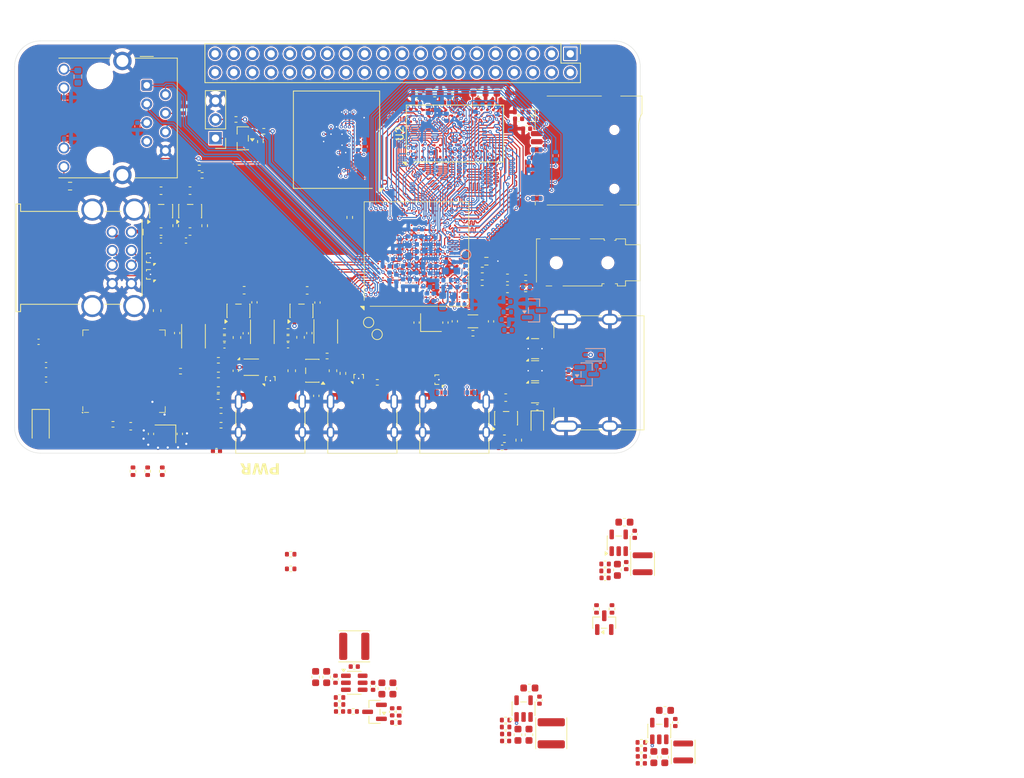
<source format=kicad_pcb>
(kicad_pcb (version 20241229) (generator "pcbnew") (generator_version "9.0")
  (layers (0 "F.Cu" signal) (4 "In1.Cu" signal) (6 "In2.Cu" signal) (2 "B.Cu" signal) (13 "F.Paste" user) (15 "B.Paste" user) (5 "F.SilkS" user "F.Silkscreen") (7 "B.SilkS" user "B.Silkscreen") (1 "F.Mask" user) (3 "B.Mask" user) (25 "Edge.Cuts" user))
  (net 0 "")
  (net 1 "/DDR3/A8")
  (net 2 "+1V5")
  (net 3 "/DDR3/~{WE}")
  (net 4 "/DDR3/CLK+")
  (net 5 "/DDR3/BA1")
  (net 6 "GND")
  (net 7 "/DDR3/ODT")
  (net 8 "/DDR3/A12")
  (net 9 "/DDR3/A10")
  (net 10 "/DDR3/A4")
  (net 12 "/DDR3/CLK-")
  (net 13 "/DDR3/A14")
  (net 14 "/DDR3/A5")
  (net 15 "/DDR3/A3")
  (net 16 "/DDR3/CKE")
  (net 17 "Net-(U2-ZQ)")
  (net 18 "/DDR3/DQM0")
  (net 20 "/DDR3/BA0")
  (net 21 "/DDR3/A9")
  (net 22 "/DDR3/~{RESET}")
  (net 23 "/DDR3/A6")
  (net 25 "/DDR3/A13")
  (net 26 "/DDR3/A7")
  (net 27 "/DDR3/~{RAS}")
  (net 28 "/DDR3/A15")
  (net 29 "/DDR3/A2")
  (net 30 "/DDR3/DQM1")
  (net 31 "/DDR3/A11")
  (net 32 "/DDR3/A1")
  (net 33 "/DDR3/BA2")
  (net 35 "/DDR3/~{CAS}")
  (net 36 "/DDR3/~{CS}")
  (net 37 "/DDR3/A0")
  (net 38 "/DDR3/DQM2")
  (net 39 "/DDR3/DQM3")
  (net 40 "VREF")
  (net 41 "Net-(U1A-SZQ)")
  (net 42 "+1V2_SYSTEM")
  (net 43 "Net-(U3-FB)")
  (net 44 "/DDR3/DQ17")
  (net 45 "/DDR3/DQ14")
  (net 46 "/DDR3/DQ21")
  (net 47 "/DDR3/DQ6")
  (net 48 "/DDR3/DQ1")
  (net 49 "/DDR3/DQ20")
  (net 50 "/DDR3/DQ11")
  (net 51 "/DDR3/DQ28")
  (net 52 "/DDR3/DQ13")
  (net 53 "/DDR3/DQ10")
  (net 54 "/DDR3/DQ3")
  (net 55 "/DDR3/DQ8")
  (net 56 "/DDR3/DQ30")
  (net 57 "/DDR3/DQ25")
  (net 58 "/DDR3/DQ16")
  (net 59 "/DDR3/DQ0")
  (net 60 "/DDR3/DQ24")
  (net 61 "/DDR3/DQ19")
  (net 62 "/DDR3/DQ29")
  (net 63 "/DDR3/DQ9")
  (net 64 "/DDR3/DQ12")
  (net 65 "/DDR3/DQ23")
  (net 66 "/DDR3/DQ5")
  (net 67 "/DDR3/DQ4")
  (net 68 "/DDR3/DQ22")
  (net 69 "/DDR3/DQ31")
  (net 70 "/DDR3/DQ18")
  (net 71 "/DDR3/DQ27")
  (net 72 "/DDR3/DQ2")
  (net 73 "/DDR3/DQ26")
  (net 74 "/DDR3/DQ15")
  (net 75 "/DDR3/DQ7")
  (net 76 "/DDR3/DQS3-")
  (net 77 "/DDR3/DQS1+")
  (net 78 "/DDR3/DQS2-")
  (net 79 "/DDR3/DQS0-")
  (net 80 "/DDR3/DQS1-")
  (net 81 "/DDR3/DQS3+")
  (net 82 "/DDR3/DQS2+")
  (net 83 "/DDR3/DQS0+")
  (net 85 "Net-(U4-FB)")
  (net 86 "Net-(U5-FB)")
  (net 87 "/H3/PWR_CPUFB")
  (net 89 "Net-(U1B-VDD-EFUSE)")
  (net 91 "Net-(U6-FB)")
  (net 92 "Net-(U7-BS)")
  (net 93 "Net-(U7-LX)")
  (net 94 "Net-(U7-FB)")
  (net 95 "+3V3")
  (net 96 "Net-(U8-FB)")
  (net 97 "Net-(Q1-G)")
  (net 98 "Net-(U21-VDDI)")
  (net 99 "Net-(U22-WL_BT_ANT)")
  (net 100 "Net-(U22-VIN_LDO)")
  (net 101 "Net-(U22-XTAL_OUT)")
  (net 102 "Net-(U22-XTAL_IN)")
  (net 103 "Net-(J7-TCT)")
  (net 104 "Net-(J7-RCT)")
  (net 105 "Net-(C125-Pad1)")
  (net 106 "Net-(C126-Pad1)")
  (net 107 "Net-(J2-CC1)")
  (net 108 "Net-(J2-CC2)")
  (net 109 "Net-(J3-CC1)")
  (net 110 "Net-(J3-CC2)")
  (net 112 "Net-(J6-CLK)")
  (net 113 "Net-(AE1-A)")
  (net 114 "Net-(J7-Pad9)")
  (net 116 "Net-(J7-Pad12)")
  (net 117 "/H3/BT_WAKE")
  (net 118 "/H3/SDIO_D3")
  (net 119 "/H3/SDIO_D2")
  (net 120 "/H3/SDIO_D1")
  (net 121 "/H3/SDIO_D0")
  (net 122 "/H3/SDIO_CMD")
  (net 123 "/H3/WL_HOST_WAKE")
  (net 124 "/H3/SDIO_CLK")
  (net 125 "/H3/WL_REG_ON")
  (net 126 "/H3/BT_RXD")
  (net 127 "/H3/~{BT_CTS}")
  (net 128 "Net-(D1-K)")
  (net 129 "/H3/BT_TXD")
  (net 131 "/H3/~{BT_RTS}")
  (net 132 "/H3/~{BT_RST}")
  (net 133 "/H3/BT_HOST_WAKE")
  (net 134 "/H3/WIFI_32K")
  (net 135 "+5V")
  (net 136 "Net-(D2-K)")
  (net 137 "/H3/USB_D1+")
  (net 138 "/H3/USB_D3+")
  (net 139 "/H3/USB_D3-")
  (net 140 "/H3/USB_D2+")
  (net 141 "/H3/USB_D0-")
  (net 142 "/H3/USB_D2-")
  (net 143 "/H3/USB_D1-")
  (net 144 "/H3/USB_D0+")
  (net 145 "/GPDI/GPDI_CEC")
  (net 146 "/GPDI/GPDI_D1+")
  (net 147 "/GPDI/GPDI_D0-")
  (net 148 "/USB/USB_VBUS3")
  (net 149 "/GPDI/GPDI_D2+")
  (net 150 "/GPDI/GPDI_D0+")
  (net 151 "/GPDI/GPDI_D1-")
  (net 152 "/GPDI/GPDI_D2-")
  (net 153 "/GPDI/GPDI_CLK+")
  (net 154 "/GPDI/GPDI_HPD")
  (net 155 "/GPDI/GPDI_CECI")
  (net 156 "/GPDI/GPDI_CLK-")
  (net 157 "/USB/USB_VBUS2")
  (net 158 "/USB/USB_VBUS1")
  (net 159 "/USB/USB_VBUS0")
  (net 160 "Net-(J8-Pin_2)")
  (net 161 "/USB/PWR_CC2")
  (net 162 "/USB/PWR_D+")
  (net 163 "/USB/PWR_D-")
  (net 164 "/USB/PWR_CC1")
  (net 165 "/GPDI/GPDI_SDA")
  (net 166 "Net-(U1D-EPHY_RTX)")
  (net 167 "/H3/EPHY_TX+")
  (net 168 "/H3/EPHY_SPD_LED")
  (net 169 "/H3/EPHY_LINK_LED")
  (net 170 "/H3/EPHY_TX-")
  (net 171 "/H3/EPHY_RX+")
  (net 172 "/H3/EPHY_RX-")
  (net 173 "/H3/AGND")
  (net 174 "/H3/VRA1")
  (net 175 "/GPDI/GPDI_SCL")
  (net 176 "/H3/SD_D3")
  (net 177 "/H3/SD_D1")
  (net 179 "/H3/SD_CMD")
  (net 180 "/H3/SD_D2")
  (net 181 "/H3/SD_DET")
  (net 184 "Net-(J8-Pin_1)")
  (net 186 "/H3/SD_D0")
  (net 187 "/H3/eMMC_CMD")
  (net 188 "/H3/SD_CLK")
  (net 190 "/H3/eMMC_D5")
  (net 197 "/H3/PWR_VSET")
  (net 213 "/H3/~{eMMC_RST}")
  (net 220 "/H3/eMMC_D2")
  (net 221 "/H3/eMMC_D6")
  (net 222 "+1V1_CPUX")
  (net 226 "unconnected-(U1F-PL10-PadV2)")
  (net 228 "+3V3_WIFI")
  (net 237 "+3V3_AVCC")
  (net 239 "/H3/eMMC_CLK")
  (net 245 "/H3/eMMC_D0")
  (net 247 "/H3/eMMC_D3")
  (net 251 "/H3/eMMC_D1")
  (net 256 "VDD_CPUS")
  (net 257 "/H3/eMMC_D7")
  (net 265 "/H3/eMMC_D4")
  (net 266 "/Audio/AUDIO_L")
  (net 267 "/Audio/AUDIO_R")
  (net 268 "/Audio/TV_OUT")
  (net 270 "/GPIO/CPU_RX")
  (net 271 "/GPIO/CPU_TX")
  (net 306 "Net-(U22-VIN_LDO_OUT)")
  (net 307 "Net-(Q1-D)")
  (net 308 "Net-(Q2-D)")
  (net 309 "Net-(Q4-S)")
  (net 310 "Net-(U9-ISET)")
  (net 311 "Net-(U10-ISET)")
  (net 312 "Net-(U11-ISET)")
  (net 313 "Net-(U12-ISET)")
  (net 314 "Net-(U22-SDIO_DATA_CLK)")
  (net 315 "Net-(U3-LX)")
  (net 316 "Net-(U4-LX)")
  (net 317 "Net-(U5-LX)")
  (net 318 "Net-(U6-LX)")
  (net 319 "Net-(U8-LX)")
  (net 449 "/H3/KEYADC")
  (net 451 "/H3/VRA2")
  (net 453 "/H3/VRP")
  (net 456 "/H3/X32KI")
  (net 459 "/H3/X24MI")
  (net 460 "Net-(U1G-JTAG-SEL0)")
  (net 462 "/H3/X32KO")
  (net 465 "Net-(U1G-GND-CPUFB)")
  (net 468 "Net-(U1G-JTAG-SEL1)")
  (net 469 "/H3/X24MO")
  (net 470 "Net-(U1G-NMI)")
  (net 471 "Net-(J10-Pad4)")
  (net 472 "Net-(J10-Pad3)")
  (net 475 "+3V3_IO")
  (net 478 "/H3/PWR_IO")
  (net 479 "/H3/PWR_DRAM")
  (net 480 "/H3/PWR_SYSTEM")
  (net 489 "Net-(C129-Pad2)")
  (net 490 "/H3/RESET")
  (net 491 "Net-(Q5-B)")
  (net 492 "/H3/PWR_KEY")
  (net 493 "/H3/UBOOT")
  (net 494 "/H3/RECOVERY")
  (footprint "Capacitor_SMD:C_0402_1005Metric" (layer "F.Cu") (at 114.6 178.3 90)
    (property "Reference" "C94" (hide yes))
    (property "Value" "NC")
  )
  (footprint "Package_TO_SOT_SMD:Texas_DRT-3" (layer "F.Cu") (at 81.76 116.62 90)
    (property "Reference" "U16" (hide yes))
    (property "Value" "TPD2EUSB30")
  )
  (footprint "Capacitor_SMD:C_0402_1005Metric" (layer "F.Cu") (at 85.39 126.84 90)
    (property "Reference" "C113" (hide yes))
    (property "Value" "100nF")
  )
  (footprint "Capacitor_SMD:C_0603_1608Metric" (layer "F.Cu") (at 150.15 184.45 90)
    (property "Reference" "C5" (hide yes))
    (property "Value" "22uF")
  )
  (footprint "Capacitor_SMD:C_0603_1608Metric" (layer "F.Cu") (at 133.1875 181.4125 90)
    (property "Reference" "C79" (hide yes))
    (property "Value" "10uF")
  )
  (footprint "Resistor_SMD:R_0402_1005Metric" (layer "F.Cu") (at 144.4625 164.32 90)
    (property "Reference" "R28" (hide yes))
    (property "Value" "33k")
  )
  (footprint "Capacitor_SMD:C_0402_1005Metric" (layer "F.Cu") (at 83.19 114.27 180)
    (property "Reference" "C98" (hide yes))
    (property "Value" "100nF")
  )
  (footprint "Package_TO_SOT_SMD:Texas_DRT-3" (layer "F.Cu") (at 81.765 118.87 90)
    (property "Reference" "U14" (hide yes))
    (property "Value" "TPD2EUSB30")
  )
  (footprint "TestPoint:TestPoint_Pad_D1.0mm" (layer "F.Cu") (at 112.56 127.03)
    (property "Reference" "TP3" (hide yes))
    (property "Value" "TestPoint")
  )
  (footprint "Resistor_SMD:R_0402_1005Metric" (layer "F.Cu") (at 126.832408 120.005092 180)
    (property "Reference" "R62" (hide yes))
    (property "Value" "100k")
  )
  (footprint "Package_DFN_QFN:Diodes_UDFN-10_1.0x2.5mm_P0.5mm" (layer "F.Cu") (at 134.0175 128.96)
    (property "Reference" "U19" (hide yes))
    (property "Value" "UCL0524P")
  )
  (footprint "Capacitor_SMD:C_0402_1005Metric" (layer "F.Cu") (at 94.715 126.87 -90)
    (property "Reference" "C62" (hide yes))
    (property "Value" "100nF")
  )
  (footprint "Resistor_SMD:R_0402_1005Metric" (layer "F.Cu") (at 88.78 105.41 180)
    (property "Reference" "R40" (hide yes))
    (property "Value" "2k")
  )
  (footprint "Capacitor_SMD:C_0402_1005Metric" (layer "F.Cu") (at 103.3525 126.845 -90)
    (property "Reference" "C67" (hide yes))
    (property "Value" "100nF")
  )
  (footprint "Resistor_SMD:R_0402_1005Metric" (layer "F.Cu") (at 125.572408 126.865092 180)
    (property "Reference" "R6" (hide yes))
    (property "Value" "10M")
  )
  (footprint "Package_TO_SOT_SMD:TSOT-23-6" (layer "F.Cu") (at 109.45 174.35)
    (property "Reference" "U7" (hide yes))
    (property "Value" "SY8113")
  )
  (footprint "cm0:USB_A_SHOUHAN_AF_SS-JB17.6_Horizontal_Stacked" (layer "F.Cu") (at 76.72 116.62 -90)
    (property "Reference" "J1" (hide yes))
    (property "Value" "USB_A_Stacked")
  )
  (footprint "Package_TO_SOT_SMD:SOT-23-5" (layer "F.Cu") (at 103.76 131.96 180)
    (property "Reference" "U12" (hide yes))
    (property "Value" "SY6280AAC")
  )
  (footprint "Inductor_SMD:L_Sunlord_SWPA3015S" (layer "F.Cu") (at 105.5775 126.62 -90)
    (property "Reference" "L2" (hide yes))
    (property "Value" "2.2uH")
  )
  (footprint "cm0:microSD_TF-01A" (layer "F.Cu") (at 139.54 101.991 90)
    (property "Reference" "J6" (hide yes))
    (property "Value" "Micro_SD_Card_Det1")
  )
  (footprint "Capacitor_SMD:C_0603_1608Metric" (layer "F.Cu") (at 151.6625 178.1 180)
    (property "Reference" "C69" (hide yes))
    (property "Value" "10uF")
  )
  (footprint "Capacitor_SMD:C_0603_1608Metric" (layer "F.Cu") (at 83.2 113.05)
    (property "Reference" "C99" (hide yes))
    (property "Value" "10uF")
  )
  (footprint "Capacitor_SMD:C_0402_1005Metric" (layer "F.Cu") (at 86.59 114.27 180)
    (property "Reference" "C101" (hide yes))
    (property "Value" "100nF")
  )
  (footprint "Inductor_SMD:L_Sunlord_SWPA3015S" (layer "F.Cu") (at 148.625 158.1825 -90)
    (property "Reference" "L6" (hide yes))
    (property "Value" "2.2uH")
  )
  (footprint "Capacitor_SMD:C_0402_1005Metric" (layer "F.Cu") (at 117.92 94.5025)
    (property "Reference" "C45" (hide yes))
    (property "Value" "1uF")
  )
  (footprint "Capacitor_SMD:C_0402_1005Metric" (layer "F.Cu") (at 104.29 135.37 90)
    (property "Reference" "C104" (hide yes))
    (property "Value" "100nF")
  )
  (footprint "Package_TO_SOT_SMD:SOT-23" (layer "F.Cu") (at 143.4125 166.1825 90)
    (property "Reference" "Q2" (hide yes))
    (property "Value" "AO3415A")
  )
  (footprint "Resistor_SMD:R_0402_1005Metric" (layer "F.Cu") (at 142.3625 164.32 -90)
    (property "Reference" "R27" (hide yes))
    (property "Value" "100k")
  )
  (footprint "Resistor_SMD:R_0402_1005Metric" (layer "F.Cu") (at 105.76 129.96)
    (property "Reference" "R36" (hide yes))
    (property "Value" "10k")
  )
  (footprint "Capacitor_SMD:C_0402_1005Metric" (layer "F.Cu") (at 67.58 131.19)
    (property "Reference" "C116" (hide yes))
    (property "Value" "NC")
  )
  (footprint "Resistor_SMD:R_0402_1005Metric" (layer "F.Cu") (at 108.84 111.13 90)
    (property "Reference" "R41" (hide yes))
    (property "Value" "10k")
  )
  (footprint "Capacitor_SMD:C_0402_1005Metric" (layer "F.Cu") (at 107.45 178.25)
    (property "Reference" "C88" (hide yes))
    (property "Value" "22pF")
  )
  (footprint "Resistor_SMD:R_0402_1005Metric" (layer "F.Cu") (at 91.35 139.36 180)
    (property "Reference" "R52" (hide yes))
    (property "Value" "100k")
  )
  (footprint "Resistor_SMD:R_0402_1005Metric" (layer "F.Cu") (at 100.4525 126.63 180)
    (property "Reference" "R16" (hide yes))
    (property "Value" "10k")
  )
  (footprint "Capacitor_SMD:C_0402_1005Metric" (layer "F.Cu") (at 146.4 158.4325 -90)
    (property "Reference" "C92" (hide yes))
    (property "Value" "100nF")
  )
  (footprint "Capacitor_SMD:C_0603_1608Metric" (layer "F.Cu") (at 93.515 127.445 90)
    (property "Reference" "C63" (hide yes))
    (property "Value" "10uF")
  )
  (footprint "Package_TO_SOT_SMD:Texas_DRT-3" (layer "F.Cu") (at 98.05 133.31)
    (property "Reference" "U18" (hide yes))
    (property "Value" "TPD2EUSB30")
  )
  (footprint "Resistor_SMD:R_0402_1005Metric" (layer "F.Cu") (at 91.815 127.57)
    (property "Reference" "R12" (hide yes))
    (property "Value" "10k")
  )
  (footprint "Package_TO_SOT_SMD:SOT-23-5" (layer "F.Cu") (at 83.219312 110.273333 90)
    (property "Reference" "U10" (hide yes))
    (property "Value" "SY6280AAC")
  )
  (footprint "Capacitor_SMD:C_0603_1608Metric" (layer "F.Cu") (at 145.2 159.0075 90)
    (property "Reference" "C93" (hide yes))
    (property "Value" "22uF")
  )
  (footprint "Resistor_SMD:R_0402_1005Metric" (layer "F.Cu") (at 90.99 130.54 180)
    (property "Reference" "R48" (hide yes))
    (property "Value" "33k")
  )
  (footprint "TestPoint:TestPoint_Pad_D1.0mm" (layer "F.Cu") (at 111.4 125.4)
    (property "Reference" "TP2" (hide yes))
    (property "Value" "TestPoint")
  )
  (footprint "Connector_PinHeader_2.54mm:PinHeader_2x20_P2.54mm_Vertical" (layer "F.Cu") (at 138.8 88.9 -90)
    (property "Reference" "J9" (hide yes))
    (property "Value" "Conn_02x20_Odd_Even")
  )
  (footprint "Capacitor_SMD:C_0402_1005Metric" (layer "F.Cu") (at 130.0125 181.3125 180)
    (property "Reference" "C77" (hide yes))
    (property "Value" "22pF")
  )
  (footprint "Resistor_SMD:R_0402_1005Metric" (layer "F.Cu") (at 100.8125 156.88675)
    (property "Reference" "R10" (hide yes))
    (property "Value" "10k")
  )
  (footprint "Resistor_SMD:R_0603_1608Metric" (layer "F.Cu") (at 70.845 106.88 180)
    (property "Reference" "R54" (hide yes))
    (property "Value" "240")
  )
  (footprint "Package_BGA:LFBGA-153_11.5x13mm_Layout14x14_P0.5mm" (layer "F.Cu") (at 107.04 100.57 180)
    (property "Reference" "U21" (hide yes))
    (property "Value" "EMMC5.1_BGA153")
  )
  (footprint "Capacitor_SMD:C_0402_1005Metric" (layer "F.Cu") (at 131.772408 97.733818 180)
    (property "Reference" "C43" (hide yes))
    (property "Value" "100nF")
  )
  (footprint "Resistor_SMD:R_0402_1005Metric" (layer "F.Cu") (at 76.67 139.24)
    (property "Reference" "R45" (hide yes))
    (property "Value" "10k")
  )
  (footprint "Capacitor_SMD:C_0603_1608Metric" (layer "F.Cu") (at 113.2 175.125 -90)
    (property "Reference" "C83" (hide yes))
    (property "Value" "10uF")
  )
  (footprint "Resistor_SMD:R_0402_1005Metric" (layer "F.Cu") (at 85.842459 132.015841 180)
    (property "Reference" "R53" (hide yes))
    (property "Value" "33")
  )
  (footprint "Capacitor_SMD:C_0402_1005Metric" (layer "F.Cu") (at 86.27 96.51 -90)
    (property "Reference" "C121" (hide yes))
    (property "Value" "100nF")
  )
  (footprint "Resistor_SMD:R_0402_1005Metric" (layer "F.Cu") (at 148.45 183.4)
    (property "Reference" "R15" (hide yes))
    (property "Value" "10k")
  )
  (footprint "Resistor_SMD:R_0402_1005Metric" (layer "F.Cu") (at 96.7 100.83 90)
    (property "Reference" "R56" (hide yes))
    (property "Value" "10k")
  )
  (footprint "Resistor_SMD:R_0402_1005Metric" (layer "F.Cu") (at 130.0125 179.4125 180)
    (property "Reference" "R19" (hide yes))
    (property "Value" "100k")
  )
  (footprint "Capacitor_SMD:C_0402_1005Metric" (layer "F.Cu") (at 100.4525 128.495 180)
    (property "Reference" "C66" (hide yes))
    (property "Value" "22pF")
  )
  (footprint "Capacitor_SMD:C_0402_1005Metric" (layer "F.Cu") (at 133.633882 97.733817 180)
    (property "Reference" "C42" (hide yes))
    (property "Value" "100nF")
  )
  (footprint "Resistor_SMD:R_0402_1005Metric" (layer "F.Cu") (at 81.38 145.61 90)
    (property "Reference" "R69" (hide yes))
    (property "Value" "100k")
  )
  (footprint "Capacitor_SMD:C_0603_1608Metric" (layer "F.Cu") (at 106.56 131.96 90)
    (property "Reference" "C105" (hide yes))
    (property "Value" "10uF")
  )
  (footprint "Capacitor_SMD:C_0603_1608Metric" (layer "F.Cu") (at 151.6375 184.45 90)
    (property "Reference" "C73" (hide yes))
    (property "Value" "10uF")
  )
  (footprint "Package_TO_SOT_SMD:SOT-23-5" (layer "F.Cu") (at 93.715 123.82 90)
    (property "Reference" "U3" (hide yes))
    (property "Value" "SY8088")
  )
  (footprint "Resistor_SMD:R_0402_1005Metric" (layer "F.Cu") (at 115.1 179.75)
    (property "Reference" "R24" (hide yes))
    (property "Value" "0")
  )
  (footprint "Capacitor_SMD:C_0603_1608Metric" (layer "F.Cu") (at 79.08 139.5 180)
    (property "Reference" "C112" (hide yes))
    (property "Value" "10uF")
  )
  (footprint "Package_DFN_QFN:Diodes_UDFN-10_1.0x2.5mm_P0.5mm" (layer "F.Cu") (at 134.0175 131.96)
    (property "Reference" "U20" (hide yes))
    (property "Value" "UCL0524P")
  )
  (footprint "Resistor_SMD:R_0402_1005Metric" (layer "F.Cu") (at 83.37 145.61 90)
    (property "Reference" "R70" (hide yes))
    (property "Value" "100k")
  )
  (footprint "Capacitor_SMD:C_0603_1608Metric" (layer "F.Cu") (at 131.6875 181.4125 90)
    (property "Reference" "C80" (hide yes))
    (property "Value" "22uF")
  )
  (footprint "cm0:USB_C_Receptacle_HRO_TYPE-C-31-M-12" (layer "F.Cu") (at 123.05 139.28)
    (property "Reference" "J2" (hide yes))
    (property "Value" "USB_C_Receptacle_USB2.0_14P")
  )
  (footprint "Resistor_SMD:R_0402_1005Metric" (layer "F.Cu") (at 100.8125 158.87675)
    (property "Reference" "R11" (hide yes))
    (property "Value" "10k")
  )
  (footprint "Resistor_SMD:R_0402_1005Metric" (layer "F.Cu") (at 109.3 178.25)
    (property "Reference" "R22" (hide yes))
    (property "Value" "33k")
  )
  (footprint "Crystal:Crystal_SMD_3215-2Pin_3.2x1.5mm" (layer "F.Cu") (at 125.572408 125.245092 180)
    (property "Reference" "Y1" (hide yes))
    (property "Value" "32kHz")
  )
  (footprint "Capacitor_SMD:C_0402_1005Metric" (layer "F.Cu") (at 81.835504 140.541833 90)
    (property "Reference" "C120" (hide yes))
    (property "Value" "10pF")
  )
  (footprint "Capacitor_SMD:C_0603_1608Metric" (layer "F.Cu") (at 103.0525 121.045 180)
    (property "Reference" "C64" (hide yes))
    (property "Value" "10uF")
  )
  (footprint "Capacitor_SMD:C_0402_1005Metric" (layer "F.Cu") (at 67.58 133.16)
    (property "Reference" "C117" (hide yes))
    (property "Value" "NC")
  )
  (footprint "Package_TO_SOT_SMD:SOT-23-5" (layer "F.Cu") (at 102.2775 123.82 90)
    (property "Reference" "U4" (hide yes))
    (property "Value" "SY8088")
  )
  (footprint "Resistor_SMD:R_0402_1005Metric" (layer "F.Cu") (at 85.19 112.25 -90)
    (property "Reference" "R32" (hide yes))
    (property "Value" "10k")
  )
  (footprint "Connector_RJ:RJ45_Hanrun_HR911105A_Horizontal" (layer "F.Cu") (at 81.26 93.18 -90)
    (property "Reference" "J7" (hide yes))
    (property "Value" "RJ45_Hanrun_HR913550A_Horizontal")
  )
  (footprint "Capacitor_SMD:C_0402_1005Metric" (layer "F.Cu") (at 66.56449 128.030699)
    (property "Reference" "C115" (hide yes))
    (property "Value" "10pF")
  )
  (footprint "Capacitor_SMD:C_0603_1608Metric" (layer "F.Cu") (at 104.2 173.575 -90)
    (property "Reference" "C87" (hide yes))
    (property "Value" "22uF")
  )
  (footprint "Capacitor_SMD:C_0402_1005Metric" (layer "F.Cu") (at 129.54 142.42 180)
    (property "Reference" "C95" (hide yes))
    (property "Value" "100nF")
  )
  (footprint "Inductor_SMD:L_Sunlord_SWPA3015S" (layer "F.Cu") (at 154.1375 183.75 -90)
    (property "Reference" "L3" (hide yes))
    (property "Value" "2.2uH")
  )
  (footprint "Package_TO_SOT_SMD:SOT-23-5" (layer "F.Cu") (at 145.375 155.3325 90)
    (property "Reference" "U8" (hide yes))
    (property "Value" "SY8088")
  )
  (footprint "Resistor_SMD:R_0402_1005Metric" (layer "F.Cu") (at 107.45 176.35 180)
    (property "Reference" "R21" (hide yes))
    (property "Value" "11.8K")
  )
  (footprint "Capacitor_SMD:C_0402_1005Metric" (layer "F.Cu") (at 109.45 172.15 180)
    (property "Reference" "C81" (hide yes))
    (property "Value" "100nF")
  )
  (footprint "Capacitor_SMD:C_0402_1005Metric" (layer "F.Cu") (at 132.872408 99.075092 180)
    (property "Reference" "C9" (hide yes))
    (property "Value" "100nF")
  )
  (footprint "Resistor_SMD:R_0402_1005Metric" (layer "F.Cu") (at 132.74 119.345 180)
    (property "Reference" "R59" (hide yes))
    (property "Value" "33")
  )
  (footprint "Inductor_SMD:L_Sunlord_SWPA3015S" (layer "F.Cu") (at 96.965 126.67 -90)
    (property "Reference" "L1" (hide yes))
    (property "Value" "2.2uH")
  )
  (footprint "Package_TO_SOT_SMD:SOT-23-5" (layer "F.Cu") (at 87.159312 110.273333 90)
    (property "Reference" "U11" (hide yes))
    (property "Value" "SY6280AAC")
  )
  (footprint "Resistor_SMD:R_0402_1005Metric" (layer "F.Cu") (at 148.45 182.45 180)
    (property "Reference" "R17" (hide yes))
    (property "Value" "2.2k")
  )
  (footprint "Capacitor_SMD:C_0402_1005Metric" (layer "F.Cu") (at 153.0625 179.75 90)
    (property "Reference" "C70" (hide yes))
    (property "Value" "100nF")
  )
  (footprint "Resistor_SMD:R_0603_1608Metric" (layer "F.Cu") (at 126.465 94.2525)
    (property "Reference" "R9" (hide yes))
    (property "Value" "240")
  )
  (footprint "Resistor_SMD:R_0402_1005Metric" (layer "F.Cu") (at 107.91 132.32 -90)
    (property "Reference" "R34" (hide yes))
    (property "Value" "56k")
  )
  (footprint "Capacitor_SMD:C_0603_1608Metric" (layer "F.Cu") (at 87.136455 113.044284)
    (property "Reference" "C102" (hide yes))
    (property "Value" "10uF")
  )
  (footprint "Resistor_SMD:R_0402_1005Metric" (layer "F.Cu") (at 90.965 135.49 180)
    (property "Reference" "R46" (hide yes))
    (property "Value" "33k")
  )
  (footprint "Resistor_SMD:R_0402_1005Metric" (layer "F.Cu") (at 79.39 145.61 90)
    (property "Reference" "R51" (hide yes))
    (property "Value" "10k")
  )
  (footprint "Resistor_SMD:R_0402_1005Metric" (layer "F.Cu") (at 130.0125 180.3625)
    (property "Reference" "R18" (hide yes))
    (property "Value" "100k")
  )
  (footprint "Resistor_SMD:R_0402_1005Metric" (layer "F.Cu") (at 126.842408 118.275092 180)
    (property "Reference" "R61" (hide yes))
    (property "Value" "47k")
  )
  (footprint "Resistor_SMD:R_0402_1005Metric" (layer "F.Cu") (at 131.8 141.39 -90)
    (property "Reference" "R31" (hide yes))
    (property "Value" "10k")
  )
  (footprint "Resistor_SMD:R_0402_1005Metric" (layer "F.Cu") (at 91.35 137.37 180)
    (property "Reference" "R49" (hide yes))
    (property "Value" "33k")
  )
  (footprint "Capacitor_SMD:C_0603_1608Metric" (layer "F.Cu") (at 83.2 107.5)
    (property "Reference" "C103" (hide yes))
    (property "Value" "10uF")
  )
  (footprint "Capacitor_SMD:C_0603_1608Metric" (layer "F.Cu") (at 100.96 131.96 90)
    (property "Reference" "C106" (hide yes))
    (property "Value" "10uF")
  )
  (footprint "Inductor_SMD:L_Sunlord_SWPA3015S" (layer "F.Cu") (at 87.61 127.27 90)
    (property "Reference" "L7" (hide yes))
    (property "Value" "2.2uH")
  )
  (footprint "cm0:AP6212" (layer "F.Cu") (at 78.17 132.0175 90)
    (property "Reference" "U22" (hide yes))
    (property "Value" "AP6212")
  )
  (footprint "Capacitor_SMD:C_0402_1005Metric" (layer "F.Cu") (at 130.0125 182.2625)
    (property "Reference" "C78" (hide yes))
    (property "Value" "100nF")
  )
  (footprint "Capacitor_SMD:C_0402_1005Metric" (layer "F.Cu") (at 128.032408 125.255092 -90)
    (property "Reference" "C34" (hide yes))
    (property "Value" "15pF")
  )
  (footprint "Package_TO_SOT_SMD:Texas_DRT-3" (layer "F.Cu") (at 110.05 133.01)
    (property "Reference" "U15" (hide yes))
    (property "Value" "TPD2EUSB30")
  )
  (footprint "Capacitor_SMD:C_0402_1005Metric" (layer "F.Cu") (at 104.4525 122.695 90)
    (property "Reference" "C65" (hide yes))
    (property "Value" "100nF")
  )
  (footprint "cm0:FBGA-347_14x14mm_Layout21x21_P0.65mm" (layer "F.Cu") (at 117.9 116.1 90)
    (property "Reference" "U1" (hide yes))
    (property "Value" "H3")
  )
  (footprint "Resistor_SMD:R_0402_1005Metric" (layer "F.Cu") (at 90.99 132.53 180)
    (property "Reference" "R47" (hide yes))
    (property "Value" "33k")
  )
  (footprint "Capacitor_SMD:C_0603_1608Metric" (layer "F.Cu") (at 94.49 121.02 180)
    (property "Reference" "C59" (hide yes))
    (property "Value" "22uF")
  )
  (footprint "Capacitor_SMD:C_0603_1608Metric" (layer "F.Cu") (at 130.03 135.61)
    (property "Reference" "C97" (hide yes))
    (property "Value" "10uF")
  )
  (footprint "Connector_PinHeader_2.54mm:PinHeader_1x03_P2.54mm_Vertical" (layer "F.Cu") (at 90.6 100.37 180)
    (property "Reference" "J8" (hide yes))
    (property "Value" "Conn_01x03")
  )
  (footprint "Package_DFN_QFN:DFN-6-1EP_2x2mm_P0.65mm_EP1x1.6mm" (layer "F.Cu") (at 95.46 131.48)
    (property "Reference" "U17" (hide yes))
    (property "Value" "HUSB237")
  )
  (footprint "cm0:USB_C_Receptacle_HRO_TYPE-C-31-M-12" (layer "F.Cu") (at 110.55 139.28)
    (property "Reference" "J3" (hide yes))
    (property "Value" "USB_C_Receptacle_USB2.0_14P")
  )
  (footprint "Resistor_SMD:R_0402_1005Metric" (layer "F.Cu") (at 88.4 104.41 180)
    (property "Reference" "R39" (hide yes))
    (property "Value" "2k")
  )
  (footprint "Crystal:Crystal_SMD_2016-4Pin_2.0x1.6mm" (layer "F.Cu") (at 119.877408 125.415092)
    (property "Reference" "Y3" (hide yes))
    (property "Value" "24MHz")
  )
  (footprint "Capacitor_SMD:C_0603_1608Metric" (layer "F.Cu") (at 146.15 152.5325 180)
    (property "Reference" "C89" (hide yes))
    (property "Value" "10uF")
  )
  (footprint "Capacitor_SMD:C_0603_1608Metric" (layer "F.Cu") (at 82.67 123.795 90)
    (property "Reference" "C118" (hide yes))
    (property "Value" "10uF")
  )
  (footprint "Diode_SMD:D_SOD-323" (layer "F.Cu") (at 134.32 139.02 -90)
    (property "Reference" "D2" (hide yes))
    (property "Value" "1N5819WS")
  )
  (footprint "Capacitor_SMD:C_0603_1608Metric" (layer "F.Cu") (at 120.37 94.2425)
    (property "Reference" "C44" (hide yes))
    (property "Value" "10uF")
  )
  (footprint "Package_DFN_QFN:Diodes_UDFN-10_1.0x2.5mm_P0.5mm" (layer "F.Cu") (at 134.0175 134.96)
    (property "Reference" "U23" (hide yes))
    (property "Value" "UCL0524P")
  )
  (footprint "Capacitor_SMD:C_0402_1005Metric" (layer "F.Cu") (at 134.32 136.92)
    (property "Reference" "C108" (hide yes))
    (property "Value" "100nF")
  )
  (footprint "Capacitor_SMD:C_0402_1005Metric" (layer "F.Cu") (at 123.112408 125.245092 -90)
    (property "Reference" "C39" (hide yes))
    (property "Value" "15pF")
  )
  (footprint "Capacitor_SMD:C_0603_1608Metric" (layer "F.Cu") (at 102.1525 127.42 90)
    (property "Reference" "C68" (hide yes))
    (property "Value" "10uF")
  )
  (footprint "Capacitor_SMD:C_0402_1005Metric" (layer "F.Cu") (at 122.82 94.5225 180)
    (property "Reference" "C51" (hide yes))
    (property "Value" "1uF")
  )
  (footprint "Capacitor_SMD:C_0603_1608Metric" (layer "F.Cu") (at 129.85 141.2)
    (property "Reference" "C96" (hide yes))
    (property "Value" "10uF")
  )
  (footprint "Resistor_SMD:R_0402_1005Metric" (layer "F.Cu") (at 143.525 159.1575)
    (property "Reference" "R25" (hide yes))
    (property "Value" "10k")
  )
  (footprint "Package_TO_SOT_SMD:SOT-23" (layer "F.Cu") (at 112.2 178.3 180)
    (property "Reference" "Q1" (hide yes))
    (property "Value" "BSN20")
  )
  (footprint "cm0:GPDI_A_XUNPU_001S" (layer "F.Cu") (at 140.82 132.24 90)
    (property "Reference" "J5" (hide yes))
    (property "Value" "GPDI_A")
  )
  (footprint "Resistor_SMD:R_0603_1608Metric" (layer "F.Cu") (at 127.4 117.08 180)
    (property "Reference" "R2" (hide yes))
    (property "Value" "240")
  )
  (footprint "Resistor_SMD:R_0402_1005Metric" (layer "F.Cu") (at 90.99 134.52 180)
    (property "Reference" "R50" (hide yes))
    (property "Value" "33k")
  )
  (footprint "Capacitor_SMD:C_0402_1005Metric" (layer "F.Cu") (at 95.89 122.67 90)
    (property "Reference" "C60" (hide yes))
    (property "Value" "100nF")
  )
  (footprint "Capacitor_SMD:C_0402_1005Metric" (layer "F.Cu") (at 147.55 154.1825 90)
    (property "Reference" "C90" (hide yes))
    (property "Value" "100nF")
  )
  (footprint "Resistor_SMD:R_0402_1005Metric" (layer "F.Cu") (at 93.38 97.82 180)
    (property "Reference" "R58" (hide yes))
    (property "Value" "33")
  )
  (footprint "Package_TO_SOT_SMD:SOT-23-5" (layer "F.Cu") (at 130.08 138.41 90)
    (property "Reference" "U9" (hide yes))
    (property "Value" "SY6280AAC")
  )
  (footprint "Capacitor_SMD:C_0603_1608Metric" (layer "F.Cu") (at 130.265 120.845 180)
    (property "Reference" "C126" (hide yes))
    (property "Value" "10uF")
  )
  (footprint "Resistor_SMD:R_0402_1005Metric" (layer "F.Cu") (at 112.58 133.54 180)
    (property "Reference" "R35" (hide yes))
    (property "Value" "56k")
  )
  (footprint "Capacitor_SMD:C_0402_1005Metric" (layer "F.Cu") (at 121.837408 125.415092 90)
    (property "Reference" "C127" (hide yes))
    (property "Value" "15pF")
  )
  (footprint "Capacitor_SMD:C_0603_1608Metric" (layer "F.Cu") (at 133.2375 175.0625 180)
    (property "Reference" "C75" (hide yes))
    (property "Value" "22uF")
  )
  (footprint "Resistor_SMD:R_0402_1005Metric" (layer "F.Cu") (at 100.4525 127.57)
    (property "Reference" "R14" (hide yes))
    (property "Value" "15k")
  )
  (footprint "Resistor_SMD:R_0402_1005Metric" (layer "F.Cu") (at 91.815 126.62 180)
    (property "Reference" "R13" (hide yes))
    (property "Value" "2.2k")
  )
  (footprint "Resistor_SMD:R_0402_1005Metric" (layer "F.Cu") (at 97.16 99.43 180)
    (property "Reference" "R57" (hide yes))
    (property "Value" "33")
  )
  (footprint "Capacitor_SMD:C_0603_1608Metric" (layer "F.Cu") (at 114.7 175.125 -90)
    (property "Reference" "C82" (hide yes))
    (property "Value" "22uF")
  )
  (footprint "Resistor_SMD:R_0402_1005Metric" (layer "F.Cu") (at 107.45 177.3)
    (property "Reference" "R20" (hide yes))
    (property "Value" "10k")
  )
  (footprint "Capacitor_SMD:C_0402_1005Metric" (layer "F.Cu") (at 85.752179 140.540377 -90)
    (property "Reference" "C119" (hide yes))
    (property "Value" "10pF")
  )
  (footprint "Capacitor_SMD:C_0402_1005Metric" (layer "F.Cu") (at 143.525 160.1075 180)
    (property "Reference" "C91" (hide yes))
    (property "Value" "22pF")
  )
  (footprint "Package_TO_SOT_SMD:SOT-23" (layer "F.Cu") (at 94.3 100.38 180)
    (property "Reference" "Q4" (hide yes))
    (property "Value" "BSN20")
  )
  (footprint "Capacitor_SMD:C_0402_1005Metric" (layer "F.Cu") (at 112 174.83 90)
    (property "Reference" "C84" (hide yes))
    (property "Value" "100nF")
  )
  (footprint "Capacitor_SMD:C_0402_1005Metric" (layer "F.Cu") (at 148.45 184.35 180)
    (property "Reference" "C71" (hide yes))
    (property "Value" "22pF")
  )
  (footprint "Resistor_SMD:R_0402_1005Metric" (layer "F.Cu") (at 143.525 158.2075 180)
    (property "Reference" "R26" (hide yes))
    (property "Value" "2.2k")
  )
  (footprint "Capacitor_SMD:C_0402_1005Metric" (layer "F.Cu") (at 117.917408 125.415092 -90)
    (property "Reference" "C128" (hide yes))
    (property "Value" "15pF")
  )
  (footprint "Resistor_SMD:R_0402_1005Metric" (layer "F.Cu") (at 131.772408 96.805092)
    (property "Reference" "R8" (hide yes))
    (property "Value" "2k")
  )
  (footprint "Capacitor_SMD:C_0402_1005Metric" (layer "F.Cu") (at 90.73 142.87 180)
    (property "Reference" "C114" (hide yes))
    (property "Value" "100nF")
  )
  (footprint "Package_BGA:FBGA-96_7.5x13mm_Layout9x16_P0.8mm" (layer "F.Cu") (at 123.13 99.73 90)
    (property "Reference" "U2")
    (property "Value" "H5TQ4G63EFR")
  )
  (footprint "Capacitor_SMD:C_0402_1005Metric" (layer "F.Cu") (at 91.815 128.52 180)
    (property "Reference" "C61" (hide yes))
    (property "Value" "22pF")
  )
  (footprint "cm0:Jack_3.5mm_SHOUHAN_PJ-342" (layer "F.Cu") (at 136.9 117.29 180)
    (property "Reference" "J10" (hide yes))
    (property "Value" "AudioJack_PJ-342")
  )
  (footprint "Capacitor_SMD:C_0402_1005Metric" (layer "F.Cu") (at 134.6125 176.7125 90)
    (property "Reference" "C76" (hide yes))
    (property "Value" "100nF")
  )
  (footprint "Capacitor_SMD:C_0402_1005Metric" (layer "F.Cu") (at 148.45 185.3)
    (property "Reference" "C72" (hide yes))
    (property "Value" "100nF")
  )
  (footprint "Package_TO_SOT_SMD:SOT-23-5" (layer "F.Cu") (at 150.8875 180.9 90)
    (property "Reference" "U5" (hide yes))
    (property "Value" "SY8088")
  )
  (footprint "Package_TO_SOT_SMD:Texas_DRT-3" (layer "F.Cu") (at 120.9525 133.17 90)
    (property "Reference" "U13" (hide yes))
    (property "Value" "TPD2EUSB30")
  )
  (footprint "Capacitor_SMD:C_0402_1005Metric" (layer "F.Cu") (at 106.9 173.87 90)
    (property "Reference" "C85" (hide yes))
    (property "Value" "100nF")
  )
  (footprint "Inductor_SMD:L_Sunlord_SWPA4030S" (layer "F.Cu") (at 109.45 169.4 180)
    (property "Reference" "L5" (hide yes))
    (property "Value" "2.2uH")
  )
  (footprint "Capacitor_SMD:C_0603_1608Metric" (layer "F.Cu") (at 129.605 94.2525)
    (property "Reference" "C50" (hide yes))
    (property "Value" "10uF")
  )
  (footprint "Inductor_SMD:L_Sunlord_SWPA4030S" (layer "F.Cu") (at 136.2125 181.2125 -90)
    (property "Reference" "L4" (hide yes))
    (property "Value" "2.2uH")
  )
  (footprint "Package_TO_SOT_SMD:SOT-23-5" (layer "F.Cu") (at 132.45 177.8625 90)
    (property "Reference" "U6" (hide yes))
    (property "Value" "SY8089A")
  )
  (footprint "cm0:USB_C_Receptacle_HRO_TYPE-C-31-M-12" (layer "F.Cu") (at 98.05 139.28)
    (property "Reference" "J4" (hide yes))
    (property "Value" "USB_C_Receptacle_USB2.0_14P")
  )
  (footprint "Capacitor_SMD:C_0402_1005Metric" (layer "F.Cu") (at 93.355 131.965 90)
    (property "Reference" "C107" (hide yes))
    (property "Value" "1uF")
  )
  (footprint "RF_Antenna:Johanson_2450AT18x100" (layer "F.Cu") (at 66.85 139.52 -90)
    (property "Reference" "AE1" (hide yes))
    (property "Value" "2450AT18A100E")
  )
  (footprint "Resistor_SMD:R_0402_1005Metric" (layer "F.Cu") (at 133.633882 96.805091)
    (property "Reference" "R7" (hide yes))
    (property "Value" "2k")
  )
  (footprint "Capacitor_SMD:C_0603_1608Metric" (layer "F.Cu") (at 87.136455 107.494284)
    (property "Reference" "C100" (hide yes))
    (property "Value" "10uF")
  )
  (footprint "Capacitor_SMD:C_0603_1608Metric" (layer "F.Cu") (at 130.265 119.345 180)
    (property "Reference" "C125" (hide yes))
    (property "Value" "10uF")
  )
  (footprint "Crystal:Crystal_SMD_2016-4Pin_2.0x1.6mm" (layer "F.Cu") (at 83.792179 140.540377 180)
    (property "Reference" "Y2" (hide yes))
    (property "Value" "26MHz")
  )
  (footprint "Resistor_SMD:R_0402_1005Metric" (layer "F.Cu") (at 89.126455 112.254284 -90)
    (property "Reference" "R33" (hide yes))
    (property "Value" "10k")
  )
  (footprint "Capacitor_SMD:C_0603_1608Metric" (layer "F.Cu") (at 105.7 173.575 -90)
    (property "Reference" "C86" (hide yes))
    (property "Value" "10uF")
  )
  (footprint "Resistor_SMD:R_0402_1005Metric" (layer "F.Cu") (at 115.55 178.3 -90)
    (property "Reference" "R23" (hide yes))
    (property "Value" "10k")
  )
  (footprint "Resistor_SMD:R_0402_1005Metric" (layer "F.Cu") (at 132.74 120.845 180)
    (property "Reference" "R60" (hide yes))
    (property "Value" "33")
  )
  (footprint "Capacitor_SMD:C_0402_1005Metric" (layer "B.Cu") (at 70.495 100.43)
    (property "Reference" "C123" (hide yes))
    (property "Value" "100nF")
  )
  (footprint "Capacitor_SMD:C_0402_1005Metric" (layer "B.Cu") (at 118.392408 118.655092 180)
    (property "Reference" "C25" (hide yes))
    (property "Value" "1uF")
  )
  (footprint "Capacitor_SMD:C_0402_1005Metric" (layer "B.Cu") (at 117.002408 120.025092 90)
    (property "Reference" "C2" (hide yes))
    (property "Value" "100nF")
  )
  (footprint "Resistor_SMD:R_0402_1005Metric" (layer "B.Cu") (at 114.232408 119.125092 -90)
    (property "Reference" "R1" (hide yes))
    (property "Value" "6.04k")
  )
  (footprint "Resistor_SMD:R_0402_1005Metric" (layer "B.Cu") (at 125.31 134.93 180)
    (property "Reference" "R30" (hide yes))
    (property "Value" "56k")
  )
  (footprint "Capacitor_SMD:C_0402_1005Metric" (layer "B.Cu") (at 110.865 101.495 90)
    (property "Reference" "C110" (hide yes))
    (property "Value" "100nF")
  )
  (footprint "Capacitor_SMD:C_0402_1005Metric" (layer "B.Cu") (at 115.612408 116.315092 -90)
    (property "Reference" "C8" (hide yes))
    (property "Value" "100nF")
  )
  (footprint "Capacitor_SMD:C_0402_1005Metric" (layer "B.Cu") (at 120.302408 115.715092)
    (property "Reference" "C36" (hide yes))
    (property "Value" "1uF")
  )
  (footprint "Capacitor_SMD:C_0402_1005Metric" (layer "B.Cu") (at 115.602408 117.735092 180)
    (property "Reference" "C7" (hide yes))
    (property "Value" "100nF")
  )
  (footprint "Capacitor_SMD:C_0402_1005Metric" (layer "B.Cu") (at 79.995 98.76 90)
    (property "Reference" "C122" (hide yes))
    (property "Value" "100nF")
  )
  (footprint "Capacitor_SMD:C_0402_1005Metric" (layer "B.Cu") (at 119.762408 119.205092 90)
    (property "Reference" "C16" (hide yes))
    (property "Value" "1uF")
  )
  (footprint "Capacitor_SMD:C_0402_1005Metric" (layer "B.Cu") (at 117.93 95.6775 180)
    (property "Reference" "C49" (hide yes))
    (property "Value" "100nF")
  )
  (footprint "Resistor_SMD:R_0402_1005Metric" (layer "B.Cu") (at 134.265 108.545)
    (property "Reference" "R43" (hide yes))
    (property "Value" "56k")
  )
  (footprint "Capacitor_SMD:C_0402_1005Metric" (layer "B.Cu") (at 119.242408 117.685092)
    (property "Reference" "C19" (hide yes))
    (property "Value" "100nF")
  )
  (footprint "Capacitor_SMD:C_0603_1608Metric" (layer "B.Cu") (at 116.802408 115.630092 90)
    (property "Reference" "C20" (hide yes))
    (property "Value" "10uF")
  )
  (footprint "Capacitor_SMD:C_0402_1005Metric" (layer "B.Cu") (at 118.442408 116.675092 180)
    (property "Reference" "C23" (hide yes))
    (property "Value" "100nF")
  )
  (footprint "Resistor_SMD:R_0402_1005Metric" (layer "B.Cu") (at 124.932408 122.975092)
    (property "Reference" "R5" (hide yes))
    (property "Value" "0")
  )
  (footprint "Resistor_SMD:R_0402_1005Metric" (layer "B.Cu") (at 130.24 123.97)
    (property "Reference" "R65" (hide yes))
    (property "Value" "10k")
  )
  (footprint "Capacitor_SMD:C_0402_1005Metric" (layer "B.Cu") (at 118.642408 113.225092 90)
    (property "Reference" "C38" (hide yes))
    (property "Value" "100nF")
  )
  (footprint "Resistor_SMD:R_0402_1005Metric" (layer "B.Cu") (at 142.87 131.3 180)
    (property "Reference" "R38" (hide yes))
    (property "Value" "33k")
  )
  (footprint "Capacitor_SMD:C_0603_1608Metric" (layer "B.Cu") (at 121.452408 122.525092 -90)
    (property "Reference" "C30" (hide yes))
    (property "Value" "10uF")
  )
  (footprint "Resistor_SMD:R_0402_1005Metric" (layer "B.Cu") (at 122.072408 119.645092)
    (property "Reference" "R67" (hide yes))
    (property "Value" "47k")
  )
  (footprint "Capacitor_SMD:C_0402_1005Metric" (layer "B.Cu") (at 120.332408 114.785092)
    (property "Reference" "C37" (hide yes))
    (property "Value" "100nF")
  )
  (footprint "Package_TO_SOT_SMD:SOT-23" (layer "B.Cu") (at 133.8775 123.77)
    (property "Reference" "Q5" (hide yes))
    (property "Value" "MMBT3904")
  )
  (footprint "Capacitor_SMD:C_0402_1005Metric" (layer "B.Cu") (at 133.15 104.13 90)
    (property "Reference" "C109" (hide yes))
    (property "Value" "1uF")
  )
  (footprint "Capacitor_SMD:C_0402_1005Metric" (layer "B.Cu") (at 118.442408 115.755092 180)
    (property "Reference" "C22" (hide yes))
    (property "Value" "1uF")
  )
  (footprint "Package_TO_SOT_SMD:SOT-23" (layer "B.Cu") (at 141.02 132.45)
    (property "Reference" "Q3" (hide yes))
    (property "Value" "BSN20")
  )
  (footprint "Capacitor_SMD:C_0402_1005Metric" (layer "B.Cu") (at 117.922408 120.025092 90)
    (property "Reference" "C27" (hide yes))
    (property "Value" "100nF")
  )
  (footprint "Capacitor_SMD:C_0402_1005Metric" (layer "B.Cu") (at 109.94 101.495 -90)
    (property "Reference" "C111" (hide yes))
    (property "Value" "1uF")
  )
  (footprint "Resistor_SMD:R_0402_1005Metric" (layer "B.Cu") (at 138.62 132.45 90)
    (property "Reference" "R37" (hide yes))
    (property "Value" "33k")
  )
  (footprint "Capacitor_SMD:C_0402_1005Metric" (layer "B.Cu") (at 123.922408 120.595092 180)
    (property "Reference" "C33" (hide yes))
    (property "Value" "1uF")
  )
  (footprint "Capacitor_SMD:C_0402_1005Metric" (layer "B.Cu") (at 120.212408 120.585092 180)
    (property "Reference" "C12" (hide yes))
    (property "Value" "100nF")
  )
  (footprint "Capacitor_SMD:C_0402_1005Metric" (layer "B.Cu") (at 121.46 103.4075)
    (property "Reference" "C52" (hide yes))
    (property "Value" "100nF")
  )
  (footprint "Resistor_SMD:R_0402_1005Metric" (layer "B.Cu") (at 119.312408 121.975092 -90)
    (property "Reference" "R68" (hide yes))
    (property "Value" "47k")
  )
  (footprint "Capacitor_SMD:C_0402_1005Metric" (layer "B.Cu") (at 120.612408 117.245092 -90)
    (property "Reference" "C18" (hide yes))
    (property "Value" "100nF")
  )
  (footprint "Capacitor_SMD:C_0402_1005Metric" (layer "B.Cu") (at 113.782408 117.735092)
    (property "Reference" "C4" (hide yes))
    (property "Value" "100nF")
  )
  (footprint "Capacitor_SMD:C_0603_1608Metric" (layer "B.Cu") (at 123.662408 121.780092)
    (property "Reference" "C28" (hide yes))
    (property "Value" "10uF")
  )
  (footprint "Capacitor_SMD:C_0402_1005Metric" (layer "B.Cu") (at 125.89 96.2875 90)
    (property "Reference" "C40" (hide yes))
    (property "Value" "100nF")
  )
  (footprint "Resistor_SMD:R_0402_1005Metric" (layer "B.Cu") (at 124.572408 118.205092 -90)
    (property "Reference" "R4" (hide yes))
    (property "Value" "220k")
  )
  (footprint "Capacitor_SMD:C_0402_1005Metric" (layer "B.Cu") (at 123.092408 122.965092 180)
    (property "Reference" "C29" (hide yes))
    (property "Value" "100nF")
  )
  (footprint "Capacitor_SMD:C_0402_1005Metric" (layer "B.Cu") (at 116.082408 120.025092 90)
    (property "Reference" "C3" (hide yes))
    (property "Value" "100nF")
  )
  (footprint "Resistor_SMD:R_0402_1005Metric" (layer "B.Cu") (at 121.29 134.93)
    (property "Reference" "R29" (hide yes))
    (property "Value" "56k")
  )
  (footprint "Capacitor_SMD:C_0402_1005Metric" (layer "B.Cu") (at 127.34 95.8075)
    (property "Reference" "C58" (hide yes))
    (property "Value" "100nF")
  )
  (footprint "Resistor_SMD:R_0402_1005Metric" (layer "B.Cu") (at 120.252408 121.975092 -90)
    (property "Reference" "R66" (hide yes))
    (property "Value" "47k")
  )
  (footprint "Capacitor_SMD:C_0402_1005Metric" (layer "B.Cu") (at 121.85 95.5575 180)
    (property "Reference" "C54" (hide yes))
    (property "Value" "100nF")
  )
  (footprint "Capacitor_SMD:C_0402_1005Metric" (layer "B.Cu") (at 118.842408 120.025092 90)
    (property "Reference" "C11" (hide yes))
    (property "Value" "4.7uF")
  )
  (footprint "Capacitor_SMD:C_0402_1005Metric" (layer "B.Cu") (at 121.99 97.525092 90)
    (property "Reference" "C57" (hide yes))
    (property "Value" "100nF")
  )
  (footprint "Capacitor_SMD:C_0402_1005Metric" (layer "B.Cu") (at 114.692408 116.315092 90)
    (property "Reference" "C10" (hide yes))
    (property "Value" "4.7uF")
  )
  (footprint "Resistor_SMD:R_0603_1608Metric" (layer "B.Cu") (at 71.9 92 90)
    (property "Reference" "R55" (hide yes))
    (property "Value" "240")
  )
  (footprint "Capacitor_SMD:C_0402_1005Metric" (layer "B.Cu") (at 128.87 96.6375 -90)
    (property "Reference" "C46" (hide yes))
    (property "Value" "100nF")
  )
  (footprint "Capacitor_SMD:C_0402_1005Metric" (layer "B.Cu") (at 117.422408 117.685092 180)
    (property "Reference" "C21" (hide yes))
    (property "Value" "1uF")
  )
  (footprint "Capacitor_SMD:C_0402_1005Metric" (layer "B.Cu") (at 70.495 94.83)
    (property "Reference" "C124" (hide yes))
    (property "Value" "100nF")
  )
  (footprint "Capacitor_SMD:C_0402_1005Metric" (layer "B.Cu") (at 119.48 96.4775 -90)
    (property "Reference" "C55" (hide yes))
    (property "Value" "100nF")
  )
  (footprint "Capacitor_SMD:C_0402_1005Metric" (layer "B.Cu") (at 117.47 102.1375 90)
    (property "Reference" "C53" (hide yes))
    (property "Value" "100nF")
  )
  (footprint "Resistor_SMD:R_0402_1005Metric" (layer "B.Cu") (at 130.3375 126.445)
    (property "Reference" "R64" (hide yes))
    (property "Value" "10k")
  )
  (footprint "Resistor_SMD:R_0402_1005Metric" (layer "B.Cu") (at 122.412408 117.195092)
    (property "Reference" "R3" (hide yes))
    (property "Value" "0")
  )
  (footprint "Capacitor_SMD:C_0402_1005Metric" (layer "B.Cu") (at 115.162408 119.385092 90)
    (property "Reference" "C1" (hide yes))
    (property "Value" "100nF")
  )
  (footprint "TestPoint:TestPoint_Pad_D1.0mm" (layer "B.Cu") (at 124.592408 116.185092)
    (property "Reference" "TP1" (hide yes))
    (property "Value" "TestPoint")
  )
  (footprint "Capacitor_SMD:C_0402_1005Metric" (layer "B.Cu") (at 122.032408 120.585092 180)
    (property "Reference" "C31" (hide yes))
    (property "Value" "100nF")
  )
  (footprint "Capacitor_SMD:C_0402_1005Metric" (layer "B.Cu") (at 115.612408 114.495092 90)
    (property "Reference" "C13" (hide yes))
    (property "Value" "1uF")
  )
  (footprint "Capacitor_SMD:C_0402_1005Metric" (layer "B.Cu") (at 116.792408 113.235092 -90)
    (property "Reference" "C14" (hide yes))
    (property "Value" "100nF")
  )
  (footprint "Resistor_SMD:R_0402_1005Metric" (layer "B.Cu") (at 129.9675 125)
    (property "Reference" "R63" (hide yes))
    (property "Value" "10k")
  )
  (footprint "Capacitor_SMD:C_0603_1608Metric" (layer "B.Cu") (at 122.622408 118.405092)
    (property "Reference" "C15" (hide yes))
    (property "Value" "10uF")
  )
  (footprint "Diode_SMD:D_SOD-323" (layer "B.Cu") (at 141.92 129.8 180)
    (property "Reference" "D1" (hide yes))
    (property "Value" "1N5819WS")
  )
  (footprint "Capacitor_SMD:C_0402_1005Metric" (layer "B.Cu") (at 117.712408 113.235092 90)
    (property "Reference" "C35" (hide yes))
    (property "Value" "1uF")
  )
  (footprint "Capacitor_SMD:C_0402_1005Metric" (layer "B.Cu") (at 120.682408 119.205092 90)
    (property "Reference" "C17" (hide yes))
    (property "Value" "1uF")
  )
  (footprint "Resistor_SMD:R_0402_1005Metric" (layer "B.Cu") (at 134.24 101.945)
    (property "Reference" "R42" (hide yes))
    (property "Value" "56k")
  )
  (footprint "Capacitor_SMD:C_0402_1005Metric" (layer "B.Cu") (at 118.442408 114.795092 180)
    (property "Reference" "C24" (hide yes))
    (property "Value" "100nF")
  )
  (footprint "Resistor_SMD:R_0402_1005Metric" (layer "B.Cu") (at 136.815 102.745 -90)
    (property "Reference" "R44" (hide yes))
    (property "Value" "33")
  )
  (footprint "Capacitor_SMD:C_0402_1005Metric" (layer "B.Cu") (at 123.922408 119.675092)
    (property "Reference" "C32" (hide yes))
    (property "Value" "4.7uF")
  )
  (footprint "Capacitor_SMD:C_0402_1005Metric" (layer "B.Cu") (at 116.41 98.5875 -135)
    (property "Reference" "C56" (hide yes))
    (property "Value" "100nF")
  )
  (footprint "Capacitor_SMD:C_0402_1005Metric" (layer "B.Cu") (at 132.8575 120.56)
    (property "Reference" "C129" (hide yes))
    (property "Value" "4.7uF")
  )
  (footprint "Capacitor_SMD:C_0402_1005Metric" (layer "B.Cu") (at 119.97 102.8175 -90)
    (property "Reference" "C48" (hide yes))
    (property "Value" "100nF")
  )
  (footprint "Capacitor_SMD:C_0402_1005Metric" (layer "B.Cu") (at 130.19 122.57)
    (property "Reference" "C130" (hide yes))
    (property "Value" "100nF")
  )
  (footprint "Capacitor_SMD:C_0402_1005Metric" (layer "B.Cu") (at 123.41 97.3575 -135)
    (property "Reference" "C47" (hide yes))
    (property "Value" "100nF")
  )
  (footprint "Capacitor_SMD:C_0402_1005Metric" (layer "B.Cu") (at 116.572408 118.655092)
    (property "Reference" "C26" (hide yes))
    (property "Value" "100nF")
  )
  (footprint "Capacitor_SMD:C_0402_1005Metric" (layer "B.Cu") (at 120.012408 113.865092 180)
    (property "Reference" "C41" (hide yes))
    (property "Value" "100nF")
  )
  (gr_line (start 66.8 87.15) (end 144.8 87.15) (stroke (width 0.05)) (layer "Edge.Cuts"))
  (gr_arc (start 66.8 143.15) (mid 64.325126 142.124874) (end 63.3 139.65) (stroke (width 0.05)) (layer "Edge.Cuts"))
  (gr_arc (start 148.3 139.65) (mid 147.274874 142.124874) (end 144.8 143.15) (stroke (width 0.05)) (layer "Edge.Cuts"))
  (gr_arc (start 144.8 87.15) (mid 147.274874 88.175126) (end 148.3 90.65) (stroke (width 0.05)) (layer "Edge.Cuts"))
  (gr_arc (start 63.3 90.65) (mid 64.325126 88.175126) (end 66.8 87.15) (stroke (width 0.05)) (layer "Edge.Cuts"))
  (gr_line (start 144.8 143.15) (end 66.8 143.15) (stroke (width 0.05)) (layer "Edge.Cuts"))
  (gr_line (start 148.3 90.65) (end 148.3 139.65) (stroke (width 0.05)) (layer "Edge.Cuts"))
  (gr_line (start 63.3 139.65) (end 63.3 90.65) (stroke (width 0.05)) (layer "Edge.Cuts"))
  (gr_text "PWR" (at 99.39 144.28 180) (layer "F.SilkS") (effects (font (size 1.5 1.5) (thickness 0.1)) (justify left bottom)))
  (segment (start 123.418388 111.875888) (end 123.418388 111.868388) (width 0.1565) (layer "F.Cu") (net 1))
  (segment (start 123.418388 111.868388) (end 123.1 111.55) (width 0.1565) (layer "F.Cu") (net 1))
  (segment (start 130.37 98.06) (end 129.64 97.33) (width 0.1565) (layer "F.Cu") (net 1))
  (segment (start 129.64 97.33) (end 129.13 97.33) (width 0.1565) (layer "F.Cu") (net 1))
  (via (at 130.37 98.06) (size 0.45) (drill 0.2) (layers "F.Cu" "B.Cu") (net 1))
  (via (at 123.418388 111.875888) (size 0.45) (drill 0.2) (layers "F.Cu" "B.Cu") (net 1))
  (segment (start 130.554 99.0835) (end 130.8118 99.0835) (width 0.1565) (layer "B.Cu") (net 1))
  (segment (start 130.37 98.157244) (end 130.37 98.06) (width 0.1565) (layer "B.Cu") (net 1))
  (segment (start 130.554 100.9235) (end 130.8118 100.9235) (width 0.1565) (layer "B.Cu") (net 1))
  (segment (start 129.25 105.8475) (end 130.05 105.0475) (width 0.1565) (layer "B.Cu") (net 1))
  (segment (start 126.54 112.3075) (end 129.25 109.5975) (width 0.1565) (layer "B.Cu") (net 1))
  (segment (start 129.25 109.5975) (end 129.25 105.8475) (width 0.1565) (layer "B.Cu") (net 1))
  (segment (start 130.05 105.0475) (end 130.05 101.4275) (width 0.1565) (layer "B.Cu") (net 1))
  (segment (start 130.37 99.3595) (end 130.37 99.2675) (width 0.1565) (layer "B.Cu") (net 1))
  (segment (start 130.37 98.4395) (end 130.37 98.3475) (width 0.1565) (layer "B.Cu") (net 1))
  (segment (start 130.8118 99.5435) (end 130.554 99.5435) (width 0.1565) (layer "B.Cu") (net 1))
  (segment (start 130.8118 98.6235) (end 130.554 98.6235) (width 0.1565) (layer "B.Cu") (net 1))
  (segment (start 123.418388 111.875888) (end 123.85 112.3075) (width 0.1565) (layer "B.Cu") (net 1))
  (segment (start 130.37 100.2795) (end 130.37 100.1875) (width 0.1565) (layer "B.Cu") (net 1))
  (segment (start 130.37 98.3475) (end 130.37 98.157244) (width 0.1565) (layer "B.Cu") (net 1))
  (segment (start 123.85 112.3075) (end 126.54 112.3075) (width 0.1565) (layer "B.Cu") (net 1))
  (segment (start 130.9958 100.7395) (end 130.9958 100.6475) (width 0.1565) (layer "B.Cu") (net 1))
  (segment (start 130.8118 100.4635) (end 130.554 100.4635) (width 0.1565) (layer "B.Cu") (net 1))
  (segment (start 130.9958 99.8195) (end 130.9958 99.7275) (width 0.1565) (layer "B.Cu") (net 1))
  (segment (start 130.554 100.0035) (end 130.8118 100.0035) (width 0.1565) (layer "B.Cu") (net 1))
  (segment (start 130.05 101.4275) (end 130.37 101.1075) (width 0.1565) (layer "B.Cu") (net 1))
  (segment (start 130.9958 98.8995) (end 130.9958 98.8075) (width 0.1565) (layer "B.Cu") (net 1))
  (arc (start 130.37 99.2675) (mid 130.423892 99.137392) (end 130.554 99.0835) (width 0.1565) (layer "B.Cu") (net 1))
  (arc (start 130.9958 99.7275) (mid 130.941908 99.597392) (end 130.8118 99.5435) (width 0.1565) (layer "B.Cu") (net 1))
  (arc (start 130.9958 100.6475) (mid 130.941908 100.517392) (end 130.8118 100.4635) (width 0.1565) (layer "B.Cu") (net 1))
  (arc (start 130.9958 98.8075) (mid 130.941908 98.677392) (end 130.8118 98.6235) (width 0.1565) (layer "B.Cu") (net 1))
  (arc (start 130.8118 100.0035) (mid 130.941908 99.949608) (end 130.9958 99.8195) (width 0.1565) (layer "B.Cu") (net 1))
  (arc (start 130.8118 100.9235) (mid 130.941908 100.869608) (end 130.9958 100.7395) (width 0.1565) (layer "B.Cu") (net 1))
  (arc (start 130.37 101.1075) (mid 130.423892 100.977392) (end 130.554 100.9235) (width 0.1565) (layer "B.Cu") (net 1))
  (arc (start 130.554 100.4635) (mid 130.423892 100.409608) (end 130.37 100.2795) (width 0.1565) (layer "B.Cu") (net 1))
  (arc (start 130.8118 99.0835) (mid 130.941908 99.029608) (end 130.9958 98.8995) (width 0.1565) (layer "B.Cu") (net 1))
  (arc (start 130.37 100.1875) (mid 130.423892 100.057392) (end 130.554 100.0035) (width 0.1565) (layer "B.Cu") (net 1))
  (arc (start 130.554 98.6235) (mid 130.423892 98.569608) (end 130.37 98.4395) (width 0.1565) (layer "B.Cu") (net 1))
  (arc (start 130.554 99.5435) (mid 130.423892 99.489608) (end 130.37 99.3595) (width 0.1565) (layer "B.Cu") (net 1))
  (segment (start 119.53 102.13) (end 119.88 102.48) (width 0.25) (layer "F.Cu") (net 2))
  (segment (start 121.93 98.13) (end 121.54 97.74) (width 0.25) (layer "F.Cu") (net 2))
  (segment (start 121.47375 115.77375) (end 121.8 116.1) (width 0.2) (layer "F.Cu") (net 2))
  (segment (start 119.53 96.53) (end 119.94 96.94) (width 0.25) (layer "F.Cu") (net 2))
  (segment (start 118.37 94.5475) (end 118.37 96.11) (width 0.25) (layer "F.Cu") (net 2))
  (segment (start 119.95 94.2725) (end 119.95 96.13) (width 0.25) (layer "F.Cu") (net 2))
  (segment (start 118.73 96.53) (end 119.53 96.53) (width 0.25) (layer "F.Cu") (net 2))
  (segment (start 118.55 112.7775) (end 118.26 112.4875) (width 0.2) (layer "F.Cu") (net 2))
  (segment (start 119.94 96.14) (end 119.94 96.94) (width 0.25) (layer "F.Cu") (net 2))
  (segment (start 116.822545 97.637455) (end 117.13 97.33) (width 0.25) (layer "F.Cu") (net 2))
  (segment (start 123.92 96.92) (end 123.925 96.92) (width 0.25) (layer "F.Cu") (net 2))
  (segment (start 119.97 112.97) (end 119.85 112.85) (width 0.2) (layer "F.Cu") (net 2))
  (segment (start 119.94 96.92) (end 120.33 96.53) (width 0.25) (layer "F.Cu") (net 2))
  (segment (start 126.73 96.525) (end 126.73 96.53) (width 0.25) (layer "F.Cu") (net 2))
  (segment (start 120.38 112.97) (end 119.97 112.97) (width 0.2) (layer "F.Cu") (net 2))
  (segment (start 121.15 115.45) (end 121.15 115.4475) (width 0.2) (layer "F.Cu") (net 2))
  (segment (start 126.353669 103.306331) (end 126.26675 103.306331) (width 0.25) (layer "F.Cu") (net 2))
  (segment (start 117.93 102.13) (end 117.13 102.93) (width 0.25) (layer "F.Cu") (net 2))
  (segment (start 124.36598 101.833716) (end 124.40991 101.877646) (width 0.25) (layer "F.Cu") (net 2))
  (segment (start 124.40991 102.05009) (end 124.33 102.13) (width 0.25) (layer "F.Cu") (net 2))
  (segment (start 128.75 96.105) (end 128.69 96.165) (width 0.25) (layer "F.Cu") (net 2))
  (segment (start 122.73 102.13) (end 123.11 102.51) (width 0.25) (layer "F.Cu") (net 2))
  (segment (start 128.33 96.525) (end 128.69 96.165) (width 0.25) (layer "F.Cu") (net 2))
  (segment (start 119.95 96.13) (end 119.94 96.14) (width 0.25) (layer "F.Cu") (net 2))
  (segment (start 127.929999 102.529999) (end 127.838263 102.529999) (width 0.25) (layer "F.Cu") (net 2))
  (segment (start 121.15 114.8) (end 121.15 114.8075) (width 0.2) (layer "F.Cu") (net 2))
  (segment (start 119.754 112.754) (end 119.754 112.296) (width 0.2) (layer "F.Cu") (net 2))
  (segment (start 120.813398 114.484075) (end 121.15 114.147473) (width 0.2) (layer "F.Cu") (net 2))
  (segment (start 118.687 103.27) (end 118.73 103.227) (width 0.1565) (layer "F.Cu") (net 2))
  (segment (start 123.925 96.92) (end 124.33 97.325) (width 0.25) (layer "F.Cu") (net 2))
  (segment (start 119.85 112.85) (end 119.2 112.85) (width 0.2) (layer "F.Cu") (net 2))
  (segment (start 121.15 115.45) (end 121.47375 115.77375) (width 0.2) (layer "F.Cu") (net 2))
  (segment (start 120.210092 113.069178) (end 120.210174 113.06926) (width 0.2) (layer "F.Cu") (net 2))
  (segment (start 121.15 114.147473) (end 121.15 113.5) (width 0.2) (layer "F.Cu") (net 2))
  (segment (start 118.5975 112.85) (end 118.9 112.5475) (width 0.2) (layer "F.Cu") (net 2))
  (segment (start 123.92 96.92) (end 123.12 96.92) (width 0.2) (layer "F.Cu") (net 2))
  (segment (start 120.5 112.85) (end 120.38 112.97) (width 0.2) (layer "F.Cu") (net 2))
  (segment (start 116.822545 97.725336) (end 116.822545 97.637455) (width 0.25) (layer "F.Cu") (net 2))
  (segment (start 118.55 112.85) (end 118.5975 112.85) (width 0.2) (layer "F.Cu") (net 2))
  (segment (start 128.33 96.53) (end 128.33 96.525) (width 0.25) (layer "F.Cu") (net 2))
  (segment (start 118.37 96.11) (end 118.34 96.14) (width 0.25) (layer "F.Cu") (net 2))
  (segment (start 118.73 103.227) (end 118.73 102.93) (width 0.1565) (layer "F.Cu") (net 2))
  (segment (start 120.28074 113.06926) (end 120.5 112.85) (width 0.2) (layer "F.Cu") (net 2))
  (segment (start 121.11675 102.94325) (end 121.13 102.93) (width 0.25) (layer "F.Cu") (net 2))
  (segment (start 126.99375 96.26125) (end 126.73 96.525) (width 0.25) (layer "F.Cu") (net 2))
  (segment (start 121.11675 103.3175) (end 121.11675 102.94325) (width 0.25) (layer "F.Cu") (net 2))
  (segment (start 128.75 94.5475) (end 128.75 96.105) (width 0.25) (layer "F.Cu") (net 2))
  (segment (start 117.52 102.54) (end 117.13 102.93) (width 0.25) (layer "F.Cu") (net 2))
  (segment (start 126.73 102.93) (end 126.353669 103.306331) (width 0.25) (layer "F.Cu") (net 2))
  (segment (start 118.55 112.85) (end 118.55 112.7775) (width 0.2) (layer "F.Cu") (net 2))
  (segment (start 123.12 96.92) (end 122.73 96.53) (width 0.2) (layer "F.Cu") (net 2))
  (segment (start 120.33 96.53) (end 119.94 96.14) (width 0.25) (layer "F.Cu") (net 2))
  (segment (start 122.73 96.53) (end 122.7125 96.53) (width 0.25) (layer "F.Cu") (net 2))
  (segment (start 122.23 94.5575) (end 122.23 96.0075) (width 0.25) (layer "F.Cu") (net 2))
  (segment (start 116.80363 97.744251) (end 116.822545 97.725336) (width 0.25) (layer "F.Cu") (net 2))
  (segment (start 122.7125 96.53) (end 122.21 96.0275) (width 0.25) (layer "F.Cu") (net 2))
  (segment (start 121.15 114.8075) (end 120.83 115.1275) (width 0.2) (layer "F.Cu") (net 2))
  (segment (start 119.92 96.14) (end 119.53 96.53) (width 0.25) (layer "F.Cu") (net 2))
  (segment (start 119.2 112.85) (end 119.2 112.8475) (width 0.2) (layer "F.Cu") (net 2))
  (segment (start 120.813398 114.484075) (end 121.15 114.820677) (width 0.2) (layer "F.Cu") (net 2))
  (segment (start 128.33 102.93) (end 127.929999 102.529999) (width 0.25) (layer "F.Cu") (net 2))
  (segment (start 119.2 112.8475) (end 118.9 112.5475) (width 0.2) (layer "F.Cu") (net 2))
  (segment (start 124.33 97.325) (end 124.33 97.33) (width 0.25) (layer "F.Cu") (net 2))
  (segment (start 119.2 112.85) (end 117.9 112.85) (width 0.2) (layer "F.Cu") (net 2))
  (segment (start 121.15 115.4475) (end 120.83 115.1275) (width 0.2) (layer "F.Cu") (net 2))
  (segment (start 117.9 112.85) (end 117.9 112.8475) (width 0.2) (layer "F.Cu") (net 2))
  (segment (start 120.210174 113.06926) (end 120.28074 113.06926) (width 0.2) (layer "F.Cu") (net 2))
  (segment (start 119.94 96.94) (end 119.94 96.92) (width 0.25) (layer "F.Cu") (net 2))
  (segment (start 124.40991 101.877646) (end 124.40991 102.05009) (width 0.25) (layer "F.Cu") (net 2))
  (segment (start 119.94 96.14) (end 119.92 96.14) (width 0.25) (layer "F.Cu") (net 2))
  (segment (start 119.754 112.296) (end 119.85 112.2) (width 0.2) (layer "F.Cu") (net 2))
  (segment (start 118.73 96.53) (end 118.34 96.14) (width 0.25) (layer "F.Cu") (net 2))
  (segment (start 119.85 112.85) (end 119.754 112.754) (width 0.2) (layer "F.Cu") (net 2))
  (segment (start 122.23 96.0075) (end 122.21 96.0275) (width 0.25) (layer "F.Cu") (net 2))
  (segment (start 128.34 102.84) (end 128.33 102.83) (width 0.1565) (layer "F.Cu") (net 2))
  (segment (start 117.9 112.8475) (end 118.26 112.4875) (width 0.2) (layer "F.Cu") (net 2))
  (via (at 123.11 102.51) (size 0.45) (drill 0.2) (layers "F.Cu" "B.Cu") (net 2))
  (via (at 120.813398 114.484075) (size 0.45) (drill 0.2) (layers "F.Cu" "B.Cu") (net 2))
  (via (at 127.838263 102.529999) (size 0.45) (drill 0.2) (layers "F.Cu" "B.Cu") (net 2))
  (via (at 121.47375 115.77375) (size 0.45) (drill 0.2) (layers "F.Cu" "B.Cu") (net 2))
  (via (at 119.94 96.94) (size 0.45) (drill 0.2) (layers "F.Cu" "B.Cu") (net 2))
  (via (at 118.687 103.27) (size 0.45) (drill 0.2) (layers "F.Cu" "B.Cu") (net 2))
  (via (at 117.52 102.54) (size 0.45) (drill 0.2) (layers "F.Cu" "B.Cu") (net 2))
  (via (at 121.54 97.74) (size 0.45) (drill 0.2) (layers "F.Cu" "B.Cu") (net 2))
  (via (at 118.9 112.5475) (size 0.45) (drill 0.2) (layers "F.Cu" "B.Cu") (net 2))
  (via (at 121.11675 103.3175) (size 0.45) (drill 0.2) (layers "F.Cu" "B.Cu") (net 2))
  (via (at 119.88 102.48) (size 0.45) (drill 0.2) (layers "F.Cu" "B.Cu") (net 2))
  (via (at 118.34 96.14) (size 0.45) (drill 0.2) (layers "F.Cu" "B.Cu") (net 2))
  (via (at 119.94 96.14) (size 0.45) (drill 0.2) (layers "F.Cu" "B.Cu") (net 2))
  (via (at 116.80363 97.744251) (size 0.45) (drill 0.2) (layers "F.Cu" "B.Cu") (net 2))
  (via (at 118.26 112.4875) (size 0.45) (drill 0.2) (layers "F.Cu" "B.Cu") (net 2))
  (via (at 122.21 96.0275) (size 0.45) (drill 0.2) (layers "F.Cu" "B.Cu") (net 2))
  (via (at 124.36598 101.833716) (size 0.45) (drill 0.2) (layers "F.Cu" "B.Cu") (net 2))
  (via (at 123.92 96.92) (size 0.45) (drill 0.2) (layers "F.Cu" "B.Cu") (net 2))
  (via (at 120.83 115.1275) (size 0.45) (drill 0.2) (layers "F.Cu" "B.Cu") (net 2))
  (via (at 128.69 96.165) (size 0.45) (drill 0.2) (layers "F.Cu" "B.Cu") (net 2))
  (via (at 126.26675 103.306331) (size 0.45) (drill 0.2) (layers "F.Cu" "B.Cu") (net 2))
  (via (at 126.99375 96.26125) (size 0.45) (drill 0.2) (layers "F.Cu" "B.Cu") (net 2))
  (via (at 120.210092 113.069178) (size 0.45) (drill 0.2) (layers "F.Cu" "B.Cu") (net 2))
  (segment (start 121.47375 115.77375) (end 120.841066 115.77375) (width 0.2) (layer "B.Cu") (net 2))
  (segment (start 120.83 115.6675) (end 120.782408 115.715092) (width 0.2) (layer "B.Cu") (net 2))
  (segment (start 117.992408 112.755092) (end 118.26 112.4875) (width 0.2) (layer "B.Cu") (net 2))
  (segment (start 118.642408 112.745092) (end 118.517592 112.745092) (width 0.2) (layer "B.Cu") (net 2))
  (segment (start 116.749411 98.248089) (end 116.80363 98.19387) (width 0.25) (layer "B.Cu") (net 2))
  (segment (start 120.83 115.1275) (end 120.83 115.6675) (width 0.2) (layer "B.Cu") (net 2))
  (segment (start 116.80363 98.19387) (end 116.80363 97.744251) (width 0.25) (layer "B.Cu") (net 2))
  (segment (start 118.517592 112.745092) (end 118.26 112.4875) (width 0.2) (layer "B.Cu") (net 2))
  (segment (start 117.712408 112.755092) (end 117.992408 112.755092) (width 0.2) (layer "B.Cu") (net 2))
  (segment (start 120.841066 115.77375) (end 120.782408 115.715092) (width 0.2) (layer "B.Cu") (net 2))
  (segment (start 126.5325 99.9275) (end 130.85 99.9275) (width 0.1565) (layer "F.Cu") (net 3))
  (segment (start 132.39 107.8075) (end 125.72 114.4775) (width 0.1565) (layer "F.Cu") (net 3))
  (segment (start 123.4225 114.4775) (end 123.1 114.8) (width 0.1565) (layer "F.Cu") (net 3))
  (segment (start 125.72 114.4775) (end 123.4225 114.4775) (width 0.1565) (layer "F.Cu") (net 3))
  (segment (start 125.13 101.33) (end 126.5325 99.9275) (width 0.1565) (layer "F.Cu") (net 3))
  (segment (start 130.85 99.9275) (end 132.39 101.4675) (width 0.1565) (layer "F.Cu") (net 3))
  (segment (start 132.39 101.4675) (end 132.39 107.8075) (width 0.1565) (layer "F.Cu") (net 3))
  (segment (start 125.3986 110.4414) (end 125.1014 110.7386) (width 0.124) (layer "F.Cu") (net 4))
  (segment (start 123.53 98.13) (end 123.53 98.0975) (width 0.124) (layer "F.Cu") (net 4))
  (segment (start 123.943064 97.684436) (end 123.970274 97.684436) (width 0.124) (layer "F.Cu") (net 4))
  (segment (start 124.5614 110.7386) (end 124.4 110.9) (width 0.124) (layer "F.Cu") (net 4))
  (segment (start 125.3986 108.8589) (end 125.3986 110.4414) (width 0.124) (layer "F.Cu") (net 4))
  (segment (start 125.1014 110.7386) (end 124.5614 110.7386) (width 0.124) (layer "F.Cu") (net 4))
  (segment (start 125.56 108.6975) (end 125.3986 108.8589) (width 0.124) (layer "F.Cu") (net 4))
  (segment (start 123.53 98.0975) (end 123.943064 97.684436) (width 0.124) (layer "F.Cu") (net 4))
  (via (at 123.970274 97.684436) (size 0.45) (drill 0.2) (layers "F.Cu" "B.Cu") (net 4))
  (via (at 125.56 108.6975) (size 0.45) (drill 0.2) (layers "F.Cu" "B.Cu") (net 4))
  (segment (start 122.925208 94.972292) (end 122.925208 95.364074) (width 0.124) (layer "B.Cu") (net 4))
  (segment (start 125.56 108.6975) (end 125.3986 108.5361) (width 0.124) (layer "B.Cu") (net 4))
  (segment (start 122.925208 95.364074) (end 123.126308 95.565174) (width 0.124) (layer "B.Cu") (net 4))
  (segment (start 123.171571 96.849834) (end 123.747429 96.273975) (width 0.124) (layer "B.Cu") (net 4))
  (segment (start 123.126308 95.565174) (end 123.126308 95.565173) (width 0.124) (layer "B.Cu") (net 4))
  (segment (start 125.3986 96.3861) (end 123.640392 94.627892) (width 0.124) (layer "B.Cu") (net 4))
  (segment (start 124.3264 97.32831) (end 123.970274 97.684436) (width 0.124) (layer "B.Cu") (net 4))
  (segment (start 123.976308 96.415174) (end 124.3264 96.765266) (width 0.124) (layer "B.Cu") (net 4))
  (segment (start 123.640392 94.627892) (end 123.269608 94.627892) (width 0.124) (layer "B.Cu") (net 4))
  (segment (start 123.905822 96.344688) (end 123.976308 96.415174) (width 0.124) (layer "B.Cu") (net 4))
  (segment (start 125.3986 108.5361) (end 125.3986 96.3861) (width 0.124) (layer "B.Cu") (net 4))
  (segment (start 123.83511 96.273975) (end 123.905822 96.344688) (width 0.124) (layer "B.Cu") (net 4))
  (segment (start 124.3264 96.765266) (end 124.3264 97.32831) (width 0.124) (layer "B.Cu") (net 4))
  (segment (start 122.550449 96.779124) (end 122.621159 96.849834) (width 0.124) (layer "B.Cu") (net 4))
  (segment (start 123.269608 94.627892) (end 122.925208 94.972292) (width 0.124) (layer "B.Cu") (net 4))
  (segment (start 123.126308 95.652854) (end 122.550449 96.228712) (width 0.124) (layer "B.Cu") (net 4))
  (arc (start 122.621159 96.849834) (mid 122.896365 96.963828) (end 123.171571 96.849834) (width 0.124) (layer "B.Cu") (net 4))
  (arc (start 123.126308 95.565173) (mid 123.144467 95.609014) (end 123.126308 95.652854) (width 0.124) (layer "B.Cu") (net 4))
  (arc (start 123.747429 96.273975) (mid 123.791269 96.255816) (end 123.83511 96.273975) (width 0.124) (layer "B.Cu") (net 4))
  (arc (start 122.550449 96.228712) (mid 122.436455 96.503918) (end 122.550449 96.779124) (width 0.124) (layer "B.Cu") (net 4))
  (segment (start 121.412987 111.277013) (end 121.15 111.54) (width 0.1565) (layer "F.Cu") (net 5))
  (segment (start 127.03825 96.88925) (end 126.73 97.1975) (width 0.1565) (layer "F.Cu") (net 5))
  (segment (start 126.73 97.1975) (end 126.73 97.33) (width 0.1565) (layer "F.Cu") (net 5))
  (segment (start 127.721757 96.8463) (end 127.678807 96.88925) (width 0.1565) (layer "F.Cu") (net 5))
  (segment (start 127.678807 96.88925) (end 127.03825 96.88925) (width 0.1565) (layer "F.Cu") (net 5))
  (segment (start 121.496024 111.225002) (end 121.45075 111.270276) (width 0.1565) (layer "F.Cu") (net 5))
  (segment (start 121.45075 111.270276) (end 121.45075 111.273594) (width 0.1565) (layer "F.Cu") (net 5))
  (segment (start 121.447331 111.277013) (end 121.412987 111.277013) (width 0.1565) (layer "F.Cu") (net 5))
  (segment (start 127.936327 96.8463) (end 127.721757 96.8463) (width 0.1565) (layer "F.Cu") (net 5))
  (segment (start 121.45075 111.273594) (end 121.447331 111.277013) (width 0.1565) (layer "F.Cu") (net 5))
  (segment (start 121.15 111.54) (end 121.15 111.55) (width 0.1565) (layer "F.Cu") (net 5))
  (via (at 121.496024 111.225002) (size 0.45) (drill 0.2) (layers "F.Cu" "B.Cu") (net 5))
  (via (at 127.936327 96.8463) (size 0.45) (drill 0.2) (layers "F.Cu" "B.Cu") (net 5))
  (segment (start 123.005708 109.4275) (end 123.083708 109.4275) (width 0.1565) (layer "B.Cu") (net 5))
  (segment (start 122.849708 109.1535) (end 122.849708 109.2715) (width 0.1565) (layer "B.Cu") (net 5))
  (segment (start 126.481839 97.535661) (end 126.622483 97.395017) (width 0.1565) (layer "B.Cu") (net 5))
  (segment (start 121.492408 110.155092) (end 122.22 109.4275) (width 0.1565) (layer "B.Cu") (net 5))
  (segment (start 125.83666 109.365) (end 126.3675 108.83416) (width 0.1565) (layer "B.Cu") (net 5))
  (segment (start 121.45325 111.218449) (end 121.492408 111.179291) (width 0.1565) (layer "B.Cu") (net 5))
  (segment (start 126.3675 108.83) (end 126.38 108.8175) (width 0.1565) (layer "B.Cu") (net 5))
  (segment (start 125.828472 97.510206) (end 125.880797 97.457881) (width 0.1565) (layer "B.Cu") (net 5))
  (segment (start 122.459708 109.2715) (end 122.459708 109.1535) (width 0.1565) (layer "B.Cu") (net 5))
  (segment (start 125.85 103.5775) (end 125.85 98.1675) (width 0.1565) (layer "B.Cu") (net 5))
  (segment (start 124.238091 109.4275) (end 124.325364 109.4275) (width 0.1565) (layer "B.Cu") (net 5))
  (segment (start 125.8325 109.365) (end 125.83666 109.365) (width 0.1565) (layer "B.Cu") (net 5))
  (segment (start 122.22 109.4275) (end 122.303708 109.4275) (width 0.1565) (layer "B.Cu") (net 5))
  (segment (start 124.325364 109.4275) (end 125.77 109.4275) (width 0.1565) (layer "B.Cu") (net 5))
  (segment (start 121.496024 111.225002) (end 121.489471 111.218449) (width 0.1565) (layer "B.Cu") (net 5))
  (segment (start 125.77 109.4275) (end 125.8325 109.365) (width 0.1565) (layer "B.Cu") (net 5))
  (segment (start 126.38 108.8175) (end 126.38 104.1075) (width 0.1565) (layer "B.Cu") (net 5))
  (segment (start 126.622483 97.395017) (end 127.1712 96.8463) (width 0.1565) (layer "B.Cu") (net 5))
  (segment (start 122.615708 108.9975) (end 122.693708 108.9975) (width 0.1565) (layer "B.Cu") (net 5))
  (segment (start 125.958581 97.849616) (end 125.828472 97.71951) (width 0.1565) (layer "B.Cu") (net 5))
  (segment (start 123.083708 109.4275) (end 123.292899 109.4275) (width 0.1565) (layer "B.Cu") (net 5))
  (segment (start 123.678091 109.2875) (end 123.678091 109.113552) (width 0.1565) (layer "B.Cu") (net 5))
  (segment (start 124.168091 109.4275) (end 124.238091 109.4275) (width 0.1565) (layer "B.Cu") (net 5))
  (segment (start 125.85 98.1675) (end 125.95858 98.05892) (width 0.1565) (layer "B.Cu") (net 5))
  (segment (start 126.090101 97.457881) (end 126.220209 97.587988) (width 0.1565) (layer "B.Cu") (net 5))
  (segment (start 123.818091 108.973552) (end 123.888091 108.973552) (width 0.1565) (layer "B.Cu") (net 5))
  (segment (start 126.429513 97.587988) (end 126.481839 97.535661) (width 0.1565) (layer "B.Cu") (net 5))
  (segment (start 126.38 104.1075) (end 125.85 103.5775) (width 0.1565) (layer "B.Cu") (net 5))
  (segment (start 126.3675 108.83416) (end 126.3675 108.83) (width 0.1565) (layer "B.Cu") (net 5))
  (segment (start 121.489471 111.218449) (end 121.45325 111.218449) (width 0.1565) (layer "B.Cu") (net 5))
  (segment (start 121.492408 111.179291) (end 121.492408 110.155092) (width 0.1565) (layer "B.Cu") (net 5))
  (segment (start 123.292899 109.4275) (end 123.538091 109.4275) (width 0.1565) (layer "B.Cu") (net 5))
  (segment (start 124.028091 109.113552) (end 124.028091 109.2875) (width 0.1565) (layer "B.Cu") (net 5))
  (segment (start 127.1712 96.8463) (end 127.936327 96.8463) (width 0.1565) (layer "B.Cu") (net 5))
  (arc (start 122.849708 109.2715) (mid 122.895399 109.381809) (end 123.005708 109.4275) (width 0.1565) (layer "B.Cu") (net 5))
  (arc (start 125.880797 97.457881) (mid 125.985449 97.414533) (end 126.090101 97.457881) (width 0.1565) (layer "B.Cu") (net 5))
  (arc (start 123.538091 109.4275) (mid 123.637086 109.386495) (end 123.678091 109.2875) (width 0.1565) (layer "B.Cu") (net 5))
  (arc (start 122.459708 109.1535) (mid 122.505399 109.043191) (end 122.615708 108.9975) (width 0.1565) (layer "B.Cu") (net 5))
  (arc (start 125.95858 98.05892) (mid 126.001928 97.954268) (end 125.958581 97.849616) (width 0.1565) (layer "B.Cu") (net 5))
  (arc (start 125.828472 97.71951) (mid 125.785124 97.614858) (end 125.828472 97.510206) (width 0.1565) (layer "B.Cu") (net 5))
  (arc (start 123.888091 108.973552) (mid 123.987086 109.014557) (end 124.028091 109.113552) (width 0.1565) (layer "B.Cu") (net 5))
  (arc (start 123.678091 109.113552) (mid 123.719096 109.014557) (end 123.818091 108.973552) (width 0.1565) (layer "B.Cu") (net 5))
  (arc (start 122.303708 109.4275) (mid 122.414017 109.381809) (end 122.459708 109.2715) (width 0.1565) (layer "B.Cu") (net 5))
  (arc (start 124.028091 109.2875) (mid 124.069096 109.386495) (end 124.168091 109.4275) (width 0.1565) (layer "B.Cu") (net 5))
  (arc (start 126.220209 97.587988) (mid 126.324861 97.631336) (end 126.429513 97.587988) (width 0.1565) (layer "B.Cu") (net 5))
  (arc (start 122.693708 108.9975) (mid 122.804017 109.043191) (end 122.849708 109.1535) (width 0.1565) (layer "B.Cu") (net 5))
  (segment (start 120.17375 117.07375) (end 120.17875 117.07875) (width 0.2) (layer "F.Cu") (net 6))
  (segment (start 117.9 113.5) (end 117.57375 113.17375) (width 0.2) (layer "F.Cu") (net 6))
  (segment (start 116.32125 117.67875) (end 115.95 118.05) (width 0.2) (layer "F.Cu") (net 6))
  (segment (start 116.92625 113.17375) (end 116.92375 113.17375) (width 0.2) (layer "F.Cu") (net 6))
  (segment (start 107.79 103.82) (end 107.29 104.32) (width 0.2) (layer "F.Cu") (net 6))
  (segment (start 117.57375 113.17625) (end 117.57375 113.17375) (width 0.2) (layer "F.Cu") (net 6))
  (segment (start 117.9 117.4) (end 118.87375 118.37375) (width 0.2) (layer "F.Cu") (net 6))
  (segment (start 110.28 97.57) (end 110.5 97.57) (width 0.1) (layer "F.Cu") (net 6))
  (segment (start 118.55 118.7) (end 118.55 118.867047) (width 0.2) (layer "F.Cu") (net 6))
  (segment (start 116.92375 117.72375) (end 116.87875 117.67875) (width 0.2) (layer "F.Cu") (net 6))
  (segment (start 121.93 102.95) (end 121.95 102.97) (width 0.1565) (layer "F.Cu") (net 6))
  (segment (start 117.957181 118.107181) (end 118.22375 118.37375) (width 0.2) (layer "F.Cu") (net 6))
  (segment (start 117.573658 118.373658) (end 117.573658 118.376342) (width 0.2) (layer "F.Cu") (net 6))
  (segment (start 120.5025 116.1) (end 120.805 116.4025) (width 0.2) (layer "F.Cu") (net 6))
  (segment (start 118.567408 116.082592) (end 118.55 116.1) (width 0.2) (layer "F.Cu") (net 6))
  (segment (start 110.05 132.585) (end 110.05 133.01) (width 0.2) (layer "F.Cu") (net 6))
  (segment (start 117.25 114.8) (end 117.25 114.8075) (width 0.2) (layer "F.Cu") (net 6))
  (segment (start 118.55 114.15) (end 119.2 113.5) (width 0.2) (layer "F.Cu") (net 6))
  (segment (start 118.31 117.1675) (end 118.22125 117.07875) (width 0.2) (layer "F.Cu") (net 6))
  (segment (start 128.7067 96.993661) (end 128.74 96.960361) (width 0.25) (layer "F.Cu") (net 6))
  (segment (start 115.95 115.452684) (end 115.95 115.45) (width 0.2) (layer "F.Cu") (net 6))
  (segment (start 118.23125 117.71875) (end 117.9 118.05) (width 0.2) (layer "F.Cu") (net 6))
  (segment (start 117.25 118.05) (end 117.285092 118.085092) (width 0.2) (layer "F.Cu") (net 6))
  (segment (start 115.95 118.083207) (end 115.95 118.05) (width 0.2) (layer "F.Cu") (net 6))
  (segment (start 126.26 102.6) (end 125.93 102.93) (width 0.25) (layer "F.Cu") (net 6))
  (segment (start 118.233658 118.366342) (end 118.22625 118.37375) (width 0.2) (layer "F.Cu") (net 6))
  (segment (start 116.273658 113.176342) (end 116.6 112.85) (width 0.2) (layer "F.Cu") (net 6))
  (segment (start 120.74 96.14) (end 121.13 96.53) (width 0.25) (layer "F.Cu") (net 6))
  (segment (start 116.21941 115.722094) (end 115.95 115.452684) (width 0.2) (layer "F.Cu") (net 6))
  (segment (start 118.55 116.1) (end 118.844908 115.805092) (width 0.2) (layer "F.Cu") (net 6))
  (segment (start 116.6 114.8) (end 116.6025 114.8) (width 0.2) (layer "F.Cu") (net 6))
  (segment (start 116.92625 117.72375) (end 116.92375 117.72375) (width 0.2) (layer "F.Cu") (net 6))
  (segment (start 118.5425 117.4) (end 118.31 117.1675) (width 0.2) (layer "F.Cu") (net 6))
  (segment (start 118.55 115.45) (end 118.55 116.1) (width 0.2) (layer "F.Cu") (net 6))
  (segment (start 118.87375 118.37375) (end 118.78375 118.28375) (width 0.2) (layer "F.Cu") (net 6))
  (segment (start 127.94 103.34) (end 128.72 103.34) (width 0.25) (layer "F.Cu") (net 6))
  (segment (start 117.573658 118.376342) (end 117.583658 118.366342) (width 0.2) (layer "F.Cu") (net 6))
  (segment (start 118.55 120) (end 118.555175 120) (width 0.2) (layer "F.Cu") (net 6))
  (segment (start 115.95 118.05) (end 115.3 118.05) (width 0.2) (layer "F.Cu") (net 6))
  (segment (start 119.51875 113.81875) (end 119.2 113.5) (width 0.2) (layer "F.Cu") (net 6))
  (segment (start 115.317316 118.05) (end 115.632408 118.365092) (width 0.2) (layer "F.Cu") (net 6))
  (segment (start 117.25 112.85) (end 116.6 112.85) (width 0.2) (layer "F.Cu") (net 6))
  (segment (start 117.56 103.31) (end 117.93 102.94) (width 0.25) (layer "F.Cu") (net 6))
  (segment (start 133.6675 131.96) (end 133.08 131.96) (width 0.2) (layer "F.Cu") (net 6))
  (segment (start 117.9 113.5) (end 118.21875 113.81875) (width 0.2) (layer "F.Cu") (net 6))
  (segment (start 117.25 117.4) (end 116.92625 117.72375) (width 0.2) (layer "F.Cu") (net 6))
  (segment (start 118.55 113.5) (end 118.23125 113.81875) (width 0.2) (layer "F.Cu") (net 6))
  (segment (start 119.2 118.7) (end 118.82853 119.07147) (width 0.2) (layer "F.Cu") (net 6))
  (segment (start 119.92 103.2) (end 119.8 103.2) (width 0.25) (layer "F.Cu") (net 6))
  (segment (start 118.22125 117.07875) (end 119.53625 115.76375) (width 0.2) (layer "F.Cu") (net 6))
  (segment (start 120.5 114.8) (end 119.51875 113.81875) (width 0.2) (layer "F.Cu") (net 6))
  (segment (start 118.21875 113.81875) (end 118.15875 113.75875) (width 0.2) (layer "F.Cu") (net 6))
  (segment (start 116.94375 114.49375) (end 116.92625 114.47625) (width 0.2) (layer "F.Cu") (net 6))
  (segment (start 109.79 97.82) (end 110.04 97.57) (width 0.15) (layer "F.Cu") (net 6))
  (segment (start 117.9 117.4) (end 118.22125 117.07875) (width 0.2) (layer "F.Cu") (net 6))
  (segment (start 121.15 116.1) (end 120.82375 115.77375) (width 0.2) (layer "F.Cu") (net 6))
  (segment (start 118.567408 115.805092) (end 118.844908 115.805092) (width 0.2) (layer "F.Cu") (net 6))
  (segment (start 116.259031 117.101754) (end 116.275523 117.101754) (width 0.2) (layer "F.Cu") (net 6))
  (segment (start 118.87375 116.42375) (end 118.55 116.1) (width 0.2) (layer "F.Cu") (net 6))
  (segment (start 120.5 117.4) (end 120.82375 117.07625) (width 0.2) (layer "F.Cu") (net 6))
  (segment (start 117.292923 117.4) (end 117.504726 117.188197) (width 0.2) (layer "F.Cu") (net 6))
  (segment (start 116.6 114.8) (end 116.587316 114.8) (width 0.2) (layer "F.Cu") (net 6))
  (segment (start 108.79 97.32) (end 108.79 96.87) (width 0.2) (layer "F.Cu") (net 6))
  (segment (start 120.17375 113.82375) (end 120.5 114.15) (width 0.2) (layer "F.Cu") (net 6))
  (segment (start 117.25 114.8) (end 116.94375 114.49375) (width 0.2) (layer "F.Cu") (net 6))
  (segment (start 128.95 117.08) (end 128.965 117.065) (width 0.1565) (layer "F.Cu") (net 6))
  (segment (start 128.72 103.34) (end 129.13 102.93) (width 0.25) (layer "F.Cu") (net 6))
  (segment (start 116.275001 118.396023) (end 116.199069 118.320091) (width 0.2) (layer "F.Cu") (net 6))
  (segment (start 116.275523 117.101754) (end 116.573769 117.4) (width 0.2) (layer "F.Cu") (net 6))
  (segment (start 118.82853 119.07147) (end 118.82603 119.07147) (width 0.2) (layer "F.Cu") (net 6))
  (segment (start 123.076422 97.76255) (end 123.108972 97.73) (width 0.25) (layer "F.Cu") (net 6))
  (segment (start 116.92625 114.47625) (end 116.92625 114.47375) (width 0.2) (layer "F.Cu") (net 6))
  (segment (start 116.247876 115.722094) (end 116.21941 115.722094) (width 0.2) (layer "F.Cu") (net 6))
  (segment (start 120.33 97.33) (end 120.33 97.325) (width 0.25) (layer "F.Cu") (net 6))
  (segment (start 107.29 101.82) (end 107.79 101.32) (width 0.1511) (layer "F.Cu") (net 6))
  (segment (start 118.661335 118.906776) (end 118.82603 119.07147) (width 0.2) (layer "F.Cu") (net 6))
  (segment (start 118.55 118.867047) (end 118.510271 118.906776) (width 0.2) (layer "F.Cu") (net 6))
  (segment (start 121.93 103.423109) (end 121.93 102.93) (width 0.25) (layer "F.Cu") (net 6))
  (segment (start 120.5 114.15) (end 120.17125 114.47875) (width 0.2) (layer "F.Cu") (net 6))
  (segment (start 81.34 118.87) (end 81.77 118.87) (width 0.2) (layer "F.Cu") (net 6))
  (segment (start 108.79 96.87) (end 108.84 96.82) (width 0.2) (layer "F.Cu") (net 6))
  (segment (start 118.55 118.6975) (end 118.87375 118.37375) (width 0.2) (layer "F.Cu") (net 6))
  (segment (start 119.2 118.7) (end 119.2 119.355175) (width 0.2) (layer "F.Cu") (net 6))
  (segment (start 117.504726 117.188197) (end 117.688197 117.188197) (width 0.2) (layer "F.Cu") (net 6))
  (segment (start 118.55 117.4) (end 118.5425 117.4) (width 0.2) (layer "F.Cu") (net 6))
  (segment (start 118.87125 117.72125) (end 118.87125 117.72875) (width 0.2) (layer "F.Cu") (net 6))
  (segment (start 134.43 128.96) (end 134.955 128.96) (width 0.2) (layer "F.Cu") (net 6))
  (segment (start 120.17875 117.07875) (end 120.5 117.4) (width 0.2) (layer "F.Cu") (net 6))
  (segment (start 116.87875 117.67875) (end 116.6 117.4) (width 0.2) (layer "F.Cu") (net 6))
  (segment (start 117.93 101.33) (end 117.54 101.72) (width 0.25) (layer "F.Cu") (net 6))
  (segment (start 117.52 96.14) (end 117.13 96.53) (width 0.25) (layer "F.Cu") (net 6))
  (segment (start 118.844908 115.805092) (end 120.17125 114.47875) (width 0.2) (layer "F.Cu") (net 6))
  (segment (start 116.199069 118.320091) (end 116.186884 118.320091) (width 0.2) (layer "F.Cu") (net 6))
  (segment (start 117.25 118.05) (end 117.9 117.4) (width 0.2) (layer "F.Cu") (net 6))
  (segment (start 110.04 97.57) (end 110.28 97.57) (width 0.1) (layer "F.Cu") (net 6))
  (segment (start 127.53 96.525) (end 127.53 96.53) (width 0.25) (layer "F.Cu") (net 6))
  (segment (start 120.18625 116.41375) (end 120.5 116.1) (width 0.2) (layer "F.Cu") (net 6))
  (segment (start 108.29 100.82) (end 108.79 100.32) (width 0.2) (layer "F.Cu") (net 6))
  (segment (start 118.87125 117.72875) (end 119.52625 117.07375) (width 0.2) (layer "F.Cu") (net 6))
  (segment (start 98.05 132.885) (end 98.05 133.31) (width 0.2) (layer "F.Cu") (net 6))
  (segment (start 115.95 118.05) (end 115.9475 118.05) (width 0.2) (layer "F.Cu") (net 6))
  (segment (start 134.24 105.245) (end 133.185 105.245) (width 0.15) (layer "F.Cu") (net 6))
  (segment (start 119.548658 117.051342) (end 120.18625 116.41375) (width 0.2) (layer "F.Cu") (net 6))
  (segment (start 120.18125 115.11875) (end 120.5 114.8) (width 0.2) (layer "F.Cu") (net 6))
  (segment (start 107.04 99.07) (end 106.79 99.32) (width 0.2) (layer "F.Cu") (net 6))
  (segment (start 121.93 96.53) (end 121.3875 95.9875) (width 0.25) (layer "F.Cu") (net 6))
  (segment (start 107.04 98.82) (end 107.04 99.07) (width 0.2) (layer "F.Cu") (net 6))
  (segment (start 123.108972 97.73) (end 123.13 97.73) (width 0.25) (layer "F.Cu") (net 6))
  (segment (start 121.13 96.53) (end 121.54 96.94) (width 0.25) (layer "F.Cu") (net 6))
  (segment (start 81.335 116.62) (end 81.76 116.62) (width 0.2) (layer "F.Cu") (net 6))
  (segment (start 128.225 117.08) (end 128.95 117.08) (width 0.1565) (layer "F.Cu") (net 6))
  (segment (start 120.33 97.33) (end 120.33 97.35) (width 0.25) (layer "F.Cu") (net 6))
  (segment (start 117.93 102.94) (end 117.93 102.93) (width 0.25) (layer "F.Cu") (net 6))
  (segment (start 117.25 118.05) (end 117.573658 118.373658) (width 0.2) (layer "F.Cu") (net 6))
  (segment (start 118.23125 113.81875) (end 118.21875 113.81875) (width 0.2) (layer "F.Cu") (net 6))
  (segment (start 107.79 97.32) (end 107.79 96.870003) (width 0.2) (layer "F.Cu") (net 6))
  (segment (start 116.6 117.4) (end 116.32125 117.67875) (width 0.2) (layer "F.Cu") (net 6))
  (segment (start 117.2525 113.5) (end 117.25 113.5) (width 0.2) (layer "F.Cu") (net 6))
  (segment (start 125.93 96.525) (end 126.29 96.165) (width 0.25) (layer "F.Cu") (net 6))
  (segment (start 128.74 96.92) (end 129.13 96.53) (width 0.25) (layer "F.Cu") (net 6))
  (segment (start 127.78875 96.26625) (end 127.53 96.525) (width 0.25) (layer "F.Cu") (net 6))
  (segment (start 123.11675 101.805269) (end 123.205269 101.805269) (width 0.25) (layer "F.Cu") (net 6))
  (segment (start 126.26 102.5975) (end 126.26 102.6) (width 0.25) (layer "F.Cu") (net 6))
  (segment (start 118.82603 119.07147) (end 119.154867 119.400308) (width 0.2) (layer "F.Cu") (net 6))
  (segment (start 134.43 131.96) (end 133.6675 131.96) (width 0.4) (layer "F.Cu") (net 6))
  (segment (start 117.93 96.53) (end 117.54 96.14) (width 0.25) (layer "F.Cu") (net 6))
  (segment (start 118.55 116.75) (end 118.85875 117.05875) (width 0.2) (layer "F.Cu") (net 6))
  (segment (start 120.33 97.35) (end 119.94 97.74) (width 0.25) (layer "F.Cu") (net 6))
  (segment (start 121.3875 95.9875) (end 121.38 95.9875) (width 0.25) (layer "F.Cu") (net 6))
  (segment (start 125.93 96.53) (end 125.93 96.525) (width 0.25) (layer "F.Cu") (net 6))
  (segment (start 117.13 96.53) (end 116.74 96.14) (width 0.25) (layer "F.Cu") (net 6))
  (segment (start 117.597758 118.051189) (end 117.65375 118.107181) (width 0.2) (layer "F.Cu") (net 6))
  (segment (start 118.55 118.05) (end 118.87125 117.72875) (width 0.2) (layer "F.Cu") (net 6))
  (segment (start 120.17625 117.07375) (end 120.17375 117.07375) (width 0.2) (layer "F.Cu") (net 6))
  (segment (start 120.5 115.45) (end 119.53125 116.41875) (width 0.2) (layer "F.Cu") (net 6))
  (segment (start 120.07 103.19) (end 120.33 102.93) (width 0.25) (layer "F.Cu") (net 6))
  (segment (start 118.22625 118.37375) (end 118.22375 118.37375) (width 0.2) (layer "F.Cu") (net 6))
  (segment (start 115.95 113.5) (end 116.273658 113.176342) (width 0.2) (layer "F.Cu") (net 6))
  (segment (start 133.185 105.245) (end 133.17 105.23) (width 0.15) (layer "F.Cu") (net 6))
  (segment (start 108.29 99.82) (end 108.79 100.32) (width 0.2) (layer "F.Cu") (net 6))
  (segment (start 118.510271 118.906776) (end 118.661335 118.906776) (width 0.2) (layer "F.Cu") (net 6))
  (segment (start 117.573658 118.376342) (end 117.593658 118.356342) (width 0.2) (layer "F.Cu") (net 6))
  (segment (start 118.15875 113.75875) (end 119.51375 115.11375) (width 0.2) (layer "F.Cu") (net 6))
  (segment (start 128.74 96.960361) (end 128.74 96.92) (width 0.25) (layer "F.Cu") (net 6))
  (segment (start 134.43 131.96) (end 134.955 131.96) (width 0.2) (layer "F.Cu") (net 6))
  (segment (start 127.53 102.93) (end 127.85375 103.25375) (width 0.25) (layer "F.Cu") (net 6))
  (segment (start 134.43 128.96) (end 133.6675 128.96) (width 0.4) (layer "F.Cu") (net 6))
  (segment (start 118.567408 115.805092) (end 118.567408 116.082592) (width 0.2) (layer "F.Cu") (net 6))
  (segment (start 120.81875 117.06875) (end 120.5 116.75) (width 0.2) (layer "F.Cu") (net 6))
  (segment (start 119.85 113.5) (end 118.86625 114.48375) (width 0.2) (layer "F.Cu") (net 6))
  (segment (start 119.51375 115.11375) (end 120.17375 115.77375) (width 0.2) (layer "F.Cu") (net 6))
  (segment (start 123.205269 101.805269) (end 123.53 102.13) (width 0.25) (layer "F.Cu") (net 6))
  (segment (start 119.2 116.75) (end 119.2025 116.75) (width 0.2) (layer "F.Cu") (net 6))
  (segment (start 110.65 97.57) (end 110.79 97.57) (width 0.2) (layer "F.Cu") (net 6))
  (segment (start 118.55 115.45) (end 120.17375 117.07375) (width 0.2) (layer "F.Cu") (net 6))
  (segment (start 120.33 97.325) (end 120.715 96.94) (width 0.25) (layer "F.Cu") (net 6))
  (segment (start 129.14325 102.84325) (end 129.13 102.83) (width 0.1565) (layer "F.Cu") (net 6))
  (segment (start 121.923249 103.42986) (end 121.93 103.423109) (width 0.25) (layer "F.Cu") (net 6))
  (segment (start 133.6675 128.96) (end 133.08 128.96) (width 0.2) (layer "F.Cu") (net 6))
  (segment (start 118.55 117.4) (end 118.87125 117.72125) (width 0.2) (layer "F.Cu") (net 6))
  (segment (start 118.87125 115.12875) (end 120.17375 113.82625) (width 0.2) (layer "F.Cu") (net 6))
  (segment (start 119.2 116.75) (end 118.87375 116.42375) (width 0.2) (layer "F.Cu") (net 6))
  (segment (start 116.6 112.85) (end 116.92375 113.17375) (width 0.2) (layer "F.Cu") (net 6))
  (segment (start 117.688197 117.188197) (end 117.9 117.4) (width 0.2) (layer "F.Cu") (net 6))
  (segment (start 121.93 102.93) (end 121.93 102.95) (width 0.1565) (layer "F.Cu") (net 6))
  (segment (start 115.9475 118.05) (end 115.632408 118.365092) (width 0.2) (layer "F.Cu") (net 6))
  (segment (start 119.51375 114.46375) (end 118.95875 113.90875) (width 0.2) (layer "F.Cu") (net 6))
  (segment (start 120.33 102.13) (end 120.33 102.93) (width 0.25) (layer "F.Cu") (net 6))
  (segment (start 118.55 118.05) (end 118.233658 118.366342) (width 0.2) (layer "F.Cu") (net 6))
  (segment (start 116.92625 114.47375) (end 115.95 115.45) (width 0.2) (layer "F.Cu") (net 6))
  (segment (start 116.92375 113.17375) (end 117.25 113.5) (width 0.2) (layer "F.Cu") (net 6))
  (segment (start 118.55 114.8) (end 120.5 116.75) (width 0.2) (layer "F.Cu") (net 6))
  (segment (start 120.5 116.75) (end 120.17625 117.07375) (width 0.2) (layer "F.Cu") (net 6))
  (segment (start 117.483658 113.916342) (end 117.483658 113.731158) (width 0.2) (layer "F.Cu") (net 6))
  (segment (start 121.13 96.53) (end 121.125 96.53) (width 0.25) (layer "F.Cu") (net 6))
  (segment (start 116.87875 117.67875) (end 116.32125 117.67875) (width 0.2) (layer "F.Cu") (net 6))
  (segment (start 116.573769 117.4) (end 116.6 117.4) (width 0.2) (layer "F.Cu") (net 6))
  (segment (start 119.8 103.2) (end 119.53 102.93) (width 0.25) (layer "F.Cu") (net 6))
  (segment (start 110.5 97.57) (end 110.65 97.57) (width 0.15) (layer "F.Cu") (net 6))
  (segment (start 117.25 112.85) (end 116.993658 113.106342) (width 0.2) (layer "F.Cu") (net 6))
  (segment (start 119.2025 116.75) (end 119.52625 117.07375) (width 0.2) (layer "F.Cu") (net 6))
  (segment (start 119.93 103.19) (end 119.92 103.2) (width 0.25) (layer "F.Cu") (net 6))
  (segment (start 115.3 118.05) (end 115.317316 118.05) (width 0.2) (layer "F.Cu") (net 6))
  (segment (start 121.54 96.94) (end 121.54 96.92) (width 0.25) (layer "F.Cu") (net 6))
  (segment (start 117.25 114.15) (end 116.92625 114.47375) (width 0.2) (layer "F.Cu") (net 6))
  (segment (start 118.55 118.7) (end 118.22375 118.37375) (width 0.2) (layer "F.Cu") (net 6))
  (segment (start 117.57375 113.17375) (end 117.25 112.85) (width 0.2) (layer "F.Cu") (net 6))
  (segment (start 120.82375 117.07375) (end 120.81875 117.06875) (width 0.2) (layer "F.Cu") (net 6))
  (segment (start 117.25 114.15) (end 117.9 113.5) (width 0.2) (layer "F.Cu") (net 6))
  (segment (start 118.55 115.45) (end 118.87125 115.12875) (width 0.2) (layer "F.Cu") (net 6))
  (segment (start 107.79 101.32) (end 108.29 100.82) (width 0.1511) (layer "F.Cu") (net 6))
  (segment (start 120.805 116.4025) (end 120.82625 116.42375) (width 0.2) (layer "F.Cu") (net 6))
  (segment (start 127.85375 103.25375) (end 127.94 103.34) (width 0.25) (layer "F.Cu") (net 6))
  (segment (start 121.54 96.92) (end 121.93 96.53) (width 0.25) (layer "F.Cu") (net 6))
  (segment (start 118.86625 114.48375) (end 118.55 114.8) (width 0.2) (layer "F.Cu") (net 6))
  (segment (start 116.258658 115.141342) (end 115.95 115.45) (width 0.2) (layer "F.Cu") (net 6))
  (segment (start 117.483658 113.731158) (end 117.2525 113.5) (width 0.2) (layer "F.Cu") (net 6))
  (segment (start 106.29 99.82) (end 106.79 99.32) (width 0.1511) (layer "F.Cu") (net 6))
  (segment (start 116.993658 113.106342) (end 116.92625 113.17375) (width 0.2) (layer "F.Cu") (net 6))
  (segment (start 123.13 97.73) (end 123.53 97.33) (width 0.25) (layer "F.Cu") (net 6))
  (segment (start 116.587316 114.8) (end 116.282408 114.495092) (width 0.2) (layer "F.Cu") (net 6))
  (segment (start 118.78375 118.28375) (end 119.2 118.7) (width 0.2) (layer "F.Cu") (net 6))
  (segment (start 117.25 118.7) (end 117.573658 118.376342) (width 0.2) (layer "F.Cu") (net 6))
  (segment (start 108.79 102.82) (end 108.29 102.32) (width 0.2) (layer "F.Cu") (net 6))
  (segment (start 116.186884 118.320091) (end 115.95 118.083207) (width 0.2) (layer "F.Cu") (net 6))
  (segment (start 120.5275 133.17) (end 120.9525 133.17) (width 0.2) (layer "F.Cu") (net 6))
  (segment (start 107.79 96.870003) (end 107.739997 96.82) (width 0.2) (layer "F.Cu") (net 6))
  (segment (start 117.25 117.4) (end 117.9 118.05) (width 0.2) (layer "F.Cu") (net 6))
  (segment (start 121.125 96.53) (end 120.715 96.94) (width 0.25) (layer "F.Cu") (net 6))
  (segment (start 108.29 97.82) (end 107.79 97.32) (width 0.2) (layer "F.Cu") (net 6))
  (segment (start 119.85 113.5) (end 120.17375 113.82375) (width 0.2) (layer "F.Cu") (net 6))
  (segment (start 105.79 100.32) (end 105.29 100.82) (width 0.2) (layer "F.Cu") (net 6))
  (segment (start 118.55 118.7) (end 118.55 118.6975) (width 0.2) (layer "F.Cu") (net 6))
  (segment (start 120.17375 115.77375) (end 120.5 116.1) (width 0.2) (layer "F.Cu") (net 6))
  (segment (start 120.5 116.1) (end 120.5025 116.1) (width 0.2) (layer "F.Cu") (net 6))
  (segment (start 117.25 118.05) (end 116.92375 117.72375) (width 0.2) (layer "F.Cu") (net 6))
  (segment (start 118.95875 113.90875) (end 118.55 113.5) (width 0.2) (layer "F.Cu") (net 6))
  (segment (start 120.5 116.1) (end 120.5 116.0975) (width 0.2) (layer "F.Cu") (net 6))
  (segment (start 121.93 97.33) (end 121.54 96.94) (width 0.25) (layer "F.Cu") (net 6))
  (segment (start 120.82375 117.07625) (end 120.82375 117.07375) (width 0.2) (layer "F.Cu") (net 6))
  (segment (start 119.2 119.355175) (end 119.154867 119.400308) (width 0.2) (layer "F.Cu") (net 6))
  (segment (start 120.82375 115.77375) (end 119.51375 114.46375) (width 0.2) (layer "F.Cu") (net 6))
  (segment (start 117.25 118.7) (end 118.55 118.7) (width 0.2) (layer "F.Cu") (net 6))
  (segment (start 119.93 103.19) (end 120.07 103.19) (width 0.25) (layer "F.Cu") (net 6))
  (segment (start 119.53125 116.41875) (end 118.23125 117.71875) (width 0.2) (layer "F.Cu") (net 6))
  (segment (start 108.29 99.82) (end 107.79 99.82) (width 0.2) (layer "F.Cu") (net 6))
  (segment (start 119.53625 115.76375) (end 120.18125 115.11875) (width 0.2) (layer "F.Cu") (net 6))
  (segment (start 117.65375 118.107181) (end 117.957181 118.107181) (width 0.2) (layer "F.Cu") (net 6))
  (segment (start 120.5 116.0975) (end 120.82375 115.77375) (width 0.2) (layer "F.Cu") (net 6))
  (segment (start 120.5 116.75) (end 120.82625 116.42375) (width 0.2) (layer "F.Cu") (net 6))
  (segment (start 120.17375 113.82625) (end 120.17375 113.82375) (width 0.2) (layer "F.Cu") (net 6))
  (segment (start 118.555175 120) (end 119.154867 119.400308) (width 0.2) (layer "F.Cu") (net 6))
  (segment (start 117.593658 118.356342) (end 117.9 118.05) (width 0.2) (layer "F.Cu") (net 6))
  (segment (start 117.54 96.14) (end 117.52 96.14) (width 0.25) (layer "F.Cu") (net 6))
  (segment (start 119.53 97.33) (end 119.94 97.74) (width 0.25) (layer "F.Cu") (net 6))
  (segment (start 118.85875 117.05875) (end 119.2 117.4) (width 0.2) (layer "F.Cu") (net 6))
  (segment (start 117.25 117.4) (end 117.292923 117.4) (width 0.2) (layer "F.Cu") (net 6))
  (segment (start 120.82625 116.42375) (end 121.15 116.1) (width 0.2) (layer "F.Cu") (net 6))
  (segment (start 105.79 100.32) (end 106.29 99.82) (width 0.1511) (layer "F.Cu") (net 6))
  (segment (start 119.52625 117.07375) (end 119.548658 117.051342) (width 0.2) (layer "F.Cu") (net 6))
  (segment (start 117.25 113.5) (end 117.57375 113.17625) (width 0.2) (layer "F.Cu") (net 6))
  (via (at 127.78875 96.26625) (size 0.45) (drill 0.2) (layers "F.Cu" "B.Cu") (net 6))
  (via (at 119.51375 115.11375) (size 0.45) (drill 0.2) (layers "F.Cu" "B.Cu") (net 6))
  (via (at 119.51875 113.81875) (size 0.45) (drill 0.2) (layers "F.Cu" "B.Cu") (net 6))
  (via (at 133.17 105.23) (size 0.6) (drill 0.3) (layers "F.Cu" "B.Cu") (net 6))
  (via (at 121.38 95.9875) (size 0.45) (drill 0.2) (layers "F.Cu" "B.Cu") (net 6))
  (via (at 116.74 96.14) (size 0.45) (drill 0.2) (layers "F.Cu" "B.Cu") (net 6))
  (via (at 127.85375 103.25375) (size 0.45) (drill 0.2) (layers "F.Cu" "B.Cu") (net 6))
  (via (at 118.95875 113.90875) (size 0.45) (drill 0.2) (layers "F.Cu" "B.Cu") (net 6))
  (via (at 81.77 118.87) (size 0.45) (drill 0.2) (layers "F.Cu" "B.Cu") (net 6))
  (via (at 116.258658 115.141342) (size 0.45) (drill 0.2) (layers "F.Cu" "B.Cu") (net 6))
  (via (at 120.805 116.4025) (size 0.45) (drill 0.2) (layers "F.Cu" "B.Cu") (net 6))
  (via (at 107.739997 96.82) (size 0.45) (drill 0.2) (layers "F.Cu" "B.Cu") (net 6))
  (via (at 117.54 96.14) (size 0.45) (drill 0.2) (layers "F.Cu" "B.Cu") (net 6))
  (via (at 83.677099 137.911273) (size 0.6) (drill 0.3) (layers "F.Cu" "B.Cu") (net 6))
  (via (at 118.86625 114.48375) (size 0.45) (drill 0.2) (layers "F.Cu" "B.Cu") (net 6))
  (via (at 120.18125 115.11875) (size 0.45) (drill 0.2) (layers "F.Cu" "B.Cu") (net 6))
  (via (at 120.17875 117.07875) (size 0.45) (drill 0.2) (layers "F.Cu" "B.Cu") (net 6))
  (via (at 121.54 96.94) (size 0.45) (drill 0.2) (layers "F.Cu" "B.Cu") (net 6))
  (via (at 128.7067 96.993661) (size 0.45) (drill 0.2) (layers "F.Cu" "B.Cu") (net 6))
  (via (at 116.259031 117.101754) (size 0.45) (drill 0.2) (layers "F.Cu" "B.Cu") (net 6))
  (via (at 120.81875 117.06875) (size 0.45) (drill 0.2) (layers "F.Cu" "B.Cu") (net 6))
  (via (at 108.79 100.32) (size 0.45) (drill 0.2) (layers "F.Cu" "B.Cu") (net 6))
  (via (at 119.93 103.19) (size 0.45) (drill 0.2) (layers "F.Cu" "B.Cu") (net 6))
  (via (at 120.715 96.94) (size 0.45) (drill 0.2) (layers "F.Cu" "B.Cu") (net 6))
  (via (at 108.84 96.82) (size 0.45) (drill 0.2) (layers "F.Cu" "B.Cu") (net 6))
  (via (at 120.9525 133.17) (size 0.45) (drill 0.2) (layers "F.Cu" "B.Cu") (net 6))
  (via (at 82.027099 136.186273) (size 0.6) (drill 0.3) (layers "F.Cu" "B.Cu") (net 6))
  (via (at 110.05 133.01) (size 0.45) (drill 0.2) (layers "F.Cu" "B.Cu") (net 6))
  (via (at 134.955 131.96) (size 0.45) (drill 0.2) (layers "F.Cu" "B.Cu") (net 6))
  (via (at 108.29 102.32) (size 0.45) (drill 0.2) (layers "F.Cu" "B.Cu") (net 6))
  (via (at 81.462179 142.010377) (size 0.6) (drill 0.3) (layers "F.Cu" "B.Cu") (net 6))
  (via (at 82.787179 142.410377) (size 0.6) (drill 0.3) (layers "F.Cu" "B.Cu") (net 6))
  (via (at 105.29 100.82) (size 0.45) (drill 0.2) (layers "F.Cu" "B.Cu") (net 6))
  (via (at 119.53125 116.41875) (size 0.45) (drill 0.2) (layers "F.Cu" "B.Cu") (net 6))
  (via (at 118.567408 115.805092) (size 0.45) (drill 0.2) (layers "F.Cu" "B.Cu") (net 6))
  (via (at 106.29 99.82) (size 0.45) (drill 0.2) (layers "F.Cu" "B.Cu") (net 6))
  (via (at 118.78375 118.28375) (size 0.45) (drill 0.2) (layers "F.Cu" "B.Cu") (net 6))
  (via (at 80.825 141.195) (size 0.6) (drill 0.3) (layers "F.Cu" "B.Cu") (net 6))
  (via (at 134.955 128.96) (size 0.45) (drill 0.2) (layers "F.Cu" "B.Cu") (net 6))
  (via (at 117.504726 117.188197) (size 0.45) (drill 0.2) (layers "F.Cu" "B.Cu") (net 6))
  (via (at 123.11675 101.805269) (size 0.45) (drill 0.2) (layers "F.Cu" "B.Cu") (net 6))
  (via (at 120.74 96.14) (size 0.45) (drill 0.2) (layers "F.Cu" "B.Cu") (net 6))
  (via (at 120.18625 116.41375) (size 0.45) (drill 0.2) (layers "F.Cu" "B.Cu") (net 6))
  (via (at 84.112179 142.385377) (size 0.6) (drill 0.3) (layers "F.Cu" "B.Cu") (net 6))
  (via (at 126.29 96.165) (size 0.45) (drill 0.2) (layers "F.Cu" "B.Cu") (net 6))
  (via (at 118.23125 117.71875) (size 0.45) (drill 0.2) (layers "F.Cu" "B.Cu") (net 6))
  (via (at 118.85875 117.05875) (size 0.45) (drill 0.2) (layers "F.Cu" "B.Cu") (net 6))
  (via (at 116.273658 113.176342) (size 0.45) (drill 0.2) (layers "F.Cu" "B.Cu") (net 6))
  (via (at 85.512179 142.360377) (size 0.6) (drill 0.3) (layers "F.Cu" "B.Cu") (net 6))
  (via (at 133.08 128.96) (size 0.45) (drill 0.2) (layers "F.Cu" "B.Cu") (net 6))
  (via (at 116.275001 118.396023) (size 0.45) (drill 0.2) (layers "F.Cu" "B.Cu") (net 6))
  (via (at 119.51375 114.46375) (size 0.45) (drill 0.2) (layers "F.Cu" "B.Cu") (net 6))
  (via (at 118.87375 116.42375) (size 0.45) (drill 0.2) (layers "F.Cu" "B.Cu") (net 6))
  (via (at 119.154867 119.400308) (size 0.45) (drill 0.2) (layers "F.Cu" "B.Cu") (net 6))
  (via (at 107.79 99.82) (size 0.45) (drill 0.2) (layers "F.Cu" "B.Cu") (net 6))
  (via (at 115.632408 118.365092) (size 0.45) (drill 0.2) (layers "F.Cu" "B.Cu") (net 6))
  (via (at 120.17125 114.47875) (size 0.45) (drill 0.2) (layers "F.Cu" "B.Cu") (net 6))
  (via (at 110.79 97.57) (size 0.45) (drill 0.2) (layers "F.Cu" "B.Cu") (net 6))
  (via (at 86.625 141.895) (size 0.6) (drill 0.3) (layers "F.Cu" "B.Cu") (net 6))
  (via (at 133.08 131.96) (size 0.45) (drill 0.2) (layers "F.Cu" "B.Cu") (net 6))
  (via (at 119.53625 115.76375) (size 0.45) (drill 0.2) (layers "F.Cu" "B.Cu") (net 6))
  (via (at 117.597758 118.051189) (size 0.45) (drill 0.2) (layers "F.Cu" "B.Cu") (net 6))
  (via (at 119.94 97.74) (size 0.45) (drill 0.2) (layers "F.Cu" "B.Cu") (net 6))
  (via (at 118.87125 115.12875) (size 0.45) (drill 0.2) (layers "F.Cu" "B.Cu") (net 6))
  (via (at 126.26 102.5975) (size 0.45) (drill 0.2) (layers "F.Cu" "B.Cu") (net 6))
  (via (at 117.483658 113.916342) (size 0.45) (drill 0.2) (layers "F.Cu" "B.Cu") (net 6))
  (via (at 120.17375 115.77375) (size 0.45) (drill 0.2) (layers "F.Cu" "B.Cu") (net 6))
  (via (at 107.29 104.32) (size 0.45) (drill 0.2) (layers "F.Cu" "B.Cu") (net 6))
  (via (at 118.15875 113.75875) (size 0.45) (drill 0.2) (layers "F.Cu" "B.Cu") (net 6))
  (via (at 118.510271 118.906776) (size 0.45) (drill 0.2) (layers "F.Cu" "B.Cu") (net 6))
  (via (at 119.548658 117.051342) (size 0.45) (drill 0.2) (layers "F.Cu" "B.Cu") (net 6))
  (via (at 128.965 117.065) (size 0.45) (drill 0.2) (layers "F.Cu" "B.Cu") (net 6))
  (via (at 107.04 98.82) (size 0.45) (drill 0.2) (layers "F.Cu" "B.Cu") (net 6))
  (via (at 116.993658 113.106342) (size 0.45) (drill 0.2) (layers "F.Cu" "B.Cu") (net 6))
  (via (at 107.79 101.32) (size 0.45) (drill 0.2) (layers "F.Cu" "B.Cu") (net 6))
  (via (at 116.247876 115.722094) (size 0.45) (drill 0.2) (layers "F.Cu" "B.Cu") (net 6))
  (via (at 117.56 103.31) (size 0.45) (drill 0.2) (layers "F.Cu" "B.Cu") (net 6))
  (via (at 81.76 116.62) (size 0.45) (drill 0.2) (layers "F.Cu" "B.Cu") (net 6))
  (via (at 117.54 101.72) (size 0.45) (drill 0.2) (layers "F.Cu" "B.Cu") (net 6))
  (via (at 98.05 133.31) (size 0.45) (drill 0.2) (layers "F.Cu" "B.Cu") (net 6))
  (via (at 122.72 117.93) (size 0.6) (drill 0.3) (layers "F.Cu" "B.Cu") (net 6))
  (via (at 116.94375 114.49375) (size 0.45) (drill 0.2) (layers "F.Cu" "B.Cu") (net 6))
  (via (at 121.923249 103.42986) (size 0.45) (drill 0.2) (layers "F.Cu" "B.Cu") (net 6))
  (via (at 80.85 140.07) (size 0.6) (drill 0.3) (layers "F.Cu" "B.Cu") (net 6))
  (via (at 123.076422 97.76255) (size 0.45) (drill 0.2) (layers "F.Cu" "B.Cu") (net 6))
  (via (at 86.725 140.47) (size 0.6) (drill 0.3) (layers "F.Cu" "B.Cu") (net 6))
  (via (at 116.282408 114.495092) (size 0.45) (drill 0.2) (layers "F.Cu" "B.Cu") (net 6))
  (segment (start 115.872408 118.605092) (end 115.632408 118.365092) (width 0.2) (layer "B.Cu") (net 6))
  (segment (start 133.15 105.21) (end 133.17 105.23) (width 0.2) (layer "B.Cu") (net 6))
  (segment (start 116.64 99.496322) (end 116.64 100.9175) (width 0.1511) (layer "B.Cu") (net 6))
  (segment (start 133.15 104.61) (end 133.15 105.21) (width 0.2) (layer "B.Cu") (net 6))
  (segment (start 116.092408 118.605092) (end 115.872408 118.605092) (width 0.2) (layer "B.Cu") (net 6))
  (segment (start 120.612408 116.765092) (end 120.537592 116.765092) (width 0.2) (layer "B.Cu") (net 6))
  (segment (start 116.64 100.9175) (end 117.38 101.6575) (width 0.1511) (layer "B.Cu") (net 6))
  (segment (start 118.257592 117.745092) (end 118.23125 117.71875) (width 0.2) (layer "B.Cu") (net 6))
  (segment (start 116.070589 98.926911) (end 116.64 99.496322) (width 0.1511) (layer "B.Cu") (net 6))
  (segment (start 120.537592 116.765092) (end 120.18625 116.41375) (width 0.2) (layer "B.Cu") (net 6))
  (segment (start 117.38 101.6575) (end 117.47 101.6575) (width 0.1511) (layer "B.Cu") (net 6))
  (segment (start 118.722408 117.745092) (end 118.257592 117.745092) (width 0.2) (layer "B.Cu") (net 6))
  (segment (start 123.1 116.1) (end 122.7775 115.7775) (width 0.1565) (layer "F.Cu") (net 7))
  (segment (start 124.50894 105.844963) (end 124.3243 105.660323) (width 0.1565) (layer "F.Cu") (net 7))
  (segment (start 124.3243 105.660323) (end 124.3243 102.9357) (width 0.1565) (layer "F.Cu") (net 7))
  (segment (start 122.7775 115.7775) (end 122.12 115.7775) (width 0.1565) (layer "F.Cu") (net 7))
  (segment (start 124.3243 102.9357) (end 124.33 102.93) (width 0.1565) (layer "F.Cu") (net 7))
  (via (at 122.12 115.7775) (size 0.45) (drill 0.2) (layers "F.Cu" "B.Cu") (net 7))
  (via (at 124.50894 105.844963) (size 0.45) (drill 0.2) (layers "F.Cu" "B.Cu") (net 7))
  (segment (start 123.574917 114.424663) (end 123.574917 114.373363) (width 0.1565) (layer "B.Cu") (net 7))
  (segment (start 123.472339 114.783763) (end 122.22685 114.783763) (width 0.1565) (layer "B.Cu") (net 7))
  (segment (start 122.12425 114.116863) (end 122.12425 114.0675) (width 0.1565) (layer "B.Cu") (net 7))
  (segment (start 123.472317 115.296763) (end 122.22685 115.296763) (width 0.1565) (layer "B.Cu") (net 7))
  (segment (start 123.377408 107.600092) (end 121.092408 109.885092) (width 0.1565) (layer "B.Cu") (net 7))
  (segment (start 122.12 115.7775) (end 122.12425 115.77325) (width 0.1565) (layer "B.Cu") (net 7))
  (segment (start 121.092408 112.874216) (end 122.12425 113.906058) (width 0.1565) (layer "B.Cu") (net 7))
  (segment (start 122.12425 115.77325) (end 122.12425 115.655863) (width 0.1565) (layer "B.Cu") (net 7))
  (segment (start 123.574917 115.450663) (end 123.574917 115.399363) (width 0.1565) (layer "B.Cu") (net 7))
  (segment (start 124.502408 105.851495) (end 124.502408 106.815092) (width 0.1565) (layer "B.Cu") (net 7))
  (segment (start 123.472317 114.270763) (end 122.22685 114.270763) (width 0.1565) (layer "B.Cu") (net 7))
  (segment (start 122.12425 114.681163) (end 122.12425 114.629863) (width 0.1565) (layer "B.Cu") (net 7))
  (segment (start 122.12425 114.168163) (end 122.12425 114.116863) (width 0.1565) (layer "B.Cu") (net 7))
  (segment (start 123.717408 107.600092) (end 123.377408 107.600092) (width 0.1565) (layer "B.Cu") (net 7))
  (segment (start 122.22685 114.527263) (end 123.472317 114.527263) (width 0.1565) (layer "B.Cu") (net 7))
  (segment (start 123.574939 114.937663) (end 123.574939 114.886363) (width 0.1565) (layer "B.Cu") (net 7))
  (segment (start 122.22685 115.553263) (end 123.472317 115.553263) (width 0.1565) (layer "B.Cu") (net 7))
  (segment (start 121.092408 109.885092) (end 121.092408 112.874216) (width 0.1565) (layer "B.Cu") (net 7))
  (segment (start 122.12425 113.906058) (end 122.12425 114.0675) (width 0.1565) (layer "B.Cu") (net 7))
  (segment (start 124.502408 106.815092) (end 123.717408 107.600092) (width 0.1565) (layer "B.Cu") (net 7))
  (segment (start 122.22685 115.040263) (end 123.472339 115.040263) (width 0.1565) (layer "B.Cu") (net 7))
  (segment (start 124.50894 105.844963) (end 124.502408 105.851495) (width 0.1565) (layer "B.Cu") (net 7))
  (segment (start 122.12425 115.194163) (end 122.12425 115.142863) (width 0.1565) (layer "B.Cu") (net 7))
  (arc (start 123.472339 115.040263) (mid 123.544888 115.010212) (end 123.574939 114.937663) (width 0.1565) (layer "B.Cu") (net 7))
  (arc (start 122.22685 114.270763) (mid 122.154301 114.240712) (end 122.12425 114.168163) (width 0.1565) (layer "B.Cu") (net 7))
  (arc (start 122.22685 115.296763) (mid 122.154301 115.266712) (end 122.12425 115.194163) (width 0.1565) (layer "B.Cu") (net 7))
  (arc (start 123.574939 114.886363) (mid 123.544888 114.813814) (end 123.472339 114.783763) (width 0.1565) (layer "B.Cu") (net 7))
  (arc (start 123.472317 115.553263) (mid 123.544866 115.523212) (end 123.574917 115.450663) (width 0.1565) (layer "B.Cu") (net 7))
  (arc (start 123.472317 114.527263) (mid 123.544866 114.497212) (end 123.574917 114.424663) (width 0.1565) (layer "B.Cu") (net 7))
  (arc (start 122.22685 114.783763) (mid 122.154301 114.753712) (end 122.12425 114.681163) (width 0.1565) (layer "B.Cu") (net 7))
  (arc (start 123.574917 115.399363) (mid 123.544866 115.326814) (end 123.472317 115.296763) (width 0.1565) (layer "B.Cu") (net 7))
  (arc (start 123.574917 114.373363) (mid 123.544866 114.300814) (end 123.472317 114.270763) (width 0.1565) (layer "B.Cu") (net 7))
  (arc (start 122.12425 114.629863) (mid 122.154301 114.557314) (end 122.22685 114.527263) (width 0.1565) (layer "B.Cu") (net 7))
  (arc (start 122.12425 115.142863) (mid 122.154301 115.070314) (end 122.22685 115.040263) (width 0.1565) (layer "B.Cu") (net 7))
  (arc (start 122.12425 115.655863) (mid 122.154301 115.583314) (end 122.22685 115.553263) (width 0.1565) (layer "B.Cu") (net 7))
  (segment (start 123.99 100.2325) (end 123.99 100.1625) (width 0.1565) (layer "F.Cu") (net 8))
  (segment (start 126.49 97.7775) (end 126.61 97.7775) (width 0.1565) (layer "F.Cu") (net 8))
  (segment (start 123.85 100.7225) (end 123.75 100.7225) (width 0.1565) (layer "F.Cu") (net 8))
  (segment (start 120.179172 111.870828) (end 120.5 111.55) (width 0.1565) (layer "F.Cu") (net 8))
  (segment (start 126.73 97.8975) (end 126.73 98.13) (width 0.1565) (layer "F.Cu") (net 8))
  (segment (start 120.134784 111.858057) (end 120.147555 111.870828) (width 0.1565) (layer "F.Cu") (net 8))
  (segment (start 124.06 99.3275) (end 125.25 99.3275) (width 0.1565) (layer "F.Cu") (net 8))
  (segment (start 123.99 99.5825) (end 123.99 99.4625) (width 0.1565) (layer "F.Cu") (net 8))
  (segment (start 123.99 99.4075) (end 123.99 99.3975) (width 0.1565) (layer "F.Cu") (net 8))
  (segment (start 126.41 97.8575) (end 126.49 97.7775) (width 0.1565) (layer "F.Cu") (net 8))
  (segment (start 125.25 99.3275) (end 126.41 98.1675) (width 0.1565) (layer "F.Cu") (net 8))
  (segment (start 123.99 100.8775) (end 123.99 100.8625) (width 0.1565) (layer "F.Cu") (net 8))
  (segment (start 124 100.8875) (end 123.99 100.8775) (width 0.1565) (layer "F.Cu") (net 8))
  (segment (start 126.41 98.1675) (end 126.41 97.8575) (width 0.1565) (layer "F.Cu") (net 8))
  (segment (start 123.75 100.3725) (end 123.85 100.3725) (width 0.1565) (layer "F.Cu") (net 8))
  (segment (start 126.61 97.7775) (end 126.73 97.8975) (width 0.1565) (layer "F.Cu") (net 8))
  (segment (start 123.99 99.3975) (end 124.06 99.3275) (width 0.1565) (layer "F.Cu") (net 8))
  (segment (start 120.147555 111.870828) (end 120.179172 111.870828) (width 0.1565) (layer "F.Cu") (net 8))
  (segment (start 123.99 99.4625) (end 123.99 99.4075) (width 0.1565) (layer "F.Cu") (net 8))
  (segment (start 123.76 99.9325) (end 123.76 99.8125) (width 0.1565) (layer "F.Cu") (net 8))
  (segment (start 123.61 100.5825) (end 123.61 100.5125) (width 0.1565) (layer "F.Cu") (net 8))
  (via (at 120.12925 111.853525) (size 0.45) (drill 0.2) (layers "F.Cu" "B.Cu") (net 8))
  (via (at 124 100.8875) (size 0.45) (drill 0.2) (layers "F.Cu" "B.Cu") (net 8))
  (arc (start 123.99 100.1625) (mid 123.956317 100.081183) (end 123.875 100.0475) (width 0.1565) (layer "F.Cu") (net 8))
  (arc (start 123.76 99.8125) (mid 123.793683 99.731183) (end 123.875 99.6975) (width 0.1565) (layer "F.Cu") (net 8))
  (arc (start 123.85 100.3725) (mid 123.948995 100.331495) (end 123.99 100.2325) (width 0.1565) (layer "F.Cu") (net 8))
  (arc (start 123.99 100.8625) (mid 123.948995 100.763505) (end 123.85 100.7225) (width 0.1565) (layer "F.Cu") (net 8))
  (arc (start 123.875 100.0475) (mid 123.793683 100.013817) (end 123.76 99.9325) (width 0.1565) (layer "F.Cu") (net 8))
  (arc (start 123.875 99.6975) (mid 123.956317 99.663817) (end 123.99 99.5825) (width 0.1565) (layer "F.Cu") (net 8))
  (arc (start 123.61 100.5125) (mid 123.651005 100.413505) (end 123.75 100.3725) (width 0.1565) (layer "F.Cu") (net 8))
  (arc (start 123.75 100.7225) (mid 123.651005 100.681495) (end 123.61 100.5825) (width 0.1565) (layer "F.Cu") (net 8))
  (segment (start 124 101.049549) (end 124 100.998249) (width 0.1565) (layer "B.Cu") (net 8))
  (segment (start 123.68053 102.178149) (end 123.8974 102.178149) (width 0.1565) (layer "B.Cu") (net 8))
  (segment (start 123.8974 102.434649) (end 123.68053 102.434649) (width 0.1565) (layer "B.Cu") (net 8))
  (segment (start 120.282408 108.815092) (end 123.992626 105.104874) (width 0.1565) (layer "B.Cu") (net 8))
  (segment (start 123.630531 102.691149) (end 123.8974 102.691149) (width 0.1565) (layer "B.Cu") (net 8))
  (segment (start 123.47793 104.897049) (end 123.47793 104.845749) (width 0.1565) (layer "B.Cu") (net 8))
  (segment (start 124 104.127549) (end 124 104.076249) (width 0.1565) (layer "B.Cu") (net 8))
  (segment (start 124 102.588549) (end 124 102.537249) (width 0.1565) (layer "B.Cu") (net 8))
  (segment (start 123.730542 101.665149) (end 123.8974 101.665149) (width 0.1565) (layer "B.Cu") (net 8))
  (segment (start 124 100.9275) (end 124 100.8875) (width 0.1565) (layer "B.Cu") (net 8))
  (segment (start 123.58053 104.743149) (end 123.8974 104.743149) (width 0.1565) (layer "B.Cu") (net 8))
  (segment (start 123.995251 105.102249) (end 124 105.102249) (width 0.1565) (layer "B.Cu") (net 8))
  (segment (start 123.58053 104.230149) (end 123.8974 104.230149) (width 0.1565) (layer "B.Cu") (net 8))
  (segment (start 120.275 108.95834) (end 120.282408 108.950932) (width 0.1565) (layer "B.Cu") (net 8))
  (segment (start 120.134784 111.736166) (end 120.275 111.59595) (width 0.1565) (layer "B.Cu") (net 8))
  (segment (start 123.8974 101.921649) (end 123.730542 101.921649) (width 0.1565) (layer "B.Cu") (net 8))
  (segment (start 123.47793 103.871049) (end 123.47793 103.819749) (width 0.1565) (layer "B.Cu") (net 8))
  (segment (start 123.8974 104.486649) (end 123.58053 104.486649) (width 0.1565) (layer "B.Cu") (net 8))
  (segment (start 123.57793 102.332049) (end 123.57793 102.280749) (width 0.1565) (layer "B.Cu") (net 8))
  (segment (start 123.8974 102.947649) (end 123.630531 102.947649) (width 0.1565) (layer "B.Cu") (net 8))
  (segment (start 120.134784 111.858057) (end 120.134784 111.736166) (width 0.1565) (layer "B.Cu") (net 8))
  (segment (start 123.8974 103.973649) (end 123.58053 103.973649) (width 0.1565) (layer "B.Cu") (net 8))
  (segment (start 124 100.998249) (end 124 100.9275) (width 0.1565) (layer "B.Cu") (net 8))
  (segment (start 124 104.640549) (end 124 104.589249) (width 0.1565) (layer "B.Cu") (net 8))
  (segment (start 123.8974 101.408649) (end 123.280531 101.408649) (width 0.1565) (layer "B.Cu") (net 8))
  (segment (start 123.527931 102.845049) (end 123.527931 102.793749) (width 0.1565) (layer "B.Cu") (net 8))
  (segment (start 120.282408 108.950932) (end 120.282408 108.815092) (width 0.1565) (layer "B.Cu") (net 8))
  (segment (start 123.47793 104.384049) (end 123.47793 104.332749) (width 0.1565) (layer "B.Cu") (net 8))
  (segment (start 124 103.614549) (end 124 103.563249) (width 0.1565) (layer "B.Cu") (net 8))
  (segment (start 123.177931 101.306049) (end 123.177931 101.254749) (width 0.1565) (layer "B.Cu") (net 8))
  (segment (start 123.58053 103.717149) (end 123.8974 103.717149) (width 0.1565) (layer "B.Cu") (net 8))
  (segment (start 124 102.075549) (end 124 102.024249) (width 0.1565) (layer "B.Cu") (net 8))
  (segment (start 124 101.562549) (end 124 101.511249) (width 0.1565) (layer "B.Cu") (net 8))
  (segment (start 120.275 111.59595) (end 120.275 108.95834) (width 0.1565) (layer "B.Cu") (net 8))
  (segment (start 123.57793 103.358049) (end 123.57793 103.306749) (width 0.1565) (layer "B.Cu") (net 8))
  (segment (start 123.627942 101.819049) (end 123.627942 101.767749) (width 0.1565) (layer "B.Cu") (net 8))
  (segment (start 123.280531 101.152149) (end 123.8974 101.152149) (width 0.1565) (layer "B.Cu") (net 8))
  (segment (start 123.992626 105.104874) (end 123.995251 105.102249) (width 0.1565) (layer "B.Cu") (net 8))
  (segment (start 123.8974 104.999649) (end 123.58053 104.999649) (width 0.1565) (layer "B.Cu") (net 8))
  (segment (start 123.68053 103.204149) (end 123.8974 103.204149) (width 0.1565) (layer "B.Cu") (net 8))
  (segment (start 124 103.101549) (end 124 103.050249) (width 0.1565) (layer "B.Cu") (net 8))
  (segment (start 123.8974 103.460649) (end 123.68053 103.460649) (width 0.1565) (layer "B.Cu") (net 8))
  (arc (start 123.177931 101.254749) (mid 123.207982 101.1822) (end 123.280531 101.152149) (width 0.1565) (layer "B.Cu") (net 8))
  (arc (start 123.58053 103.973649) (mid 123.507981 103.943598) (end 123.47793 103.871049) (width 0.1565) (layer "B.Cu") (net 8))
  (arc (start 123.8974 104.230149) (mid 123.969949 104.200098) (end 124 104.127549) (width 0.1565) (layer "B.Cu") (net 8))
  (arc (start 124 102.537249) (mid 123.969949 102.4647) (end 123.8974 102.434649) (width 0.1565) (layer "B.Cu") (net 8))
  (arc (start 123.8974 103.717149) (mid 123.969949 103.687098) (end 124 103.614549) (width 0.1565) (layer "B.Cu") (net 8))
  (arc (start 123.58053 104.999649) (mid 123.507981 104.969598) (end 123.47793 104.897049) (width 0.1565) (layer "B.Cu") (net 8))
  (arc (start 124 101.511249) (mid 123.969949 101.4387) (end 123.8974 101.408649) (width 0.1565) (layer "B.Cu") (net 8))
  (arc (start 124 104.589249) (mid 123.969949 104.5167) (end 123.8974 104.486649) (width 0.1565) (layer "B.Cu") (net 8))
  (arc (start 123.47793 104.332749) (mid 123.507981 104.2602) (end 123.58053 104.230149) (width 0.1565) (layer "B.Cu") (net 8))
  (arc (start 123.630531 102.947649) (mid 123.557982 102.917598) (end 123.527931 102.845049) (width 0.1565) (layer "B.Cu") (net 8))
  (arc (start 123.57793 102.280749) (mid 123.607981 102.2082) (end 123.68053 102.178149) (width 0.1565) (layer "B.Cu") (net 8))
  (arc (start 124 102.024249) (mid 123.969949 101.9517) (end 123.8974 101.921649) (width 0.1565) (layer "B.Cu") (net 8))
  (arc (start 123.68053 103.460649) (mid 123.607981 103.430598) (end 123.57793 103.358049) (width 0.1565) (layer "B.Cu") (net 8))
  (arc (start 123.68053 102.434649) (mid 123.607981 102.404598) (end 123.57793 102.332049) (width 0.1565) (layer "B.Cu") (net 8))
  (arc (start 123.8974 102.691149) (mid 123.969949 102.661098) (end 124 102.588549) (width 0.1565) (layer "B.Cu") (net 8))
  (arc (start 123.58053 104.486649) (mid 123.507981 104.456598) (end 123.47793 104.384049) (width 0.1565) (layer "B.Cu") (net 8))
  (arc (start 124 105.102249) (mid 123.969949 105.0297) (end 123.8974 104.999649) (width 0.1565) (layer "B.Cu") (net 8))
  (arc (start 123.47793 104.845749) (mid 123.507981 104.7732) (end 123.58053 104.743149) (width 0.1565) (layer "B.Cu") (net 8))
  (arc (start 123.8974 103.204149) (mid 123.969949 103.174098) (end 124 103.101549) (width 0.1565) (layer "B.Cu") (net 8))
  (arc (start 123.8974 101.152149) (mid 123.969949 101.122098) (end 124 101.049549) (width 0.1565) (layer "B.Cu") (net 8))
  (arc (start 123.47793 103.819749) (mid 123.507981 103.7472) (end 123.58053 103.717149) (width 0.1565) (layer "B.Cu") (net 8))
  (arc (start 123.627942 101.767749) (mid 123.657993 101.6952) (end 123.730542 101.665149) (width 0.1565) (layer "B.Cu") (net 8))
  (arc (start 124 104.076249) (mid 123.969949 104.0037) (end 123.8974 103.973649) (width 0.1565) (layer "B.Cu") (net 8))
  (arc (start 123.8974 104.743149) (mid 123.969949 104.713098) (end 124 104.640549) (width 0.1565) (layer "B.Cu") (net 8))
  (arc (start 123.527931 102.793749) (mid 123.557982 102.7212) (end 123.630531 102.691149) (width 0.1565) (layer "B.Cu") (net 8))
  (arc (start 123.57793 103.306749) (mid 123.607981 103.2342) (end 123.68053 103.204149) (width 0.1565) (layer "B.Cu") (net 8))
  (arc (start 124 103.050249) (mid 123.969949 102.9777) (end 123.8974 102.947649) (width 0.1565) (layer "B.Cu") (net 8))
  (arc (start 123.8974 101.665149) (mid 123.969949 101.635098) (end 124 101.562549) (width 0.1565) (layer "B.Cu") (net 8))
  (arc (start 123.8974 102.178149) (mid 123.969949 102.148098) (end 124 102.075549) (width 0.1565) (layer "B.Cu") (net 8))
  (arc (start 123.730542 101.921649) (mid 123.657993 101.891598) (end 123.627942 101.819049) (width 0.1565) (layer "B.Cu") (net 8))
  (arc (start 124 103.563249) (mid 123.969949 103.4907) (end 123.8974 103.460649) (width 0.1565) (layer "B.Cu") (net 8))
  (arc (start 123.280531 101.408649) (mid 123.207982 101.378598) (end 123.177931 101.306049) (width 0.1565) (layer "B.Cu") (net 8))
  (segment (start 123.35 100.0475) (end 123.35 100.8875) (width 0.1565) (layer "F.Cu") (net 9))
  (segment (start 125.13 98.28584) (end 125.13 98.13) (width 0.1565) (layer "F.Cu") (net 9))
  (segment (start 123.208051 98.702788) (end 123.604557 99.099297) (width 0.1565) (layer "F.Cu") (net 9))
  (segment (start 123.859116 98.844738) (end 123.745459 98.73108) (width 0.1565) (layer "F.Cu") (net 9))
  (segment (start 119.59675 110.648519) (end 119.64922 110.700989) (width 0.1565) (layer "F.Cu") (net 9))
  (segment (start 122.92 99.7175) (end 123.08 99.5575) (width 0.1565) (layer "F.Cu") (net 9))
  (segment (start 119.650989 110.700989) (end 119.85 110.9) (width 0.1565) (layer "F.Cu") (net 9))
  (segment (start 124.41 98.4975) (end 124.91834 98.4975) (width 0.1565) (layer "F.Cu") (net 9))
  (segment (start 124.000017 98.476522) (end 124.113673 98.590181) (width 0.1565) (layer "F.Cu") (net 9))
  (segment (start 123.745458 98.527434) (end 123.796369 98.476523) (width 0.1565) (layer "F.Cu") (net 9))
  (segment (start 124.368232 98.539268) (end 124.379863 98.527637) (width 0.1565) (layer "F.Cu") (net 9))
  (segment (start 119.64922 110.700989) (end 119.650989 110.700989) (width 0.1565) (layer "F.Cu") (net 9))
  (segment (start 123 100.9475) (end 122.92 100.8675) (width 0.1565) (layer "F.Cu") (net 9))
  (segment (start 123.35 100.8875) (end 123.29 100.9475) (width 0.1565) (layer "F.Cu") (net 9))
  (segment (start 124.317321 98.59018) (end 124.368232 98.539268) (width 0.1565) (layer "F.Cu") (net 9))
  (segment (start 122.92 100.8675) (end 122.92 99.7175) (width 0.1565) (layer "F.Cu") (net 9))
  (segment (start 122.953492 98.7537) (end 123.004403 98.702789) (width 0.1565) (layer "F.Cu") (net 9))
  (segment (start 123.08 99.5575) (end 123.35 99.5575) (width 0.1565) (layer "F.Cu") (net 9))
  (segment (start 123.808205 99.099296) (end 123.859116 99.048384) (width 0.1565) (layer "F.Cu") (net 9))
  (segment (start 124.379863 98.527637) (end 124.41 98.4975) (width 0.1565) (layer "F.Cu") (net 9))
  (segment (start 123.35 99.353854) (end 122.953493 98.957346) (width 0.1565) (layer "F.Cu") (net 9))
  (segment (start 124.91834 98.4975) (end 125.13 98.28584) (width 0.1565) (layer "F.Cu") (net 9))
  (segment (start 123.29 100.9475) (end 123 100.9475) (width 0.1565) (layer "F.Cu") (net 9))
  (via (at 123.35 100.0475) (size 0.45) (drill 0.2) (layers "F.Cu" "B.Cu") (net 9))
  (via (at 119.59675 110.648519) (size 0.45) (drill 0.2) (layers "F.Cu" "B.Cu") (net 9))
  (arc (start 123.35 99.5575) (mid 123.392177 99.455676) (end 123.35 99.353854) (width 0.1565) (layer "F.Cu") (net 9))
  (arc (start 123.859116 99.048384) (mid 123.901293 98.94656) (end 123.859116 98.844738) (width 0.1565) (layer "F.Cu") (net 9))
  (arc (start 123.745459 98.73108) (mid 123.703282 98.629258) (end 123.745458 98.527434) (width 0.1565) (layer "F.Cu") (net 9))
  (arc (start 122.953493 98.957346) (mid 122.911316 98.855524) (end 122.953492 98.7537) (width 0.1565) (layer "F.Cu") (net 9))
  (arc (start 123.604557 99.099297) (mid 123.706381 99.141472) (end 123.808205 99.099296) (width 0.1565) (layer "F.Cu") (net 9))
  (arc (start 123.796369 98.476523) (mid 123.898193 98.434347) (end 124.000017 98.476522) (width 0.1565) (layer "F.Cu") (net 9))
  (arc (start 123.004403 98.702789) (mid 123.106227 98.660613) (end 123.208051 98.702788) (width 0.1565) (layer "F.Cu") (net 9))
  (arc (start 124.113673 98.590181) (mid 124.215497 98.632356) (end 124.317321 98.59018) (width 0.1565) (layer "F.Cu") (net 9))
  (segment (start 122.413951 102.0454) (end 122.5974 102.0454) (width 0.1565) (layer "B.Cu") (net 9))
  (segment (start 122.563954 102.5584) (end 122.5974 102.5584) (width 0.1565) (layer "B.Cu") (net 9))
  (segment (start 122.7 101.4298) (end 122.7 101.3785) (width 0.1565) (layer "B.Cu") (net 9))
  (segment (start 119.59675 110.620302) (end 119.56 110.583552) (width 0.1565) (layer "B.Cu") (net 9))
  (segment (start 119.59675 110.648519) (end 119.59675 110.620302) (width 0.1565) (layer "B.Cu") (net 9))
  (segment (start 122.7 102.4558) (end 122.7 102.4045) (width 0.1565) (layer "B.Cu") (net 9))
  (segment (start 122.413951 101.5324) (end 122.5974 101.5324) (width 0.1565) (layer "B.Cu") (net 9))
  (segment (start 122.461354 102.7123) (end 122.461354 102.661) (width 0.1565) (layer "B.Cu") (net 9))
  (segment (start 122.8 100.0475) (end 123.35 100.0475) (width 0.1565) (layer "B.Cu") (net 9))
  (segment (start 119.56 108.4375) (end 122.7 105.2975) (width 0.1565) (layer "B.Cu") (net 9))
  (segment (start 122.413951 101.0194) (end 122.5974 101.0194) (width 0.1565) (layer "B.Cu") (net 9))
  (segment (start 123.405869 100.459158) (end 122.804 100.459158) (width 0.1565) (layer "B.Cu") (net 9))
  (segment (start 122.311351 102.1993) (end 122.311351 102.148) (width 0.1565) (layer "B.Cu") (net 9))
  (segment (start 122.7 100.187099) (end 122.7 100.1475) (width 0.1565) (layer "B.Cu") (net 9))
  (segment (start 122.311351 101.1733) (end 122.311351 101.122) (width 0.1565) (layer "B.Cu") (net 9))
  (segment (start 122.5974 102.3019) (end 122.413951 102.3019) (width 0.1565) (layer "B.Cu") (net 9))
  (segment (start 123.509869 100.615158) (end 123.509869 100.563158) (width 0.1565) (layer "B.Cu") (net 9))
  (segment (start 122.7 105.2975) (end 122.7 102.9175) (width 0.1565) (layer "B.Cu") (net 9))
  (segment (start 122.5974 101.7889) (end 122.413951 101.7889) (width 0.1565) (layer "B.Cu") (net 9))
  (segment (start 122.7 100.8655) (end 122.7 100.823158) (width 0.1565) (layer "B.Cu") (net 9))
  (segment (start 122.7 101.9428) (end 122.7 101.8915) (width 0.1565) (layer "B.Cu") (net 9))
  (segment (start 122.5974 101.2759) (end 122.413951 101.2759) (width 0.1565) (layer "B.Cu") (net 9))
  (segment (start 122.804 100.719158) (end 123.405869 100.719158) (width 0.1565) (layer "B.Cu") (net 9))
  (segment (start 122.7 100.9168) (end 122.7 100.8655) (width 0.1565) (layer "B.Cu") (net 9))
  (segment (start 122.7 100.355158) (end 122.7 100.303158) (width 0.1565) (layer "B.Cu") (net 9))
  (segment (start 122.7 100.1475) (end 122.8 100.0475) (width 0.1565) (layer "B.Cu") (net 9))
  (segment (start 122.7 100.303158) (end 122.7 100.187099) (width 0.1565) (layer "B.Cu") (net 9))
  (segment (start 119.56 110.583552) (end 119.56 108.4375) (width 0.1565) (layer "B.Cu") (net 9))
  (segment (start 122.311351 101.6863) (end 122.311351 101.635) (width 0.1565) (layer "B.Cu") (net 9))
  (segment (start 122.5974 102.8149) (end 122.563954 102.8149) (width 0.1565) (layer "B.Cu") (net 9))
  (arc (start 122.311351 102.148) (mid 122.341402 102.075451) (end 122.413951 102.0454) (width 0.1565) (layer "B.Cu") (net 9))
  (arc (start 122.7 102.9175) (mid 122.669949 102.844951) (end 122.5974 102.8149) (width 0.1565) (layer "B.Cu") (net 9))
  (arc (start 123.509869 100.563158) (mid 123.479408 100.489619) (end 123.405869 100.459158) (width 0.1565) (layer "B.Cu") (net 9))
  (arc (start 122.563954 102.8149) (mid 122.491405 102.784849) (end 122.461354 102.7123) (width 0.1565) (layer "B.Cu") (net 9))
  (arc (start 122.413951 101.7889) (mid 122.341402 101.758849) (end 122.311351 101.6863) (width 0.1565) (layer "B.Cu") (net 9))
  (arc (start 122.7 101.3785) (mid 122.669949 101.305951) (end 122.5974 101.2759) (width 0.1565) (layer "B.Cu") (net 9))
  (arc (start 122.413951 102.3019) (mid 122.341402 102.271849) (end 122.311351 102.1993) (width 0.1565) (layer "B.Cu") (net 9))
  (arc (start 123.405869 100.719158) (mid 123.479408 100.688697) (end 123.509869 100.615158) (width 0.1565) (layer "B.Cu") (net 9))
  (arc (start 122.413951 101.2759) (mid 122.341402 101.245849) (end 122.311351 101.1733) (width 0.1565) (layer "B.Cu") (net 9))
  (arc (start 122.5974 102.0454) (mid 122.669949 102.015349) (end 122.7 101.9428) (width 0.1565) (layer "B.Cu") (net 9))
  (arc (start 122.311351 101.635) (mid 122.341402 101.562451) (end 122.413951 101.5324) (width 0.1565) (layer "B.Cu") (net 9))
  (arc (start 122.461354 102.661) (mid 122.491405 102.588451) (end 122.563954 102.5584) (width 0.1565) (layer "B.Cu") (net 9))
  (arc (start 122.7 101.8915) (mid 122.669949 101.818951) (end 122.5974 101.7889) (width 0.1565) (layer "B.Cu") (net 9))
  (arc (start 122.311351 101.122) (mid 122.341402 101.049451) (end 122.413951 101.0194) (width 0.1565) (layer "B.Cu") (net 9))
  (arc (start 122.5974 101.0194) (mid 122.669949 100.989349) (end 122.7 100.9168) (width 0.1565) (layer "B.Cu") (net 9))
  (arc (start 122.5974 101.5324) (mid 122.669949 101.502349) (end 122.7 101.4298) (width 0.1565) (layer "B.Cu") (net 9))
  (arc (start 122.5974 102.5584) (mid 122.669949 102.528349) (end 122.7 102.4558) (width 0.1565) (layer "B.Cu") (net 9))
  (arc (start 122.7 100.823158) (mid 122.730461 100.749619) (end 122.804 100.719158) (width 0.1565) (layer "B.Cu") (net 9))
  (arc (start 122.7 102.4045) (mid 122.669949 102.331951) (end 122.5974 102.3019) (width 0.1565) (layer "B.Cu") (net 9))
  (arc (start 122.804 100.459158) (mid 122.730461 100.428697) (end 122.7 100.355158) (width 0.1565) (layer "B.Cu") (net 9))
  (segment (start 126.43 106.0275) (end 126.6463 105.8112) (width 0.1565) (layer "F.Cu") (net 10))
  (segment (start 124.8063 105.52145) (end 124.8063 105.44945) (width 0.1565) (layer "F.Cu") (net 10))
  (segment (start 126.6463 105.8112) (end 126.6463 105.80945) (width 0.1565) (layer "F.Cu") (net 10))
  (segment (start 122.45 108.4875) (end 124.91 106.0275) (width 0.1565) (layer "F.Cu") (net 10))
  (segment (start 124.9503 105.30545) (end 126.5023 105.30545) (width 0.1565) (layer "F.Cu") (net 10))
  (segment (start 122.45 109.6) (end 122.45 108.4875) (width 0.1565) (layer "F.Cu") (net 10))
  (segment (start 127.53 97.33) (end 127.79 97.33) (width 0.1565) (layer "F.Cu") (net 10))
  (segment (start 126.6463 104.44145) (end 126.6463 104.36945) (width 0.1565) (layer "F.Cu") (net 10))
  (segment (start 124.9503 104.58545) (end 126.5023 104.58545) (width 0.1565) (layer "F.Cu") (net 10))
  (segment (start 127.79 97.33) (end 127.94 97.48) (width 0.1565) (layer "F.Cu") (net 10))
  (segment (start 126.5023 105.66545) (end 124.9503 105.66545) (width 0.1565) (layer "F.Cu") (net 10))
  (segment (start 124.8063 104.80145) (end 124.8063 104.72945) (width 0.1565) (layer "F.Cu") (net 10))
  (segment (start 126.6463 103.704398) (end 126.64675 103.703948) (width 0.1565) (layer "F.Cu") (net 10))
  (segment (start 126.6463 104.3575) (end 126.6463 103.704398) (width 0.1565) (layer "F.Cu") (net 10))
  (segment (start 126.6463 105.16145) (end 126.6463 105.08945) (width 0.1565) (layer "F.Cu") (net 10))
  (segment (start 126.5023 104.94545) (end 124.9503 104.94545) (width 0.1565) (layer "F.Cu") (net 10))
  (segment (start 124.91 106.0275) (end 126.43 106.0275) (width 0.1565) (layer "F.Cu") (net 10))
  (segment (start 126.6463 104.36945) (end 126.6463 104.3575) (width 0.1565) (layer "F.Cu") (net 10))
  (segment (start 127.94 97.48) (end 127.94 97.74) (width 0.1565) (layer "F.Cu") (net 10))
  (via (at 127.94 97.74) (size 0.45) (drill 0.2) (layers "F.Cu" "B.Cu") (net 10))
  (via (at 126.64675 103.703948) (size 0.45) (drill 0.2) (layers "F.Cu" "B.Cu") (net 10))
  (arc (start 126.5023 104.58545) (mid 126.604123 104.543273) (end 126.6463 104.44145) (width 0.1565) (layer "F.Cu") (net 10))
  (arc (start 126.6463 105.80945) (mid 126.604123 105.707627) (end 126.5023 105.66545) (width 0.1565) (layer "F.Cu") (net 10))
  (arc (start 124.8063 105.44945) (mid 124.848477 105.347627) (end 124.9503 105.30545) (width 0.1565) (layer "F.Cu") (net 10))
  (arc (start 124.8063 104.72945) (mid 124.848477 104.627627) (end 124.9503 104.58545) (width 0.1565) (layer "F.Cu") (net 10))
  (arc (start 124.9503 104.94545) (mid 124.848477 104.903273) (end 124.8063 104.80145) (width 0.1565) (layer "F.Cu") (net 10))
  (arc (start 126.5023 105.30545) (mid 126.604123 105.263273) (end 126.6463 105.16145) (width 0.1565) (layer "F.Cu") (net 10))
  (arc (start 124.9503 105.66545) (mid 124.848477 105.623273) (end 124.8063 105.52145) (width 0.1565) (layer "F.Cu") (net 10))
  (arc (start 126.6463 105.08945) (mid 126.604123 104.987627) (end 126.5023 104.94545) (width 0.1565) (layer "F.Cu") (net 10))
  (segment (start 126.34 98.3275) (end 126.45 98.2175) (width 0.1565) (layer "B.Cu") (net 10))
  (segment (start 127.19 98.2175) (end 127.4825 98.2175) (width 0.1565) (layer "B.Cu") (net 10))
  (segment (start 126.67 103.680698) (end 126.67 102.2675) (width 0.1565) (layer "B.Cu") (net 10))
  (segment (start 126.7426 98.3201) (end 126.7426 98.423656) (width 0.1565) (layer "B.Cu") (net 10))
  (segment (start 127.153 98.2175) (end 127.19 98.2175) (width 0.1565) (layer "B.Cu") (net 10))
  (segment (start 126.34 101.9375) (end 126.34 98.3275) (width 0.1565) (layer "B.Cu") (net 10))
  (segment (start 127.1017 98.2175) (end 127.153 98.2175) (width 0.1565) (layer "B.Cu") (net 10))
  (segment (start 126.8452 98.526256) (end 126.8965 98.526256) (width 0.1565) (layer "B.Cu") (net 10))
  (segment (start 126.64675 103.703948) (end 126.67 103.680698) (width 0.1565) (layer "B.Cu") (net 10))
  (segment (start 127.94 97.76) (end 127.94 97.74) (width 0.1565) (layer "B.Cu") (net 10))
  (segment (start 126.45 98.2175) (end 126.64 98.2175) (width 0.1565) (layer "B.Cu") (net 10))
  (segment (start 126.9991 98.423656) (end 126.9991 98.3201) (width 0.1565) (layer "B.Cu") (net 10))
  (segment (start 127.4825 98.2175) (end 127.94 97.76) (width 0.1565) (layer "B.Cu") (net 10))
  (segment (start 126.67 102.2675) (end 126.34 101.9375) (width 0.1565) (layer "B.Cu") (net 10))
  (arc (start 126.9991 98.3201) (mid 127.029151 98.247551) (end 127.1017 98.2175) (width 0.1565) (layer "B.Cu") (net 10))
  (arc (start 126.64 98.2175) (mid 126.712549 98.247551) (end 126.7426 98.3201) (width 0.1565) (layer "B.Cu") (net 10))
  (arc (start 126.7426 98.423656) (mid 126.772651 98.496205) (end 126.8452 98.526256) (width 0.1565) (layer "B.Cu") (net 10))
  (arc (start 126.8965 98.526256) (mid 126.969049 98.496205) (end 126.9991 98.423656) (width 0.1565) (layer "B.Cu") (net 10))
  (segment (start 124.96587 110.4114) (end 125.0714 110.30587) (width 0.124) (layer "F.Cu") (net 12))
  (segment (start 124.690469 109.796111) (end 124.690469 109.732111) (width 0.124) (layer "F.Cu") (net 12))
  (segment (start 124.818469 109.604111) (end 124.9434 109.604111) (width 0.124) (layer "F.Cu") (net 12))
  (segment (start 125.0714 109.142309) (end 125.0714 108.8589) (width 0.124) (layer "F.Cu") (net 12))
  (segment (start 124.4 110.25) (end 124.5614 110.4114) (width 0.124) (layer "F.Cu") (net 12))
  (segment (start 124.5614 110.4114) (end 124.96587 110.4114) (width 0.124) (layer "F.Cu") (net 12))
  (segment (start 125.0714 108.8589) (end 124.91 108.6975) (width 0.124) (layer "F.Cu") (net 12))
  (segment (start 124.9434 109.924111) (end 124.818469 109.924111) (width 0.124) (layer "F.Cu") (net 12))
  (segment (start 125.0714 109.476111) (end 125.0714 109.412111) (width 0.124) (layer "F.Cu") (net 12))
  (segment (start 125.0714 109.412111) (end 125.0714 109.142309) (width 0.124) (layer "F.Cu") (net 12))
  (segment (start 125.0714 110.30587) (end 125.0714 110.052111) (width 0.124) (layer "F.Cu") (net 12))
  (segment (start 124.60375 97.85125) (end 124.33 98.125) (width 0.124) (layer "F.Cu") (net 12))
  (segment (start 124.33 98.125) (end 124.33 98.13) (width 0.124) (layer "F.Cu") (net 12))
  (via (at 124.91 108.6975) (size 0.45) (drill 0.2) (layers "F.Cu" "B.Cu") (net 12))
  (via (at 124.60375 97.85125) (size 0.45) (drill 0.2) (layers "F.Cu" "B.Cu") (net 12))
  (arc (start 124.818469 109.924111) (mid 124.727959 109.886621) (end 124.690469 109.796111) (width 0.124) (layer "F.Cu") (net 12))
  (arc (start 124.690469 109.732111) (mid 124.727959 109.641601) (end 124.818469 109.604111) (width 0.124) (layer "F.Cu") (net 12))
  (arc (start 125.0714 110.052111) (mid 125.03391 109.961601) (end 124.9434 109.924111) (width 0.124) (layer "F.Cu") (net 12))
  (arc (start 124.9434 109.604111) (mid 125.03391 109.566621) (end 125.0714 109.476111) (width 0.124) (layer "F.Cu") (net 12))
  (segment (start 125.077391 104.861289) (end 125.0714 104.867279) (width 0.124) (layer "B.Cu") (net 12))
  (segment (start 125.077391 98.846699) (end 125.077391 104.861289) (width 0.124) (layer "B.Cu") (net 12))
  (segment (start 124.207674 96.183808) (end 124.6536 96.629734) (width 0.124) (layer "B.Cu") (net 12))
  (segment (start 124.342487 98.355754) (end 124.342487 98.409754) (width 0.124) (layer "B.Cu") (net 12))
  (segment (start 125.077391 98.625754) (end 125.077391 98.679754) (width 0.124) (layer "B.Cu") (net 12))
  (segment (start 124.450487 98.517754) (end 124.969391 98.517754) (width 0.124) (layer "B.Cu") (net 12))
  (segment (start 125.0714 108.5361) (end 124.91 108.6975) (width 0.124) (layer "B.Cu") (net 12))
  (segment (start 123.357674 95.333808) (end 123.357673 95.333808) (width 0.124) (layer "B.Cu") (net 12))
  (segment (start 125.077391 96.527621) (end 123.504862 94.955092) (width 0.124) (layer "B.Cu") (net 12))
  (segment (start 123.252408 95.228542) (end 123.357674 95.333808) (width 0.124) (layer "B.Cu") (net 12))
  (segment (start 123.504862 94.955092) (end 123.405138 94.955092) (width 0.124) (layer "B.Cu") (net 12))
  (segment (start 123.252408 95.107822) (end 123.252408 95.228542) (width 0.124) (layer "B.Cu") (net 12))
  (segment (start 123.357673 95.88422) (end 122.781814 96.460078) (width 0.124) (layer "B.Cu") (net 12))
  (segment (start 123.405138 94.955092) (end 123.252408 95.107822) (width 0.124) (layer "B.Cu") (net 12))
  (segment (start 124.066475 96.04261) (end 124.137188 96.113322) (width 0.124) (layer "B.Cu") (net 12))
  (segment (start 125.0714 104.867279) (end 125.0714 108.5361) (width 0.124) (layer "B.Cu") (net 12))
  (segment (start 125.077391 98.679754) (end 125.077391 98.846699) (width 0.124) (layer "B.Cu") (net 12))
  (segment (start 124.137188 96.113322) (end 124.207674 96.183808) (width 0.124) (layer "B.Cu") (net 12))
  (segment (start 122.940205 96.618469) (end 123.516063 96.04261) (width 0.124) (layer "B.Cu") (net 12))
  (segment (start 122.781814 96.547759) (end 122.852524 96.618469) (width 0.124) (layer "B.Cu") (net 12))
  (segment (start 124.6536 97.8014) (end 124.60375 97.85125) (width 0.124) (layer "B.Cu") (net 12))
  (segment (start 125.077391 98.139754) (end 125.077391 96.527621) (width 0.124) (layer "B.Cu") (net 12))
  (segment (start 124.969391 98.247754) (end 124.450487 98.247754) (width 0.124) (layer "B.Cu") (net 12))
  (segment (start 124.6536 96.629734) (end 124.6536 97.8014) (width 0.124) (layer "B.Cu") (net 12))
  (arc (start 122.781814 96.460078) (mid 122.763655 96.503918) (end 122.781814 96.547759) (width 0.124) (layer "B.Cu") (net 12))
  (arc (start 123.357673 95.333808) (mid 123.471667 95.609014) (end 123.357673 95.88422) (width 0.124) (layer "B.Cu") (net 12))
  (arc (start 125.077391 98.139754) (mid 125.045759 98.216122) (end 124.969391 98.247754) (width 0.124) (layer "B.Cu") (net 12))
  (arc (start 123.516063 96.04261) (mid 123.791269 95.928616) (end 124.066475 96.04261) (width 0.124) (layer "B.Cu") (net 12))
  (arc (start 122.852524 96.618469) (mid 122.896365 96.636628) (end 122.940205 96.618469) (width 0.124) (layer "B.Cu") (net 12))
  (arc (start 124.969391 98.517754) (mid 125.045759 98.549386) (end 125.077391 98.625754) (width 0.124) (layer "B.Cu") (net 12))
  (arc (start 124.450487 98.247754) (mid 124.374119 98.279386) (end 124.342487 98.355754) (width 0.124) (layer "B.Cu") (net 12))
  (arc (start 124.342487 98.409754) (mid 124.374119 98.486122) (end 124.450487 98.517754) (width 0.124) (layer "B.Cu") (net 12))
  (segment (start 129.081249 98.489878) (end 129.485211 98.893839) (width 0.1565) (layer "F.Cu") (net 13))
  (segment (start 128.381213 98.878787) (end 128.303432 98.956568) (width 0.1565) (layer "F.Cu") (net 13))
  (segment (start 119.2 112.19) (end 119.2 112.2) (width 0.1565) (layer "F.Cu") (net 13))
  (segment (start 119.55 111.228977) (end 119.55 111.84) (width 0.1565) (layer "F.Cu") (net 13))
  (segment (start 126.4525 98.9675) (end 128.2925 98.9675) (width 0.1565) (layer "F.Cu") (net 13))
  (segment (start 124.400884 100.300485) (end 124.405741 100.300485) (width 0.1565) (layer "F.Cu") (net 13))
  (segment (start 129.096302 99.282748) (end 128.692339 98.878788) (width 0.1565) (layer "F.Cu") (net 13))
  (segment (start 125.11 100.31) (end 126.4525 98.9675) (width 0.1565) (layer "F.Cu") (net 13))
  (segment (start 124.405741 100.300485) (end 124.415256 100.31) (width 0.1565) (layer "F.Cu") (net 13))
  (segment (start 119.55 111.84) (end 119.2 112.19) (width 0.1565) (layer "F.Cu") (net 13))
  (segment (start 124.387075 100.314294) (end 124.400884 100.300485) (width 0.1565) (layer "F.Cu") (net 13))
  (segment (start 124.415256 100.31) (end 125.11 100.31) (width 0.1565) (layer "F.Cu") (net 13))
  (segment (start 128.292668 98.967332) (end 128.2925 98.9675) (width 0.1565) (layer "F.Cu") (net 13))
  (segment (start 128.303432 98.956568) (end 128.292668 98.967332) (width 0.1565) (layer "F.Cu") (net 13))
  (segment (start 129.13 98.13) (end 129.08125 98.17875) (width 0.1565) (layer "F.Cu") (net 13))
  (segment (start 129.48521 99.204967) (end 129.407428 99.282749) (width 0.1565) (layer "F.Cu") (net 13))
  (segment (start 119.524998 111.203975) (end 119.55 111.228977) (width 0.1565) (layer "F.Cu") (net 13))
  (via (at 124.387075 100.314294) (size 0.45) (drill 0.2) (layers "F.Cu" "B.Cu") (net 13))
  (via (at 119.524998 111.203975) (size 0.45) (drill 0.2) (layers "F.Cu" "B.Cu") (net 13))
  (arc (start 128.692339 98.878788) (mid 128.536776 98.81435) (end 128.381213 98.878787) (width 0.1565) (layer "F.Cu") (net 13))
  (arc (start 129.08125 98.17875) (mid 129.016813 98.334313) (end 129.081249 98.489878) (width 0.1565) (layer "F.Cu") (net 13))
  (arc (start 129.485211 98.893839) (mid 129.549647 99.049404) (end 129.48521 99.204967) (width 0.1565) (layer "F.Cu") (net 13))
  (arc (start 129.407428 99.282749) (mid 129.251865 99.347186) (end 129.096302 99.282748) (width 0.1565) (layer "F.Cu") (net 13))
  (segment (start 122.52 99.6275) (end 121.92 100.2275) (width 0.1565) (layer "B.Cu") (net 13))
  (segment (start 122.2 103.948866) (end 122.2 105.13165) (width 0.1565) (layer "B.Cu") (net 13))
  (segment (start 123.65003 99.6275) (end 122.52 99.6275) (width 0.1565) (layer "B.Cu") (net 13))
  (segment (start 124.301085 100.278555) (end 123.65003 99.6275) (width 0.1565) (layer "B.Cu") (net 13))
  (segment (start 121.92 102.610753) (end 122.4 103.090753) (width 0.1565) (layer "B.Cu") (net 13))
  (segment (start 119.524998 111.184998) (end 119.524998 111.203975) (width 0.1565) (layer "B.Cu") (net 13))
  (segment (start 121.92 100.2275) (end 121.92 102.610753) (width 0.1565) (layer "B.Cu") (net 13))
  (segment (start 119.1925 108.13915) (end 119.1925 110.815965) (width 0.1565) (layer "B.Cu") (net 13))
  (segment (start 122.4 103.090753) (end 122.4 103.748866) (width 0.1565) (layer "B.Cu") (net 13))
  (segment (start 119.2 110.823465) (end 119.2 110.86) (width 0.1565) (layer "B.Cu") (net 13))
  (segment (start 124.387075 100.314294) (end 124.351336 100.278555) (width 0.1565) (layer "B.Cu") (net 13))
  (segment (start 124.351336 100.278555) (end 124.301085 100.278555) (width 0.1565) (layer "B.Cu") (net 13))
  (segment (start 119.2 110.86) (end 119.524998 111.184998) (width 0.1565) (layer "B.Cu") (net 13))
  (segment (start 122.2 105.13165) (end 119.1925 108.13915) (width 0.1565) (layer "B.Cu") (net 13))
  (segment (start 119.1925 110.815965) (end 119.2 110.823465) (width 0.1565) (layer "B.Cu") (net 13))
  (segment (start 122.4 103.748866) (end 122.2 103.948866) (width 0.1565) (layer "B.Cu") (net 13))
  (segment (start 123.75 110.9) (end 124.09 111.24) (width 0.1565) (layer "F.Cu") (net 14))
  (segment (start 127.92447 109.60303) (end 127.965484 109.562016) (width 0.1565) (layer "F.Cu") (net 14))
  (segment (start 126.735121 110.628331) (end 126.124803 110.018012) (width 0.1565) (layer "F.Cu") (net 14))
  (segment (start 127.104228 110.423272) (end 127.145242 110.382258) (width 0.1565) (layer "F.Cu") (net 14))
  (segment (start 126.325 111.038452) (end 125.820794 110.534245) (width 0.1565) (layer "F.Cu") (net 14))
  (segment (start 130.96 106.5675) (end 130.96 101.8775) (width 0.1565) (layer "F.Cu") (net 14))
  (segment (start 126.740018 109.402866) (end 127.350302 110.013149) (width 0.1565) (layer "F.Cu") (net 14))
  (segment (start 124.09 111.24) (end 126.2875 111.24) (width 0.1565) (layer "F.Cu") (net 14))
  (segment (start 127.145242 110.21821) (end 126.534959 109.607926) (width 0.1565) (layer "F.Cu") (net 14))
  (segment (start 127.51435 110.01315) (end 127.555363 109.972137) (width 0.1565) (layer "F.Cu") (net 14))
  (segment (start 127.17 101.17) (end 127.17 101.77) (width 0.1565) (layer "F.Cu") (net 14))
  (segment (start 126.2875 111.24) (end 126.325 111.2025) (width 0.1565) (layer "F.Cu") (net 14))
  (segment (start 130.96 101.8775) (end 130.05 100.9675) (width 0.1565) (layer "F.Cu") (net 14))
  (segment (start 127.150151 108.992756) (end 127.760422 109.60303) (width 0.1565) (layer "F.Cu") (net 14))
  (segment (start 127.17 101.77) (end 127.53 102.13) (width 0.1565) (layer "F.Cu") (net 14))
  (segment (start 126.329863 109.812952) (end 126.94018 110.423272) (width 0.1565) (layer "F.Cu") (net 14))
  (segment (start 126.124803 109.853964) (end 126.165815 109.812952) (width 0.1565) (layer "F.Cu") (net 14))
  (segment (start 127.3725 100.9675) (end 127.17 101.17) (width 0.1565) (layer "F.Cu") (net 14))
  (segment (start 127.965484 109.562016) (end 127.99 109.5375) (width 0.1565) (layer "F.Cu") (net 14))
  (segment (start 126.945091 109.033768) (end 126.986103 108.992756) (width 0.1565) (layer "F.Cu") (net 14))
  (segment (start 126.025853 110.329185) (end 126.53006 110.833391) (width 0.1565) (layer "F.Cu") (net 14))
  (segment (start 127.555363 109.808089) (end 126.945091 109.197816) (width 0.1565) (layer "F.Cu") (net 14))
  (segment (start 127.99 109.5375) (end 130.96 106.5675) (width 0.1565) (layer "F.Cu") (net 14))
  (segment (start 130.05 100.9675) (end 127.3725 100.9675) (width 0.1565) (layer "F.Cu") (net 14))
  (segment (start 125.820793 110.370197) (end 125.861805 110.329185) (width 0.1565) (layer "F.Cu") (net 14))
  (segment (start 126.534958 109.443878) (end 126.57597 109.402866) (width 0.1565) (layer "F.Cu") (net 14))
  (segment (start 126.694108 110.833392) (end 126.735121 110.792379) (width 0.1565) (layer "F.Cu") (net 14))
  (arc (start 126.735121 110.792379) (mid 126.769097 110.710354) (end 126.735121 110.628331) (width 0.1565) (layer "F.Cu") (net 14))
  (arc (start 126.124803 110.018012) (mid 126.090827 109.935989) (end 126.124803 109.853964) (width 0.1565) (layer "F.Cu") (net 14))
  (arc (start 126.53006 110.833391) (mid 126.612083 110.867367) (end 126.694108 110.833392) (width 0.1565) (layer "F.Cu") (net 14))
  (arc (start 126.534959 109.607926) (mid 126.500983 109.525903) (end 126.534958 109.443878) (width 0.1565) (layer "F.Cu") (net 14))
  (arc (start 126.57597 109.402866) (mid 126.657995 109.36889) (end 126.740018 109.402866) (width 0.1565) (layer "F.Cu") (net 14))
  (arc (start 125.820794 110.534245) (mid 125.786818 110.452222) (end 125.820793 110.370197) (width 0.1565) (layer "F.Cu") (net 14))
  (arc (start 126.945091 109.197816) (mid 126.911115 109.115793) (end 126.945091 109.033768) (width 0.1565) (layer "F.Cu") (net 14))
  (arc (start 127.555363 109.972137) (mid 127.589339 109.890112) (end 127.555363 109.808089) (width 0.1565) (layer "F.Cu") (net 14))
  (arc (start 125.861805 110.329185) (mid 125.94383 110.295209) (end 126.025853 110.329185) (width 0.1565) (layer "F.Cu") (net 14))
  (arc (start 127.350302 110.013149) (mid 127.432325 110.047125) (end 127.51435 110.01315) (width 0.1565) (layer "F.Cu") (net 14))
  (arc (start 126.94018 110.423272) (mid 127.022205 110.457246) (end 127.104228 110.423272) (width 0.1565) (layer "F.Cu") (net 14))
  (arc (start 127.760422 109.60303) (mid 127.842447 109.637004) (end 127.92447 109.60303) (width 0.1565) (layer "F.Cu") (net 14))
  (arc (start 126.165815 109.812952) (mid 126.247838 109.778978) (end 126.329863 109.812952) (width 0.1565) (layer "F.Cu") (net 14))
  (arc (start 126.986103 108.992756) (mid 127.068126 108.958782) (end 127.150151 108.992756) (width 0.1565) (layer "F.Cu") (net 14))
  (arc (start 126.325 111.2025) (mid 126.358976 111.120475) (end 126.325 111.038452) (width 0.1565) (layer "F.Cu") (net 14))
  (arc (start 127.145242 110.382258) (mid 127.179218 110.300233) (end 127.145242 110.21821) (width 0.1565) (layer "F.Cu") (net 14))
  (segment (start 127.62 106.040954) (end 127.2826 106.040954) (width 0.1565) (layer "F.Cu") (net 15))
  (segment (start 127.18 104.399354) (end 127.18 104.348054) (width 0.1565) (layer "F.Cu") (net 15))
  (segment (start 127.18 105.425354) (end 127.18 105.374054) (width 0.1565) (layer "F.Cu") (net 15))
  (segment (start 128.06 105.168854) (end 128.06 105.117554) (width 0.1565) (layer "F.Cu") (net 15))
  (segment (start 125.656233 107.383952) (end 125.656233 107.0875) (width 0.1565) (layer "F.Cu") (net 15))
  (segment (start 126.425733 107.1901) (end 126.425733 107.383945) (width 0.1565) (layer "F.Cu") (net 15))
  (segment (start 124.36 107.0875) (end 124.784133 107.0875) (width 0.1565) (layer "F.Cu") (net 15))
  (segment (start 127.2826 105.784454) (end 127.62 105.784454) (width 0.1565) (layer "F.Cu") (net 15))
  (segment (start 127.7226 106.810454) (end 127.9574 106.810454) (width 0.1565) (layer "F.Cu") (net 15))
  (segment (start 126.425733 107.0875) (end 126.425733 107.1901) (width 0.1565) (layer "F.Cu") (net 15))
  (segment (start 127.62 104.091554) (end 127.62 103.879312) (width 0.1565) (layer "F.Cu") (net 15))
  (segment (start 122.45 110.25) (end 122.65 110.25) (width 0.1565) (layer "F.Cu") (net 15))
  (segment (start 128.06 106.707854) (end 128.06 106.656554) (width 0.1565) (layer "F.Cu") (net 15))
  (segment (start 127.5174 104.501954) (end 127.2826 104.501954) (width 0.1565) (layer "F.Cu") (net 15))
  (segment (start 126.425733 106.541049) (end 126.425733 107.0875) (width 0.1565) (layer "F.Cu") (net 15))
  (segment (start 125.758833 106.43845) (end 125.810133 106.43845) (width 0.1565) (layer "F.Cu") (net 15))
  (segment (start 126.169233 107.383952) (end 126.169233 107.0875) (width 0.1565) (layer "F.Cu") (net 15))
  (segment (start 122.765 110.135) (end 122.765 108.6825) (width 0.1565) (layer "F.Cu") (net 15))
  (segment (start 127.62 105.784454) (end 127.9574 105.784454) (width 0.1565) (layer "F.Cu") (net 15))
  (segment (start 127.7226 106.553954) (end 127.62 106.553954) (width 0.1565) (layer "F.Cu") (net 15))
  (segment (start 127.62 104.142854) (end 127.62 104.091554) (width 0.1565) (layer "F.Cu") (net 15))
  (segment (start 128.06 105.681854) (end 128.06 105.630554) (width 0.1565) (layer "F.Cu") (net 15))
  (segment (start 128.06 106.194854) (end 128.06 106.143554) (width 0.1565) (layer "F.Cu") (net 15))
  (segment (start 127.2826 106.297454) (end 127.62 106.297454) (width 0.1565) (layer "F.Cu") (net 15))
  (segment (start 125.656233 107.0875) (end 125.656233 106.54105) (width 0.1565) (layer "F.Cu") (net 15))
  (segment (start 125.143233 107.383952) (end 125.143233 107.1901) (width 0.1565) (layer "F.Cu") (net 15))
  (segment (start 128.06 104.655854) (end 128.06 104.604554) (width 0.1565) (layer "F.Cu") (net 15))
  (segment (start 125.143233 107.1901) (end 125.143233 107.0875) (width 0.1565) (layer "F.Cu") (net 15))
  (segment (start 126.74 102.14) (end 126.73 102.13) (width 0.1565) (layer "F.Cu") (net 15))
  (segment (start 127.9574 105.014954) (end 127.62 105.014954) (width 0.1565) (layer "F.Cu") (net 15))
  (segment (start 127.18 104.912354) (end 127.18 104.861054) (width 0.1565) (layer "F.Cu") (net 15))
  (segment (start 127.2826 104.758454) (end 127.62 104.758454) (width 0.1565) (layer "F.Cu") (net 15))
  (segment (start 127.58 107.0875) (end 127.62 107.0475) (width 0.1565) (layer "F.Cu") (net 15))
  (segment (start 127.2826 104.245454) (end 127.5174 104.245454) (width 0.1565) (layer "F.Cu") (net 15))
  (segment (start 127.62 106.297454) (end 127.9574 106.297454) (width 0.1565) (layer "F.Cu") (net 15))
  (segment (start 127.62 103.8475) (end 127.16 103.3875) (width 0.1565) (layer "F.Cu") (net 15))
  (segment (start 124.989333 107.486552) (end 125.040633 107.486552) (width 0.1565) (layer "F.Cu") (net 15))
  (segment (start 127.9574 104.501954) (end 127.62 104.501954) (width 0.1565) (layer "F.Cu") (net 15))
  (segment (start 127.2826 105.271454) (end 127.62 105.271454) (width 0.1565) (layer "F.Cu") (net 15))
  (segment (start 126.015333 107.486552) (end 126.066633 107.486552) (width 0.1565) (layer "F.Cu") (net 15))
  (segment (start 124.886733 107.1901) (end 124.886733 107.383952) (width 0.1565) (layer "F.Cu") (net 15))
  (segment (start 126.836133 107.0875) (end 127.241424 107.0875) (width 0.1565) (layer "F.Cu") (net 15))
  (segment (start 122.65 110.25) (end 122.765 110.135) (width 0.1565) (layer "F.Cu") (net 15))
  (segment (start 125.399733 106.541048) (end 125.399733 107.0875) (width 0.1565) (layer "F.Cu") (net 15))
  (segment (start 125.912733 107.0875) (end 125.912733 107.383952) (width 0.1565) (layer "F.Cu") (net 15))
  (segment (start 127.62 104.501954) (end 127.5174 104.501954) (width 0.1565) (layer "F.Cu") (net 15))
  (segment (start 127.62 105.271454) (end 127.9574 105.271454) (width 0.1565) (layer "F.Cu") (net 15))
  (segment (start 125.245833 106.438448) (end 125.297133 106.438448) (width 0.1565) (layer "F.Cu") (net 15))
  (segment (start 122.765 108.6825) (end 124.36 107.0875) (width 0.1565) (layer "F.Cu") (net 15))
  (segment (start 125.912733 106.54105) (end 125.912733 107.0875) (width 0.1565) (layer "F.Cu") (net 15))
  (segment (start 126.169233 107.0875) (end 126.169233 106.541049) (width 0.1565) (layer "F.Cu") (net 15))
  (segment (start 126.271833 106.438449) (end 126.323133 106.438449) (width 0.1565) (layer "F.Cu") (net 15))
  (segment (start 126.784833 107.0875) (end 126.836133 107.0875) (width 0.1565) (layer "F.Cu") (net 15))
  (segment (start 127.18 105.938354) (end 127.18 105.887054) (width 0.1565) (layer "F.Cu") (net 15))
  (segment (start 126.528333 107.486545) (end 126.579633 107.486545) (width 0.1565) (layer "F.Cu") (net 15))
  (segment (start 127.01 102.14) (end 126.74 102.14) (width 0.1565) (layer "F.Cu") (net 15))
  (segment (start 127.16 102.29) (end 127.01 102.14) (width 0.1565) (layer "F.Cu") (net 15))
  (segment (start 125.502333 107.486552) (end 125.553633 107.486552) (width 0.1565) (layer "F.Cu") (net 15))
  (segment (start 127.16 103.3875) (end 127.16 102.29) (width 0.1565) (layer "F.Cu") (net 15))
  (segment (start 127.62 106.553954) (end 127.2826 106.553954) (width 0.1565) (layer "F.Cu") (net 15))
  (segment (start 127.241424 107.0875) (end 127.58 107.0875) (width 0.1565) (layer "F.Cu") (net 15))
  (segment (start 127.62 103.879312) (end 127.62 103.8475) (width 0.1565) (layer "F.Cu") (net 15))
  (segment (start 127.62 107.0475) (end 127.62 106.913054) (width 0.1565) (layer "F.Cu") (net 15))
  (segment (start 127.18 106.451354) (end 127.18 106.400054) (width 0.1565) (layer "F.Cu") (net 15))
  (segment (start 125.399733 107.0875) (end 125.399733 107.383952) (width 0.1565) (layer "F.Cu") (net 15))
  (segment (start 127.62 105.527954) (end 127.2826 105.527954) (width 0.1565) (layer "F.Cu") (net 15))
  (segment (start 125.143233 107.0875) (end 125.143233 106.541048) (width 0.1565) (layer "F.Cu") (net 15))
  (segment (start 127.62 105.014954) (end 127.2826 105.014954) (width 0.1565) (layer "F.Cu") (net 15))
  (segment (start 127.9574 105.527954) (end 127.62 105.527954) (width 0.1565) (layer "F.Cu") (net 15))
  (segment (start 127.62 104.758454) (end 127.9574 104.758454) (width 0.1565) (layer "F.Cu") (net 15))
  (segment (start 127.9574 106.040954) (end 127.62 106.040954) (width 0.1565) (layer "F.Cu") (net 15))
  (segment (start 126.682233 107.383945) (end 126.682233 107.1901) (width 0.1565) (layer "F.Cu") (net 15))
  (segment (start 127.9574 106.553954) (end 127.7226 106.553954) (width 0.1565) (layer "F.Cu") (net 15))
  (arc (start 127.18 106.400054) (mid 127.210051 106.327505) (end 127.2826 106.297454) (width 0.1565) (layer "F.Cu") (net 15))
  (arc (start 125.553633 107.486552) (mid 125.626182 107.456501) (end 125.656233 107.383952) (width 0.1565) (layer "F.Cu") (net 15))
  (arc (start 125.040633 107.486552) (mid 125.113182 107.456501) (end 125.143233 107.383952) (width 0.1565) (layer "F.Cu") (net 15))
  (arc (start 127.9574 106.297454) (mid 128.029949 106.267403) (end 128.06 106.194854) (width 0.1565) (layer "F.Cu") (net 15))
  (arc (start 126.169233 106.541049) (mid 126.199284 106.4685) (end 126.271833 106.438449) (width 0.1565) (layer "F.Cu") (net 15))
  (arc (start 128.06 106.656554) (mid 128.029949 106.584005) (end 127.9574 106.553954) (width 0.1565) (layer "F.Cu") (net 15))
  (arc (start 127.18 105.374054) (mid 127.210051 105.301505) (end 127.2826 105.271454) (width 0.1565) (layer "F.Cu") (net 15))
  (arc (start 126.425733 107.383945) (mid 126.455784 107.456494) (end 126.528333 107.486545) (width 0.1565) (layer "F.Cu") (net 15))
  (arc (start 127.18 104.348054) (mid 127.210051 104.275505) (end 127.2826 104.245454) (width 0.1565) (layer "F.Cu") (net 15))
  (arc (start 127.9574 105.271454) (mid 128.029949 105.241403) (end 128.06 105.168854) (width 0.1565) (layer "F.Cu") (net 15))
  (arc (start 127.18 105.887054) (mid 127.210051 105.814505) (end 127.2826 105.784454) (width 0.1565) (layer "F.Cu") (net 15))
  (arc (start 127.2826 105.014954) (mid 127.210051 104.984903) (end 127.18 104.912354) (width 0.1565) (layer "F.Cu") (net 15))
  (arc (start 125.912733 107.383952) (mid 125.942784 107.456501) (end 126.015333 107.486552) (width 0.1565) (layer "F.Cu") (net 15))
  (arc (start 125.399733 107.383952) (mid 125.429784 107.456501) (end 125.502333 107.486552) (width 0.1565) (layer "F.Cu") (net 15))
  (arc (start 125.810133 106.43845) (mid 125.882682 106.468501) (end 125.912733 106.54105) (width 0.1565) (layer "F.Cu") (net 15))
  (arc (start 126.682233 107.1901) (mid 126.712284 107.117551) (end 126.784833 107.0875) (width 0.1565) (layer "F.Cu") (net 15))
  (arc (start 127.62 106.913054) (mid 127.650051 106.840505) (end 127.7226 106.810454) (width 0.1565) (layer "F.Cu") (net 15))
  (arc (start 127.5174 104.245454) (mid 127.589949 104.215403) (end 127.62 104.142854) (width 0.1565) (layer "F.Cu") (net 15))
  (arc (start 127.2826 105.527954) (mid 127.210051 105.497903) (end 127.18 105.425354) (width 0.1565) (layer "F.Cu") (net 15))
  (arc (start 128.06 105.630554) (mid 128.029949 105.558005) (end 127.9574 105.527954) (width 0.1565) (layer "F.Cu") (net 15))
  (arc (start 127.2826 106.553954) (mid 127.210051 106.523903) (end 127.18 106.451354) (width 0.1565) (layer "F.Cu") (net 15))
  (arc (start 127.2826 106.040954) (mid 127.210051 106.010903) (end 127.18 105.938354) (width 0.1565) (layer "F.Cu") (net 15))
  (arc (start 125.143233 106.541048) (mid 125.173284 106.468499) (end 125.245833 106.438448) (width 0.1565) (layer "F.Cu") (net 15))
  (arc (start 127.18 104.861054) (mid 127.210051 104.788505) (end 127.2826 104.758454) (width 0.1565) (layer "F.Cu") (net 15))
  (arc (start 128.06 104.604554) (mid 128.029949 104.532005) (end 127.9574 104.501954) (width 0.1565) (layer "F.Cu") (net 15))
  (arc (start 124.886733 107.383952) (mid 124.916784 107.456501) (end 124.989333 107.486552) (width 0.1565) (layer "F.Cu") (net 15))
  (arc (start 125.656233 106.54105) (mid 125.686284 106.468501) (end 125.758833 106.43845) (width 0.1565) (layer "F.Cu") (net 15))
  (arc (start 127.9574 104.758454) (mid 128.029949 104.728403) (end 128.06 104.655854) (width 0.1565) (layer "F.Cu") (net 15))
  (arc (start 125.297133 106.438448) (mid 125.369682 106.468499) (end 125.399733 106.541048) (width 0.1565) (layer "F.Cu") (net 15))
  (arc (start 126.579633 107.486545) (mid 126.652182 107.456494) (end 126.682233 107.383945) (width 0.1565) (layer "F.Cu") (net 15))
  (arc (start 126.323133 106.438449) (mid 126.395682 106.4685) (end 126.425733 106.541049) (width 0.1565) (layer "F.Cu") (net 15))
  (arc (start 127.2826 104.501954) (mid 127.210051 104.471903) (end 127.18 104.399354) (width 0.1565) (layer "F.Cu") (net 15))
  (arc (start 127.9574 106.810454) (mid 128.029949 106.780403) (end 128.06 106.707854) (width 0.1565) (layer "F.Cu") (net 15))
  (arc (start 126.066633 107.486552) (mid 126.139182 107.456501) (end 126.169233 107.383952) (width 0.1565) (layer "F.Cu") (net 15))
  (arc (start 128.06 106.143554) (mid 128.029949 106.071005) (end 127.9574 106.040954) (width 0.1565) (layer "F.Cu") (net 15))
  (arc (start 127.9574 105.784454) (mid 128.029949 105.754403) (end 128.06 105.681854) (width 0.1565) (layer "F.Cu") (net 15))
  (arc (start 124.784133 107.0875) (mid 124.856682 107.117551) (end 124.886733 107.1901) (width 0.1565) (layer "F.Cu") (net 15))
  (arc (start 128.06 105.117554) (mid 128.029949 105.045005) (end 127.9574 105.014954) (width 0.1565) (layer "F.Cu") (net 15))
  (segment (start 124.52 108.2375) (end 128.34 108.2375) (width 0.1565) (layer "F.Cu") (net 16))
  (segment (start 129.35 107.2275) (end 129.35 104.5175) (width 0.1565) (layer "F.Cu") (net 16))
  (segment (start 125.13675 95.57695) (end 125.13675 95.59075) (width 0.1565) (layer "F.Cu") (net 16))
  (segment (start 125.13675 95.59075) (end 124.33 96.3975) (width 0.1565) (layer "F.Cu") (net 16))
  (segment (start 128.34 108.2375) (end 129.35 107.2275) (width 0.1565) (layer "F.Cu") (net 16))
  (segment (start 124.4 108.3575) (end 124.52 108.2375) (width 0.1565) (layer "F.Cu") (net 16))
  (segment (start 124.33 96.3975) (end 124.33 96.53) (width 0.1565) (layer "F.Cu") (net 16))
  (segment (start 124.4 109.6) (end 124.4 108.3575) (width 0.1565) (layer "F.Cu") (net 16))
  (via (at 125.13675 95.57695) (size 0.45) (drill 0.2) (layers "F.Cu" "B.Cu") (net 16))
  (via (at 129.35 104.5175) (size 0.45) (drill 0.2) (layers "F.Cu" "B.Cu") (net 16))
  (segment (start 125.13675 95.57695) (end 125.13675 95.57075) (width 0.1565) (layer "B.Cu") (net 16))
  (segment (start 125.45 95.2575) (end 128.46 95.2575) (width 0.1565) (layer "B.Cu") (net 16))
  (segment (start 128.46 95.2575) (end 129.6 96.3975) (width 0.1565) (layer "B.Cu") (net 16))
  (segment (start 125.13675 95.57075) (end 125.45 95.2575) (width 0.1565) (layer "B.Cu") (net 16))
  (segment (start 129.6 96.3975) (end 129.6 104.2675) (width 0.1565) (layer "B.Cu") (net 16))
  (segment (start 129.6 104.2675) (end 129.35 104.5175) (width 0.1565) (layer "B.Cu") (net 16))
  (segment (start 125.13 97.33) (end 125.54 96.92) (width 0.1565) (layer "F.Cu") (net 17))
  (segment (start 125.54 96.92) (end 125.54 94.315) (width 0.1565) (layer "F.Cu") (net 17))
  (segment (start 115.5475 98.54) (end 113.78 100.3075) (width 0.1565) (layer "F.Cu") (net 18))
  (segment (start 116.84 108.4475) (end 117.1425 108.75) (width 0.1565) (layer "F.Cu") (net 18))
  (segment (start 118.89 109.91) (end 118.55 110.25) (width 0.1565) (layer "F.Cu") (net 18))
  (segment (start 116.693547 108.301045) (end 116.765706 108.373205) (width 0.1565) (layer "F.Cu") (net 18))
  (segment (start 113.78 100.3075) (end 113.78 105.3875) (width 0.1565) (layer "F.Cu") (net 18))
  (segment (start 116.765706 108.373205) (end 116.84 108.4475) (width 0.1565) (layer "F.Cu") (net 18))
  (segment (start 117.1425 108.75) (end 118.2825 108.75) (width 0.1565) (layer "F.Cu") (net 18))
  (segment (start 116.621387 108.005509) (end 116.693548 108.077669) (width 0.1565) (layer "F.Cu") (net 18))
  (segment (start 118.89 109.3575) (end 118.89 109.91) (width 0.1565) (layer "F.Cu") (net 18))
  (segment (start 113.78 105.3875) (end 116.398009 108.005509) (width 0.1565) (layer "F.Cu") (net 18))
  (segment (start 119.92 98.54) (end 115.5475 98.54) (width 0.1565) (layer "F.Cu") (net 18))
  (segment (start 120.33 98.13) (end 119.92 98.54) (width 0.1565) (layer "F.Cu") (net 18))
  (segment (start 118.2825 108.75) (end 118.89 109.3575) (width 0.1565) (layer "F.Cu") (net 18))
  (arc (start 116.398009 108.005509) (mid 116.453855 108.028642) (end 116.509699 108.00551) (width 0.1565) (layer "F.Cu") (net 18))
  (arc (start 116.693548 108.077669) (mid 116.716678 108.133512) (end 116.693547 108.189357) (width 0.1565) (layer "F.Cu") (net 18))
  (arc (start 116.509699 108.00551) (mid 116.565543 107.982378) (end 116.621387 108.005509) (width 0.1565) (layer "F.Cu") (net 18))
  (arc (start 116.693547 108.189357) (mid 116.670417 108.245202) (end 116.693547 108.301045) (width 0.1565) (layer "F.Cu") (net 18))
  (segment (start 131.5 106.26735) (end 131.5 106.348188) (width 0.1565) (layer "F.Cu") (net 20))
  (segment (start 123.44 112.54) (end 124.923414 112.54) (width 0.1565) (layer "F.Cu") (net 20))
  (segment (start 126.1775 102.13) (end 126.32 101.9875) (width 0.1565) (layer "F.Cu") (net 20))
  (segment (start 125.035414 112.652) (end 125.035414 113.098) (width 0.1565) (layer "F.Cu") (net 20))
  (segment (start 126.32 101.2275) (end 126.94 100.6075) (width 0.1565) (layer "F.Cu") (net 20))
  (segment (start 125.595414 112.652) (end 125.595414 113.098) (width 0.1565) (layer "F.Cu") (net 20))
  (segment (start 125.987414 112.54) (end 126.043414 112.54) (width 0.1565) (layer "F.Cu") (net 20))
  (segment (start 125.707414 113.21) (end 125.763414 113.21) (width 0.1565) (layer "F.Cu") (net 20))
  (segment (start 130.24 100.6075) (end 131.5 101.8675) (width 0.1565) (layer "F.Cu") (net 20))
  (segment (start 126.94 100.6075) (end 130.24 100.6075) (width 0.1565) (layer "F.Cu") (net 20))
  (segment (start 125.315414 113.098) (end 125.315414 112.652) (width 0.1565) (layer "F.Cu") (net 20))
  (segment (start 131.356 107.225316) (end 131.174 107.225316) (width 0.1565) (layer "F.Cu") (net 20))
  (segment (start 126.043414 112.54) (end 126.122918 112.54) (width 0.1565) (layer "F.Cu") (net 20))
  (segment (start 131.5 105.547248) (end 131.5 105.628188) (width 0.1565) (layer "F.Cu") (net 20))
  (segment (start 131.22094 105.187248) (end 131.22094 105.268188) (width 0.1565) (layer "F.Cu") (net 20))
  (segment (start 125.427414 112.54) (end 125.483414 112.54) (width 0.1565) (layer "F.Cu") (net 20))
  (segment (start 131.5 106.348188) (end 131.5 106.367206) (width 0.1565) (layer "F.Cu") (net 20))
  (segment (start 126.122918 112.54) (end 126.3675 112.54) (width 0.1565) (layer "F.Cu") (net 20))
  (segment (start 131.03 107.081316) (end 131.03 107.009316) (width 0.1565) (layer "F.Cu") (net 20))
  (segment (start 126.32 101.9875) (end 126.32 101.2275) (width 0.1565) (layer "F.Cu") (net 20))
  (segment (start 131.174 106.865316) (end 131.356 106.865316) (width 0.1565) (layer "F.Cu") (net 20))
  (segment (start 131.220838 105.90735) (end 131.220838 105.988188) (width 0.1565) (layer "F.Cu") (net 20))
  (segment (start 125.147414 113.21) (end 125.203414 113.21) (width 0.1565) (layer "F.Cu") (net 20))
  (segment (start 131.5 106.649316) (end 131.5 106.367206) (width 0.1565) (layer "F.Cu") (net 20))
  (segment (start 126.3675 112.54) (end 131.5 107.4075) (width 0.1565) (layer "F.Cu") (net 20))
  (segment (start 131.5 107.4075) (end 131.5 107.369316) (width 0.1565) (layer "F.Cu") (net 20))
  (segment (start 131.5 101.8675) (end 131.5 104.908188) (width 0.1565) (layer "F.Cu") (net 20))
  (segment (start 123.1 112.2) (end 123.44 112.54) (width 0.1565) (layer "F.Cu") (net 20))
  (segment (start 125.93 102.13) (end 126.1775 102.13) (width 0.1565) (layer "F.Cu") (net 20))
  (segment (start 125.875414 113.098) (end 125.875414 112.652) (width 0.1565) (layer "F.Cu") (net 20))
  (segment (start 131.5 106.721316) (end 131.5 106.649316) (width 0.1565) (layer "F.Cu") (net 20))
  (arc (start 131.174 107.225316) (mid 131.072177 107.183139) (end 131.03 107.081316) (width 0.1565) (layer "F.Cu") (net 20))
  (arc (start 125.315414 112.652) (mid 125.348218 112.572804) (end 125.427414 112.54) (width 0.1565) (layer "F.Cu") (net 20))
  (arc (start 131.356 106.865316) (mid 131.457823 106.823139) (end 131.5 106.721316) (width 0.1565) (layer "F.Cu") (net 20))
  (arc (start 131.220838 105.988188) (mid 131.26172 106.086887) (end 131.360419 106.127769) (width 0.1565) (layer "F.Cu") (net 20))
  (arc (start 131.360419 106.127769) (mid 131.459118 106.168651) (end 131.5 106.26735) (width 0.1565) (layer "F.Cu") (net 20))
  (arc (start 125.763414 113.21) (mid 125.84261 113.177196) (end 125.875414 113.098) (width 0.1565) (layer "F.Cu") (net 20))
  (arc (start 124.923414 112.54) (mid 125.00261 112.572804) (end 125.035414 112.652) (width 0.1565) (layer "F.Cu") (net 20))
  (arc (start 131.22094 105.268188) (mid 131.261807 105.366851) (end 131.36047 105.407718) (width 0.1565) (layer "F.Cu") (net 20))
  (arc (start 131.36047 105.047718) (mid 131.261807 105.088585) (end 131.22094 105.187248) (width 0.1565) (layer "F.Cu") (net 20))
  (arc (start 131.5 105.628188) (mid 131.459118 105.726887) (end 131.360419 105.767769) (width 0.1565) (layer "F.Cu") (net 20))
  (arc (start 131.5 104.908188) (mid 131.459133 105.006851) (end 131.36047 105.047718) (width 0.1565) (layer "F.Cu") (net 20))
  (arc (start 131.5 107.369316) (mid 131.457823 107.267493) (end 131.356 107.225316) (width 0.1565) (layer "F.Cu") (net 20))
  (arc (start 125.595414 113.098) (mid 125.628218 113.177196) (end 125.707414 113.21) (width 0.1565) (layer "F.Cu") (net 20))
  (arc (start 125.203414 113.21) (mid 125.28261 113.177196) (end 125.315414 113.098) (width 0.1565) (layer "F.Cu") (net 20))
  (arc (start 131.36047 105.407718) (mid 131.459133 105.448585) (end 131.5 105.547248) (width 0.1565) (layer "F.Cu") (net 20))
  (arc (start 125.483414 112.54) (mid 125.56261 112.572804) (end 125.595414 112.652) (width 0.1565) (layer "F.Cu") (net 20))
  (arc (start 125.035414 113.098) (mid 125.068218 113.177196) (end 125.147414 113.21) (width 0.1565) (layer "F.Cu") (net 20))
  (arc (start 131.360419 105.767769) (mid 131.26172 105.808651) (end 131.220838 105.90735) (width 0.1565) (layer "F.Cu") (net 20))
  (arc (start 125.875414 112.652) (mid 125.908218 112.572804) (end 125.987414 112.54) (width 0.1565) (layer "F.Cu") (net 20))
  (arc (start 131.03 107.009316) (mid 131.072177 106.907493) (end 131.174 106.865316) (width 0.1565) (layer "F.Cu") (net 20))
  (segment (start 124.965481 111.7624) (end 124.965481 111.865) (width 0.1565) (layer "F.Cu") (net 21))
  (segment (start 124.965481 111.6976) (end 124.965481 111.7624) (width 0.1565) (layer "F.Cu") (net 21))
  (segment (start 126.145381 111.865) (end 126.259516 111.865) (width 0.1565) (layer "F.Cu") (net 21))
  (segment (start 128.34 101.55) (end 128.34 101.34) (width 0.1565) (layer "F.Cu") (net 21))
  (segment (start 125.991481 111.6976) (end 125.991481 111.7624) (width 0.1565) (layer "F.Cu") (net 21))
  (segment (start 125.734981 111.7624) (end 125.734981 111.6976) (width 0.1565) (layer "F.Cu") (net 21))
  (segment (start 123.9725 111.55) (end 124.2875 111.865) (width 0.1565) (layer "F.Cu") (net 21))
  (segment (start 129.662403 108.512881) (end 129.652119 108.512881) (width 0.1565) (layer "F.Cu") (net 21))
  (segment (start 129.4735 101.711) (end 128.501 101.711) (width 0.1565) (layer "F.Cu") (net 21))
  (segment (start 126.094081 111.865) (end 126.145381 111.865) (width 0.1565) (layer "F.Cu") (net 21))
  (segment (start 130.515141 102.732359) (end 130.494859 102.732359) (width 0.1565) (layer "F.Cu") (net 21))
  (segment (start 124.2875 111.865) (end 124.606381 111.865) (width 0.1565) (layer "F.Cu") (net 21))
  (segment (start 125.221981 111.865) (end 125.221981 111.6976) (width 0.1565) (layer "F.Cu") (net 21))
  (segment (start 129.652119 108.512881) (end 126.3 111.865) (width 0.1565) (layer "F.Cu") (net 21))
  (segment (start 124.708981 111.7624) (end 124.708981 111.6976) (width 0.1565) (layer "F.Cu") (net 21))
  (segment (start 125.221981 112.0324) (end 125.221981 111.865) (width 0.1565) (layer "F.Cu") (net 21))
  (segment (start 125.734981 111.865) (end 125.734981 111.7624) (width 0.1565) (layer "F.Cu") (net 21))
  (segment (start 128.501 101.711) (end 128.34 101.55) (width 0.1565) (layer "F.Cu") (net 21))
  (segment (start 125.837581 111.595) (end 125.888881 111.595) (width 0.1565) (layer "F.Cu") (net 21))
  (segment (start 124.965481 111.865) (end 124.965481 112.0324) (width 0.1565) (layer "F.Cu") (net 21))
  (segment (start 125.324581 111.595) (end 125.375881 111.595) (width 0.1565) (layer "F.Cu") (net 21))
  (segment (start 125.478481 111.6976) (end 125.478481 111.865) (width 0.1565) (layer "F.Cu") (net 21))
  (segment (start 125.478481 111.865) (end 125.478481 112.0324) (width 0.1565) (layer "F.Cu") (net 21))
  (segment (start 125.068081 112.135) (end 125.119381 112.135) (width 0.1565) (layer "F.Cu") (net 21))
  (segment (start 123.75 111.55) (end 123.9725 111.55) (width 0.1565) (layer "F.Cu") (net 21))
  (segment (start 124.811581 111.595) (end 124.862881 111.595) (width 0.1565) (layer "F.Cu") (net 21))
  (segment (start 126.3 111.865) (end 126.259516 111.865) (width 0.1565) (layer "F.Cu") (net 21))
  (segment (start 125.734981 112.0324) (end 125.734981 111.865) (width 0.1565) (layer "F.Cu") (net 21))
  (segment (start 130.494859 102.732359) (end 129.4735 101.711) (width 0.1565) (layer "F.Cu") (net 21))
  (segment (start 125.581081 112.135) (end 125.632381 112.135) (width 0.1565) (layer "F.Cu") (net 21))
  (segment (start 130.698892 107.476392) (end 129.662403 108.512881) (width 0.1565) (layer "F.Cu") (net 21))
  (via (at 130.698892 107.476392) (size 0.45) (drill 0.2) (layers "F.Cu" "B.Cu") (net 21))
  (via (at 130.515141 102.732359) (size 0.45) (drill 0.2) (layers "F.Cu" "B.Cu") (net 21))
  (arc (start 124.965481 112.0324) (mid 124.995532 112.104949) (end 125.068081 112.135) (width 0.1565) (layer "F.Cu") (net 21))
  (arc (start 124.862881 111.595) (mid 124.93543 111.625051) (end 124.965481 111.6976) (width 0.1565) (layer "F.Cu") (net 21))
  (arc (start 125.734981 111.6976) (mid 125.765032 111.625051) (end 125.837581 111.595) (width 0.1565) (layer "F.Cu") (net 21))
  (arc (start 125.478481 112.0324) (mid 125.508532 112.104949) (end 125.581081 112.135) (width 0.1565) (layer "F.Cu") (net 21))
  (arc (start 125.632381 112.135) (mid 125.70493 112.104949) (end 125.734981 112.0324) (width 0.1565) (layer "F.Cu") (net 21))
  (arc (start 124.708981 111.6976) (mid 124.739032 111.625051) (end 124.811581 111.595) (width 0.1565) (layer "F.Cu") (net 21))
  (arc (start 125.221981 111.6976) (mid 125.252032 111.625051) (end 125.324581 111.595) (width 0.1565) (layer "F.Cu") (net 21))
  (arc (start 125.991481 111.7624) (mid 126.021532 111.834949) (end 126.094081 111.865) (width 0.1565) (layer "F.Cu") (net 21))
  (arc (start 125.888881 111.595) (mid 125.96143 111.625051) (end 125.991481 111.6976) (width 0.1565) (layer "F.Cu") (net 21))
  (arc (start 124.606381 111.865) (mid 124.67893 111.834949) (end 124.708981 111.7624) (width 0.1565) (layer "F.Cu") (net 21))
  (arc (start 125.119381 112.135) (mid 125.19193 112.104949) (end 125.221981 112.0324) (width 0.1565) (layer "F.Cu") (net 21))
  (arc (start 125.375881 111.595) (mid 125.44843 111.625051) (end 125.478481 111.6976) (width 0.1565) (layer "F.Cu") (net 21))
  (segment (start 130.671334 104.9895) (end 131.122 104.9895) (width 0.1565) (layer "B.Cu") (net 21))
  (segment (start 130.563334 105.1515) (end 130.563334 105.0975) (width 0.1565) (layer "B.Cu") (net 21))
  (segment (start 130.563314 103.5315) (end 130.563314 103.4775) (width 0.1565) (layer "B.Cu") (net 21))
  (segment (start 130.764859 102.732359) (end 130.515141 102.732359) (width 0.1565) (layer "B.Cu") (net 21))
  (segment (start 131.23 103.1975) (end 130.764859 102.732359) (width 0.1565) (layer "B.Cu") (net 21))
  (segment (start 130.698892 107.476392) (end 131.23 106.945284) (width 0.1565) (layer "B.Cu") (net 21))
  (segment (start 131.23 106.945284) (end 131.23 105.3675) (width 0.1565) (layer "B.Cu") (net 21))
  (segment (start 131.23 104.8815) (end 131.23 104.8275) (width 0.1565) (layer "B.Cu") (net 21))
  (segment (start 131.122 104.1795) (end 130.671334 104.1795) (width 0.1565) (layer "B.Cu") (net 21))
  (segment (start 131.23 103.8015) (end 131.23 103.7475) (width 0.1565) (layer "B.Cu") (net 21))
  (segment (start 131.23 103.2615) (end 131.23 103.2075) (width 0.1565) (layer "B.Cu") (net 21))
  (segment (start 131.122 105.2595) (end 130.671334 105.2595) (width 0.1565) (layer "B.Cu") (net 21))
  (segment (start 131.122 104.7195) (end 130.671334 104.7195) (width 0.1565) (layer "B.Cu") (net 21))
  (segment (start 131.23 103.2075) (end 131.23 103.201315) (width 0.1565) (layer "B.Cu") (net 21))
  (segment (start 130.563334 104.6115) (end 130.563334 104.5575) (width 0.1565) (layer "B.Cu") (net 21))
  (segment (start 131.122 103.6395) (end 130.671314 103.6395) (width 0.1565) (layer "B.Cu") (net 21))
  (segment (start 130.671334 103.9095) (end 131.122 103.9095) (width 0.1565) (layer "B.Cu") (net 21))
  (segment (start 130.671334 104.4495) (end 131.122 104.4495) (width 0.1565) (layer "B.Cu") (net 21))
  (segment (start 131.23 103.201315) (end 131.23 103.1975) (width 0.1565) (layer "B.Cu") (net 21))
  (segment (start 130.671314 103.3695) (end 131.122 103.3695) (width 0.1565) (layer "B.Cu") (net 21))
  (segment (start 130.563334 104.0715) (end 130.563334 104.0175) (width 0.1565) (layer "B.Cu") (net 21))
  (segment (start 131.23 104.3415) (end 131.23 104.2875) (width 0.1565) (layer "B.Cu") (net 21))
  (arc (start 130.563334 105.0975) (mid 130.594966 105.021132) (end 130.671334 104.9895) (width 0.1565) (layer "B.Cu") (net 21))
  (arc (start 131.23 105.3675) (mid 131.198368 105.291132) (end 131.122 105.2595) (width 0.1565) (layer "B.Cu") (net 21))
  (arc (start 130.671334 104.7195) (mid 130.594966 104.687868) (end 130.563334 104.6115) (width 0.1565) (layer "B.Cu") (net 21))
  (arc (start 130.563334 104.0175) (mid 130.594966 103.941132) (end 130.671334 103.9095) (width 0.1565) (layer "B.Cu") (net 21))
  (arc (start 131.122 103.3695) (mid 131.198368 103.337868) (end 131.23 103.2615) (width 0.1565) (layer "B.Cu") (net 21))
  (arc (start 130.563314 103.4775) (mid 130.594946 103.401132) (end 130.671314 103.3695) (width 0.1565) (layer "B.Cu") (net 21))
  (arc (start 131.122 103.9095) (mid 131.198368 103.877868) (end 131.23 103.8015) (width 0.1565) (layer "B.Cu") (net 21))
  (arc (start 130.671314 103.6395) (mid 130.594946 103.607868) (end 130.563314 103.5315) (width 0.1565) (layer "B.Cu") (net 21))
  (arc (start 131.23 104.8275) (mid 131.198368 104.751132) (end 131.122 104.7195) (width 0.1565) (layer "B.Cu") (net 21))
  (arc (start 131.23 104.2875) (mid 131.198368 104.211132) (end 131.122 104.1795) (width 0.1565) (layer "B.Cu") (net 21))
  (arc (start 130.671334 105.2595) (mid 130.594966 105.227868) (end 130.563334 105.1515) (width 0.1565) (layer "B.Cu") (net 21))
  (arc (start 130.563334 104.5575) (mid 130.594966 104.481132) (end 130.671334 104.4495) (width 0.1565) (layer "B.Cu") (net 21))
  (arc (start 130.671334 104.1795) (mid 130.594966 104.147868) (end 130.563334 104.0715) (width 0.1565) (layer "B.Cu") (net 21))
  (arc (start 131.122 104.9895) (mid 131.198368 104.957868) (end 131.23 104.8815) (width 0.1565) (layer "B.Cu") (net 21))
  (arc (start 131.122 104.4495) (mid 131.198368 104.417868) (end 131.23 104.3415) (width 0.1565) (layer "B.Cu") (net 21))
  (arc (start 131.23 103.7475) (mid 131.198368 103.671132) (end 131.122 103.6395) (width 0.1565) (layer "B.Cu") (net 21))
  (segment (start 122.1275 113.193523) (end 122.1275 113.1775) (width 0.1565) (layer "F.Cu") (net 22))
  (segment (start 122.1275 113.1775) (end 121.8 112.85) (width 0.1565) (layer "F.Cu") (net 22))
  (segment (start 130.45 105.7375) (end 130.48 105.7075) (width 0.1565) (layer "F.Cu") (net 22))
  (segment (start 122.125 113.196023) (end 122.1275 113.193523) (width 0.1565) (layer "F.Cu") (net 22))
  (segment (start 130.48 103.2675) (end 129.3525 102.14) (width 0.1565) (layer "F.Cu") (net 22))
  (segment (start 129.3525 102.14) (end 129.14 102.14) (width 0.1565) (layer "F.Cu") (net 22))
  (segment (start 130.48 105.7075) (end 130.48 103.2675) (width 0.1565) (layer "F.Cu") (net 22))
  (via (at 122.125 113.196023) (size 0.45) (drill 0.2) (layers "F.Cu" "B.Cu") (net 22))
  (via (at 130.45 105.7375) (size 0.45) (drill 0.2) (layers "F.Cu" "B.Cu") (net 22))
  (segment (start 128.036746 111.72743) (end 128.11877 111.809455) (width 0.1565) (layer "B.Cu") (net 22))
  (segment (start 127.418735 112.50949) (end 127.33671 112.427466) (width 0.1565) (layer "B.Cu") (net 22))
  (segment (start 129.752185 110.17604) (end 129.67016 110.094016) (width 0.1565) (layer "B.Cu") (net 22))
  (segment (start 129.238826 110.876075) (end 129.285495 110.829406) (width 0.1565) (layer "B.Cu") (net 22))
  (segment (start 129.67016 109.90734) (end 129.71683 109.86067) (width 0.1565) (layer "B.Cu") (net 22))
  (segment (start 122.125 113.196023) (end 122.193523 113.1275) (width 0.1565) (layer "B.Cu") (net 22))
  (segment (start 129.74 109.8375) (end 129.725 109.8525) (width 0.1565) (layer "B.Cu") (net 22))
  (segment (start 126.905376 113.209525) (end 126.952045 113.162856) (width 0.1565) (layer "B.Cu") (net 22))
  (segment (start 130.45 105.7375) (end 129.74 106.4475) (width 0.1565) (layer "B.Cu") (net 22))
  (segment (start 123.633326 113.1275) (end 124.143017 113.1275) (width 0.1565) (layer "B.Cu") (net 22))
  (segment (start 126.87002 112.70748) (end 126.91669 112.66081) (width 0.1565) (layer "B.Cu") (net 22))
  (segment (start 127.838756 112.276145) (end 127.885425 112.229476) (width 0.1565) (layer "B.Cu") (net 22))
  (segment (start 127.8034 111.7741) (end 127.85007 111.72743) (width 0.1565) (layer "B.Cu") (net 22))
  (segment (start 127.33671 112.24079) (end 127.38338 112.19412) (width 0.1565) (layer "B.Cu") (net 22))
  (segment (start 128.970126 110.79405) (end 129.05215 110.876075) (width 0.1565) (layer "B.Cu") (net 22))
  (segment (start 127.372066 112.742835) (end 127.418735 112.696166) (width 0.1565) (layer "B.Cu") (net 22))
  (segment (start 123.399326 112.674104) (end 123.399326 112.9715) (width 0.1565) (layer "B.Cu") (net 22))
  (segment (start 128.772136 111.342765) (end 128.818805 111.296096) (width 0.1565) (layer "B.Cu") (net 22))
  (segment (start 123.009326 113.580896) (end 123.009326 113.2835) (width 0.1565) (layer "B.Cu") (net 22))
  (segment (start 122.775326 113.736896) (end 122.853326 113.736896) (width 0.1565) (layer "B.Cu") (net 22))
  (segment (start 124.143017 113.1275) (end 126.45 113.1275) (width 0.1565) (layer "B.Cu") (net 22))
  (segment (start 129.20347 110.37403) (end 129.25014 110.32736) (width 0.1565) (layer "B.Cu") (net 22))
  (segment (start 123.009326 112.9715) (end 123.009326 112.674104) (width 0.1565) (layer "B.Cu") (net 22))
  (segment (start 129.285495 110.64273) (end 129.20347 110.560706) (width 0.1565) (layer "B.Cu") (net 22))
  (segment (start 127.885425 112.0428) (end 127.8034 111.960776) (width 0.1565) (layer "B.Cu") (net 22))
  (segment (start 128.73678 110.84072) (end 128.78345 110.79405) (width 0.1565) (layer "B.Cu") (net 22))
  (segment (start 128.27009 111.30741) (end 128.31676 111.26074) (width 0.1565) (layer "B.Cu") (net 22))
  (segment (start 127.570056 112.19412) (end 127.65208 112.276145) (width 0.1565) (layer "B.Cu") (net 22))
  (segment (start 128.503436 111.26074) (end 128.58546 111.342765) (width 0.1565) (layer "B.Cu") (net 22))
  (segment (start 122.193523 113.1275) (end 122.463326 113.1275) (width 0.1565) (layer "B.Cu") (net 22))
  (segment (start 126.952045 112.97618) (end 126.87002 112.894156) (width 0.1565) (layer "B.Cu") (net 22))
  (segment (start 129.436816 110.32736) (end 129.51884 110.409385) (width 0.1565) (layer "B.Cu") (net 22))
  (segment (start 129.71683 109.86067) (end 129.725 109.8525) (width 0.1565) (layer "B.Cu") (net 22))
  (segment (start 128.818805 111.10942) (end 128.73678 111.027396) (width 0.1565) (layer "B.Cu") (net 22))
  (segment (start 129.74 106.4475) (end 129.74 109.8375) (width 0.1565) (layer "B.Cu") (net 22))
  (segment (start 128.352115 111.57611) (end 128.27009 111.494086) (width 0.1565) (layer "B.Cu") (net 22))
  (segment (start 127.103366 112.66081) (end 127.18539 112.742835) (width 0.1565) (layer "B.Cu") (net 22))
  (segment (start 129.705516 110.409385) (end 129.752185 110.362716) (width 0.1565) (layer "B.Cu") (net 22))
  (segment (start 123.165326 112.518104) (end 123.243326 112.518104) (width 0.1565) (layer "B.Cu") (net 22))
  (segment (start 123.555326 113.1275) (end 123.633326 113.1275) (width 0.1565) (layer "B.Cu") (net 22))
  (segment (start 122.619326 113.2835) (end 122.619326 113.580896) (width 0.1565) (layer "B.Cu") (net 22))
  (segment (start 128.305446 111.809455) (end 128.352115 111.762786) (width 0.1565) (layer "B.Cu") (net 22))
  (segment (start 126.636676 113.1275) (end 126.7187 113.209525) (width 0.1565) (layer "B.Cu") (net 22))
  (segment (start 123.009326 113.2835) (end 123.009326 112.9715) (width 0.1565) (layer "B.Cu") (net 22))
  (arc (start 123.009326 112.674104) (mid 123.055017 112.563795) (end 123.165326 112.518104) (width 0.1565) (layer "B.Cu") (net 22))
  (arc (start 127.38338 112.19412) (mid 127.476718 112.155458) (end 127.570056 112.19412) (width 0.1565) (layer "B.Cu") (net 22))
  (arc (start 126.7187 113.209525) (mid 126.812038 113.248187) (end 126.905376 113.209525) (width 0.1565) (layer "B.Cu") (net 22))
  (arc (start 128.818805 111.296096) (mid 128.857467 111.202758) (end 128.818805 111.10942) (width 0.1565) (layer "B.Cu") (net 22))
  (arc (start 129.285495 110.829406) (mid 129.324157 110.736068) (end 129.285495 110.64273) (width 0.1565) (layer "B.Cu") (net 22))
  (arc (start 127.65208 112.276145) (mid 127.745418 112.314807) (end 127.838756 112.276145) (width 0.1565) (layer "B.Cu") (net 22))
  (arc (start 129.67016 110.094016) (mid 129.631498 110.000678) (end 129.67016 109.90734) (width 0.1565) (layer "B.Cu") (net 22))
  (arc (start 128.73678 111.027396) (mid 128.698118 110.934058) (end 128.73678 110.84072) (width 0.1565) (layer "B.Cu") (net 22))
  (arc (start 126.45 113.1275) (mid 126.543338 113.088838) (end 126.636676 113.1275) (width 0.1565) (layer "B.Cu") (net 22))
  (arc (start 123.243326 112.518104) (mid 123.353635 112.563795) (end 123.399326 112.674104) (width 0.1565) (layer "B.Cu") (net 22))
  (arc (start 126.91669 112.66081) (mid 127.010028 112.622148) (end 127.103366 112.66081) (width 0.1565) (layer "B.Cu") (net 22))
  (arc (start 129.51884 110.409385) (mid 129.612178 110.448047) (end 129.705516 110.409385) (width 0.1565) (layer "B.Cu") (net 22))
  (arc (start 127.18539 112.742835) (mid 127.278728 112.781497) (end 127.372066 112.742835) (width 0.1565) (layer "B.Cu") (net 22))
  (arc (start 128.11877 111.809455) (mid 128.212108 111.848117) (end 128.305446 111.809455) (width 0.1565) (layer "B.Cu") (net 22))
  (arc (start 128.58546 111.342765) (mid 128.678798 111.381427) (end 128.772136 111.342765) (width 0.1565) (layer "B.Cu") (net 22))
  (arc (start 129.05215 110.876075) (mid 129.145488 110.914737) (end 129.238826 110.876075) (width 0.1565) (layer "B.Cu") (net 22))
  (arc (start 128.352115 111.762786) (mid 128.390777 111.669448) (end 128.352115 111.57611) (width 0.1565) (layer "B.Cu") (net 22))
  (arc (start 129.752185 110.362716) (mid 129.790847 110.269378) (end 129.752185 110.17604) (width 0.1565) (layer "B.Cu") (net 22))
  (arc (start 122.463326 113.1275) (mid 122.573635 113.173191) (end 122.619326 113.2835) (width 0.1565) (layer "B.Cu") (net 22))
  (arc (start 128.27009 111.494086) (mid 128.231428 111.400748) (end 128.27009 111.30741) (width 0.1565) (layer "B.Cu") (net 22))
  (arc (start 126.952045 113.162856) (mid 126.990707 113.069518) (end 126.952045 112.97618) (width 0.1565) (layer "B.Cu") (net 22))
  (arc (start 128.78345 110.79405) (mid 128.876788 110.755388) (end 128.970126 110.79405) (width 0.1565) (layer "B.Cu") (net 22))
  (arc (start 129.20347 110.560706) (mid 129.164808 110.467368) (end 129.20347 110.37403) (width 0.1565) (layer "B.Cu") (net 22))
  (arc (start 122.853326 113.736896) (mid 122.963635 113.691205) (end 123.009326 113.580896) (width 0.1565) (layer "B.Cu") (net 22))
  (arc (start 127.885425 112.229476) (mid 127.924087 112.136138) (end 127.885425 112.0428) (width 0.1565) (layer "B.Cu") (net 22))
  (arc (start 127.418735 112.696166) (mid 127.457397 112.602828) (end 127.418735 112.50949) (width 0.1565) (layer "B.Cu") (net 22))
  (arc (start 127.85007 111.72743) (mid 127.943408 111.688768) (end 128.036746 111.72743) (width 0.1565) (layer "B.Cu") (net 22))
  (arc (start 128.31676 111.26074) (mid 128.410098 111.222078) (end 128.503436 111.26074) (width 0.1565) (layer "B.Cu") (net 22))
  (arc (start 122.619326 113.580896) (mid 122.665017 113.691205) (end 122.775326 113.736896) (width 0.1565) (layer "B.Cu") (net 22))
  (arc (start 127.33671 112.427466) (mid 127.298048 112.334128) (end 127.33671 112.24079) (width 0.1565) (layer "B.Cu") (net 22))
  (arc (start 127.8034 111.960776) (mid 127.764738 111.867438) (end 127.8034 111.7741) (width 0.1565) (layer "B.Cu") (net 22))
  (arc (start 123.399326 112.9715) (mid 123.445017 113.081809) (end 123.555326 113.1275) (width 0.1565) (layer "B.Cu") (net 22))
  (arc (start 126.87002 112.894156) (mid 126.831358 112.800818) (end 126.87002 112.70748) (width 0.1565) (layer "B.Cu") (net 22))
  (arc (start 129.25014 110.32736) (mid 129.343478 110.288698) (end 129.436816 110.32736) (width 0.1565) (layer "B.Cu") (net 22))
  (segment (start 128.83 106.07416) (end 128.516877 106.07416) (width 0.1565) (layer "F.Cu") (net 23))
  (segment (start 128.943131 106.07416) (end 128.83 106.07416) (width 0.1565) (layer "F.Cu") (net 23))
  (segment (start 127.94 107.7575) (end 128.83 106.8675) (width 0.1565) (layer "F.Cu") (net 23))
  (segment (start 128.7274 105.04816) (end 128.516877 105.04816) (width 0.1565) (layer "F.Cu") (net 23))
  (segment (start 128.7274 106.58716) (end 128.516877 106.58716) (width 0.1565) (layer "F.Cu") (net 23))
  (segment (start 123.75 110.25) (end 124.07 109.93) (width 0.1565) (layer "F.Cu") (net 23))
  (segment (start 128.516877 106.33066) (end 128.7274 106.33066) (width 0.1565) (layer "F.Cu") (net 23))
  (segment (start 128.83 105.81766) (end 128.943131 105.81766) (width 0.1565) (layer "F.Cu") (net 23))
  (segment (start 128.7274 104.53516) (end 128.516877 104.53516) (width 0.1565) (layer "F.Cu") (net 23))
  (segment (start 124.07 108.1475) (end 124.46 107.7575) (width 0.1565) (layer "F.Cu") (net 23))
  (segment (start 128.414277 104.43256) (end 128.414277 104.38126) (width 0.1565) (layer "F.Cu") (net 23))
  (segment (start 128.516877 105.30466) (end 128.83 105.30466) (width 0.1565) (layer "F.Cu") (net 23))
  (segment (start 128.83 106.33066) (end 128.943131 106.33066) (width 0.1565) (layer "F.Cu") (net 23))
  (segment (start 128.414277 106.48456) (end 128.414277 106.43326) (width 0.1565) (layer "F.Cu") (net 23))
  (segment (start 128.516877 104.79166) (end 128.7274 104.79166) (width 0.1565) (layer "F.Cu") (net 23))
  (segment (start 129.045731 105.71506) (end 129.045731 105.66376) (width 0.1565) (layer "F.Cu") (net 23))
  (segment (start 128.414277 105.97156) (end 128.414277 105.92026) (width 0.1565) (layer "F.Cu") (net 23))
  (segment (start 128.943131 105.04816) (end 128.83 105.04816) (width 0.1565) (layer "F.Cu") (net 23))
  (segment (start 128.83 105.56116) (end 128.516877 105.56116) (width 0.1565) (layer "F.Cu") (net 23))
  (segment (start 128.83 104.0575) (end 128.832323 104.055177) (width 0.1565) (layer "F.Cu") (net 23))
  (segment (start 128.414277 105.45856) (end 128.414277 105.40726) (width 0.1565) (layer "F.Cu") (net 23))
  (segment (start 128.7274 106.33066) (end 128.83 106.33066) (width 0.1565) (layer "F.Cu") (net 23))
  (segment (start 128.33 97.33) (end 128.77291 97.77291) (width 0.1565) (layer "F.Cu") (net 23))
  (segment (start 128.943131 105.56116) (end 128.83 105.56116) (width 0.1565) (layer "F.Cu") (net 23))
  (segment (start 128.83 105.04816) (end 128.7274 105.04816) (width 0.1565) (layer "F.Cu") (net 23))
  (segment (start 128.516877 105.81766) (end 128.83 105.81766) (width 0.1565) (layer "F.Cu") (net 23))
  (segment (start 129.045731 105.20206) (end 129.045731 105.15076) (width 0.1565) (layer "F.Cu") (net 23))
  (segment (start 129.045731 106.22806) (end 129.045731 106.17676) (width 0.1565) (layer "F.Cu") (net 23))
  (segment (start 128.83 104.68906) (end 128.83 104.63776) (width 0.1565) (layer "F.Cu") (net 23))
  (segment (start 128.83 104.17606) (end 128.83 104.12476) (width 0.1565) (layer "F.Cu") (net 23))
  (segment (start 128.414277 104.94556) (end 128.414277 104.89426) (width 0.1565) (layer "F.Cu") (net 23))
  (segment (start 128.83 106.8675) (end 128.83 106.68976) (width 0.1565) (layer "F.Cu") (net 23))
  (segment (start 124.46 107.7575) (end 127.94 107.7575) (width 0.1565) (layer "F.Cu") (net 23))
  (segment (start 128.83 105.30466) (end 128.943131 105.30466) (width 0.1565) (layer "F.Cu") (net 23))
  (segment (start 128.832323 104.055177) (end 129.19 103.6975) (width 0.1565) (layer "F.Cu") (net 23))
  (segment (start 124.07 109.93) (end 124.07 108.1475) (width 0.1565) (layer "F.Cu") (net 23))
  (segment (start 128.516877 104.27866) (end 128.7274 104.27866) (width 0.1565) (layer "F.Cu") (net 23))
  (segment (start 128.83 104.12476) (end 128.83 104.0575) (width 0.1565) (layer "F.Cu") (net 23))
  (via (at 129.19 103.6975) (size 0.45) (drill 0.2) (layers "F.Cu" "B.Cu") (net 23))
  (via (at 128.77291 97.77291) (size 0.45) (drill 0.2) (layers "F.Cu" "B.Cu") (net 23))
  (arc (start 129.045731 105.66376) (mid 129.01568 105.591211) (end 128.943131 105.56116) (width 0.1565) (layer "F.Cu") (net 23))
  (arc (start 128.943131 106.33066) (mid 129.01568 106.300609) (end 129.045731 106.22806) (width 0.1565) (layer "F.Cu") (net 23))
  (arc (start 128.83 104.63776) (mid 128.799949 104.565211) (end 128.7274 104.53516) (width 0.1565) (layer "F.Cu") (net 23))
  (arc (start 128.516877 106.07416) (mid 128.444328 106.044109) (end 128.414277 105.97156) (width 0.1565) (layer "F.Cu") (net 23))
  (arc (start 128.7274 104.79166) (mid 128.799949 104.761609) (end 128.83 104.68906) (width 0.1565) (layer "F.Cu") (net 23))
  (arc (start 128.414277 106.43326) (mid 128.444328 106.360711) (end 128.516877 106.33066) (width 0.1565) (layer "F.Cu") (net 23))
  (arc (start 128.414277 104.89426) (mid 128.444328 104.821711) (end 128.516877 104.79166) (width 0.1565) (layer "F.Cu") (net 23))
  (arc (start 128.414277 105.92026) (mid 128.444328 105.847711) (end 128.516877 105.81766) (width 0.1565) (layer "F.Cu") (net 23))
  (arc (start 129.045731 106.17676) (mid 129.01568 106.104211) (end 128.943131 106.07416) (width 0.1565) (layer "F.Cu") (net 23))
  (arc (start 128.414277 104.38126) (mid 128.444328 104.308711) (end 128.516877 104.27866) (width 0.1565) (layer "F.Cu") (net 23))
  (arc (start 129.045731 105.15076) (mid 129.01568 105.078211) (end 128.943131 105.04816) (width 0.1565) (layer "F.Cu") (net 23))
  (arc (start 128.516877 104.53516) (mid 128.444328 104.505109) (end 128.414277 104.43256) (width 0.1565) (layer "F.Cu") (net 23))
  (arc (start 128.414277 105.40726) (mid 128.444328 105.334711) (end 128.516877 105.30466) (width 0.1565) (layer "F.Cu") (net 23))
  (arc (start 128.943131 105.30466) (mid 129.01568 105.274609) (end 129.045731 105.20206) (width 0.1565) (layer "F.Cu") (net 23))
  (arc (start 128.943131 105.81766) (mid 129.01568 105.787609) (end 129.045731 105.71506) (width 0.1565) (layer "F.Cu") (net 23))
  (arc (start 128.83 106.68976) (mid 128.799949 106.617211) (end 128.7274 106.58716) (width 0.1565) (layer "F.Cu") (net 23))
  (arc (start 128.516877 106.58716) (mid 128.444328 106.557109) (end 128.414277 106.48456) (width 0.1565) (layer "F.Cu") (net 23))
  (arc (start 128.7274 104.27866) (mid 128.799949 104.248609) (end 128.83 104.17606) (width 0.1565) (layer "F.Cu") (net 23))
  (arc (start 128.516877 105.56116) (mid 128.444328 105.531109) (end 128.414277 105.45856) (width 0.1565) (layer "F.Cu") (net 23))
  (arc (start 128.516877 105.04816) (mid 128.444328 105.018109) (end 128.414277 104.94556) (width 0.1565) (layer "F.Cu") (net 23))
  (segment (start 128.490545 98.7295) (end 128.490545 98.6575) (width 0.1565) (layer "B.Cu") (net 23))
  (segment (start 129.19 98.1936) (end 129.19 98.19) (width 0.1565) (layer "B.Cu") (net 23))
  (segment (start 128.740551 99.4495) (end 128.740551 99.3775) (width 0.1565) (layer "B.Cu") (net 23))
  (segment (start 128.634545 98.5135) (end 129.046 98.5135) (width 0.1565) (layer "B.Cu") (net 23))
  (segment (start 129.046 98.8735) (end 128.634545 98.8735) (width 0.1565) (layer "B.Cu") (net 23))
  (segment (start 129.19 103.6975) (end 129.19 99.7375) (width 0.1565) (layer "B.Cu") (net 23))
  (segment (start 129.046 99.5935) (end 128.884551 99.5935) (width 0.1565) (layer "B.Cu") (net 23))
  (segment (start 129.19 98.3695) (end 129.19 98.2975) (width 0.1565) (layer "B.Cu") (net 23))
  (segment (start 129.19 99.0895) (end 129.19 99.0175) (width 0.1565) (layer "B.Cu") (net 23))
  (segment (start 128.884551 99.2335) (end 129.046 99.2335) (width 0.1565) (layer "B.Cu") (net 23))
  (segment (start 129.19 98.2975) (end 129.19 98.1936) (width 0.1565) (layer "B.Cu") (net 23))
  (segment (start 129.19 98.19) (end 128.77291 97.77291) (width 0.1565) (layer "B.Cu") (net 23))
  (arc (start 129.19 99.0175) (mid 129.147823 98.915677) (end 129.046 98.8735) (width 0.1565) (layer "B.Cu") (net 23))
  (arc (start 128.740551 99.3775) (mid 128.782728 99.275677) (end 128.884551 99.2335) (width 0.1565) (layer "B.Cu") (net 23))
  (arc (start 128.884551 99.5935) (mid 128.782728 99.551323) (end 128.740551 99.4495) (width 0.1565) (layer "B.Cu") (net 23))
  (arc (start 129.046 99.2335) (mid 129.147823 99.191323) (end 129.19 99.0895) (width 0.1565) (layer "B.Cu") (net 23))
  (arc (start 128.634545 98.8735) (mid 128.532722 98.831323) (end 128.490545 98.7295) (width 0.1565) (layer "B.Cu") (net 23))
  (arc (start 129.046 98.5135) (mid 129.147823 98.471323) (end 129.19 98.3695) (width 0.1565) (layer "B.Cu") (net 23))
  (arc (start 128.490545 98.6575) (mid 128.532722 98.555677) (end 128.634545 98.5135) (width 0.1565) (layer "B.Cu") (net 23))
  (arc (start 129.19 99.7375) (mid 129.147823 99.635677) (end 129.046 99.5935) (width 0.1565) (layer "B.Cu") (net 23))
  (segment (start 130.994696 110.362804) (end 131.46 109.8975) (width 0.1565) (layer "F.Cu") (net 25))
  (segment (start 127.717522 114.360722) (end 127.4816 114.124801) (width 0.1565) (layer "F.Cu") (net 25))
  (segment (start 126.548222 115.058179) (end 126.784125 115.294083) (width 0.1565) (layer "F.Cu") (net 25))
  (segment (start 127.095252 114.982957) (end 126.859348 114.747054) (width 0.1565) (layer "F.Cu") (net 25))
  (segment (start 131.46 109.8975) (end 131.46 109.8875) (width 0.1565) (layer "F.Cu") (net 25))
  (segment (start 127.655297 114.671848) (end 127.717522 114.609623) (width 0.1565) (layer "F.Cu") (net 25))
  (segment (start 127.033027 115.294083) (end 127.095252 115.231858) (width 0.1565) (layer "F.Cu") (net 25))
  (segment (start 126.859348 114.498152) (end 126.921574 114.435926) (width 0.1565) (layer "F.Cu") (net 25))
  (segment (start 127.543827 113.813673) (end 130.994696 110.362804) (width 0.1565) (layer "F.Cu") (net 25))
  (segment (start 127.170475 114.435926) (end 127.406396 114.671848) (width 0.1565) (layer "F.Cu") (net 25))
  (segment (start 129.832968 101.34325) (end 129.14325 101.34325) (width 0.1565) (layer "F.Cu") (net 25))
  (segment (start 127.4816 113.8759) (end 127.543827 113.813673) (width 0.1565) (layer "F.Cu") (net 25))
  (segment (start 122.45 115.45) (end 122.80075 115.09925) (width 0.1565) (layer "F.Cu") (net 25))
  (segment (start 122.80075 115.09925) (end 126.25825 115.09925) (width 0.1565) (layer "F.Cu") (net 25))
  (segment (start 126.25825 115.09925) (end 126.299321 115.058179) (width 0.1565) (layer "F.Cu") (net 25))
  (segment (start 130.463609 101.973891) (end 129.832968 101.34325) (width 0.1565) (layer "F.Cu") (net 25))
  (via (at 130.463609 101.973891) (size 0.45) (drill 0.2) (layers "F.Cu" "B.Cu") (net 25))
  (via (at 131.46 109.8875) (size 0.45) (drill 0.2) (layers "F.Cu" "B.Cu") (net 25))
  (arc (start 126.784125 115.294083) (mid 126.908576 115.345632) (end 127.033027 115.294083) (width 0.1565) (layer "F.Cu") (net 25))
  (arc (start 126.859348 114.747054) (mid 126.807799 114.622603) (end 126.859348 114.498152) (width 0.1565) (layer "F.Cu") (net 25))
  (arc (start 127.717522 114.609623) (mid 127.769071 114.485172) (end 127.717522 114.360722) (width 0.1565) (layer "F.Cu") (net 25))
  (arc (start 126.921574 114.435926) (mid 127.046025 114.384377) (end 127.170475 114.435926) (width 0.1565) (layer "F.Cu") (net 25))
  (arc (start 127.406396 114.671848) (mid 127.530846 114.723397) (end 127.655297 114.671848) (width 0.1565) (layer "F.Cu") (net 25))
  (arc (start 127.095252 115.231858) (mid 127.146801 115.107407) (end 127.095252 114.982957) (width 0.1565) (layer "F.Cu") (net 25))
  (arc (start 126.299321 115.058179) (mid 126.423772 115.00663) (end 126.548222 115.058179) (width 0.1565) (layer "F.Cu") (net 25))
  (arc (start 127.4816 114.124801) (mid 127.430051 114.000351) (end 127.4816 113.8759) (width 0.1565) (layer "F.Cu") (net 25))
  (segment (start 130.866391 101.973891) (end 131.87 102.9775) (width 0.1565) (layer "B.Cu") (net 25))
  (segment (start 131.87 102.9775) (end 131.87 109.4775) (width 0.1565) (layer "B.Cu") (net 25))
  (segment (start 131.87 109.4775) (end 131.46 109.8875) (width 0.1565) (layer "B.Cu") (net 25))
  (segment (start 130.463609 101.973891) (end 130.866391 101.973891) (width 0.1565) (layer "B.Cu") (net 25))
  (segment (start 129.2775 102.565) (end 128.765 102.565) (width 0.1565) (layer "F.Cu") (net 26))
  (segment (start 122.6825 113.5) (end 122.45 113.5) (width 0.1565) (layer "F.Cu") (net 26))
  (segment (start 122.80075 113.61825) (end 122.6825 113.5) (width 0.1565) (layer "F.Cu") (net 26))
  (segment (start 130.27 106.6275) (end 129.88 106.2375) (width 0.1565) (layer "F.Cu") (net 26))
  (segment (start 129.88 106.2375) (end 129.88 103.1675) (width 0.1565) (layer "F.Cu") (net 26))
  (segment (start 123.01 113.8275) (end 122.98175 113.79925) (width 0.1565) (layer "F.Cu") (net 26))
  (segment (start 122.98175 113.79925) (end 122.976046 113.79925) (width 0.1565) (layer "F.Cu") (net 26))
  (segment (start 130.3 106.6275) (end 130.27 106.6275) (width 0.1565) (layer "F.Cu") (net 26))
  (segment (start 122.80075 113.623954) (end 122.80075 113.61825) (width 0.1565) (layer "F.Cu") (net 26))
  (segment (start 128.765 102.565) (end 128.33 102.13) (width 0.1565) (layer "F.Cu") (net 26))
  (segment (start 129.88 103.1675) (end 129.2775 102.565) (width 0.1565) (layer "F.Cu") (net 26))
  (segment (start 124.06 113.8275) (end 123.01 113.8275) (width 0.1565) (layer "F.Cu") (net 26))
  (segment (start 122.976046 113.79925) (end 122.80075 113.623954) (width 0.1565) (layer "F.Cu") (net 26))
  (via (at 124.06 113.8275) (size 0.45) (drill 0.2) (layers "F.Cu" "B.Cu") (net 26))
  (via (at 130.3 106.6275) (size 0.45) (drill 0.2) (layers "F.Cu" "B.Cu") (net 26))
  (segment (start 128.915871 112.890202) (end 128.973853 112.83222) (width 0.1565) (layer "B.Cu") (net 26))
  (segment (start 130.207643 110.689857) (end 130.3 110.5975) (width 0.1565) (layer "B.Cu") (net 26))
  (segment (start 127.591843 113.305657) (end 127.649827 113.247673) (width 0.1565) (layer "B.Cu") (net 26))
  (segment (start 128.336044 113.470029) (end 128.394026 113.412047) (width 0.1565) (layer "B.Cu") (net 26))
  (segment (start 129.331324 111.566176) (end 129.389308 111.508192) (width 0.1565) (layer "B.Cu") (net 26))
  (segment (start 129.911151 110.986349) (end 129.969135 110.928365) (width 0.1565) (layer "B.Cu") (net 26))
  (segment (start 129.621239 111.508192) (end 129.843594 111.730548) (width 0.1565) (layer "B.Cu") (net 26))
  (segment (start 128.394026 113.180116) (end 128.17167 112.957761) (width 0.1565) (layer "B.Cu") (net 26))
  (segment (start 130.3 110.5975) (end 130.3 106.6275) (width 0.1565) (layer "B.Cu") (net 26))
  (segment (start 129.55368 112.020462) (end 129.331324 111.798107) (width 0.1565) (layer "B.Cu") (net 26))
  (segment (start 128.461585 112.667846) (end 128.68394 112.890202) (width 0.1565) (layer "B.Cu") (net 26))
  (segment (start 128.17167 112.72583) (end 128.229654 112.667846) (width 0.1565) (layer "B.Cu") (net 26))
  (segment (start 130.075525 111.730548) (end 130.133507 111.672566) (width 0.1565) (layer "B.Cu") (net 26))
  (segment (start 129.969135 110.928365) (end 130.207643 110.689857) (width 0.1565) (layer "B.Cu") (net 26))
  (segment (start 129.495698 112.310375) (end 129.55368 112.252393) (width 0.1565) (layer "B.Cu") (net 26))
  (segment (start 129.041412 112.088019) (end 129.263767 112.310375) (width 0.1565) (layer "B.Cu") (net 26))
  (segment (start 127.756215 114.049854) (end 127.814197 113.991872) (width 0.1565) (layer "B.Cu") (net 26))
  (segment (start 124.06 113.8275) (end 127.07 113.8275) (width 0.1565) (layer "B.Cu") (net 26))
  (segment (start 130.133507 111.440635) (end 129.911151 111.21828) (width 0.1565) (layer "B.Cu") (net 26))
  (segment (start 128.751497 112.146003) (end 128.809481 112.088019) (width 0.1565) (layer "B.Cu") (net 26))
  (segment (start 127.881758 113.247673) (end 128.104113 113.470029) (width 0.1565) (layer "B.Cu") (net 26))
  (segment (start 128.973853 112.600289) (end 128.751497 112.377934) (width 0.1565) (layer "B.Cu") (net 26))
  (segment (start 127.301931 113.8275) (end 127.524284 114.049854) (width 0.1565) (layer "B.Cu") (net 26))
  (segment (start 127.814197 113.759941) (end 127.591843 113.537588) (width 0.1565) (layer "B.Cu") (net 26))
  (arc (start 128.104113 113.470029) (mid 128.220078 113.518063) (end 128.336044 113.470029) (width 0.1565) (layer "B.Cu") (net 26))
  (arc (start 129.263767 112.310375) (mid 129.379732 112.358409) (end 129.495698 112.310375) (width 0.1565) (layer "B.Cu") (net 26))
  (arc (start 129.55368 112.252393) (mid 129.601714 112.136427) (end 129.55368 112.020462) (width 0.1565) (layer "B.Cu") (net 26))
  (arc (start 127.649827 113.247673) (mid 127.765793 113.199639) (end 127.881758 113.247673) (width 0.1565) (layer "B.Cu") (net 26))
  (arc (start 128.809481 112.088019) (mid 128.925447 112.039985) (end 129.041412 112.088019) (width 0.1565) (layer "B.Cu") (net 26))
  (arc (start 128.17167 112.957761) (mid 128.123636 112.841796) (end 128.17167 112.72583) (width 0.1565) (layer "B.Cu") (net 26))
  (arc (start 129.331324 111.798107) (mid 129.28329 111.682142) (end 129.331324 111.566176) (width 0.1565) (layer "B.Cu") (net 26))
  (arc (start 128.229654 112.667846) (mid 128.34562 112.619812) (end 128.461585 112.667846) (width 0.1565) (layer "B.Cu") (net 26))
  (arc (start 128.68394 112.890202) (mid 128.799905 112.938236) (end 128.915871 112.890202) (width 0.1565) (layer "B.Cu") (net 26))
  (arc (start 129.843594 111.730548) (mid 129.959559 111.778582) (end 130.075525 111.730548) (width 0.1565) (layer "B.Cu") (net 26))
  (arc (start 127.524284 114.049854) (mid 127.640249 114.097888) (end 127.756215 114.049854) (width 0.1565) (layer "B.Cu") (net 26))
  (arc (start 127.07 113.8275) (mid 127.185966 113.779466) (end 127.301931 113.8275) (width 0.1565) (layer "B.Cu") (net 26))
  (arc (start 128.751497 112.377934) (mid 128.703463 112.261969) (end 128.751497 112.146003) (width 0.1565) (layer "B.Cu") (net 26))
  (arc (start 128.973853 112.83222) (mid 129.021887 112.716254) (end 128.973853 112.600289) (width 0.1565) (layer "B.Cu") (net 26))
  (arc (start 129.911151 111.21828) (mid 129.863117 111.102315) (end 129.911151 110.986349) (width 0.1565) (layer "B.Cu") (net 26))
  (arc (start 127.591843 113.537588) (mid 127.543809 113.421623) (end 127.591843 113.305657) (width 0.1565) (layer "B.Cu") (net 26))
  (arc (start 129.389308 111.508192) (mid 129.505274 111.460158) (end 129.621239 111.508192) (width 0.1565) (layer "B.Cu") (net 26))
  (arc (start 130.133507 111.672566) (mid 130.181541 111.5566) (end 130.133507 111.440635) (width 0.1565) (layer "B.Cu") (net 26))
  (arc (start 127.814197 113.991872) (mid 127.862231 113.875906) (end 127.814197 113.759941) (width 0.1565) (layer "B.Cu") (net 26))
  (arc (start 128.394026 113.412047) (mid 128.44206 113.296081) (end 128.394026 113.180116) (width 0.1565) (layer "B.Cu") (net 26))
  (segment (start 122.846315 114.253815) (end 122.87 114.2775) (width 0.1565) (layer "F.Cu") (net 27))
  (segment (start 123.53 101.33) (end 123.5375 101.3375) (width 0.1565) (layer "F.Cu") (net 27))
  (segment (start 123.807305 106.2395) (end 123.582 106.2395) (width 0.1565) (layer "F.Cu") (net 27))
  (segment (start 122.185857 114.385318) (end 122.229697 114.429159) (width 0.1565) (layer "F.Cu") (net 27))
  (segment (start 123.582 104.2795) (end 123.807305 104.2795) (width 0.1565) (layer "F.Cu") (net 27))
  (segment (start 123.919305 103.8315) (end 123.919305 103.8875) (width 0.1565) (layer "F.Cu") (net 27))
  (segment (start 122.844881 114.252382) (end 122.846315 114.253815) (width 0.1565) (layer "F.Cu") (net 27))
  (segment (start 123.919305 104.9515) (end 123.919305 105.0075) (width 0.1565) (layer "F.Cu") (net 27))
  (segment (start 122.6375 114.8) (end 122.45 114.8) (width 0.1565) (layer "F.Cu") (net 27))
  (segment (start 121.72 114.0275) (end 121.95 113.7975) (width 0.1565) (layer "F.Cu") (net 27))
  (segment (start 123.919323 105.5115) (end 123.919323 105.5675) (width 0.1565) (layer "F.Cu") (net 27))
  (segment (start 123.582 105.3995) (end 123.807323 105.3995) (width 0.1565) (layer "F.Cu") (net 27))
  (segment (start 122.39 113.7975) (end 122.406475 113.813975) (width 0.1565) (layer "F.Cu") (net 27))
  (segment (start 121.72 115.1275) (end 121.72 114.0275) (width 0.1565) (layer "F.Cu") (net 27))
  (segment (start 123.47 106.4075) (end 123.47 106.535092) (width 0.1565) (layer "F.Cu") (net 27))
  (segment (start 123.49325 106.750092) (end 123.49325 106.60075) (width 0.1565) (layer "F.Cu") (net 27))
  (segment (start 123.5375 101.3375) (end 123.79 101.3375) (width 0.1565) (layer "F.Cu") (net 27))
  (segment (start 123.92 103.1575) (end 123.47 103.6075) (width 0.1565) (layer "F.Cu") (net 27))
  (segment (start 123.47 106.5775) (end 123.47 106.535092) (width 0.1565) (layer "F.Cu") (net 27))
  (segment (start 123.807305 104.5595) (end 123.582 104.5595) (width 0.1565) (layer "F.Cu") (net 27))
  (segment (start 123.807323 105.6795) (end 123.582 105.6795) (width 0.1565) (layer "F.Cu") (net 27))
  (segment (start 123.47 105.2315) (end 123.47 105.2875) (width 0.1565) (layer "F.Cu") (net 27))
  (segment (start 123.47 106.3515) (end 123.47 106.4075) (width 0.1565) (layer "F.Cu") (net 27))
  (segment (start 123.49325 106.60075) (end 123.47 106.5775) (width 0.1565) (layer "F.Cu") (net 27))
  (segment (start 123.582 105.9595) (end 123.807305 105.9595) (width 0.1565) (layer "F.Cu") (net 27))
  (segment (start 123.47 105.7915) (end 123.47 105.8475) (width 0.1565) (layer "F.Cu") (net 27))
  (segment (start 123.919305 106.0715) (end 123.919305 106.1275) (width 0.1565) (layer "F.Cu") (net 27))
  (segment (start 123.807305 103.9995) (end 123.582 103.9995) (width 0.1565) (layer "F.Cu") (net 27))
  (segment (start 123.47 104.6715) (end 123.47 104.7275) (width 0.1565) (layer "F.Cu") (net 27))
  (segment (start 122.406475 113.989338) (end 122.185857 114.209956) (width 0.1565) (layer "F.Cu") (net 27))
  (segment (start 123.919305 104.3915) (end 123.919305 104.4475) (width 0.1565) (layer "F.Cu") (net 27))
  (segment (start 122.40506 114.429159) (end 122.625677 114.208542) (width 0.1565) (layer "F.Cu") (net 27))
  (segment (start 123.79 101.3375) (end 123.92 101.4675) (width 0.1565) (layer "F.Cu") (net 27))
  (segment (start 122.801039 114.208542) (end 122.844881 114.252382) (width 0.1565) (layer "F.Cu") (net 27))
  (segment (start 123.47 104.1115) (end 123.47 104.1675) (width 0.1565) (layer "F.Cu") (net 27))
  (segment (start 121.95 113.7975) (end 122.39 113.7975) (width 0.1565) (layer "F.Cu") (net 27))
  (segment (start 123.807305 105.1195) (end 123.582 105.1195) (width 0.1565) (layer "F.Cu") (net 27))
  (segment (start 123.582 104.8395) (end 123.807305 104.8395) (width 0.1565) (layer "F.Cu") (net 27))
  (segment (start 123.582 103.7195) (end 123.807305 103.7195) (width 0.1565) (layer "F.Cu") (net 27))
  (segment (start 122.87 114.5675) (end 122.6375 114.8) (width 0.1565) (layer "F.Cu") (net 27))
  (segment (start 122.87 114.2775) (end 122.87 114.5675) (width 0.1565) (layer "F.Cu") (net 27))
  (segment (start 123.92 101.4675) (end 123.92 103.1575) (width 0.1565) (layer "F.Cu") (net 27))
  (via (at 123.49325 106.750092) (size 0.45) (drill 0.2) (layers "F.Cu" "B.Cu") (net 27))
  (via (at 121.72 115.1275) (size 0.45) (drill 0.2) (layers "F.Cu" "B.Cu") (net 27))
  (arc (start 123.919305 104.4475) (mid 123.886501 104.526696) (end 123.807305 104.5595) (width 0.1565) (layer "F.Cu") (net 27))
  (arc (start 123.47 104.7275) (mid 123.502804 104.806696) (end 123.582 104.8395) (width 0.1565) (layer "F.Cu") (net 27))
  (arc (start 123.47 103.6075) (mid 123.502804 103.686696) (end 123.582 103.7195) (width 0.1565) (layer "F.Cu") (net 27))
  (arc (start 123.47 105.2875) (mid 123.502804 105.366696) (end 123.582 105.3995) (width 0.1565) (layer "F.Cu") (net 27))
  (arc (start 123.582 105.1195) (mid 123.502804 105.152304) (end 123.47 105.2315) (width 0.1565) (layer "F.Cu") (net 27))
  (arc (start 122.229697 114.429159) (mid 122.317378 114.465478) (end 122.40506 114.429159) (width 0.1565) (layer "F.Cu") (net 27))
  (arc (start 123.582 103.9995) (mid 123.502804 104.032304) (end 123.47 104.1115) (width 0.1565) (layer "F.Cu") (net 27))
  (arc (start 123.919323 105.5675) (mid 123.886519 105.646696) (end 123.807323 105.6795) (width 0.1565) (layer "F.Cu") (net 27))
  (arc (start 122.625677 114.208542) (mid 122.713358 114.172223) (end 122.801039 114.208542) (width 0.1565) (layer "F.Cu") (net 27))
  (arc (start 123.807305 105.9595) (mid 123.886501 105.992304) (end 123.919305 106.0715) (width 0.1565) (layer "F.Cu") (net 27))
  (arc (start 123.47 105.8475) (mid 123.502804 105.926696) (end 123.582 105.9595) (width 0.1565) (layer "F.Cu") (net 27))
  (arc (start 123.47 104.1675) (mid 123.502804 104.246696) (end 123.582 104.2795) (width 0.1565) (layer "F.Cu") (net 27))
  (arc (start 123.582 106.2395) (mid 123.502804 106.272304) (end 123.47 106.3515) (width 0.1565) (layer "F.Cu") (net 27))
  (arc (start 122.185857 114.209956) (mid 122.149538 114.297637) (end 122.185857 114.385318) (width 0.1565) (layer "F.Cu") (net 27))
  (arc (start 123.807323 105.3995) (mid 123.886519 105.432304) (end 123.919323 105.5115) (width 0.1565) (layer "F.Cu") (net 27))
  (arc (start 123.807305 103.7195) (mid 123.886501 103.752304) (end 123.919305 103.8315) (width 0.1565) (layer "F.Cu") (net 27))
  (arc (start 123.807305 104.2795) (mid 123.886501 104.312304) (end 123.919305 104.3915) (width 0.1565) (layer "F.Cu") (net 27))
  (arc (start 123.807305 104.8395) (mid 123.886501 104.872304) (end 123.919305 104.9515) (width 0.1565) (layer "F.Cu") (net 27))
  (arc (start 123.582 104.5595) (mid 123.502804 104.592304) (end 123.47 104.6715) (width 0.1565) (layer "F.Cu") (net 27))
  (arc (start 123.919305 105.0075) (mid 123.886501 105.086696) (end 123.807305 105.1195) (width 0.1565) (layer "F.Cu") (net 27))
  (arc (start 123.919305 103.8875) (mid 123.886501 103.966696) (end 123.807305 103.9995) (width 0.1565) (layer "F.Cu") (net 27))
  (arc (start 123.582 105.6795) (mid 123.502804 105.712304) (end 123.47 105.7915) (width 0.1565) (layer "F.Cu") (net 27))
  (arc (start 123.919305 106.1275) (mid 123.886501 106.206696) (end 123.807305 106.2395) (width 0.1565) (layer "F.Cu") (net 27))
  (arc (start 122.406475 113.813975) (mid 122.442794 113.901657) (end 122.406475 113.989338) (width 0.1565) (layer "F.Cu") (net 27))
  (segment (start 121.63 115.2175) (end 121.41 115.2175) (width 0.1565) (layer "B.Cu") (net 27))
  (segment (start 120.802408 109.385092) (end 123.437408 106.750092) (width 0.1565) (layer "B.Cu") (net 27))
  (segment (start 121.72 115.1275) (end 121.63 115.2175) (width 0.1565) (layer "B.Cu") (net 27))
  (segment (start 121.272408 113.595092) (end 120.802408 113.125092) (width 0.1565) (layer "B.Cu") (net 27))
  (segment (start 123.437408 106.750092) (end 123.49325 106.750092) (width 0.1565) (layer "B.Cu") (net 27))
  (segment (start 120.802408 113.125092) (end 120.802408 109.385092) (width 0.1565) (layer "B.Cu") (net 27))
  (segment (start 121.272408 115.079908) (end 121.272408 113.595092) (width 0.1565) (layer "B.Cu") (net 27))
  (segment (start 121.41 115.2175) (end 121.272408 115.079908) (width 0.1565) (layer "B.Cu") (net 27))
  (segment (start 125.8 97.7075) (end 126.01 97.7075) (width 0.1565) (layer "F.Cu") (net 28))
  (segment (start 125.46 97.5075) (end 125.6 97.5075) (width 0.1565) (layer "F.Cu") (net 28))
  (segment (start 125.562408 98.525092) (end 125.562408 98.049908) (width 0.1565) (layer "F.Cu") (net 28))
  (segment (start 126.12 97.94) (end 125.93 98.13) (width 0.1565) (layer "F.Cu") (net 28))
  (segment (start 125.33 97.6375) (end 125.46 97.5075) (width 0.1565) (layer "F.Cu") (net 28))
  (segment (start 120.5 112.2) (end 120.18 112.52) (width 0.1565) (layer "F.Cu") (net 28))
  (segment (start 124.552728 98.919365) (end 124.568843 98.90325) (width 0.1565) (layer "F.Cu") (net 28))
  (segment (start 125.562408 98.049908) (end 125.33 97.8175) (width 0.1565) (layer "F.Cu") (net 28))
  (segment (start 124.568843 98.90325) (end 125.18425 98.90325) (width 0.1565) (layer "F.Cu") (net 28))
  (segment (start 125.33 97.8175) (end 125.33 97.6375) (width 0.1565) (layer "F.Cu") (net 28))
  (segment (start 126.01 97.7075) (end 126.12 97.8175) (width 0.1565) (layer "F.Cu") (net 28))
  (segment (start 126.12 97.8175) (end 126.12 97.94) (width 0.1565) (layer "F.Cu") (net 28))
  (segment (start 125.18425 98.90325) (end 125.562408 98.525092) (width 0.1565) (layer "F.Cu") (net 28))
  (segment (start 125.6 97.5075) (end 125.8 97.7075) (width 0.1565) (layer "F.Cu") (net 28))
  (via (at 120.18 112.52) (size 0.45) (drill 0.2) (layers "F.Cu" "B.Cu") (net 28))
  (via (at 124.552728 98.919365) (size 0.45) (drill 0.2) (layers "F.Cu" "B.Cu") (net 28))
  (segment (start 123.759964 105.837535) (end 123.81856 105.77894) (width 0.1565) (layer "B.Cu") (net 28))
  (segment (start 124.672408 103.106252) (end 124.672408 103.182752) (width 0.1565) (layer "B.Cu") (net 28))
  (segment (start 124.672408 104.132252) (end 124.672408 104.208752) (width 0.1565) (layer "B.Cu") (net 28))
  (segment (start 124.772408 101.521359) (end 124.772408 102.055092) (width 0.1565) (layer "B.Cu") (net 28))
  (segment (start 123.723688 105.873809) (end 123.759964 105.837535) (width 0.1565) (layer "B.Cu") (net 28))
  (segment (start 124.492408 103.272752) (end 124.402408 103.272752) (width 0.1565) (layer "B.Cu") (net 28))
  (segment (start 124.672408 103.619252) (end 124.672408 103.695752) (width 0.1565) (layer "B.Cu") (net 28))
  (segment (start 124.402408 103.529252) (end 124.492408 103.529252) (width 0.1565) (layer "B.Cu") (net 28))
  (segment (start 124.492408 103.529252) (end 124.582408 103.529252) (width 0.1565) (layer "B.Cu") (net 28))
  (segment (start 124.802408 100.505092) (end 124.542408 100.765092) (width 0.1565) (layer "B.Cu") (net 28))
  (segment (start 124.492408 105.105092) (end 123.81856 105.77894) (width 0.1565) (layer "B.Cu") (net 28))
  (segment (start 124.492408 104.978252) (end 124.492408 105.105092) (width 0.1565) (layer "B.Cu") (net 28))
  (segment (start 124.312408 103.875752) (end 124.312408 103.952252) (width 0.1565) (layer "B.Cu") (net 28))
  (segment (start 124.582408 102.759752) (end 124.492408 102.759752) (width 0.1565) (layer "B.Cu") (net 28))
  (segment (start 124.492408 103.016252) (end 124.582408 103.016252) (width 0.1565) (layer "B.Cu") (net 28))
  (segment (start 124.312408 102.849752) (end 124.312408 102.926252) (width 0.1565) (layer "B.Cu") (net 28))
  (segment (start 124.312408 104.388752) (end 124.312408 104.465252) (width 0.1565) (layer "B.Cu") (net 28))
  (segment (start 124.492408 104.901752) (end 124.492408 104.978252) (width 0.1565) (layer "B.Cu") (net 28))
  (segment (start 124.802408 99.515092) (end 124.802408 100.505092) (width 0.1565) (layer "B.Cu") (net 28))
  (segment (start 124.492408 103.785752) (end 124.402408 103.785752) (width 0.1565) (layer "B.Cu") (net 28))
  (segment (start 124.402408 104.042252) (end 124.492408 104.042252) (width 0.1565) (layer "B.Cu") (net 28))
  (segment (start 120.5325 109.065) (end 123.397219 106.200281) (width 0.1565) (layer "B.Cu") (net 28))
  (segment (start 124.157864 106.67073) (end 124.194138 106.634455) (width 0.1565) (layer "B.Cu") (net 28))
  (segment (start 124.402408 104.555252) (end 124.492408 104.555252) (width 0.1565) (layer "B.Cu") (net 28))
  (segment (start 124.672408 104.645252) (end 124.672408 104.721752) (width 0.1565) (layer "B.Cu") (net 28))
  (segment (start 124.582408 103.272752) (end 124.492408 103.272752) (width 0.1565) (layer "B.Cu") (net 28))
  (segment (start 124.402408 103.016252) (end 124.492408 103.016252) (width 0.1565) (layer "B.Cu") (net 28))
  (segment (start 124.492408 102.335092) (end 124.492408 102.413252) (width 0.1565) (layer "B.Cu") (net 28))
  (segment (start 124.542408 101.291359) (end 124.772408 101.521359) (width 0.1565) (layer "B.Cu") (net 28))
  (segment (start 124.772408 102.055092) (end 124.492408 102.335092) (width 0.1565) (layer "B.Cu") (net 28))
  (segment (start 124.552728 99.265412) (end 124.802408 99.515092) (width 0.1565) (layer "B.Cu") (net 28))
  (segment (start 124.672408 102.593252) (end 124.672408 102.669752) (width 0.1565) (layer "B.Cu") (net 28))
  (segment (start 124.492408 104.555252) (end 124.582408 104.555252) (width 0.1565) (layer "B.Cu") (net 28))
  (segment (start 124.194138 106.489357) (end 123.723688 106.018907) (width 0.1565) (layer "B.Cu") (net 28))
  (segment (start 124.492408 104.042252) (end 124.582408 104.042252) (width 0.1565) (layer "B.Cu") (net 28))
  (segment (start 120.18 112.52) (end 120.18 112.5075) (width 0.1565) (layer "B.Cu") (net 28))
  (segment (start 124.542408 100.765092) (end 124.542408 101.291359) (width 0.1565) (layer "B.Cu") (net 28))
  (segment (start 124.582408 103.785752) (end 124.492408 103.785752) (width 0.1565) (layer "B.Cu") (net 28))
  (segment (start 124.582408 104.298752) (end 124.492408 104.298752) (width 0.1565) (layer "B.Cu") (net 28))
  (segment (start 124.492408 102.759752) (end 124.402408 102.759752) (width 0.1565) (layer "B.Cu") (net 28))
  (segment (start 124.552728 98.919365) (end 124.552728 99.265412) (width 0.1565) (layer "B.Cu") (net 28))
  (segment (start 124.492408 104.298752) (end 124.402408 104.298752) (width 0.1565) (layer "B.Cu") (net 28))
  (segment (start 123.542317 106.200281) (end 124.012766 106.67073) (width 0.1565) (layer "B.Cu") (net 28))
  (segment (start 124.312408 103.362752) (end 124.312408 103.439252) (width 0.1565) (layer "B.Cu") (net 28))
  (segment (start 120.5325 112.155) (end 120.5325 109.065) (width 0.1565) (layer "B.Cu") (net 28))
  (segment (start 120.18 112.5075) (end 120.5325 112.155) (width 0.1565) (layer "B.Cu") (net 28))
  (arc (start 124.312408 103.439252) (mid 124.338768 103.502892) (end 124.402408 103.529252) (width 0.1565) (layer "B.Cu") (net 28))
  (arc (start 124.672408 103.695752) (mid 124.646048 103.759392) (end 124.582408 103.785752) (width 0.1565) (layer "B.Cu") (net 28))
  (arc (start 124.672408 104.208752) (mid 124.646048 104.272392) (end 124.582408 104.298752) (width 0.1565) (layer "B.Cu") (net 28))
  (arc (start 124.194138 106.634455) (mid 124.224189 106.561906) (end 124.194138 106.489357) (width 0.1565) (layer "B.Cu") (net 28))
  (arc (start 124.582408 104.555252) (mid 124.646048 104.581612) (end 124.672408 104.645252) (width 0.1565) (layer "B.Cu") (net 28))
  (arc (start 124.312408 104.465252) (mid 124.338768 104.528892) (end 124.402408 104.555252) (width 0.1565) (layer "B.Cu") (net 28))
  (arc (start 124.312408 103.952252) (mid 124.338768 104.015892) (end 124.402408 104.042252) (width 0.1565) (layer "B.Cu") (net 28))
  (arc (start 124.312408 102.926252) (mid 124.338768 102.989892) (end 124.402408 103.016252) (width 0.1565) (layer "B.Cu") (net 28))
  (arc (start 124.402408 102.759752) (mid 124.338768 102.786112) (end 124.312408 102.849752) (width 0.1565) (layer "B.Cu") (net 28))
  (arc (start 124.402408 103.272752) (mid 124.338768 103.299112) (end 124.312408 103.362752) (width 0.1565) (layer "B.Cu") (net 28))
  (arc (start 124.672408 102.669752) (mid 124.646048 102.733392) (end 124.582408 102.759752) (width 0.1565) (layer "B.Cu") (net 28))
  (arc (start 124.582408 104.811752) (mid 124.518768 104.838112) (end 124.492408 104.901752) (width 0.1565) (layer "B.Cu") (net 28))
  (arc (start 124.402408 104.298752) (mid 124.338768 104.325112) (end 124.312408 104.388752) (width 0.1565) (layer "B.Cu") (net 28))
  (arc (start 124.582408 103.529252) (mid 124.646048 103.555612) (end 124.672408 103.619252) (width 0.1565) (layer "B.Cu") (net 28))
  (arc (start 124.582408 102.503252) (mid 124.646048 102.529612) (end 124.672408 102.593252) (width 0.1565) (layer "B.Cu") (net 28))
  (arc (start 124.492408 102.413252) (mid 124.518768 102.476892) (end 124.582408 102.503252) (width 0.1565) (layer "B.Cu") (net 28))
  (arc (start 123.397219 106.200281) (mid 123.469768 106.17023) (end 123.542317 106.200281) (width 0.1565) (layer "B.Cu") (net 28))
  (arc (start 124.402408 103.785752) (mid 124.338768 103.812112) (end 124.312408 103.875752) (width 0.1565) (layer "B.Cu") (net 28))
  (arc (start 123.723688 106.018907) (mid 123.693637 105.946358) (end 123.723688 105.873809) (width 0.1565) (layer "B.Cu") (net 28))
  (arc (start 124.672408 104.721752) (mid 124.646048 104.785392) (end 124.582408 104.811752) (width 0.1565) (layer "B.Cu") (net 28))
  (arc (start 124.582408 104.042252) (mid 124.646048 104.068612) (end 124.672408 104.132252) (width 0.1565) (layer "B.Cu") (net 28))
  (arc (start 124.672408 103.182752) (mid 124.646048 103.246392) (end 124.582408 103.272752) (width 0.1565) (layer "B.Cu") (net 28))
  (arc (start 124.012766 106.67073) (mid 124.085315 106.700781) (end 124.157864 106.67073) (width 0.1565) (layer "B.Cu") (net 28))
  (arc (start 124.582408 103.016252) (mid 124.646048 103.042612) (end 124.672408 103.106252) (width 0.1565) (layer "B.Cu") (net 28))
  (segment (start 123.638738 110.578762) (end 124.050216 110.578762) (width 0.1565) (layer "F.Cu") (net 29))
  (segment (start 122.45 110.9) (end 122.773459 110.9) (width 0.1565) (layer "F.Cu") (net 29))
  (segment (start 123.132559 111.1074) (end 123.132559 111.0026) (width 0.1565) (layer "F.Cu") (net 29))
  (segment (start 124.067478 110.596024) (end 124.074998 110.596024) (width 0.1565) (layer "F.Cu") (net 29))
  (segment (start 123.33048 110.88702) (end 123.638738 110.578762) (width 0.1565) (layer "F.Cu") (net 29))
  (segment (start 123.3175 110.9) (end 123.33048 110.88702) (width 0.1565) (layer "F.Cu") (net 29))
  (segment (start 123.286459 110.9) (end 123.3175 110.9) (width 0.1565) (layer "F.Cu") (net 29))
  (segment (start 123.235159 110.9) (end 123.286459 110.9) (width 0.1565) (layer "F.Cu") (net 29))
  (segment (start 122.978659 111.21) (end 123.029959 111.21) (width 0.1565) (layer "F.Cu") (net 29))
  (segment (start 122.876059 111.0026) (end 122.876059 111.1074) (width 0.1565) (layer "F.Cu") (net 29))
  (segment (start 127.53 101.33) (end 127.86375 101.66375) (width 0.1565) (layer "F.Cu") (net 29))
  (segment (start 124.050216 110.578762) (end 124.067478 110.596024) (width 0.1565) (layer "F.Cu") (net 29))
  (via (at 127.86375 101.66375) (size 0.45) (drill 0.2) (layers "F.Cu" "B.Cu") (net 29))
  (via (at 124.074998 110.596024) (size 0.45) (drill 0.2) (layers "F.Cu" "B.Cu") (net 29))
  (arc (start 122.773459 110.9) (mid 122.846008 110.930051) (end 122.876059 111.0026) (width 0.1565) (layer "F.Cu") (net 29))
  (arc (start 122.876059 111.1074) (mid 122.90611 111.179949) (end 122.978659 111.21) (width 0.1565) (layer "F.Cu") (net 29))
  (arc (start 123.132559 111.0026) (mid 123.16261 110.930051) (end 123.235159 110.9) (width 0.1565) (layer "F.Cu") (net 29))
  (arc (start 123.029959 111.21) (mid 123.102508 111.179949) (end 123.132559 111.1074) (width 0.1565) (layer "F.Cu") (net 29))
  (segment (start 128.21 106.630898) (end 128.21 106.682898) (width 0.1565) (layer "B.Cu") (net 29))
  (segment (start 128.26 103.4275) (end 128.21 103.4775) (width 0.1565) (layer "B.Cu") (net 29))
  (segment (start 127.8188 103.770898) (end 127.8188 103.822898) (width 0.1565) (layer "B.Cu") (net 29))
  (segment (start 128.21 107.670898) (end 128.21 107.722898) (width 0.1565) (layer "B.Cu") (net 29))
  (segment (start 128.106 104.186898) (end 127.9228 104.186898) (width 0.1565) (layer "B.Cu") (net 29))
  (segment (start 128.21 105.070898) (end 128.21 105.122898) (width 0.1565) (layer "B.Cu") (net 29))
  (segment (start 128.21 105.590898) (end 128.21 105.642898) (width 0.1565) (layer "B.Cu") (net 29))
  (segment (start 128.21 108.9175) (end 126.32 110.8075) (width 0.1565) (layer "B.Cu") (net 29))
  (segment (start 127.8188 104.290898) (end 127.8188 104.342898) (width 0.1565) (layer "B.Cu") (net 29))
  (segment (start 127.99 100.3275) (end 128.17 100.3275) (width 0.1565) (layer "B.Cu") (net 29))
  (segment (start 127.922815 106.006898) (end 128.106 106.006898) (width 0.1565) (layer "B.Cu") (net 29))
  (segment (start 127.9228 104.966898) (end 128.106 104.966898) (width 0.1565) (layer "B.Cu") (net 29))
  (segment (start 128.106 108.346898) (end 127.92283 108.346898) (width 0.1565) (layer "B.Cu") (net 29))
  (segment (start 128.106 107.306898) (end 127.922815 107.306898) (width 0.1565) (layer "B.Cu") (net 29))
  (segment (start 127.922815 108.086898) (end 128.106 108.086898) (width 0.1565) (layer "B.Cu") (net 29))
  (segment (start 127.818815 107.410898) (end 127.818815 107.462898) (width 0.1565) (layer "B.Cu") (net 29))
  (segment (start 128.106 106.266898) (end 127.9228 106.266898) (width 0.1565) (layer "B.Cu") (net 29))
  (segment (start 127.818815 106.890898) (end 127.818815 106.942898) (width 0.1565) (layer "B.Cu") (net 29))
  (segment (start 127.8188 104.810898) (end 127.8188 104.862898) (width 0.1565) (layer "B.Cu") (net 29))
  (segment (start 128.21 106.110898) (end 128.21 106.162898) (width 0.1565) (layer "B.Cu") (net 29))
  (segment (start 128.106 107.826898) (end 127.922815 107.826898) (width 0.1565) (layer "B.Cu") (net 29))
  (segment (start 128.106 105.226898) (end 127.9228 105.226898) (width 0.1565) (layer "B.Cu") (net 29))
  (segment (start 128.21 104.550898) (end 128.21 104.602898) (width 0.1565) (layer "B.Cu") (net 29))
  (segment (start 127.8188 105.330898) (end 127.8188 105.382898) (width 0.1565) (layer "B.Cu") (net 29))
  (segment (start 127.86375 100.45375) (end 127.99 100.3275) (width 0.1565) (layer "B.Cu") (net 29))
  (segment (start 127.81883 108.450898) (end 127.81883 108.502898) (width 0.1565) (layer "B.Cu") (net 29))
  (segment (start 124.286474 110.8075) (end 124.074998 110.596024) (width 0.1565) (layer "B.Cu") (net 29))
  (segment (start 128.21 103.4775) (end 128.21 103.562898) (width 0.1565) (layer "B.Cu") (net 29))
  (segment (start 128.106 106.786898) (end 127.922815 106.786898) (width 0.1565) (layer "B.Cu") (net 29))
  (segment (start 127.9228 103.926898) (end 128.106 103.926898) (width 0.1565) (layer "B.Cu") (net 29))
  (segment (start 128.21 108.710898) (end 128.21 108.762898) (width 0.1565) (layer "B.Cu") (net 29))
  (segment (start 127.818815 107.930898) (end 127.818815 107.982898) (width 0.1565) (layer "B.Cu") (net 29))
  (segment (start 128.106 103.666898) (end 127.9228 103.666898) (width 0.1565) (layer "B.Cu") (net 29))
  (segment (start 128.106 105.746898) (end 127.922815 105.746898) (width 0.1565) (layer "B.Cu") (net 29))
  (segment (start 127.922815 107.046898) (end 128.106 107.046898) (width 0.1565) (layer "B.Cu") (net 29))
  (segment (start 127.9228 105.486898) (end 128.106 105.486898) (width 0.1565) (layer "B.Cu") (net 29))
  (segment (start 127.8188 106.370898) (end 127.8188 106.422898) (width 0.1565) (layer "B.Cu") (net 29))
  (segment (start 127.92283 108.606898) (end 128.106 108.606898) (width 0.1565) (layer "B.Cu") (net 29))
  (segment (start 128.21 104.030898) (end 128.21 104.082898) (width 0.1565) (layer "B.Cu") (net 29))
  (segment (start 128.21 107.150898) (end 128.21 107.202898) (width 0.1565) (layer "B.Cu") (net 29))
  (segment (start 128.21 108.762898) (end 128.21 108.877046) (width 0.1565) (layer "B.Cu") (net 29))
  (segment (start 127.86375 101.66375) (end 127.86375 100.45375) (width 0.1565) (layer "B.Cu") (net 29))
  (segment (start 127.9228 106.526898) (end 128.106 106.526898) (width 0.1565) (layer "B.Cu") (net 29))
  (segment (start 126.32 110.8075) (end 124.286474 110.8075) (width 0.1565) (layer "B.Cu") (net 29))
  (segment (start 128.17 100.3275) (end 128.26 100.4175) (width 0.1565) (layer "B.Cu") (net 29))
  (segment (start 128.21 108.877046) (end 128.21 108.9175) (width 0.1565) (layer "B.Cu") (net 29))
  (segment (start 128.106 104.706898) (end 127.9228 104.706898) (width 0.1565) (layer "B.Cu") (net 29))
  (segment (start 127.922815 107.566898) (end 128.106 107.566898) (width 0.1565) (layer "B.Cu") (net 29))
  (segment (start 128.21 108.190898) (end 128.21 108.242898) (width 0.1565) (layer "B.Cu") (net 29))
  (segment (start 127.9228 104.446898) (end 128.106 104.446898) (width 0.1565) (layer "B.Cu") (net 29))
  (segment (start 127.818815 105.850898) (end 127.818815 105.902898) (width 0.1565) (layer "B.Cu") (net 29))
  (segment (start 128.26 100.4175) (end 128.26 103.4275) (width 0.1565) (layer "B.Cu") (net 29))
  (arc (start 128.21 108.242898) (mid 128.179539 108.316437) (end 128.106 108.346898) (width 0.1565) (layer "B.Cu") (net 29))
  (arc (start 128.106 104.446898) (mid 128.179539 104.477359) (end 128.21 104.550898) (width 0.1565) (layer "B.Cu") (net 29))
  (arc (start 128.21 103.562898) (mid 128.179539 103.636437) (end 128.106 103.666898) (width 0.1565) (layer "B.Cu") (net 29))
  (arc (start 128.21 106.682898) (mid 128.179539 106.756437) (end 128.106 106.786898) (width 0.1565) (layer "B.Cu") (net 29))
  (arc (start 128.106 108.606898) (mid 128.179539 108.637359) (end 128.21 108.710898) (width 0.1565) (layer "B.Cu") (net 29))
  (arc (start 127.818815 107.462898) (mid 127.849276 107.536437) (end 127.922815 107.566898) (width 0.1565) (layer "B.Cu") (net 29))
  (arc (start 127.8188 105.382898) (mid 127.849261 105.456437) (end 127.9228 105.486898) (width 0.1565) (layer "B.Cu") (net 29))
  (arc (start 128.21 107.202898) (mid 128.179539 107.276437) (end 128.106 107.306898) (width 0.1565) (layer "B.Cu") (net 29))
  (arc (start 128.106 107.046898) (mid 128.179539 107.077359) (end 128.21 107.150898) (width 0.1565) (layer "B.Cu") (net 29))
  (arc (start 127.8188 104.862898) (mid 127.849261 104.936437) (end 127.9228 104.966898) (width 0.1565) (layer "B.Cu") (net 29))
  (arc (start 127.9228 104.706898) (mid 127.849261 104.737359) (end 127.8188 104.810898) (width 0.1565) (layer "B.Cu") (net 29))
  (arc (start 127.92283 108.346898) (mid 127.849291 108.377359) (end 127.81883 108.450898) (width 0.1565) (layer "B.Cu") (net 29))
  (arc (start 128.106 103.926898) (mid 128.179539 103.957359) (end 128.21 104.030898) (width 0.1565) (layer "B.Cu") (net 29))
  (arc (start 127.8188 104.342898) (mid 127.849261 104.416437) (end 127.9228 104.446898) (width 0.1565) (layer "B.Cu") (net 29))
  (arc (start 127.922815 106.786898) (mid 127.849276 106.817359) (end 127.818815 106.890898) (width 0.1565) (layer "B.Cu") (net 29))
  (arc (start 127.9228 104.186898) (mid 127.849261 104.217359) (end 127.8188 104.290898) (width 0.1565) (layer "B.Cu") (net 29))
  (arc (start 127.9228 106.266898) (mid 127.849261 106.297359) (end 127.8188 106.370898) (width 0.1565) (layer "B.Cu") (net 29))
  (arc (start 127.8188 106.422898) (mid 127.849261 106.496437) (end 127.9228 106.526898) (width 0.1565) (layer "B.Cu") (net 29))
  (arc (start 127.9228 105.226898) (mid 127.849261 105.257359) (end 127.8188 105.330898) (width 0.1565) (layer "B.Cu") (net 29))
  (arc (start 127.922815 105.746898) (mid 127.849276 105.777359) (end 127.818815 105.850898) (width 0.1565) (layer "B.Cu") (net 29))
  (arc (start 127.9228 103.666898) (mid 127.849261 103.697359) (end 127.8188 103.770898) (width 0.1565) (layer "B.Cu") (net 29))
  (arc (start 127.818815 107.982898) (mid 127.849276 108.056437) (end 127.922815 108.086898) (width 0.1565) (layer "B.Cu") (net 29))
  (arc (start 127.818815 105.902898) (mid 127.849276 105.976437) (end 127.922815 106.006898) (width 0.1565) (layer "B.Cu") (net 29))
  (arc (start 128.106 106.006898) (mid 128.179539 106.037359) (end 128.21 106.110898) (width 0.1565) (layer "B.Cu") (net 29))
  (arc (start 127.922815 107.306898) (mid 127.849276 107.337359) (end 127.818815 107.410898) (width 0.1565) (layer "B.Cu") (net 29))
  (arc (start 128.106 104.966898) (mid 128.179539 104.997359) (end 128.21 105.070898) (width 0.1565) (layer "B.Cu") (net 29))
  (arc (start 128.21 104.082898) (mid 128.179539 104.156437) (end 128.106 104.186898) (width 0.1565) (layer "B.Cu") (net 29))
  (arc (start 128.21 107.722898) (mid 128.179539 107.796437) (end 128.106 107.826898) (width 0.1565) (layer "B.Cu") (net 29))
  (arc (start 128.106 108.086898) (mid 128.179539 108.117359) (end 128.21 108.190898) (width 0.1565) (layer "B.Cu") (net 29))
  (arc (start 127.922815 107.826898) (mid 127.849276 107.857359) (end 127.818815 107.930898) (width 0.1565) (layer "B.Cu") (net 29))
  (arc (start 128.21 104.602898) (mid 128.179539 104.676437) (end 128.106 104.706898) (width 0.1565) (layer "B.Cu") (net 29))
  (arc (start 128.21 105.122898) (mid 128.179539 105.196437) (end 128.106 105.226898) (width 0.1565) (layer "B.Cu") (net 29))
  (arc (start 128.21 106.162898) (mid 128.179539 106.236437) (end 128.106 106.266898) (width 0.1565) (layer "B.Cu") (net 29))
  (arc (start 127.8188 103.822898) (mid 127.849261 103.896437) (end 127.9228 103.926898) (width 0.1565) (layer "B.Cu") (net 29))
  (arc (start 128.21 105.642898) (mid 128.179539 105.716437) (end 128.106 105.746898) (width 0.1565) (layer "B.Cu") (net 29))
  (arc (start 128.106 106.526898) (mid 128.179539 106.557359) (end 128.21 106.630898) (width 0.1565) (layer "B.Cu") (net 29))
  (arc (start 128.106 107.566898) (mid 128.179539 107.597359) (end 128.21 107.670898) (width 0.1565) (layer "B.Cu") (net 29))
  (arc (start 128.106 105.486898) (mid 128.179539 105.517359) (end 128.21 105.590898) (width 0.1565) (layer "B.Cu") (net 29))
  (arc (start 127.818815 106.942898) (mid 127.849276 107.016437) (end 127.922815 107.046898) (width 0.1565) (layer "B.Cu") (net 29))
  (arc (start 127.81883 108.502898) (mid 127.849291 108.576437) (end 127.92283 108.606898) (width 0.1565) (layer "B.Cu") (net 29))
  (segment (start 119.53 101.33) (end 119.93 101.73) (width 0.1565) (layer "F.Cu") (net 30))
  (segment (start 115.617172 111.237863) (end 115.587863 111.237863) (width 0.1565) (layer "F.Cu") (net 30))
  (segment (start 115.165 110.815) (end 115.165 110.385) (width 0.1565) (layer "F.Cu") (net 30))
  (segment (start 115.587863 111.237863) (end 115.165 110.815) (width 0.1565) (layer "F.Cu") (net 30))
  (segment (start 115.165 110.385) (end 115.3 110.25) (width 0.1565) (layer "F.Cu") (net 30))
  (via (at 115.617172 111.237863) (size 0.45) (drill 0.2) (layers "F.Cu" "B.Cu") (net 30))
  (via (at 119.93 101.73) (size 0.45) (drill 0.2) (layers "F.Cu" "B.Cu") (net 30))
  (segment (start 120.333217 104.9284) (end 120.4174 104.9284) (width 0.1565) (layer "B.Cu") (net 30))
  (segment (start 118.629604 107.227896) (end 120.52 105.3375) (width 0.1565) (layer "B.Cu") (net 30))
  (segment (start 120.4174 104.1589) (end 120.333217 104.1589) (width 0.1565) (layer "B.Cu") (net 30))
  (segment (start 120.230602 104.5693) (end 120.230602 104.518) (width 0.1565) (layer "B.Cu") (net 30))
  (segment (start 120.52 104.1589) (end 120.4174 104.1589) (width 0.1565) (layer "B.Cu") (net 30))
  (segment (start 115.762137 111.237863) (end 115.8625 111.1375) (width 0.1565) (layer "B.Cu") (net 30))
  (segment (start 115.617172 111.237863) (end 115.762137 111.237863) (width 0.1565) (layer "B.Cu") (net 30))
  (segment (start 120.3125 101.73) (end 119.93 101.73) (width 0.1565) (layer "B.Cu") (net 30))
  (segment (start 120.4174 104.9284) (end 120.52 104.9284) (width 0.1565) (layer "B.Cu") (net 30))
  (segment (start 120.333217 103.9024) (end 120.4174 103.9024) (width 0.1565) (layer "B.Cu") (net 30))
  (segment (start 120.52 104.6719) (end 120.333202 104.6719) (width 0.1565) (layer "B.Cu") (net 30))
  (segment (start 115.8625 111.1375) (end 117.86 111.1375) (width 0.1565) (layer "B.Cu") (net 30))
  (segment (start 120.333202 104.4154) (end 120.52 104.4154) (width 0.1565) (layer "B.Cu") (net 30))
  (segment (start 120.809398 104.8258) (end 120.809398 104.7745) (width 0.1565) (layer "B.Cu") (net 30))
  (segment (start 120.230617 104.0563) (end 120.230617 104.005) (width 0.1565) (layer "B.Cu") (net 30))
  (segment (start 120.706798 104.6719) (end 120.52 104.6719) (width 0.1565) (layer "B.Cu") (net 30))
  (segment (start 120.52 103.619105) (end 120.52 101.9375) (width 0.1565) (layer "B.Cu") (net 30))
  (segment (start 120.52 104.4154) (end 120.706798 104.4154) (width 0.1565) (layer "B.Cu") (net 30))
  (segment (start 120.52 105.3375) (end 120.52 105.2875) (width 0.1565) (layer "B.Cu") (net 30))
  (segment (start 120.52 103.7485) (end 120.52 103.619105) (width 0.1565) (layer "B.Cu") (net 30))
  (segment (start 120.52 101.9375) (end 120.3125 101.73) (width 0.1565) (layer "B.Cu") (net 30))
  (segment (start 120.230617 105.0823) (end 120.230617 105.031) (width 0.1565) (layer "B.Cu") (net 30))
  (segment (start 120.706798 104.1589) (end 120.52 104.1589) (width 0.1565) (layer "B.Cu") (net 30))
  (segment (start 118.629604 110.367896) (end 118.629604 107.227896) (width 0.1565) (layer "B.Cu") (net 30))
  (segment (start 120.52 104.9284) (end 120.706798 104.9284) (width 0.1565) (layer "B.Cu") (net 30))
  (segment (start 117.86 111.1375) (end 118.629604 110.367896) (width 0.1565) (layer "B.Cu") (net 30))
  (segment (start 120.52 103.7998) (end 120.52 103.7485) (width 0.1565) (layer "B.Cu") (net 30))
  (segment (start 120.4174 105.1849) (end 120.333217 105.1849) (width 0.1565) (layer "B.Cu") (net 30))
  (segment (start 120.809398 104.3128) (end 120.809398 104.2615) (width 0.1565) (layer "B.Cu") (net 30))
  (arc (start 120.52 105.2875) (mid 120.489949 105.214951) (end 120.4174 105.1849) (width 0.1565) (layer "B.Cu") (net 30))
  (arc (start 120.333217 104.1589) (mid 120.260668 104.128849) (end 120.230617 104.0563) (width 0.1565) (layer "B.Cu") (net 30))
  (arc (start 120.4174 103.9024) (mid 120.489949 103.872349) (end 120.52 103.7998) (width 0.1565) (layer "B.Cu") (net 30))
  (arc (start 120.230617 104.005) (mid 120.260668 103.932451) (end 120.333217 103.9024) (width 0.1565) (layer "B.Cu") (net 30))
  (arc (start 120.230617 105.031) (mid 120.260668 104.958451) (end 120.333217 104.9284) (width 0.1565) (layer "B.Cu") (net 30))
  (arc (start 120.333217 105.1849) (mid 120.260668 105.154849) (end 120.230617 105.0823) (width 0.1565) (layer "B.Cu") (net 30))
  (arc (start 120.809398 104.2615) (mid 120.779347 104.188951) (end 120.706798 104.1589) (width 0.1565) (layer "B.Cu") (net 30))
  (arc (start 120.809398 104.7745) (mid 120.779347 104.701951) (end 120.706798 104.6719) (width 0.1565) (layer "B.Cu") (net 30))
  (arc (start 120.706798 104.9284) (mid 120.779347 104.898349) (end 120.809398 104.8258) (width 0.1565) (layer "B.Cu") (net 30))
  (arc (start 120.230602 104.518) (mid 120.260653 104.445451) (end 120.333202 104.4154) (width 0.1565) (layer "B.Cu") (net 30))
  (arc (start 120.706798 104.4154) (mid 120.779347 104.385349) (end 120.809398 104.3128) (width 0.1565) (layer "B.Cu") (net 30))
  (arc (start 120.333202 104.6719) (mid 120.260653 104.641849) (end 120.230602 104.5693) (width 0.1565) (layer "B.Cu") (net 30))
  (segment (start 118.921874 111.178126) (end 119.2 110.9) (width 0.1565) (layer "F.Cu") (net 31))
  (segment (start 118.900483 111.200766) (end 118.921874 111.179375) (width 0.1565) (layer "F.Cu") (net 31))
  (segment (start 124.383856 99.73075) (end 124.432891 99.73075) (width 0.1565) (layer "F.Cu") (net 31))
  (segment (start 118.921874 111.179375) (end 118.921874 111.178126) (width 0.1565) (layer "F.Cu") (net 31))
  (segment (start 127.8525 98.6075) (end 128.33 98.13) (width 0.1565) (layer "F.Cu") (net 31))
  (segment (start 124.449641 99.7475) (end 125.2425 99.7475) (width 0.1565) (layer "F.Cu") (net 31))
  (segment (start 126.3825 98.6075) (end 127.8525 98.6075) (width 0.1565) (layer "F.Cu") (net 31))
  (segment (start 124.383856 99.73075) (end 124.435141 99.73075) (width 0.1565) (layer "F.Cu") (net 31))
  (segment (start 124.432891 99.73075) (end 124.449641 99.7475) (width 0.1565) (layer "F.Cu") (net 31))
  (segment (start 125.2425 99.7475) (end 126.3825 98.6075) (width 0.1565) (layer "F.Cu") (net 31))
  (via (at 124.383856 99.73075) (size 0.45) (drill 0.2) (layers "F.Cu" "B.Cu") (net 31))
  (via (at 118.900483 111.200766) (size 0.45) (drill 0.2) (layers "F.Cu" "B.Cu") (net 31))
  (segment (start 123.341062 98.8875) (end 123.415062 98.8875) (width 0.1565) (layer "B.Cu") (net 31))
  (segment (start 120.422962 98.151649) (end 121.759553 99.488243) (width 0.1565) (layer "B.Cu") (net 31))
  (segment (start 124.42325 99.73075) (end 124.435141 99.73075) (width 0.1565) (layer "B.Cu") (net 31))
  (segment (start 122.39595 99.02155) (end 122.45 98.9675) (width 0.1565) (layer "B.Cu") (net 31))
  (segment (start 120.21083 98.194075) (end 120.253256 98.151649) (width 0.1565) (layer "B.Cu") (net 31))
  (segment (start 123.415062 98.8875) (end 123.540805 98.8875) (width 0.1565) (layer "B.Cu") (net 31))
  (segment (start 122.45 98.9675) (end 122.53 98.8875) (width 0.1565) (layer "B.Cu") (net 31))
  (segment (start 122.353523 99.063978) (end 122.39595 99.02155) (width 0.1565) (layer "B.Cu") (net 31))
  (segment (start 122.823062 98.7395) (end 122.823062 98.4755) (width 0.1565) (layer "B.Cu") (net 31))
  (segment (start 118.92 107.7275) (end 121.52 105.1275) (width 0.1565) (layer "B.Cu") (net 31))
  (segment (start 121.547423 99.700372) (end 120.210829 98.363781) (width 0.1565) (layer "B.Cu") (net 31))
  (segment (start 121.52 105.1275) (end 121.52 99.8975) (width 0.1565) (layer "B.Cu") (net 31))
  (segment (start 122.53 98.8875) (end 122.675062 98.8875) (width 0.1565) (layer "B.Cu") (net 31))
  (segment (start 121.52 99.8975) (end 121.547422 99.870078) (width 0.1565) (layer "B.Cu") (net 31))
  (segment (start 120.847237 97.727396) (end 122.183817 99.063979) (width 0.1565) (layer "B.Cu") (net 31))
  (segment (start 120.635105 97.769822) (end 120.677531 97.727396) (width 0.1565) (layer "B.Cu") (net 31))
  (segment (start 118.900483 111.200766) (end 118.92 111.181249) (width 0.1565) (layer "B.Cu") (net 31))
  (segment (start 121.971687 99.276108) (end 120.635104 97.939528) (width 0.1565) (layer "B.Cu") (net 31))
  (segment (start 123.58 98.8875) (end 124.42325 99.73075) (width 0.1565) (layer "B.Cu") (net 31))
  (segment (start 122.971062 98.3275) (end 123.045062 98.3275) (width 0.1565) (layer "B.Cu") (net 31))
  (segment (start 123.193062 98.4755) (end 123.193062 98.7395) (width 0.1565) (layer "B.Cu") (net 31))
  (segment (start 118.92 111.181249) (end 118.92 107.7275) (width 0.1565) (layer "B.Cu") (net 31))
  (segment (start 121.929259 99.488242) (end 121.971686 99.445814) (width 0.1565) (layer "B.Cu") (net 31))
  (segment (start 123.540805 98.8875) (end 123.58 98.8875) (width 0.1565) (layer "B.Cu") (net 31))
  (arc (start 122.183817 99.063979) (mid 122.26867 99.099125) (end 122.353523 99.063978) (width 0.1565) (layer "B.Cu") (net 31))
  (arc (start 120.210829 98.363781) (mid 120.175683 98.278928) (end 120.21083 98.194075) (width 0.1565) (layer "B.Cu") (net 31))
  (arc (start 122.823062 98.4755) (mid 122.86641 98.370848) (end 122.971062 98.3275) (width 0.1565) (layer "B.Cu") (net 31))
  (arc (start 121.971686 99.445814) (mid 122.006833 99.360961) (end 121.971687 99.276108) (width 0.1565) (layer "B.Cu") (net 31))
  (arc (start 123.045062 98.3275) (mid 123.149714 98.370848) (end 123.193062 98.4755) (width 0.1565) (layer "B.Cu") (net 31))
  (arc (start 121.759553 99.488243) (mid 121.844406 99.523389) (end 121.929259 99.488242) (width 0.1565) (layer "B.Cu") (net 31))
  (arc (start 120.635104 97.939528) (mid 120.599958 97.854675) (end 120.635105 97.769822) (width 0.1565) (layer "B.Cu") (net 31))
  (arc (start 123.193062 98.7395) (mid 123.23641 98.844152) (end 123.341062 98.8875) (width 0.1565) (layer "B.Cu") (net 31))
  (arc (start 120.253256 98.151649) (mid 120.338109 98.116502) (end 120.422962 98.151649) (width 0.1565) (layer "B.Cu") (net 31))
  (arc (start 121.547422 99.870078) (mid 121.582569 99.785225) (end 121.547423 99.700372) (width 0.1565) (layer "B.Cu") (net 31))
  (arc (start 122.675062 98.8875) (mid 122.779714 98.844152) (end 122.823062 98.7395) (width 0.1565) (layer "B.Cu") (net 31))
  (arc (start 120.677531 97.727396) (mid 120.762384 97.692249) (end 120.847237 97.727396) (width 0.1565) (layer "B.Cu") (net 31))
  (segment (start 122.52 111.41339) (end 122.343656 111.41339) (width 0.1565) (layer "F.Cu") (net 32))
  (segment (start 122.342404 111.412138) (end 121.937862 111.412138) (width 0.1565) (layer "F.Cu") (net 32))
  (segment (start 121.937862 111.412138) (end 121.8 111.55) (width 0.1565) (layer "F.Cu") (net 32))
  (segment (start 122.343656 111.41339) (end 122.342404 111.412138) (width 0.1565) (layer "F.Cu") (net 32))
  (segment (start 127.53 98.13) (end 127.115 97.715) (width 0.1565) (layer "F.Cu") (net 32))
  (via (at 127.115 97.715) (size 0.45) (drill 0.2) (layers "F.Cu" "B.Cu") (net 32))
  (via (at 122.52 111.41339) (size 0.45) (drill 0.2) (layers "F.Cu" "B.Cu") (net 32))
  (segment (start 127.43 98.8375) (end 127.43 98.888319) (width 0.1565) (layer "B.Cu") (net 32))
  (segment (start 127.016466 100.670319) (end 127.298 100.670319) (width 0.1565) (layer "B.Cu") (net 32))
  (segment (start 127.43 101.5675) (end 127.43 108.9175) (width 0.1565) (layer "B.Cu") (net 32))
  (segment (start 127.116457 101.330319) (end 127.298 101.330319) (width 0.1565) (layer "B.Cu") (net 32))
  (segment (start 127.298 101.000319) (end 127.116457 101.000319) (width 0.1565) (layer "B.Cu") (net 32))
  (segment (start 128.1825 97.2575) (end 128.36 97.435) (width 0.1565) (layer "B.Cu") (net 32))
  (segment (start 127.298 99.020319) (end 127.016466 99.020319) (width 0.1565) (layer "B.Cu") (net 32))
  (segment (start 127.43 100.142319) (end 127.43 100.208319) (width 0.1565) (layer "B.Cu") (net 32))
  (segment (start 127.43 99.482319) (end 127.43 99.548319) (width 0.1565) (layer "B.Cu") (net 32))
  (segment (start 127.5725 97.2575) (end 128.1825 97.2575) (width 0.1565) (layer "B.Cu") (net 32))
  (segment (start 126.884466 99.152319) (end 126.884466 99.218319) (width 0.1565) (layer "B.Cu") (net 32))
  (segment (start 127.43 100.802319) (end 127.43 100.868319) (width 0.1565) (layer "B.Cu") (net 32))
  (segment (start 127.115 97.715) (end 127.5725 97.2575) (width 0.1565) (layer "B.Cu") (net 32))
  (segment (start 126.884466 99.812319) (end 126.884466 99.878319) (width 0.1565) (layer "B.Cu") (net 32))
  (segment (start 128.36 97.435) (end 128.36 97.9075) (width 0.1565) (layer "B.Cu") (net 32))
  (segment (start 127.016466 99.350319) (end 127.298 99.350319) (width 0.1565) (layer "B.Cu") (net 32))
  (segment (start 126.884466 100.472319) (end 126.884466 100.538319) (width 0.1565) (layer "B.Cu") (net 32))
  (segment (start 127.43 101.528319) (end 127.43 101.5675) (width 0.1565) (layer "B.Cu") (net 32))
  (segment (start 122.53411 111.41339) (end 122.52 111.41339) (width 0.1565) (layer "B.Cu") (net 32))
  (segment (start 127.298 99.680319) (end 127.016466 99.680319) (width 0.1565) (layer "B.Cu") (net 32))
  (segment (start 127.298 100.340319) (end 127.016466 100.340319) (width 0.1565) (layer "B.Cu") (net 32))
  (segment (start 127.43 101.462319) (end 127.43 101.528319) (width 0.1565) (layer "B.Cu") (net 32))
  (segment (start 123.75 110.1975) (end 122.53411 111.41339) (width 0.1565) (layer "B.Cu") (net 32))
  (segment (start 126.15 110.1975) (end 123.75 110.1975) (width 0.1565) (layer "B.Cu") (net 32))
  (segment (start 126.984457 101.132319) (end 126.984457 101.198319) (width 0.1565) (layer "B.Cu") (net 32))
  (segment (start 127.016466 100.010319) (end 127.298 100.010319) (width 0.1565) (layer "B.Cu") (net 32))
  (segment (start 127.43 108.9175) (end 126.15 110.1975) (width 0.1565) (layer "B.Cu") (net 32))
  (segment (start 128.36 97.9075) (end 127.43 98.8375) (width 0.1565) (layer "B.Cu") (net 32))
  (arc (start 127.016466 99.020319) (mid 126.923128 99.058981) (end 126.884466 99.152319) (width 0.1565) (layer "B.Cu") (net 32))
  (arc (start 126.984457 101.198319) (mid 127.023119 101.291657) (end 127.116457 101.330319) (width 0.1565) (layer "B.Cu") (net 32))
  (arc (start 126.884466 99.218319) (mid 126.923128 99.311657) (end 127.016466 99.350319) (width 0.1565) (layer "B.Cu") (net 32))
  (arc (start 127.43 100.868319) (mid 127.391338 100.961657) (end 127.298 101.000319) (width 0.1565) (layer "B.Cu") (net 32))
  (arc (start 127.43 100.208319) (mid 127.391338 100.301657) (end 127.298 100.340319) (width 0.1565) (layer "B.Cu") (net 32))
  (arc (start 127.298 99.350319) (mid 127.391338 99.388981) (end 127.43 99.482319) (width 0.1565) (layer "B.Cu") (net 32))
  (arc (start 127.016466 99.680319) (mid 126.923128 99.718981) (end 126.884466 99.812319) (width 0.1565) (layer "B.Cu") (net 32))
  (arc (start 127.43 99.548319) (mid 127.391338 99.641657) (end 127.298 99.680319) (width 0.1565) (layer "B.Cu") (net 32))
  (arc (start 127.298 100.010319) (mid 127.391338 100.048981) (end 127.43 100.142319) (width 0.1565) (layer "B.Cu") (net 32))
  (arc (start 127.016466 100.340319) (mid 126.923128 100.378981) (end 126.884466 100.472319) (width 0.1565) (layer "B.Cu") (net 32))
  (arc (start 127.43 98.888319) (mid 127.391338 98.981657) (end 127.298 99.020319) (width 0.1565) (layer "B.Cu") (net 32))
  (arc (start 126.884466 100.538319) (mid 126.923128 100.631657) (end 127.016466 100.670319) (width 0.1565) (layer "B.Cu") (net 32))
  (arc (start 127.116457 101.000319) (mid 127.023119 101.038981) (end 126.984457 101.132319) (width 0.1565) (layer "B.Cu") (net 32))
  (arc (start 127.298 101.330319) (mid 127.391338 101.368981) (end 127.43 101.462319) (width 0.1565) (layer "B.Cu") (net 32))
  (arc (start 126.884466 99.878319) (mid 126.923128 99.971657) (end 127.016466 100.010319) (width 0.1565) (layer "B.Cu") (net 32))
  (arc (start 127.298 100.670319) (mid 127.391338 100.708981) (end 127.43 100.802319) (width 0.1565) (layer "B.Cu") (net 32))
  (segment (start 125.76 113.7775) (end 131.94 107.5975) (width 0.1565) (layer "F.Cu") (net 33))
  (segment (start 122.984032 113.107883) (end 123.110181 112.981734) (width 0.1565) (layer "F.Cu") (net 33))
  (segment (start 122.905121 112.612622) (end 122.905122 112.612622) (width 0.1565) (layer "F.Cu") (net 33))
  (segment (start 123.321751 113.029251) (end 123.48 113.1875) (width 0.1565) (layer "F.Cu") (net 33))
  (segment (start 123.48 113.1875) (end 124.55 113.1875) (width 0.1565) (layer "F.Cu") (net 33))
  (segment (start 125.93 101.0875) (end 125.93 101.33) (width 0.1565) (layer "F.Cu") (net 33))
  (segment (start 122.864107 112.571611) (end 122.905121 112.612622) (width 0.1565) (layer "F.Cu") (net 33))
  (segment (start 125.14 113.7775) (end 125.76 113.7775) (width 0.1565) (layer "F.Cu") (net 33))
  (segment (start 123.27423 112.981734) (end 123.315243 113.022744) (width 0.1565) (layer "F.Cu") (net 33))
  (segment (start 123.315243 113.022744) (end 123.321751 113.029251) (width 0.1565) (layer "F.Cu") (net 33))
  (segment (start 130.5 100.2675) (end 126.75 100.2675) (width 0.1565) (layer "F.Cu") (net 33))
  (segment (start 122.495 112.366549) (end 122.368864 112.492685) (width 0.1565) (layer "F.Cu") (net 33))
  (segment (start 126.75 100.2675) (end 125.93 101.0875) (width 0.1565) (layer "F.Cu") (net 33))
  (segment (start 131.94 107.5975) (end 131.94 101.7075) (width 0.1565) (layer "F.Cu") (net 33))
  (segment (start 122.573924 112.697746) (end 122.700059 112.571611) (width 0.1565) (layer "F.Cu") (net 33))
  (segment (start 122.778972 113.06687) (end 122.819984 113.107883) (width 0.1565) (layer "F.Cu") (net 33))
  (segment (start 122.905122 112.776671) (end 122.778972 112.902821) (width 0.1565) (layer "F.Cu") (net 33))
  (segment (start 122.368864 112.656733) (end 122.409876 112.697746) (width 0.1565) (layer "F.Cu") (net 33))
  (segment (start 122.4925 112.2) (end 122.495 112.2025) (width 0.1565) (layer "F.Cu") (net 33))
  (segment (start 122.45 112.2) (end 122.4925 112.2) (width 0.1565) (layer "F.Cu") (net 33))
  (segment (start 124.55 113.1875) (end 125.14 113.7775) (width 0.1565) (layer "F.Cu") (net 33))
  (segment (start 131.94 101.7075) (end 130.5 100.2675) (width 0.1565) (layer "F.Cu") (net 33))
  (arc (start 123.110181 112.981734) (mid 123.192206 112.947759) (end 123.27423 112.981734) (width 0.1565) (layer "F.Cu") (net 33))
  (arc (start 122.778972 112.902821) (mid 122.744996 112.984845) (end 122.778972 113.06687) (width 0.1565) (layer "F.Cu") (net 33))
  (arc (start 122.409876 112.697746) (mid 122.4919 112.731721) (end 122.573924 112.697746) (width 0.1565) (layer "F.Cu") (net 33))
  (arc (start 122.700059 112.571611) (mid 122.782083 112.537636) (end 122.864107 112.571611) (width 0.1565) (layer "F.Cu") (net 33))
  (arc (start 122.368864 112.492685) (mid 122.334889 112.574709) (end 122.368864 112.656733) (width 0.1565) (layer "F.Cu") (net 33))
  (arc (start 122.495 112.2025) (mid 122.528976 112.284525) (end 122.495 112.366549) (width 0.1565) (layer "F.Cu") (net 33))
  (arc (start 122.819984 113.107883) (mid 122.902008 113.141858) (end 122.984032 113.107883) (width 0.1565) (layer "F.Cu") (net 33))
  (arc (start 122.905122 112.612622) (mid 122.939098 112.694647) (end 122.905122 112.776671) (width 0.1565) (layer "F.Cu") (net 33))
  (segment (start 121.8 113.478023) (end 121.8 113.5) (width 0.1565) (layer "F.Cu") (net 35))
  (segment (start 121.48427 112.70573) (end 121.48427 113.162293) (width 0.1565) (layer "F.Cu") (net 35))
  (segment (start 127.9 99.4975) (end 127.88 99.4775) (width 0.1565) (layer "F.Cu") (net 35))
  (segment (start 121.791159 112.398841) (end 121.48427 112.70573) (width 0.1565) (layer "F.Cu") (net 35))
  (segment (start 124.5975 101.33) (end 124.33 101.33) (width 0.1565) (layer "F.Cu") (net 35))
  (segment (start 127.88 99.4775) (end 126.45 99.4775) (width 0.1565) (layer "F.Cu") (net 35))
  (segment (start 126.45 99.4775) (end 124.5975 101.33) (width 0.1565) (layer "F.Cu") (net 35))
  (segment (start 121.48427 113.162293) (end 121.8 113.478023) (width 0.1565) (layer "F.Cu") (net 35))
  (via (at 127.9 99.4975) (size 0.45) (drill 0.2) (layers "F.Cu" "B.Cu") (net 35))
  (via (at 121.791159 112.398841) (size 0.45) (drill 0.2) (layers "F.Cu" "B.Cu") (net 35))
  (segment (start 127.90325 99.4975) (end 128.67 100.26425) (width 0.1565) (layer "B.Cu") (net 35))
  (segment (start 121.7925 112.3975) (end 121.791159 112.398841) (width 0.1565) (layer "B.Cu") (net 35))
  (segment (start 126.53 111.3575) (end 123.18 111.3575) (width 0.1565) (layer "B.Cu") (net 35))
  (segment (start 127.9 99.4975) (end 127.90325 99.4975) (width 0.1565) (layer "B.Cu") (net 35))
  (segment (start 122.14 112.3975) (end 121.7925 112.3975) (width 0.1565) (layer "B.Cu") (net 35))
  (segment (start 128.67 100.26425) (end 128.67 109.2175) (width 0.1565) (layer "B.Cu") (net 35))
  (segment (start 122.249035 112.288465) (end 122.14 112.3975) (width 0.1565) (layer "B.Cu") (net 35))
  (segment (start 123.18 111.3575) (end 122.498066 112.039434) (width 0.1565) (layer "B.Cu") (net 35))
  (segment (start 122.261262 112.288465) (end 122.249035 112.288465) (width 0.1565) (layer "B.Cu") (net 35))
  (segment (start 128.67 109.2175) (end 126.53 111.3575) (width 0.1565) (layer "B.Cu") (net 35))
  (segment (start 122.498066 112.051661) (end 122.261262 112.288465) (width 0.1565) (layer "B.Cu") (net 35))
  (segment (start 122.498066 112.039434) (end 122.498066 112.051661) (width 0.1565) (layer "B.Cu") (net 35))
  (segment (start 123.271311 108.540349) (end 123.49416 108.3175) (width 0.1565) (layer "F.Cu") (net 36))
  (segment (start 124.56 102.4375) (end 124.56 102.651943) (width 0.1565) (layer "F.Cu") (net 36))
  (segment (start 123.66 108.3175) (end 123.79 108.4475) (width 0.1565) (layer "F.Cu") (net 36))
  (segment (start 124.56 102.651943) (end 124.645557 102.7375) (width 0.1565) (layer "F.Cu") (net 36))
  (segment (start 125.6226 102.385791) (end 125.6374 102.385791) (width 0.1565) (layer "F.Cu") (net 36))
  (segment (start 125.676 103.485354) (end 124.822139 103.485354) (width 0.1565) (layer "F.Cu") (net 36))
  (segment (start 124.904721 101.722779) (end 124.81416 101.81334) (width 0.1565) (layer "F.Cu") (net 36))
  (segment (start 125.415279 101.552778) (end 125.245279 101.722779) (width 0.1565) (layer "F.Cu") (net 36))
  (segment (start 125.82 104.061354) (end 125.82 104.1275) (width 0.1565) (layer "F.Cu") (net 36))
  (segment (start 125.52 103.0375) (end 125.82 103.3375) (width 0.1565) (layer "F.Cu") (net 36))
  (segment (start 123.1025 110.2475) (end 123.1 110.25) (width 0.1565) (layer "F.Cu") (net 36))
  (segment (start 125.82 103.989354) (end 125.82 104.061354) (width 0.1565) (layer "F.Cu") (net 36))
  (segment (start 125.52 102.796191) (end 125.52 102.893191) (width 0.1565) (layer "F.Cu") (net 36))
  (segment (start 125.75 101.801943) (end 125.75 101.6875) (width 0.1565) (layer "F.Cu") (net 36))
  (segment (start 123.49416 108.3175) (end 123.66 108.3175) (width 0.1565) (layer "F.Cu") (net 36))
  (segment (start 123.79 108.4475) (end 123.79 109.0375) (width 0.1565) (layer "F.Cu") (net 36))
  (segment (start 125.6374 102.642291) (end 125.6226 102.642291) (width 0.1565) (layer "F.Cu") (net 36))
  (segment (start 125.74 102.488391) (end 125.74 102.539691) (width 0.1565) (layer "F.Cu") (net 36))
  (segment (start 124.81416 101.81334) (end 124.81416 102.18334) (width 0.1565) (layer "F.Cu") (net 36))
  (segment (start 125.82 104.170126) (end 125.807925 104.1822) (width 0.1565) (layer "F.Cu") (net 36))
  (segment (start 124.645557 102.7375) (end 124.8 102.7375) (width 0.1565) (layer "F.Cu") (net 36))
  (segment (start 125.82 104.1275) (end 125.82 104.170126) (width 0.1565) (layer "F.Cu") (net 36))
  (segment (start 125.75 101.6875) (end 125.615278 101.552778) (width 0.1565) (layer "F.Cu") (net 36))
  (segment (start 125.52 102.893191) (end 125.52 103.0375) (width 0.1565) (layer "F.Cu") (net 36))
  (segment (start 125.52 102.283191) (end 125.52 102.031943) (width 0.1565) (layer "F.Cu") (net 36))
  (segment (start 123.271311 108.746471) (end 123.271311 108.540349) (width 0.1565) (layer "F.Cu") (net 36))
  (segment (start 123.79 109.0375) (end 123.41 109.4175) (width 0.1565) (layer "F.Cu") (net 36))
  (segment (start 125.52 102.031943) (end 125.75 101.801943) (width 0.1565) (layer "F.Cu") (net 36))
  (segment (start 125.615278 101.552778) (end 125.415279 101.552778) (width 0.1565) (layer "F.Cu") (net 36))
  (segment (start 125.82 103.3375) (end 125.82 103.341354) (width 0.1565) (layer "F.Cu") (net 36))
  (segment (start 123.31 110.2475) (end 123.1025 110.2475) (width 0.1565) (layer "F.Cu") (net 36))
  (segment (start 123.41 109.4175) (end 123.41 110.1475) (width 0.1565) (layer "F.Cu") (net 36))
  (segment (start 125.13 102.4075) (end 125.13 102.13) (width 0.1565) (layer "F.Cu") (net 36))
  (segment (start 125.245279 101.722779) (end 124.904721 101.722779) (width 0.1565) (layer "F.Cu") (net 36))
  (segment (start 124.822139 103.845354) (end 125.676 103.845354) (width 0.1565) (layer "F.Cu") (net 36))
  (segment (start 125.52 102.744891) (end 125.52 102.796191) (width 0.1565) (layer "F.Cu") (net 36))
  (segment (start 124.678139 103.629354) (end 124.678139 103.701354) (width 0.1565) (layer "F.Cu") (net 36))
  (segment (start 123.41 110.1475) (end 123.31 110.2475) (width 0.1565) (layer "F.Cu") (net 36))
  (segment (start 124.81416 102.18334) (end 124.56 102.4375) (width 0.1565) (layer "F.Cu") (net 36))
  (segment (start 124.8 102.7375) (end 125.13 102.4075) (width 0.1565) (layer "F.Cu") (net 36))
  (via (at 123.271311 108.746471) (size 0.45) (drill 0.2) (layers "F.Cu" "B.Cu") (net 36))
  (via (at 125.807925 104.1822) (size 0.45) (drill 0.2) (layers "F.Cu" "B.Cu") (net 36))
  (arc (start 125.6374 102.385791) (mid 125.709949 102.415842) (end 125.74 102.488391) (width 0.1565) (layer "F.Cu") (net 36))
  (arc (start 124.678139 103.701354) (mid 124.720316 103.803177) (end 124.822139 103.845354) (width 0.1565) (layer "F.Cu") (net 36))
  (arc (start 125.74 102.539691) (mid 125.709949 102.61224) (end 125.6374 102.642291) (width 0.1565) (layer "F.Cu") (net 36))
  (arc (start 125.676 103.845354) (mid 125.777823 103.887531) (end 125.82 103.989354) (width 0.1565) (layer "F.Cu") (net 36))
  (arc (start 125.52 102.283191) (mid 125.550051 102.35574) (end 125.6226 102.385791) (width 0.1565) (layer "F.Cu") (net 36))
  (arc (start 125.82 103.341354) (mid 125.777823 103.443177) (end 125.676 103.485354) (width 0.1565) (layer "F.Cu") (net 36))
  (arc (start 124.822139 103.485354) (mid 124.720316 103.527531) (end 124.678139 103.629354) (width 0.1565) (layer "F.Cu") (net 36))
  (arc (start 125.6226 102.642291) (mid 125.550051 102.672342) (end 125.52 102.744891) (width 0.1565) (layer "F.Cu") (net 36))
  (segment (start 126.11 108.7275) (end 125.73 109.1075) (width 0.1565) (layer "B.Cu") (net 36))
  (segment (start 125.73 109.1075) (end 124.65 109.1075) (width 0.1565) (layer "B.Cu") (net 36))
  (segment (start 122.97 108.7575) (end 122.97 108.4775) (width 0.1565) (layer "B.Cu") (net 36))
  (segment (start 124.669144 108.257334) (end 124.307039 108.61944) (width 0.1565) (layer "B.Cu") (net 36))
  (segment (start 124.659951 107.541038) (end 123.944292 108.256694) (width 0.1565) (layer "B.Cu") (net 36))
  (segment (start 124.623677 107.359666) (end 124.659951 107.39594) (width 0.1565) (layer "B.Cu") (net 36))
  (segment (start 123.57 108.0275) (end 123.617823 108.075323) (width 0.1565) (layer "B.Cu") (net 36))
  (segment (start 123.161029 108.746471) (end 123.06 108.8475) (width 0.1565) (layer "B.Cu") (net 36))
  (segment (start 125.807925 104.1822) (end 125.862408 104.236683) (width 0.1565) (layer "B.Cu") (net 36))
  (segment (start 124.125666 108.438068) (end 124.487772 108.075963) (width 0.1565) (layer "B.Cu") (net 36))
  (segment (start 125.862408 108.110557) (end 126.11 108.358149) (width 0.1565) (layer "B.Cu") (net 36))
  (segment (start 123.944292 108.401792) (end 123.980568 108.438068) (width 0.1565) (layer "B.Cu") (net 36))
  (segment (start 123.271311 108.746471) (end 123.161029 108.746471) (width 0.1565) (layer "B.Cu") (net 36))
  (segment (start 124.65 109.1075) (end 124.368127 108.825627) (width 0.1565) (layer "B.Cu") (net 36))
  (segment (start 126.11 108.358149) (end 126.11 108.7275) (width 0.1565) (layer "B.Cu") (net 36))
  (segment (start 124.343313 108.800813) (end 124.368127 108.825627) (width 0.1565) (layer "B.Cu") (net 36))
  (segment (start 123.06 108.8475) (end 122.97 108.7575) (width 0.1565) (layer "B.Cu") (net 36))
  (segment (start 122.97 108.4775) (end 123.42 108.0275) (width 0.1565) (layer "B.Cu") (net 36))
  (segment (start 123.42 108.0275) (end 123.57 108.0275) (width 0.1565) (layer "B.Cu") (net 36))
  (segment (start 124.307038 108.764538) (end 124.343313 108.800813) (width 0.1565) (layer "B.Cu") (net 36))
  (segment (start 123.762921 108.075323) (end 124.478579 107.359666) (width 0.1565) (layer "B.Cu") (net 36))
  (segment (start 124.63287 108.075962) (end 124.669144 108.112236) (width 0.1565) (layer "B.Cu") (net 36))
  (segment (start 125.862408 104.236683) (end 125.862408 108.110557) (width 0.1565) (layer "B.Cu") (net 36))
  (arc (start 124.669144 108.112236) (mid 124.699195 108.184785) (end 124.669144 108.257334) (width 0.1565) (layer "B.Cu") (net 36))
  (arc (start 124.659951 107.39594) (mid 124.690002 107.468489) (end 124.659951 107.541038) (width 0.1565) (layer "B.Cu") (net 36))
  (arc (start 123.944292 108.256694) (mid 123.914241 108.329243) (end 123.944292 108.401792) (width 0.1565) (layer "B.Cu") (net 36))
  (arc (start 123.617823 108.075323) (mid 123.690372 108.105374) (end 123.762921 108.075323) (width 0.1565) (layer "B.Cu") (net 36))
  (arc (start 124.478579 107.359666) (mid 124.551128 107.329615) (end 124.623677 107.359666) (width 0.1565) (layer "B.Cu") (net 36))
  (arc (start 124.487772 108.075963) (mid 124.560321 108.045912) (end 124.63287 108.075962) (width 0.1565) (layer "B.Cu") (net 36))
  (arc (start 123.980568 108.438068) (mid 124.053117 108.468119) (end 124.125666 108.438068) (width 0.1565) (layer "B.Cu") (net 36))
  (arc (start 124.307039 108.61944) (mid 124.276988 108.691989) (end 124.307038 108.764538) (width 0.1565) (layer "B.Cu") (net 36))
  (segment (start 122.082169 111.895862) (end 121.301638 111.895862) (width 0.1565) (layer "F.Cu") (net 37))
  (segment (start 121.301638 111.895862) (end 121.15 112.0475) (width 0.1565) (layer "F.Cu") (net 37))
  (segment (start 126.76675 101.626336) (end 126.752685 101.626336) (width 0.1565) (layer "F.Cu") (net 37))
  (segment (start 121.15 112.0475) (end 121.15 112.2) (width 0.1565) (layer "F.Cu") (net 37))
  (segment (start 126.752685 101.626336) (end 126.73 101.603651) (width 0.1565) (layer "F.Cu") (net 37))
  (segment (start 122.093816 111.884215) (end 122.082169 111.895862) (width 0.1565) (layer "F.Cu") (net 37))
  (segment (start 126.73 101.603651) (end 126.73 101.33) (width 0.1565) (layer "F.Cu") (net 37))
  (via (at 122.093816 111.884215) (size 0.45) (drill 0.2) (layers "F.Cu" "B.Cu") (net 37))
  (via (at 126.76675 101.626336) (size 0.45) (drill 0.2) (layers "F.Cu" "B.Cu") (net 37))
  (segment (start 123.54 109.8175) (end 125.94 109.8175) (width 0.1565) (layer "B.Cu") (net 37))
  (segment (start 126.687403 107.9693) (end 126.687403 107.918) (width 0.1565) (layer "B.Cu") (net 37))
  (segment (start 123.211053 110.146447) (end 123.428739 109.928761) (width 0.1565) (layer "B.Cu") (net 37))
  (segment (start 126.790003 107.8154) (end 126.9474 107.8154) (width 0.1565) (layer "B.Cu") (net 37))
  (segment (start 121.990531 111.9875) (end 121.63 111.9875) (width 0.1565) (layer "B.Cu") (net 37))
  (segment (start 127.05 105.6608) (end 127.05 105.6095) (width 0.1565) (layer "B.Cu") (net 37))
  (segment (start 127.05 106.6868) (end 127.05 106.6355) (width 0.1565) (layer "B.Cu") (net 37))
  (segment (start 123.428739 109.928761) (end 123.54 109.8175) (width 0.1565) (layer "B.Cu") (net 37))
  (segment (start 121.56 111.9175) (end 121.56 111.7975) (width 0.1565) (layer "B.Cu") (net 37))
  (segment (start 122.122818 111.089584) (end 121.808297 110.775062) (width 0.1565) (layer "B.Cu") (net 37))
  (segment (start 126.9474 104.9939) (end 126.790003 104.9939) (width 0.1565) (layer "B.Cu") (net 37))
  (segment (start 121.63 111.9875) (end 121.56 111.9175) (width 0.1565) (layer "B.Cu") (net 37))
  (segment (start 122.848308 110.364094) (end 122.533787 110.049572) (width 0.1565) (layer "B.Cu") (net 37))
  (segment (start 127.05 106.1738) (end 127.05 106.1225) (width 0.1565) (layer "B.Cu") (net 37))
  (segment (start 122.093816 111.884215) (end 121.990531 111.9875) (width 0.1565) (layer "B.Cu") (net 37))
  (segment (start 126.790003 106.7894) (end 126.9474 106.7894) (width 0.1565) (layer "B.Cu") (net 37))
  (segment (start 126.9474 108.5849) (end 126.790003 108.5849) (width 0.1565) (layer "B.Cu") (net 37))
  (segment (start 123.174777 110.182723) (end 123.211053 110.146447) (width 0.1565) (layer "B.Cu") (net 37))
  (segment (start 121.808297 110.629964) (end 121.844571 110.59369) (width 0.1565) (layer "B.Cu") (net 37))
  (segment (start 122.352414 110.230945) (end 122.666934 110.545468) (width 0.1565) (layer "B.Cu") (net 37))
  (segment (start 126.687425 105.4043) (end 126.687425 105.353) (width 0.1565) (layer "B.Cu") (net 37))
  (segment (start 125.94 109.8175) (end 127.05 108.7075) (width 0.1565) (layer "B.Cu") (net 37))
  (segment (start 127.05 105.1478) (end 127.05 105.0965) (width 0.1565) (layer "B.Cu") (net 37))
  (segment (start 126.790025 105.2504) (end 126.9474 105.2504) (width 0.1565) (layer "B.Cu") (net 37))
  (segment (start 126.790003 104.7374) (end 126.9474 104.7374) (width 0.1565) (layer "B.Cu") (net 37))
  (segment (start 126.687403 107.4563) (end 126.687403 107.405) (width 0.1565) (layer "B.Cu") (net 37))
  (segment (start 126.790003 107.3024) (end 126.9474 107.3024) (width 0.1565) (layer "B.Cu") (net 37))
  (segment (start 126.790003 108.3284) (end 126.9474 108.3284) (width 0.1565) (layer "B.Cu") (net 37))
  (segment (start 127.05 108.2258) (end 127.05 108.1745) (width 0.1565) (layer "B.Cu") (net 37))
  (segment (start 122.812032 110.545468) (end 122.848308 110.509192) (width 0.1565) (layer "B.Cu") (net 37))
  (segment (start 127.05 107.1998) (end 127.05 107.1485) (width 0.1565) (layer "B.Cu") (net 37))
  (segment (start 126.790003 105.7634) (end 126.9474 105.7634) (width 0.1565) (layer "B.Cu") (net 37))
  (segment (start 121.989669 110.59369) (end 122.304189 110.908213) (width 0.1565) (layer "B.Cu") (net 37))
  (segment (start 126.9474 105.5069) (end 126.790025 105.5069) (width 0.1565) (layer "B.Cu") (net 37))
  (segment (start 126.9474 107.0459) (end 126.790003 107.0459) (width 0.1565) (layer "B.Cu") (net 37))
  (segment (start 126.9474 106.0199) (end 126.790003 106.0199) (width 0.1565) (layer "B.Cu") (net 37))
  (segment (start 121.56 111.7975) (end 122.122818 111.234682) (width 0.1565) (layer "B.Cu") (net 37))
  (segment (start 126.9474 106.5329) (end 126.790025 106.5329) (width 0.1565) (layer "B.Cu") (net 37))
  (segment (start 126.687403 108.4823) (end 126.687403 108.431) (width 0.1565) (layer "B.Cu") (net 37))
  (segment (start 127.05 103.9775) (end 127.05 101.909586) (width 0.1565) (layer "B.Cu") (net 37))
  (segment (start 122.485563 110.726839) (end 122.171042 110.412317) (width 0.1565) (layer "B.Cu") (net 37))
  (segment (start 122.171042 110.267219) (end 122.207316 110.230945) (width 0.1565) (layer "B.Cu") (net 37))
  (segment (start 126.687403 105.9173) (end 126.687403 105.866) (width 0.1565) (layer "B.Cu") (net 37))
  (segment (start 127.05 104.6348) (end 127.05 104.5835) (width 0.1565) (layer "B.Cu") (net 37))
  (segment (start 127.05 101.909586) (end 126.76675 101.626336) (width 0.1565) (layer "B.Cu") (net 37))
  (segment (start 126.790025 106.2764) (end 126.9474 106.2764) (width 0.1565) (layer "B.Cu") (net 37))
  (segment (start 122.449287 110.908213) (end 122.485563 110.871937) (width 0.1565) (layer "B.Cu") (net 37))
  (segment (start 126.687403 106.9433) (end 126.687403 106.892) (width 0.1565) (layer "B.Cu") (net 37))
  (segment (start 122.715159 109.8682) (end 123.029679 110.182723) (width 0.1565) (layer "B.Cu") (net 37))
  (segment (start 127.05 104.5835) (end 127.05 103.9775) (width 0.1565) (layer "B.Cu") (net 37))
  (segment (start 126.687403 104.8913) (end 126.687403 104.84) (width 0.1565) (layer "B.Cu") (net 37))
  (segment (start 126.9474 107.5589) (end 126.790003 107.5589) (width 0.1565) (layer "B.Cu") (net 37))
  (segment (start 127.05 108.7075) (end 127.05 108.6875) (width 0.1565) (layer "B.Cu") (net 37))
  (segment (start 127.05 107.7128) (end 127.05 107.6615) (width 0.1565) (layer "B.Cu") (net 37))
  (segment (start 122.533787 109.904474) (end 122.570061 109.8682) (width 0.1565) (layer "B.Cu") (net 37))
  (segment (start 126.687425 106.4303) (end 126.687425 106.379) (width 0.1565) (layer "B.Cu") (net 37))
  (segment (start 126.9474 108.0719) (end 126.790003 108.0719) (width 0.1565) (layer "B.Cu") (net 37))
  (arc (start 126.790003 107.0459) (mid 126.717454 107.015849) (end 126.687403 106.9433) (width 0.1565) (layer "B.Cu") (net 37))
  (arc (start 123.029679 110.182723) (mid 123.102228 110.212774) (end 123.174777 110.182723) (width 0.1565) (layer "B.Cu") (net 37))
  (arc (start 122.848308 110.509192) (mid 122.878359 110.436643) (end 122.848308 110.364094) (width 0.1565) (layer "B.Cu") (net 37))
  (arc (start 127.05 106.1225) (mid 127.019949 106.049951) (end 126.9474 106.0199) (width 0.1565) (layer "B.Cu") (net 37))
  (arc (start 127.05 106.6355) (mid 127.019949 106.562951) (end 126.9474 106.5329) (width 0.1565) (layer "B.Cu") (net 37))
  (arc (start 126.790025 106.5329) (mid 126.717476 106.502849) (end 126.687425 106.4303) (width 0.1565) (layer "B.Cu") (net 37))
  (arc (start 127.05 105.6095) (mid 127.019949 105.536951) (end 126.9474 105.5069) (width 0.1565) (layer "B.Cu") (net 37))
  (arc (start 122.485563 110.871937) (mid 122.515614 110.799388) (end 122.485563 110.726839) (width 0.1565) (layer "B.Cu") (net 37))
  (arc (start 122.570061 109.8682) (mid 122.64261 109.838149) (end 122.715159 109.8682) (width 0.1565) (layer "B.Cu") (net 37))
  (arc (start 126.9474 107.3024) (mid 127.019949 107.272349) (end 127.05 107.1998) (width 0.1565) (layer "B.Cu") (net 37))
  (arc (start 122.171042 110.412317) (mid 122.140991 110.339768) (end 122.171042 110.267219) (width 0.1565) (layer "B.Cu") (net 37))
  (arc (start 127.05 105.0965) (mid 127.019949 105.023951) (end 126.9474 104.9939) (width 0.1565) (layer "B.Cu") (net 37))
  (arc (start 126.687425 106.379) (mid 126.717476 106.306451) (end 126.790025 106.2764) (width 0.1565) (layer "B.Cu") (net 37))
  (arc (start 126.790003 107.5589) (mid 126.717454 107.528849) (end 126.687403 107.4563) (width 0.1565) (layer "B.Cu") (net 37))
  (arc (start 126.687403 106.892) (mid 126.717454 106.819451) (end 126.790003 106.7894) (width 0.1565) (layer "B.Cu") (net 37))
  (arc (start 126.790003 108.0719) (mid 126.717454 108.041849) (end 126.687403 107.9693) (width 0.1565) (layer "B.Cu") (net 37))
  (arc (start 127.05 107.1485) (mid 127.019949 107.075951) (end 126.9474 107.0459) (width 0.1565) (layer "B.Cu") (net 37))
  (arc (start 126.9474 106.7894) (mid 127.019949 106.759349) (end 127.05 106.6868) (width 0.1565) (layer "B.Cu") (net 37))
  (arc (start 122.304189 110.908213) (mid 122.376738 110.938264) (end 122.449287 110.908213) (width 0.1565) (layer "B.Cu") (net 37))
  (arc (start 122.533787 110.049572) (mid 122.503736 109.977023) (end 122.533787 109.904474) (width 0.1565) (layer "B.Cu") (net 37))
  (arc (start 126.9474 105.7634) (mid 127.019949 105.733349) (end 127.05 105.6608) (width 0.1565) (layer "B.Cu") (net 37))
  (arc (start 127.05 107.6615) (mid 127.019949 107.588951) (end 126.9474 107.5589) (width 0.1565) (layer "B.Cu") (net 37))
  (arc (start 127.05 108.1745) (mid 127.019949 108.101951) (end 126.9474 108.0719) (width 0.1565) (layer "B.Cu") (net 37))
  (arc (start 126.790025 105.5069) (mid 126.717476 105.476849) (end 126.687425 105.4043) (width 0.1565) (layer "B.Cu") (net 37))
  (arc (start 127.05 108.6875) (mid 127.019949 108.614951) (end 126.9474 108.5849) (width 0.1565) (layer "B.Cu") (net 37))
  (arc (start 126.687425 105.353) (mid 126.717476 105.280451) (end 126.790025 105.2504) (width 0.1565) (layer "B.Cu") (net 37))
  (arc (start 121.808297 110.775062) (mid 121.778246 110.702513) (end 121.808297 110.629964) (width 0.1565) (layer "B.Cu") (net 37))
  (arc (start 126.790003 104.9939) (mid 126.717454 104.963849) (end 126.687403 104.8913) (width 0.1565) (layer "B.Cu") (net 37))
  (arc (start 126.9474 105.2504) (mid 127.019949 105.220349) (end 127.05 105.1478) (width 0.1565) (layer "B.Cu") (net 37))
  (arc (start 126.687403 108.431) (mid 126.717454 108.358451) (end 126.790003 108.3284) (width 0.1565) (layer "B.Cu") (net 37))
  (arc (start 126.9474 107.8154) (mid 127.019949 107.785349) (end 127.05 107.7128) (width 0.1565) (layer "B.Cu") (net 37))
  (arc (start 126.790003 106.0199) (mid 126.717454 105.989849) (end 126.687403 105.9173) (width 0.1565) (layer "B.Cu") (net 37))
  (arc (start 122.122818 111.234682) (mid 122.152869 111.162133) (end 122.122818 111.089584) (width 0.1565) (layer "B.Cu") (net 37))
  (arc (start 126.790003 108.5849) (mid 126.717454 108.554849) (end 126.687403 108.4823) (width 0.1565) (layer "B.Cu") (net 37))
  (arc (start 126.687403 104.84) (mid 126.717454 104.767451) (end 126.790003 104.7374) (width 0.1565) (layer "B.Cu") (net 37))
  (arc (start 126.687403 107.405) (mid 126.717454 107.332451) (end 126.790003 107.3024) (width 0.1565) (layer "B.Cu") (net 37))
  (arc (start 126.9474 108.3284) (mid 127.019949 108.298349) (end 127.05 108.2258) (width 0.1565) (layer "B.Cu") (net 37))
  (arc (start 126.9474 106.2764) (mid 127.019949 106.246349) (end 127.05 106.1738) (width 0.1565) (layer "B.Cu") (net 37))
  (arc (start 126.9474 104.7374) (mid 127.019949 104.707349) (end 127.05 104.6348) (width 0.1565) (layer "B.Cu") (net 37))
  (arc (start 126.687403 105.866) (mid 126.717454 105.793451) (end 126.790003 105.7634) (width 0.1565) (layer "B.Cu") (net 37))
  (arc (start 126.687403 107.918) (mid 126.717454 107.845451) (end 126.790003 107.8154) (width 0.1565) (layer "B.Cu") (net 37))
  (arc (start 122.207316 110.230945) (mid 122.279865 110.200894) (end 122.352414 110.230945) (width 0.1565) (layer "B.Cu") (net 37))
  (arc (start 122.666934 110.545468) (mid 122.739483 110.575519) (end 122.812032 110.545468) (width 0.1565) (layer "B.Cu") (net 37))
  (arc (start 121.844571 110.59369) (mid 121.91712 110.563639) (end 121.989669 110.59369) (width 0.1565) (layer "B.Cu") (net 37))
  (segment (start 122.73 102.93) (end 122.833234 102.93) (width 0.25) (layer "F.Cu") (net 40))
  (segment (start 122.833234 102.93) (end 123.10325 103.200016) (width 0.25) (layer "F.Cu") (net 40))
  (segment (start 123.000016 103.200016) (end 122.73 102.93) (width 0.1565) (layer "F.Cu") (net 40))
  (segment (start 125.93 97.325) (end 126.34 96.915) (width 0.25) (layer "F.Cu") (net 40))
  (segment (start 125.93 97.33) (end 125.93 97.325) (width 0.25) (layer "F.Cu") (net 40))
  (segment (start 120.56 113.5175) (end 120.56 113.4375) (width 0.2) (layer "F.Cu") (net 40))
  (segment (start 121.1475 112.85) (end 121.15 112.85) (width 0.2) (layer "F.Cu") (net 40))
  (segment (start 120.56 113.4375) (end 121.1475 112.85) (width 0.2) (layer "F.Cu") (net 40))
  (via (at 123.10325 103.200016) (size 0.45) (drill 0.2) (layers "F.Cu" "B.Cu") (net 40))
  (via (at 120.56 113.5175) (size 0.45) (drill 0.2) (layers "F.Cu" "B.Cu") (net 40))
  (via (at 126.34 96.915) (size 0.45) (drill 0.2) (layers "F.Cu" "B.Cu") (net 40))
  (segment (start 120.023281 113.520178) (end 119.67 113.166897) (width 0.25) (layer "B.Cu") (net 40))
  (segment (start 120 108.5375) (end 120 111.300669) (width 0.1565) (layer "B.Cu") (net 40))
  (segment (start 119.67 113.166897) (end 119.67 113.1075) (width 0.1565) (layer "B.Cu") (net 40))
  (segment (start 120.557322 113.520178) (end 120.023281 113.520178) (width 0.25) (layer "B.Cu") (net 40))
  (segment (start 120.56 113.5175) (end 120.557322 113.520178) (width 0.25) (layer "B.Cu") (net 40))
  (segment (start 119.8 111.500669) (end 119.689989 111.61068) (width 0.1565) (layer "B.Cu") (net 40))
  (segment (start 119.689989 111.61068) (end 119.689989 111.654975) (width 0.1565) (layer "B.Cu") (net 40))
  (segment (start 120 111.300669) (end 119.8 111.500669) (width 0.1565) (layer "B.Cu") (net 40))
  (segment (start 123.10325 103.200016) (end 123.10325 105.43425) (width 0.1565) (layer "B.Cu") (net 40))
  (segment (start 123.10325 105.43425) (end 120 108.5375) (width 0.1565) (layer "B.Cu") (net 40))
  (segment (start 119.67 113.1075) (end 119.67 111.674964) (width 0.25) (layer "B.Cu") (net 40))
  (segment (start 122.78 117.08) (end 122.45 116.75) (width 0.2) (layer "F.Cu") (net 41))
  (segment (start 126.575 117.08) (end 122.78 117.08) (width 0.2) (layer "F.Cu") (net 41))
  (segment (start 117.575 116.425) (end 117.25 116.1) (width 0.2) (layer "F.Cu") (net 42))
  (segment (start 117.9 115.45) (end 117.575 115.775) (width 0.2) (layer "F.Cu") (net 42))
  (segment (start 116.913408 117.084084) (end 117.247492 116.75) (width 0.2) (layer "F.Cu") (net 42))
  (segment (start 117.575 115.125) (end 117.9 115.45) (width 0.2) (layer "F.Cu") (net 42))
  (segment (start 115.629 117.071) (end 114.860264 117.071) (width 0.2) (layer "F.Cu") (net 42))
  (segment (start 117.247492 116.75) (end 117.25 116.75) (width 0.2) (layer "F.Cu") (net 42))
  (segment (start 116.6 116.75) (end 116.5975 116.75) (width 0.2) (layer "F.Cu") (net 42))
  (segment (start 116.6 116.770676) (end 116.6 116.75) (width 0.2) (layer "F.Cu") (net 42))
  (segment (start 117.575 114.475) (end 117.9 114.8) (width 0.2) (layer "F.Cu") (net 42))
  (segment (start 117.25 115.45) (end 117.575 115.775) (width 0.2) (layer "F.Cu") (net 42))
  (segment (start 117.9 114.8) (end 117.575 115.125) (width 0.2) (layer "F.Cu") (net 42))
  (segment (start 117.25 116.1) (end 116.925 116.425) (width 0.2) (layer "F.Cu") (net 42))
  (segment (start 115.95 116.75) (end 115.987316 116.75) (width 0.2) (layer "F.Cu") (net 42))
  (segment (start 116.288658 116.411342) (end 116.275 116.425) (width 0.2) (layer "F.Cu") (net 42))
  (segment (start 116.913408 117.084084) (end 116.6 116.770676) (width 0.2) (layer "F.Cu") (net 42))
  (segment (start 115.95 116.75) (end 115.629 117.071) (width 0.2) (layer "F.Cu") (net 42))
  (segment (start 117.9 114.15) (end 117.575 114.475) (width 0.2) (layer "F.Cu") (net 42))
  (segment (start 117.25 116.1) (end 117.575 115.775) (width 0.2) (layer "F.Cu") (net 42))
  (segment (start 117.25 115.45) (end 116.925 115.775) (width 0.2) (layer "F.Cu") (net 42))
  (segment (start 117.575 115.775) (end 117.9 116.1) (width 0.2) (layer "F.Cu") (net 42))
  (segment (start 117.9 116.1) (end 117.575 116.425) (width 0.2) (layer "F.Cu") (net 42))
  (segment (start 117.9 116.75) (end 117.575 116.425) (width 0.2) (layer "F.Cu") (net 42))
  (segment (start 117.575 115.125) (end 117.25 115.45) (width 0.2) (layer "F.Cu") (net 42))
  (segment (start 116.275 116.425) (end 116.6 116.75) (width 0.2) (layer "F.Cu") (net 42))
  (segment (start 116.6 116.75) (end 116.925 116.425) (width 0.2) (layer "F.Cu") (net 42))
  (segment (start 116.925 115.775) (end 116.6 115.45) (width 0.2) (layer "F.Cu") (net 42))
  (segment (start 117.25 116.75) (end 116.925 116.425) (width 0.2) (layer "F.Cu") (net 42))
  (segment (start 115.95 116.75) (end 116.275 116.425) (width 0.2) (layer "F.Cu") (net 42))
  (segment (start 114.65 117.518918) (end 114.531173 117.400091) (width 0.2) (layer "F.Cu") (net 42))
  (segment (start 114.65 118.05) (end 114.65 117.518918) (width 0.2) (layer "F.Cu") (net 42))
  (segment (start 117.25 116.75) (end 117.575 116.425) (width 0.2) (layer "F.Cu") (net 42))
  (segment (start 116.6 116.1) (end 116.288658 116.411342) (width 0.2) (layer "F.Cu") (net 42))
  (segment (start 117.25 116.1) (end 116.925 115.775) (width 0.2) (layer "F.Cu") (net 42))
  (segment (start 116.925 116.425) (end 116.6 116.1) (width 0.2) (layer "F.Cu") (net 42))
  (segment (start 114.860264 117.071) (end 114.531173 117.400091) (width 0.2) (layer "F.Cu") (net 42))
  (segment (start 116.925 115.775) (end 116.6 116.1) (width 0.2) (layer "F.Cu") (net 42))
  (via (at 116.913408 117.084084) (size 0.45) (drill 0.2) (layers "F.Cu" "B.Cu") (net 42))
  (via (at 117.575 115.775) (size 0.45) (drill 0.2) (layers "F.Cu" "B.Cu") (net 42))
  (via (at 116.288658 116.411342) (size 0.45) (drill 0.2) (layers "F.Cu" "B.Cu") (net 42))
  (via (at 114.531173 117.400091) (size 0.45) (drill 0.2) (layers "F.Cu" "B.Cu") (net 42))
  (via (at 117.575 116.425) (size 0.45) (drill 0.2) (layers "F.Cu" "B.Cu") (net 42))
  (via (at 117.575 115.125) (size 0.45) (drill 0.2) (layers "F.Cu" "B.Cu") (net 42))
  (via (at 117.575 114.475) (size 0.45) (drill 0.2) (layers "F.Cu" "B.Cu") (net 42))
  (via (at 116.925 115.775) (size 0.45) (drill 0.2) (layers "F.Cu" "B.Cu") (net 42))
  (segment (start 116.913408 117.084084) (end 116.942408 117.113084) (width 0.25) (layer "B.Cu") (net 42))
  (segment (start 116.942408 117.113084) (end 116.942408 117.685092) (width 0.25) (layer "B.Cu") (net 42))
  (segment (start 114.591061 96.955807) (end 114.633487 96.913381) (width 0.1565) (layer "F.Cu") (net 45))
  (segment (start 114.378951 97.337667) (end 114.53454 97.493255) (width 0.1565) (layer "F.Cu") (net 45))
  (segment (start 115.12851 97.068991) (end 115.170936 97.026564) (width 0.1565) (layer "F.Cu") (net 45))
  (segment (start 112.54 99.6575) (end 114.322408 97.875092) (width 0.1565) (layer "F.Cu") (net 45))
  (segment (start 117.5275 96.9275) (end 117.93 97.33) (width 0.1565) (layer "F.Cu") (net 45))
  (segment (start 115.7225 110.25) (end 114.745 109.2725) (width 0.1565) (layer "F.Cu") (net 45))
  (segment (start 114.325 109.2725) (end 112.54 107.4875) (width 0.1565) (layer "F.Cu") (net 45))
  (segment (start 114.803193 96.913381) (end 114.958804 97.068991) (width 0.1565) (layer "F.Cu") (net 45))
  (segment (start 114.322409 97.705386) (end 114.166819 97.549799) (width 0.1565) (layer "F.Cu") (net 45))
  (segment (start 114.704246 97.493255) (end 114.746672 97.450828) (width 0.1565) (layer "F.Cu") (net 45))
  (segment (start 115.170936 97.026564) (end 115.27 96.9275) (width 0.1565) (layer "F.Cu") (net 45))
  (segment (start 115.95 110.25) (end 115.7225 110.25) (width 0.1565) (layer "F.Cu") (net 45))
  (segment (start 112.54 107.4875) (end 112.54 99.6575) (width 0.1565) (layer "F.Cu") (net 45))
  (segment (start 115.27 96.9275) (end 115.366794 96.9275) (width 0.1565) (layer "F.Cu") (net 45))
  (segment (start 114.746673 97.281122) (end 114.591061 97.125513) (width 0.1565) (layer "F.Cu") (net 45))
  (segment (start 115.366794 96.9275) (end 117.5275 96.9275) (width 0.1565) (layer "F.Cu") (net 45))
  (segment (start 114.166819 97.380093) (end 114.209245 97.337667) (width 0.1565) (layer "F.Cu") (net 45))
  (segment (start 114.745 109.2725) (end 114.325 109.2725) (width 0.1565) (layer "F.Cu") (net 45))
  (arc (start 114.958804 97.068991) (mid 115.043657 97.104138) (end 115.12851 97.068991) (width 0.1565) (layer "F.Cu") (net 45))
  (arc (start 114.53454 97.493255) (mid 114.619393 97.528402) (end 114.704246 97.493255) (width 0.1565) (layer "F.Cu") (net 45))
  (arc (start 114.591061 97.125513) (mid 114.555914 97.04066) (end 114.591061 96.955807) (width 0.1565) (layer "F.Cu") (net 45))
  (arc (start 114.633487 96.913381) (mid 114.71834 96.878234) (end 114.803193 96.913381) (width 0.1565) (layer "F.Cu") (net 45))
  (arc (start 114.746672 97.450828) (mid 114.781819 97.365975) (end 114.746673 97.281122) (width 0.1565) (layer "F.Cu") (net 45))
  (arc (start 114.209245 97.337667) (mid 114.294098 97.30252) (end 114.378951 97.337667) (width 0.1565) (layer "F.Cu") (net 45))
  (arc (start 114.322408 97.875092) (mid 114.357555 97.790239) (end 114.322409 97.705386) (width 0.1565) (layer "F.Cu") (net 45))
  (arc (start 114.166819 97.549799) (mid 114.131672 97.464946) (end 114.166819 97.380093) (width 0.1565) (layer "F.Cu") (net 45))
  (segment (start 120.660891 104.286046) (end 120.660891 104.337346) (width 0.1565) (layer "F.Cu") (net 47))
  (segment (start 120.710898 105.312046) (end 120.710898 105.363346) (width 0.1565) (layer "F.Cu") (net 47))
  (segment (start 122.2226 106.652085) (end 122.562443 106.652085) (width 0.1565) (layer "F.Cu") (net 47))
  (segment (start 121.55 101.8075) (end 121.52 101.8375) (width 0.1565) (layer "F.Cu") (net 47))
  (segment (start 121.73 101.8075) (end 121.55 101.8075) (width 0.1565) (layer "F.Cu") (net 47))
  (segment (start 122.0174 105.209446) (end 120.813498 105.209446) (width 0.1565) (layer "F.Cu") (net 47))
  (segment (start 122.2226 107.165085) (end 122.562417 107.165085) (width 0.1565) (layer "F.Cu") (net 47))
  (segment (start 120.813498 105.465946) (end 122.0174 105.465946) (width 0.1565) (layer "F.Cu") (net 47))
  (segment (start 121.52 103.5975) (end 121.78 103.8575) (width 0.1565) (layer "F.Cu") (net 47))
  (segment (start 121.313513 105.978946) (end 122.0174 105.978946) (width 0.1565) (layer "F.Cu") (net 47))
  (segment (start 122.12 104.542546) (end 122.12 104.593846) (width 0.1565) (layer "F.Cu") (net 47))
  (segment (start 122.0174 104.183446) (end 120.763491 104.183446) (width 0.1565) (layer "F.Cu") (net 47))
  (segment (start 122.0174 104.696446) (end 120.763491 104.696446) (width 0.1565) (layer "F.Cu") (net 47))
  (segment (start 121.8 107.9475) (end 122.12 107.6275) (width 0.1565) (layer "F.Cu") (net 47))
  (segment (start 122.0174 105.722446) (end 121.313513 105.722446) (width 0.1565) (layer "F.Cu") (net 47))
  (segment (start 122.12 106.150846) (end 122.12 106.2175) (width 0.1565) (layer "F.Cu") (net 47))
  (segment (start 122.665017 107.062485) (end 122.665017 107.011185) (width 0.1565) (layer "F.Cu") (net 47))
  (segment (start 121.8 109.6) (end 121.8 107.9475) (width 0.1565) (layer "F.Cu") (net 47))
  (segment (start 122.03 103.8575) (end 122.12 103.9475) (width 0.1565) (layer "F.Cu") (net 47))
  (segment (start 122.12 105.055546) (end 122.12 105.106846) (width 0.1565) (layer "F.Cu") (net 47))
  (segment (start 122.562443 106.395585) (end 122.2226 106.395585) (width 0.1565) (layer "F.Cu") (net 47))
  (segment (start 121.93 102.0075) (end 121.73 101.8075) (width 0.1565) (layer "F.Cu") (net 47))
  (segment (start 121.93 102.13) (end 121.93 102.0075) (width 0.1565) (layer "F.Cu") (net 47))
  (segment (start 120.763491 104.439946) (end 122.0174 104.439946) (width 0.1565) (layer "F.Cu") (net 47))
  (segment (start 122.12 106.081546) (end 122.12 106.132846) (width 0.1565) (layer "F.Cu") (net 47))
  (segment (start 121.78 103.8575) (end 122.03 103.8575) (width 0.1565) (layer "F.Cu") (net 47))
  (segment (start 122.12 106.292985) (end 122.12 106.241685) (width 0.1565) (layer "F.Cu") (net 47))
  (segment (start 122.12 103.9475) (end 122.12 104.080846) (width 0.1565) (layer "F.Cu") (net 47))
  (segment (start 122.562417 106.908585) (end 122.2226 106.908585) (width 0.1565) (layer "F.Cu") (net 47))
  (segment (start 122.12 106.805985) (end 122.12 106.754685) (width 0.1565) (layer "F.Cu") (net 47))
  (segment (start 120.763491 104.952946) (end 122.0174 104.952946) (width 0.1565) (layer "F.Cu") (net 47))
  (segment (start 122.665043 106.549485) (end 122.665043 106.498185) (width 0.1565) (layer "F.Cu") (net 47))
  (segment (start 120.660891 104.799046) (end 120.660891 104.850346) (width 0.1565) (layer "F.Cu") (net 47))
  (segment (start 122.12 106.132846) (end 122.12 106.150846) (width 0.1565) (layer "F.Cu") (net 47))
  (segment (start 121.210913 105.825046) (end 121.210913 105.876346) (width 0.1565) (layer "F.Cu") (net 47))
  (segment (start 122.12 106.241685) (end 122.12 106.2175) (width 0.1565) (layer "F.Cu") (net 47))
  (segment (start 122.12 107.6275) (end 122.12 107.267685) (width 0.1565) (layer "F.Cu") (net 47))
  (segment (start 121.52 101.8375) (end 121.52 103.5975) (width 0.1565) (layer "F.Cu") (net 47))
  (segment (start 122.12 105.568546) (end 122.12 105.619846) (width 0.1565) (layer "F.Cu") (net 47))
  (arc (start 122.0174 105.465946) (mid 122.089949 105.495997) (end 122.12 105.568546) (width 0.1565) (layer "F.Cu") (net 47))
  (arc (start 122.0174 104.952946) (mid 122.089949 104.982997) (end 122.12 105.055546) (width 0.1565) (layer "F.Cu") (net 47))
  (arc (start 120.813498 105.209446) (mid 120.740949 105.239497) (end 120.710898 105.312046) (width 0.1565) (layer "F.Cu") (net 47))
  (arc (start 120.660891 104.850346) (mid 120.690942 104.922895) (end 120.763491 104.952946) (width 0.1565) (layer "F.Cu") (net 47))
  (arc (start 122.12 105.106846) (mid 122.089949 105.179395) (end 122.0174 105.209446) (width 0.1565) (layer "F.Cu") (net 47))
  (arc (start 122.2226 106.395585) (mid 122.150051 106.365534) (end 122.12 106.292985) (width 0.1565) (layer "F.Cu") (net 47))
  (arc (start 122.0174 105.978946) (mid 122.089949 106.008997) (end 122.12 106.081546) (width 0.1565) (layer "F.Cu") (net 47))
  (arc (start 122.2226 106.908585) (mid 122.150051 106.878534) (end 122.12 106.805985) (width 0.1565) (layer "F.Cu") (net 47))
  (arc (start 120.710898 105.363346) (mid 120.740949 105.435895) (end 120.813498 105.465946) (width 0.1565) (layer "F.Cu") (net 47))
  (arc (start 120.660891 104.337346) (mid 120.690942 104.409895) (end 120.763491 104.439946) (width 0.1565) (layer "F.Cu") (net 47))
  (arc (start 120.763491 104.696446) (mid 120.690942 104.726497) (end 120.660891 104.799046) (width 0.1565) (layer "F.Cu") (net 47))
  (arc (start 122.12 107.267685) (mid 122.150051 107.195136) (end 122.2226 107.165085) (width 0.1565) (layer "F.Cu") (net 47))
  (arc (start 122.0174 104.439946) (mid 122.089949 104.469997) (end 122.12 104.542546) (width 0.1565) (layer "F.Cu") (net 47))
  (arc (start 121.210913 105.876346) (mid 121.240964 105.948895) (end 121.313513 105.978946) (width 0.1565) (layer "F.Cu") (net 47))
  (arc (start 122.12 106.754685) (mid 122.150051 106.682136) (end 122.2226 106.652085) (width 0.1565) (layer "F.Cu") (net 47))
  (arc (start 122.12 104.593846) (mid 122.089949 104.666395) (end 122.0174 104.696446) (width 0.1565) (layer "F.Cu") (net 47))
  (arc (start 122.562417 107.165085) (mid 122.634966 107.135034) (end 122.665017 107.062485) (width 0.1565) (layer "F.Cu") (net 47))
  (arc (start 122.665043 106.498185) (mid 122.634992 106.425636) (end 122.562443 106.395585) (width 0.1565) (layer "F.Cu") (net 47))
  (arc (start 122.665017 107.011185) (mid 122.634966 106.938636) (end 122.562417 106.908585) (width 0.1565) (layer "F.Cu") (net 47))
  (arc (start 121.313513 105.722446) (mid 121.240964 105.752497) (end 121.210913 105.825046) (width 0.1565) (layer "F.Cu") (net 47))
  (arc (start 122.12 104.080846) (mid 122.089949 104.153395) (end 122.0174 104.183446) (width 0.1565) (layer "F.Cu") (net 47))
  (arc (start 120.763491 104.183446) (mid 120.690942 104.213497) (end 120.660891 104.286046) (width 0.1565) (layer "F.Cu") (net 47))
  (arc (start 122.12 105.619846) (mid 122.089949 105.692395) (end 122.0174 105.722446) (width 0.1565) (layer "F.Cu") (net 47))
  (arc (start 122.562443 106.652085) (mid 122.634992 106.622034) (end 122.665043 106.549485) (width 0.1565) (layer "F.Cu") (net 47))
  (segment (start 121.13 98.13) (end 121.06 98.2) (width 0.1565) (layer "F.Cu") (net 48))
  (segment (start 121.06 98.2) (end 121.06 98.319302) (width 0.1565) (layer "F.Cu") (net 48))
  (segment (start 121.06 98.839302) (end 121.06 98.943404) (width 0.1565) (layer "F.Cu") (net 48))
  (segment (start 121.367998 98.683302) (end 121.164 98.683302) (width 0.1565) (layer "F.Cu") (net 48))
  (segment (start 121.06 98.9675) (end 120.8875 99.14) (width 0.1565) (layer "F.Cu") (net 48))
  (segment (start 120.8875 99.14) (end 116.3475 99.14) (width 0.1565) (layer "F.Cu") (net 48))
  (segment (start 118.1625 108.19) (end 118.79 108.19) (width 0.1565) (layer "F.Cu") (net 48))
  (segment (start 121.164 98.423302) (end 121.367998 98.423302) (width 0.1565) (layer "F.Cu") (net 48))
  (segment (start 121.06 98.943404) (end 121.06 98.9675) (width 0.1565) (layer "F.Cu") (net 48))
  (segment (start 114.79 104.8175) (end 118.1625 108.19) (width 0.1565) (layer "F.Cu") (net 48))
  (segment (start 114.79 100.6975) (end 114.79 104.8175) (width 0.1565) (layer "F.Cu") (net 48))
  (segment (start 121.06 98.787302) (end 121.06 98.839302) (width 0.1565) (layer "F.Cu") (net 48))
  (segment (start 116.3475 99.14) (end 114.79 100.6975) (width 0.1565) (layer "F.Cu") (net 48))
  (segment (start 119.515 108.915) (end 119.515 109.915) (width 0.1565) (layer "F.Cu") (net 48))
  (segment (start 118.79 108.19) (end 119.515 108.915) (width 0.1565) (layer "F.Cu") (net 48))
  (segment (start 119.515 109.915) (end 119.85 110.25) (width 0.1565) (layer "F.Cu") (net 48))
  (segment (start 121.471998 98.527302) (end 121.471998 98.579302) (width 0.1565) (layer "F.Cu") (net 48))
  (arc (start 121.367998 98.423302) (mid 121.441537 98.453763) (end 121.471998 98.527302) (width 0.1565) (layer "F.Cu") (net 48))
  (arc (start 121.06 98.319302) (mid 121.090461 98.392841) (end 121.164 98.423302) (width 0.1565) (layer "F.Cu") (net 48))
  (arc (start 121.164 98.683302) (mid 121.090461 98.713763) (end 121.06 98.787302) (width 0.1565) (layer "F.Cu") (net 48))
  (arc (start 121.471998 98.579302) (mid 121.441537 98.652841) (end 121.367998 98.683302) (width 0.1565) (layer "F.Cu") (net 48))
  (segment (start 118.219709 109.94) (end 118.21 109.94) (width 0.1565) (layer "F.Cu") (net 50))
  (segment (start 118.225354 109.945645) (end 118.225354 110.575354) (width 0.1565) (layer "F.Cu") (net 50))
  (segment (start 118.929935 101.793739) (end 118.929935 101.930065) (width 0.1565) (layer "F.Cu") (net 50))
  (segment (start 118.929935 101.930065) (end 118.73 102.13) (width 0.1565) (layer "F.Cu") (net 50))
  (segment (start 118.225354 110.575354) (end 118.55 110.9) (width 0.1565) (layer "F.Cu") (net 50))
  (segment (start 118.225354 109.945645) (end 118.219709 109.94) (width 0.1565) (layer "F.Cu") (net 50))
  (via (at 118.929935 101.793739) (size 0.45) (drill 0.2) (layers "F.Cu" "B.Cu") (net 50))
  (via (at 118.225354 109.945645) (size 0.45) (drill 0.2) (layers "F.Cu" "B.Cu") (net 50))
  (segment (start 117.5774 107.7349) (end 117.125959 107.7349) (width 0.1565) (layer "B.Cu") (net 50))
  (segment (start 117.5775 105.341347) (end 117.613774 105.305073) (width 0.1565) (layer "B.Cu") (net 50))
  (segment (start 117.023351 107.1193) (end 117.023351 107.068) (width 0.1565) (layer "B.Cu") (net 50))
  (segment (start 117.023359 107.6323) (end 117.023359 107.581) (width 0.1565) (layer "B.Cu") (net 50))
  (segment (start 117.68 106.8628) (end 117.68 106.8115) (width 0.1565) (layer "B.Cu") (net 50))
  (segment (start 117.125951 106.9654) (end 117.5774 106.9654) (width 0.1565) (layer "B.Cu") (net 50))
  (segment (start 118.484373 104.579595) (end 118.80359 104.898811) (width 0.1565) (layer "B.Cu") (net 50))
  (segment (start 118.303001 104.615869) (end 118.339275 104.579595) (width 0.1565) (layer "B.Cu") (net 50))
  (segment (start 117.758872 105.305073) (end 118.078099 105.624303) (width 0.1565) (layer "B.Cu") (net 50))
  (segment (start 117.68 107.3758) (end 117.68 107.3245) (width 0.1565) (layer "B.Cu") (net 50))
  (segment (start 117.68 109.400291) (end 117.68 107.8375) (width 0.1565) (layer "B.Cu") (net 50))
  (segment (start 118.948688 104.898812) (end 118.984963 104.862537) (width 0.1565) (layer "B.Cu") (net 50))
  (segment (start 118.585942 105.261558) (end 118.622218 105.225282) (width 0.1565) (layer "B.Cu") (net 50))
  (segment (start 119.09 104.7575) (end 119.09 103.0875) (width 0.1565) (layer "B.Cu") (net 50))
  (segment (start 117.125959 107.4784) (end 117.5774 107.4784) (width 0.1565) (layer "B.Cu") (net 50))
  (segment (start 118.259473 105.442929) (end 117.940251 105.123706) (width 0.1565) (layer "B.Cu") (net 50))
  (segment (start 118.225354 109.945645) (end 117.68 109.400291) (width 0.1565) (layer "B.Cu") (net 50))
  (segment (start 117.125951 106.4524) (end 117.5774 106.4524) (width 0.1565) (layer "B.Cu") (net 50))
  (segment (start 119.09 103.0875) (end 118.83 102.8275) (width 0.1565) (layer "B.Cu") (net 50))
  (segment (start 117.5774 107.2219) (end 117.125951 107.2219) (width 0.1565) (layer "B.Cu") (net 50))
  (segment (start 117.68 106.3498) (end 117.68 106.2985) (width 0.1565) (layer "B.Cu") (net 50))
  (segment (start 117.896728 105.805674) (end 117.5775 105.486445) (width 0.1565) (layer "B.Cu") (net 50))
  (segment (start 118.121623 104.942334) (end 118.440844 105.261558) (width 0.1565) (layer "B.Cu") (net 50))
  (segment (start 117.023351 106.6063) (end 117.023351 106.555) (width 0.1565) (layer "B.Cu") (net 50))
  (segment (start 117.940251 104.978608) (end 117.976525 104.942334) (width 0.1565) (layer "B.Cu") (net 50))
  (segment (start 118.223197 105.624303) (end 118.259473 105.588027) (width 0.1565) (layer "B.Cu") (net 50))
  (segment (start 118.984963 104.862537) (end 119.01 104.8375) (width 0.1565) (layer "B.Cu") (net 50))
  (segment (start 117.68 106.1675) (end 117.896728 105.950772) (width 0.1565) (layer "B.Cu") (net 50))
  (segment (start 117.68 106.2985) (end 117.68 106.1675) (width 0.1565) (layer "B.Cu") (net 50))
  (segment (start 118.83 102.8275) (end 118.83 101.893674) (width 0.1565) (layer "B.Cu") (net 50))
  (segment (start 118.622218 105.080184) (end 118.303002 104.760967) (width 0.1565) (layer "B.Cu") (net 50))
  (segment (start 119.01 104.8375) (end 119.09 104.7575) (width 0.1565) (layer "B.Cu") (net 50))
  (segment (start 117.5774 106.7089) (end 117.125951 106.7089) (width 0.1565) (layer "B.Cu") (net 50))
  (segment (start 118.83 101.893674) (end 118.929935 101.793739) (width 0.1565) (layer "B.Cu") (net 50))
  (arc (start 117.940251 105.123706) (mid 117.9102 105.051157) (end 117.940251 104.978608) (width 0.1565) (layer "B.Cu") (net 50))
  (arc (start 117.5774 106.9654) (mid 117.649949 106.935349) (end 117.68 106.8628) (width 0.1565) (layer "B.Cu") (net 50))
  (arc (start 117.023359 107.581) (mid 117.05341 107.508451) (end 117.125959 107.4784) (width 0.1565) (layer "B.Cu") (net 50))
  (arc (start 118.078099 105.624303) (mid 118.150648 105.654354) (end 118.223197 105.624303) (width 0.1565) (layer "B.Cu") (net 50))
  (arc (start 117.896728 105.950772) (mid 117.926779 105.878223) (end 117.896728 105.805674) (width 0.1565) (layer "B.Cu") (net 50))
  (arc (start 117.5775 105.486445) (mid 117.547449 105.413896) (end 117.5775 105.341347) (width 0.1565) (layer "B.Cu") (net 50))
  (arc (start 118.622218 105.225282) (mid 118.652269 105.152733) (end 118.622218 105.080184) (width 0.1565) (layer "B.Cu") (net 50))
  (arc (start 118.440844 105.261558) (mid 118.513393 105.291609) (end 118.585942 105.261558) (width 0.1565) (layer "B.Cu") (net 50))
  (arc (start 117.68 107.3245) (mid 117.649949 107.251951) (end 117.5774 107.2219) (width 0.1565) (layer "B.Cu") (net 50))
  (arc (start 117.023351 106.555) (mid 117.053402 106.482451) (end 117.125951 106.4524) (width 0.1565) (layer "B.Cu") (net 50))
  (arc (start 117.68 107.8375) (mid 117.649949 107.764951) (end 117.5774 107.7349) (width 0.1565) (layer "B.Cu") (net 50))
  (arc (start 117.023351 107.068) (mid 117.053402 106.995451) (end 117.125951 106.9654) (width 0.1565) (layer "B.Cu") (net 50))
  (arc (start 118.259473 105.588027) (mid 118.289524 105.515478) (end 118.259473 105.442929) (width 0.1565) (layer "B.Cu") (net 50))
  (arc (start 117.125951 107.2219) (mid 117.053402 107.191849) (end 117.023351 107.1193) (width 0.1565) (layer "B.Cu") (net 50))
  (arc (start 118.339275 104.579595) (mid 118.411824 104.549544) (end 118.484373 104.579595) (width 0.1565) (layer "B.Cu") (net 50))
  (arc (start 117.5774 107.4784) (mid 117.649949 107.448349) (end 117.68 107.3758) (width 0.1565) (layer "B.Cu") (net 50))
  (arc (start 118.80359 104.898811) (mid 118.876139 104.928862) (end 118.948688 104.898812) (width 0.1565) (layer "B.Cu") (net 50))
  (arc (start 117.976525 104.942334) (mid 118.049074 104.912283) (end 118.121623 104.942334) (width 0.1565) (layer "B.Cu") (net 50))
  (arc (start 118.303002 104.760967) (mid 118.272951 104.688418) (end 118.303001 104.615869) (width 0.1565) (layer "B.Cu") (net 50))
  (arc (start 117.125959 107.7349) (mid 117.05341 107.704849) (end 117.023359 107.6323) (width 0.1565) (layer "B.Cu") (net 50))
  (arc (start 117.125951 106.7089) (mid 117.053402 106.678849) (end 117.023351 106.6063) (width 0.1565) (layer "B.Cu") (net 50))
  (arc (start 117.5774 106.4524) (mid 117.649949 106.422349) (end 117.68 106.3498) (width 0.1565) (layer "B.Cu") (net 50))
  (arc (start 117.68 106.8115) (mid 117.649949 106.738951) (end 117.5774 106.7089) (width 0.1565) (layer "B.Cu") (net 50))
  (arc (start 117.613774 105.305073) (mid 117.686323 105.275022) (end 117.758872 105.305073) (width 0.1565) (layer "B.Cu") (net 50))
  (segment (start 117.45325 109.15325) (end 117.9 109.6) (width 0.1565) (layer "F.Cu") (net 52))
  (segment (start 117.13 102.13325) (end 116.78325 102.48) (width 0.1565) (layer "F.Cu") (net 52))
  (segment (start 117.13 102.13) (end 117.13 102.13325) (width 0.1565) (layer "F.Cu") (net 52))
  (segment (start 116.693857 109.15325) (end 117.45325 109.15325) (width 0.1565) (layer "F.Cu") (net 52))
  (via (at 116.693857 109.15325) (size 0.45) (drill 0.2) (layers "F.Cu" "B.Cu") (net 52))
  (via (at 116.78325 102.48) (size 0.45) (drill 0.2) (layers "F.Cu" "B.Cu") (net 52))
  (segment (start 115.48 102.6675) (end 115.48 102.821945) (width 0.1565) (layer "B.Cu") (net 52))
  (segment (start 116.36 109.5975) (end 116.51 109.5975) (width 0.1565) (layer "B.Cu") (net 52))
  (segment (start 115.5826 102.924545) (end 116.500855 102.924545) (width 0.1565) (layer "B.Cu") (net 52))
  (segment (start 116.500855 103.694045) (end 115.5826 103.694045) (width 0.1565) (layer "B.Cu") (net 52))
  (segment (start 116.60345 104.053145) (end 116.60345 104.104445) (width 0.1565) (layer "B.Cu") (net 52))
  (segment (start 116.603455 103.027145) (end 116.603455 103.078445) (width 0.1565) (layer "B.Cu") (net 52))
  (segment (start 116.500855 103.181045) (end 115.5826 103.181045) (width 0.1565) (layer "B.Cu") (net 52))
  (segment (start 115.48 104.647689) (end 115.48 108.7175) (width 0.1565) (layer "B.Cu") (net 52))
  (segment (start 115.6675 102.48) (end 115.48 102.6675) (width 0.1565) (layer "B.Cu") (net 52))
  (segment (start 115.5826 103.437545) (end 116.500855 103.437545) (width 0.1565) (layer "B.Cu") (net 52))
  (segment (start 116.78325 102.48) (end 115.6675 102.48) (width 0.1565) (layer "B.Cu") (net 52))
  (segment (start 115.5826 103.950545) (end 116.50085 103.950545) (width 0.1565) (layer "B.Cu") (net 52))
  (segment (start 116.693857 109.413643) (end 116.693857 109.15325) (width 0.1565) (layer "B.Cu") (net 52))
  (segment (start 116.50085 104.207045) (end 115.5826 104.207045) (width 0.1565) (layer "B.Cu") (net 52))
  (segment (start 116.51 109.5975) (end 116.693857 109.413643) (width 0.1565) (layer "B.Cu") (net 52))
  (segment (start 115.48 103.796645) (end 115.48 103.847945) (width 0.1565) (layer "B.Cu") (net 52))
  (segment (start 116.603455 103.540145) (end 116.603455 103.591445) (width 0.1565) (layer "B.Cu") (net 52))
  (segment (start 115.48 104.309645) (end 115.48 104.360945) (width 0.1565) (layer "B.Cu") (net 52))
  (segment (start 115.48 104.360945) (end 115.48 104.647689) (width 0.1565) (layer "B.Cu") (net 52))
  (segment (start 115.48 108.7175) (end 116.36 109.5975) (width 0.1565) (layer "B.Cu") (net 52))
  (segment (start 115.48 103.283645) (end 115.48 103.334945) (width 0.1565) (layer "B.Cu") (net 52))
  (arc (start 116.603455 103.591445) (mid 116.573404 103.663994) (end 116.500855 103.694045) (width 0.1565) (layer "B.Cu") (net 52))
  (arc (start 116.500855 102.924545) (mid 116.573404 102.954596) (end 116.603455 103.027145) (width 0.1565) (layer "B.Cu") (net 52))
  (arc (start 116.500855 103.437545) (mid 116.573404 103.467596) (end 116.603455 103.540145) (width 0.1565) (layer "B.Cu") (net 52))
  (arc (start 115.48 102.821945) (mid 115.510051 102.894494) (end 115.5826 102.924545) (width 0.1565) (layer "B.Cu") (net 52))
  (arc (start 116.603455 103.078445) (mid 116.573404 103.150994) (end 116.500855 103.181045) (width 0.1565) (layer "B.Cu") (net 52))
  (arc (start 116.50085 103.950545) (mid 116.573399 103.980596) (end 116.60345 104.053145) (width 0.1565) (layer "B.Cu") (net 52))
  (arc (start 115.5826 103.181045) (mid 115.510051 103.211096) (end 115.48 103.283645) (width 0.1565) (layer "B.Cu") (net 52))
  (arc (start 115.5826 103.694045) (mid 115.510051 103.724096) (end 115.48 103.796645) (width 0.1565) (layer "B.Cu") (net 52))
  (arc (start 116.60345 104.104445) (mid 116.573399 104.176994) (end 116.50085 104.207045) (width 0.1565) (layer "B.Cu") (net 52))
  (arc (start 115.48 103.334945) (mid 115.510051 103.407494) (end 115.5826 103.437545) (width 0.1565) (layer "B.Cu") (net 52))
  (arc (start 115.48 103.847945) (mid 115.510051 103.920494) (end 115.5826 103.950545) (width 0.1565) (layer "B.Cu") (net 52))
  (arc (start 115.5826 104.207045) (mid 115.510051 104.237096) (end 115.48 104.309645) (width 0.1565) (layer "B.Cu") (net 52))
  (segment (start 115.95 109.257218) (end 115.95 109.6) (width 0.1565) (layer "F.Cu") (net 53))
  (segment (start 118.73 97.33) (end 118.312675 96.912675) (width 0.1565) (layer "F.Cu") (net 53))
  (segment (start 113.860141 107.167359) (end 115.95 109.257218) (width 0.1565) (layer "F.Cu") (net 53))
  (segment (start 118.312675 96.912675) (end 118.312675 96.859526) (width 0.1565) (layer "F.Cu") (net 53))
  (via (at 113.860141 107.167359) (size 0.45) (drill 0.2) (layers "F.Cu" "B.Cu") (net 53))
  (via (at 118.312675 96.859526) (size 0.45) (drill 0.2) (layers "F.Cu" "B.Cu") (net 53))
  (segment (start 116.35 96.7175) (end 118.170649 96.7175) (width 0.1565) (layer "B.Cu") (net 53))
  (segment (start 118.170649 96.7175) (end 118.312675 96.859526) (width 0.1565) (layer "B.Cu") (net 53))
  (segment (start 113.965 99.1025) (end 116.35 96.7175) (width 0.1565) (layer "B.Cu") (net 53))
  (segment (start 113.965 107.0625) (end 113.965 99.1025) (width 0.1565) (layer "B.Cu") (net 53))
  (segment (start 113.860141 107.167359) (end 113.965 107.0625) (width 0.1565) (layer "B.Cu") (net 53))
  (segment (start 114.39 105.0075) (end 114.39 100.5475) (width 0.1565) (layer "F.Cu") (net 54))
  (segment (start 118.5325 108.47) (end 117.8525 108.47) (width 0.1565) (layer "F.Cu") (net 54))
  (segment (start 120.1625 98.865) (end 120.715 98.3125) (width 0.1565) (layer "F.Cu") (net 54))
  (segment (start 116.0725 98.865) (end 120.1625 98.865) (width 0.1565) (layer "F.Cu") (net 54))
  (segment (start 120.715 97.745) (end 121.13 97.33) (width 0.1565) (layer "F.Cu") (net 54))
  (segment (start 117.8525 108.47) (end 114.39 105.0075) (width 0.1565) (layer "F.Cu") (net 54))
  (segment (start 119.2 110.25) (end 119.2 109.1375) (width 0.1565) (layer "F.Cu") (net 54))
  (segment (start 120.715 98.3125) (end 120.715 97.745) (width 0.1565) (layer "F.Cu") (net 54))
  (segment (start 119.2 109.1375) (end 118.5325 108.47) (width 0.1565) (layer "F.Cu") (net 54))
  (segment (start 114.39 100.5475) (end 116.0725 98.865) (width 0.1565) (layer "F.Cu") (net 54))
  (segment (start 119.53 98.13) (end 119.14 97.74) (width 0.1565) (layer "F.Cu") (net 55))
  (segment (start 114.5 106.9175) (end 116.29 108.7075) (width 0.1565) (layer "F.Cu") (net 55))
  (segment (start 116.29 109.3275) (end 116.5625 109.6) (width 0.1565) (layer "F.Cu") (net 55))
  (segment (start 116.29 108.7075) (end 116.29 109.3275) (width 0.1565) (layer "F.Cu") (net 55))
  (segment (start 116.5625 109.6) (end 116.6 109.6) (width 0.1565) (layer "F.Cu") (net 55))
  (via (at 119.14 97.74) (size 0.45) (drill 0.2) (layers "F.Cu" "B.Cu") (net 55))
  (via (at 114.5 106.9175) (size 0.45) (drill 0.2) (layers "F.Cu" "B.Cu") (net 55))
  (segment (start 116.418295 97.561705) (end 116.418295 97.559304) (width 0.1565) (layer "B.Cu") (net 55))
  (segment (start 116.340848 97.639152) (end 116.418295 97.561705) (width 0.1565) (layer "B.Cu") (net 55))
  (segment (start 116.119664 98.096546) (end 116.182931 98.033279) (width 0.1565) (layer "B.Cu") (net 55))
  (segment (start 116.246199 97.733801) (end 116.340848 97.639152) (width 0.1565) (layer "B.Cu") (net 55))
  (segment (start 118.7375 97.3375) (end 119.14 97.74) (width 0.1565) (layer "B.Cu") (net 55))
  (segment (start 116.418295 97.559304) (end 116.640099 97.3375) (width 0.1565) (layer "B.Cu") (net 55))
  (segment (start 116.182931 97.797069) (end 116.246199 97.733801) (width 0.1565) (layer "B.Cu") (net 55))
  (segment (start 114.5 106.9175) (end 114.5 99.48) (width 0.1565) (layer "B.Cu") (net 55))
  (segment (start 116.640099 97.3375) (end 118.7375 97.3375) (width 0.1565) (layer "B.Cu") (net 55))
  (segment (start 114.5 99.48) (end 115.883454 98.096546) (width 0.1565) (layer "B.Cu") (net 55))
  (arc (start 116.182931 98.033279) (mid 116.207391 97.974226) (end 116.182931 97.915174) (width 0.1565) (layer "B.Cu") (net 55))
  (arc (start 116.001559 98.096546) (mid 116.060611 98.121006) (end 116.119664 98.096546) (width 0.1565) (layer "B.Cu") (net 55))
  (arc (start 116.182931 97.915174) (mid 116.158471 97.856122) (end 116.182931 97.797069) (width 0.1565) (layer "B.Cu") (net 55))
  (arc (start 115.883454 98.096546) (mid 115.942507 98.072086) (end 116.001559 98.096546) (width 0.1565) (layer "B.Cu") (net 55))
  (segment (start 120.422372 106.909869) (end 120.422371 106.909871) (width 0.1565) (layer "F.Cu") (net 59))
  (segment (start 120.234059 107.315831) (end 120.197784 107.279555) (width 0.1565) (layer "F.Cu") (net 59))
  (segment (start 120.240997 106.728499) (end 120.240998 106.728498) (width 0.1565) (layer "F.Cu") (net 59))
  (segment (start 119.508601 106.590305) (end 119.472326 106.554029) (width 0.1565) (layer "F.Cu") (net 59))
  (segment (start 119.878252 106.365752) (end 119.653699 106.590305) (width 0.1565) (layer "F.Cu") (net 59))
  (segment (start 119.472326 106.408931) (end 119.69688 106.184377) (width 0.1565) (layer "F.Cu") (net 59))
  (segment (start 120.646946 106.540197) (end 120.610671 106.503923) (width 0.1565) (layer "F.Cu") (net 59))
  (segment (start 120.197784 107.134457) (end 120.422372 106.909869) (width 0.1565) (layer "F.Cu") (net 59))
  (segment (start 120.284212 106.17744) (end 120.247937 106.141166) (width 0.1565) (layer "F.Cu") (net 59))
  (segment (start 119.871303 106.953095) (end 119.835028 106.916819) (width 0.1565) (layer "F.Cu") (net 59))
  (segment (start 119.878251 106.365754) (end 119.878252 106.365752) (width 0.1565) (layer "F.Cu") (net 59))
  (segment (start 117.2575 100.63) (end 119.38 100.63) (width 0.1565) (layer "F.Cu") (net 59))
  (segment (start 120.603744 107.091244) (end 120.379157 107.315831) (width 0.1565) (layer "F.Cu") (net 59))
  (segment (start 120.676292 107.018697) (end 120.603743 107.091246) (width 0.1565) (layer "F.Cu") (net 59))
  (segment (start 120.102839 106.141166) (end 119.878251 106.365754) (width 0.1565) (layer "F.Cu") (net 59))
  (segment (start 119.442955 105.930457) (end 119.406681 105.894182) (width 0.1565) (layer "F.Cu") (net 59))
  (segment (start 120.240998 106.728498) (end 120.016401 106.953095) (width 0.1565) (layer "F.Cu") (net 59))
  (segment (start 120.059625 106.547125) (end 120.284212 106.322538) (width 0.1565) (layer "F.Cu") (net 59))
  (segment (start 119.406681 105.894182) (end 119.222241 105.709741) (width 0.1565) (layer "F.Cu") (net 59))
  (segment (start 120.828341 106.866648) (end 120.676292 107.018697) (width 0.1565) (layer "F.Cu") (net 59))
  (segment (start 120.08 101.33) (end 120.33 101.33) (width 0.1565) (layer "F.Cu") (net 59))
  (segment (start 116.38 102.8675) (end 116.38 101.5075) (width 0.1565) (layer "F.Cu") (net 59))
  (segment (start 119.740092 105.778419) (end 119.588054 105.930457) (width 0.1565) (layer "F.Cu") (net 59))
  (segment (start 120.422371 106.909871) (end 120.646946 106.685296) (width 0.1565) (layer "F.Cu") (net 59))
  (segment (start 116.38 101.5075) (end 117.2575 100.63) (width 0.1565) (layer "F.Cu") (net 59))
  (segment (start 119.38 100.63) (end 120.08 101.33) (width 0.1565) (layer "F.Cu") (net 59))
  (segment (start 119.696879 106.184379) (end 119.769428 106.11183) (width 0.1565) (layer "F.Cu") (net 59))
  (segment (start 121.15 110.25) (end 121.15 107.6375) (width 0.1565) (layer "F.Cu") (net 59))
  (segment (start 120.603743 107.091246) (end 120.603744 107.091244) (width 0.1565) (layer "F.Cu") (net 59))
  (segment (start 120.465573 106.503923) (end 120.240997 106.728499) (width 0.1565) (layer "F.Cu") (net 59))
  (segment (start 119.69688 106.184377) (end 119.696879 106.184379) (width 0.1565) (layer "F.Cu") (net 59))
  (segment (start 119.835028 106.771721) (end 120.059626 106.547123) (width 0.1565) (layer "F.Cu") (net 59))
  (segment (start 119.921466 105.814694) (end 119.88519 105.778419) (width 0.1565) (layer "F.Cu") (net 59))
  (segment (start 119.222241 105.709741) (end 116.38 102.8675) (width 0.1565) (layer "F.Cu") (net 59))
  (segment (start 121.009714 106.902922) (end 120.973439 106.866648) (width 0.1565) (layer "F.Cu") (net 59))
  (segment (start 120.857666 107.200068) (end 121.009714 107.04802) (width 0.1565) (layer "F.Cu") (net 59))
  (segment (start 119.769428 106.11183) (end 119.921466 105.959792) (width 0.1565) (layer "F.Cu") (net 59))
  (segment (start 121.15 107.6375) (end 120.857666 107.345166) (width 0.1565) (layer "F.Cu") (net 59))
  (segment (start 120.059626 106.547123) (end 120.059625 106.547125) (width 0.1565) (layer "F.Cu") (net 59))
  (arc (start 119.921466 105.959792) (mid 119.951517 105.887243) (end 119.921466 105.814694) (width 0.1565) (layer "F.Cu") (net 59))
  (arc (start 119.472326 106.554029) (mid 119.442275 106.48148) (end 119.472326 106.408931) (width 0.1565) (layer "F.Cu") (net 59))
  (arc (start 120.197784 107.279555) (mid 120.167733 107.207006) (end 120.197784 107.134457) (width 0.1565) (layer "F.Cu") (net 59))
  (arc (start 119.835028 106.916819) (mid 119.804977 106.84427) (end 119.835028 106.771721) (width 0.1565) (layer "F.Cu") (net 59))
  (arc (start 120.247937 106.141166) (mid 120.175388 106.111115) (end 120.102839 106.141166) (width 0.1565) (layer "F.Cu") (net 59))
  (arc (start 119.653699 106.590305) (mid 119.58115 106.620356) (end 119.508601 106.590305) (width 0.1565) (layer "F.Cu") (net 59))
  (arc (start 120.284212 106.322538) (mid 120.314263 106.249989) (end 120.284212 106.17744) (width 0.1565) (layer "F.Cu") (net 59))
  (arc (start 120.379157 107.315831) (mid 120.306608 107.345882) (end 120.234059 107.315831) (width 0.1565) (layer "F.Cu") (net 59))
  (arc (start 120.857666 107.345166) (mid 120.827615 107.272617) (end 120.857666 107.200068) (width 0.1565) (layer "F.Cu") (net 59))
  (arc (start 119.588054 105.930457) (mid 119.515505 105.960508) (end 119.442955 105.930457) (width 0.1565) (layer "F.Cu") (net 59))
  (arc (start 120.646946 106.685296) (mid 120.676996 106.612746) (end 120.646946 106.540197) (width 0.1565) (layer "F.Cu") (net 59))
  (arc (start 120.973439 106.866648) (mid 120.90089 106.836597) (end 120.828341 106.866648) (width 0.1565) (layer "F.Cu") (net 59))
  (arc (start 120.610671 106.503923) (mid 120.538122 106.473872) (end 120.465573 106.503923) (width 0.1565) (layer "F.Cu") (net 59))
  (arc (start 120.016401 106.953095) (mid 119.943852 106.983146) (end 119.871303 106.953095) (width 0.1565) (layer "F.Cu") (net 59))
  (arc (start 119.88519 105.778419) (mid 119.812641 105.748368) (end 119.740092 105.778419) (width 0.1565) (layer "F.Cu") (net 59))
  (arc (start 121.009714 107.04802) (mid 121.039765 106.975471) (end 121.009714 106.902922) (width 0.1565) (layer "F.Cu") (net 59))
  (segment (start 118.73 101.33) (end 118.9489 101.1111) (width 0.1565) (layer "F.Cu") (net 63))
  (segment (start 118.55 109.59) (end 118.55 109.6) (width 0.1565) (layer "F.Cu") (net 63))
  (segment (start 118.9489 101.1111) (end 119.07491 101.1111) (width 0.1565) (layer "F.Cu") (net 63))
  (segment (start 118.22 109.26) (end 118.55 109.59) (width 0.1565) (layer "F.Cu") (net 63))
  (via (at 118.22 109.26) (size 0.45) (drill 0.2) (layers "F.Cu" "B.Cu") (net 63))
  (via (at 119.07491 101.1111) (size 0.45) (drill 0.2) (layers "F.Cu" "B.Cu") (net 63))
  (segment (start 118.14 106.7375) (end 118.14 109.18) (width 0.1565) (layer "B.Cu") (net 63))
  (segment (start 119.998422 99.545922) (end 119.998422 99.661075) (width 0.1565) (layer "B.Cu") (net 63))
  (segment (start 119.72 99.2675) (end 119.998422 99.545922) (width 0.1565) (layer "B.Cu") (net 63))
  (segment (start 119.998422 100.9475) (end 119.998422 100.999078) (width 0.1565) (layer "B.Cu") (net 63))
  (segment (start 120.114422 99.777075) (end 120.741788 99.777075) (width 0.1565) (layer "B.Cu") (net 63))
  (segment (start 119.34 99.2675) (end 119.72 99.2675) (width 0.1565) (layer "B.Cu") (net 63))
  (segment (start 120.857814 100.473075) (end 120.857814 100.531075) (width 0.1565) (layer "B.Cu") (net 63))
  (segment (start 120.741814 100.647075) (end 120.114422 100.647075) (width 0.1565) (layer "B.Cu") (net 63))
  (segment (start 119.47 103.7475) (end 119.77 104.0475) (width 0.1565) (layer "B.Cu") (net 63))
  (segment (start 119.07491 101.1111) (end 119.07491 99.53259) (width 0.1565) (layer "B.Cu") (net 63))
  (segment (start 119.998422 100.183075) (end 119.998422 100.241075) (width 0.1565) (layer "B.Cu") (net 63))
  (segment (start 119.998422 100.999078) (end 119.47 101.5275) (width 0.1565) (layer "B.Cu") (net 63))
  (segment (start 120.114422 100.357075) (end 120.741814 100.357075) (width 0.1565) (layer "B.Cu") (net 63))
  (segment (start 120.857788 99.893075) (end 120.857788 99.951075) (width 0.1565) (layer "B.Cu") (net 63))
  (segment (start 119.998422 100.821075) (end 119.998422 100.9475) (width 0.1565) (layer "B.Cu") (net 63))
  (segment (start 119.07491 99.53259) (end 119.34 99.2675) (width 0.1565) (layer "B.Cu") (net 63))
  (segment (start 119.77 105.1075) (end 118.14 106.7375) (width 0.1565) (layer "B.Cu") (net 63))
  (segment (start 119.998422 100.763075) (end 119.998422 100.821075) (width 0.1565) (layer "B.Cu") (net 63))
  (segment (start 119.77 104.0475) (end 119.77 105.1075) (width 0.1565) (layer "B.Cu") (net 63))
  (segment (start 119.47 101.5275) (end 119.47 103.7475) (width 0.1565) (layer "B.Cu") (net 63))
  (segment (start 118.14 109.18) (end 118.22 109.26) (width 0.1565) (layer "B.Cu") (net 63))
  (segment (start 120.741788 100.067075) (end 120.114422 100.067075) (width 0.1565) (layer "B.Cu") (net 63))
  (arc (start 119.998422 99.661075) (mid 120.032398 99.743099) (end 120.114422 99.777075) (width 0.1565) (layer "B.Cu") (net 63))
  (arc (start 120.741814 100.357075) (mid 120.823838 100.391051) (end 120.857814 100.473075) (width 0.1565) (layer "B.Cu") (net 63))
  (arc (start 120.857788 99.951075) (mid 120.823812 100.033099) (end 120.741788 100.067075) (width 0.1565) (layer "B.Cu") (net 63))
  (arc (start 119.998422 100.241075) (mid 120.032398 100.323099) (end 120.114422 100.357075) (width 0.1565) (layer "B.Cu") (net 63))
  (arc (start 120.114422 100.647075) (mid 120.032398 100.681051) (end 119.998422 100.763075) (width 0.1565) (layer "B.Cu") (net 63))
  (arc (start 120.857814 100.531075) (mid 120.823838 100.613099) (end 120.741814 100.647075) (width 0.1565) (layer "B.Cu") (net 63))
  (arc (start 120.114422 100.067075) (mid 120.032398 100.101051) (end 119.998422 100.183075) (width 0.1565) (layer "B.Cu") (net 63))
  (arc (start 120.741788 99.777075) (mid 120.823812 99.811051) (end 120.857788 99.893075) (width 0.1565) (layer "B.Cu") (net 63))
  (segment (start 116.561222 98.1475) (end 117.015619 98.1475) (width 0.1565) (layer "F.Cu") (net 64))
  (segment (start 113.85 106.404616) (end 113.85 106.302616) (width 0.1565) (layer "F.Cu") (net 64))
  (segment (start 115.901222 98.1475) (end 115.961222 98.1475) (width 0.1565) (layer "F.Cu") (net 64))
  (segment (start 116.1 109.9175) (end 115.844296 109.9175) (width 0.1565) (layer "F.Cu") (net 64))
  (segment (start 116.501222 98.1475) (end 116.561222 98.1475) (width 0.1565) (layer "F.Cu") (net 64))
  (segment (start 113.18 105.894616) (end 113.18 105.792616) (width 0.1565) (layer "F.Cu") (net 64))
  (segment (start 115.601222 97.457557) (end 115.661222 97.457557) (width 0.1565) (layer "F.Cu") (net 64))
  (segment (start 115.844296 109.9175) (end 115.65075 109.723954) (width 0.1565) (layer "F.Cu") (net 64))
  (segment (start 113.18 105.52244) (end 113.18 100.0375) (width 0.1565) (layer "F.Cu") (net 64))
  (segment (start 117.1125 98.1475) (end 117.13 98.13) (width 0.1565) (layer "F.Cu") (net 64))
  (segment (start 115.65075 109.60825) (end 113.18 107.1375) (width 0.1565) (layer "F.Cu") (net 64))
  (segment (start 113.646 106.098616) (end 113.384 106.098616) (width 0.1565) (layer "F.Cu") (net 64))
  (segment (start 113.384 106.608616) (end 113.646 106.608616) (width 0.1565) (layer "F.Cu") (net 64))
  (segment (start 113.18 100.0375) (end 115.07 98.1475) (width 0.1565) (layer "F.Cu") (net 64))
  (segment (start 116.201222 97.457557) (end 116.261222 97.457557) (width 0.1565) (layer "F.Cu") (net 64))
  (segment (start 116.6 110.9) (end 116.26 110.56) (width 0.1565) (layer "F.Cu") (net 64))
  (segment (start 115.781222 97.577557) (end 115.781222 98.0275) (width 0.1565) (layer "F.Cu") (net 64))
  (segment (start 116.26 110.0775) (end 116.1 109.9175) (width 0.1565) (layer "F.Cu") (net 64))
  (segment (start 115.65075 109.723954) (end 115.65075 109.60825) (width 0.1565) (layer "F.Cu") (net 64))
  (segment (start 116.381222 97.577557) (end 116.381222 98.0275) (width 0.1565) (layer "F.Cu") (net 64))
  (segment (start 117.015619 98.1475) (end 117.1125 98.1475) (width 0.1565) (layer "F.Cu") (net 64))
  (segment (start 113.18 107.1375) (end 113.18 106.812616) (width 0.1565) (layer "F.Cu") (net 64))
  (segment (start 115.481222 98.0275) (end 115.481222 97.577557) (width 0.1565) (layer "F.Cu") (net 64))
  (segment (start 113.18 105.792616) (end 113.18 105.52244) (width 0.1565) (layer "F.Cu") (net 64))
  (segment (start 116.26 110.56) (end 116.26 110.0775) (width 0.1565) (layer "F.Cu") (net 64))
  (segment (start 115.07 98.1475) (end 115.361222 98.1475) (width 0.1565) (layer "F.Cu") (net 64))
  (segment (start 116.081222 98.0275) (end 116.081222 97.577557) (width 0.1565) (layer "F.Cu") (net 64))
  (arc (start 116.381222 98.0275) (mid 116.416369 98.112353) (end 116.501222 98.1475) (width 0.1565) (layer "F.Cu") (net 64))
  (arc (start 115.361222 98.1475) (mid 115.446075 98.112353) (end 115.481222 98.0275) (width 0.1565) (layer "F.Cu") (net 64))
  (arc (start 113.384 106.098616) (mid 113.23975 106.038866) (end 113.18 105.894616) (width 0.1565) (layer "F.Cu") (net 64))
  (arc (start 113.18 106.812616) (mid 113.23975 106.668366) (end 113.384 106.608616) (width 0.1565) (layer "F.Cu") (net 64))
  (arc (start 115.661222 97.457557) (mid 115.746075 97.492704) (end 115.781222 97.577557) (width 0.1565) (layer "F.Cu") (net 64))
  (arc (start 116.261222 97.457557) (mid 116.346075 97.492704) (end 116.381222 97.577557) (width 0.1565) (layer "F.Cu") (net 64))
  (arc (start 115.481222 97.577557) (mid 115.516369 97.492704) (end 115.601222 97.457557) (width 0.1565) (layer "F.Cu") (net 64))
  (arc (start 115.961222 98.1475) (mid 116.046075 98.112353) (end 116.081222 98.0275) (width 0.1565) (layer "F.Cu") (net 64))
  (arc (start 115.781222 98.0275) (mid 115.816369 98.112353) (end 115.901222 98.1475) (width 0.1565) (layer "F.Cu") (net 64))
  (arc (start 113.85 106.302616) (mid 113.79025 106.158366) (end 113.646 106.098616) (width 0.1565) (layer "F.Cu") (net 64))
  (arc (start 113.646 106.608616) (mid 113.79025 106.548866) (end 113.85 106.404616) (width 0.1565) (layer "F.Cu") (net 64))
  (arc (start 116.081222 97.577557) (mid 116.116369 97.492704) (end 116.201222 97.457557) (width 0.1565) (layer "F.Cu") (net 64))
  (segment (start 122.73 97.33) (end 122.73 97.3275) (width 0.1565) (layer "F.Cu") (net 66))
  (segment (start 121.1525 99.415) (end 116.6125 99.415) (width 0.1565) (layer "F.Cu") (net 66))
  (segment (start 122.315 97.405) (end 122.315 98.2525) (width 0.1565) (layer "F.Cu") (net 66))
  (segment (start 116.6125 99.415) (end 115.265 100.7625) (width 0.1565) (layer "F.Cu") (net 66))
  (segment (start 115.265 100.7625) (end 115.265 104.7225) (width 0.1565) (layer "F.Cu") (net 66))
  (segment (start 118.4625 107.92) (end 119 107.92) (width 0.1565) (layer "F.Cu") (net 66))
  (segment (start 115.265 104.7225) (end 118.4625 107.92) (width 0.1565) (layer "F.Cu") (net 66))
  (segment (start 119 107.92) (end 119.85 108.77) (width 0.1565) (layer "F.Cu") (net 66))
  (segment (start 122.65 97.2475) (end 122.4725 97.2475) (width 0.1565) (layer "F.Cu") (net 66))
  (segment (start 122.315 98.2525) (end 121.1525 99.415) (width 0.1565) (layer "F.Cu") (net 66))
  (segment (start 122.4725 97.2475) (end 122.315 97.405) (width 0.1565) (layer "F.Cu") (net 66))
  (segment (start 119.85 108.77) (end 119.85 109.6) (width 0.1565) (layer "F.Cu") (net 66))
  (segment (start 122.73 97.3275) (end 122.65 97.2475) (width 0.1565) (layer "F.Cu") (net 66))
  (segment (start 122.21 99.6475) (end 122.0775 99.78) (width 0.1565) (layer "F.Cu") (net 67))
  (segment (start 122.372617 103.641661) (end 122.413629 103.682674) (width 0.1565) (layer "F.Cu") (net 67))
  (segment (start 121.94 99.78) (end 121.83 99.67) (width 0.1565) (layer "F.Cu") (net 67))
  (segment (start 123.09 105.8475) (end 123.09 105.8875) (width 0.1565) (layer "F.Cu") (net 67))
  (segment (start 121.97 100.7475) (end 122.327499 101.104999) (width 0.1565) (layer "F.Cu") (net 67))
  (segment (start 122.48434 103.365889) (end 122.372617 103.477612) (width 0.1565) (layer "F.Cu") (net 67))
  (segment (start 121.74416 99.67) (end 121.64 99.77416) (width 0.1565) (layer "F.Cu") (net 67))
  (segment (start 122.53 99.0975) (end 122.32 99.0975) (width 0.1565) (layer "F.Cu") (net 67))
  (segment (start 122.327499 103.044999) (end 122.48434 103.20184) (width 0.1565) (layer "F.Cu") (net 67))
  (segment (start 122.51706 104.2835) (end 122.954 104.2835) (width 0.1565) (layer "F.Cu") (net 67))
  (segment (start 122.51706 104.9635) (end 122.954 104.9635) (width 0.1565) (layer "F.Cu") (net 67))
  (segment (start 122.224899 101.60033) (end 122.210099 101.60033) (width 0.1565) (layer "F.Cu") (net 67))
  (segment (start 122.853448 103.570952) (end 122.894461 103.611962) (width 0.1565) (layer "F.Cu") (net 67))
  (segment (start 123.09 105.7795) (end 123.09 105.8475) (width 0.1565) (layer "F.Cu") (net 67))
  (segment (start 123.09 105.8875) (end 123.09 107.3575) (width 0.1565) (layer "F.Cu") (net 67))
  (segment (start 122.5825 99.856811) (end 122.5825 99.625) (width 0.1565) (layer "F.Cu") (net 67))
  (segment (start 122.327499 102.7575) (end 122.327499 103.044999) (width 0.1565) (layer "F.Cu") (net 67))
  (segment (start 121.97 100.19882) (end 121.97 100.7475) (width 0.1565) (layer "F.Cu") (net 67))
  (segment (start 122.4325 100.174292) (end 122.4425 100.174292) (width 0.1565) (layer "F.Cu") (net 67))
  (segment (start 122.210099 101.85683) (end 122.224899 101.85683) (width 0.1565) (layer "F.Cu") (net 67))
  (segment (start 122.327499 101.95943) (end 122.327499 102.01073) (width 0.1565) (layer "F.Cu") (net 67))
  (segment (start 123.09 105.0995) (end 123.09 105.1675) (width 0.1565) (layer "F.Cu") (net 67))
  (segment (start 122.5825 99.625) (end 122.69 99.5175) (width 0.1565) (layer "F.Cu") (net 67))
  (segment (start 122.0775 99.78) (end 121.94 99.78) (width 0.1565) (layer "F.Cu") (net 67))
  (segment (start 122.69 99.2575) (end 122.53 99.0975) (width 0.1565) (layer "F.Cu") (net 67))
  (segment (start 123.09 104.4195) (end 123.09 104.4875) (width 0.1565) (layer "F.Cu") (net 67))
  (segment (start 122.327499 102.012545) (end 122.327499 102.225738) (width 0.1565) (layer "F.Cu") (net 67))
  (segment (start 122.107499 101.70293) (end 122.107499 101.75423) (width 0.1565) (layer "F.Cu") (net 67))
  (segment (start 122.327499 102.301) (end 122.327499 102.2445) (width 0.1565) (layer "F.Cu") (net 67))
  (segment (start 122.5825 101.1825) (end 122.5825 100.664292) (width 0.1565) (layer "F.Cu") (net 67))
  (segment (start 122.21 99.2075) (end 122.21 99.6475) (width 0.1565) (layer "F.Cu") (net 67))
  (segment (start 122.954 105.3035) (end 122.51706 105.3035) (width 0.1565) (layer "F.Cu") (net 67))
  (segment (start 122.5825 99.964292) (end 122.5825 99.856811) (width 0.1565) (layer "F.Cu") (net 67))
  (segment (start 122.38106 105.4395) (end 122.38106 105.5075) (width 0.1565) (layer "F.Cu") (net 67))
  (segment (start 122.327499 101.104999) (end 122.327499 101.49773) (width 0.1565) (layer "F.Cu") (net 67))
  (segment (start 122.954 104.6235) (end 122.51706 104.6235) (width 0.1565) (layer "F.Cu") (net 67))
  (segment (start 122.69 99.5175) (end 122.69 99.2575) (width 0.1565) (layer "F.Cu") (net 67))
  (segment (start 121.64 99.77416) (end 121.64 99.86882) (width 0.1565) (layer "F.Cu") (net 67))
  (segment (start 122.577677 103.682674) (end 122.689399 103.570952) (width 0.1565) (layer "F.Cu") (net 67))
  (segment (start 122.1 109.95) (end 121.8 110.25) (width 0.1565) (layer "F.Cu") (net 67))
  (segment (start 123.09 107.3575) (end 122.1 108.3475) (width 0.1565) (layer "F.Cu") (net 67))
  (segment (start 122.51706 105.6435) (end 122.954 105.6435) (width 0.1565) (layer "F.Cu") (net 67))
  (segment (start 122.327499 102.01073) (end 122.327499 102.012545) (width 0.1565) (layer "F.Cu") (net 67))
  (segment (start 122.2925 100.384292) (end 122.2925 100.314292) (width 0.1565) (layer "F.Cu") (net 67))
  (segment (start 122.73 101.33) (end 122.5825 101.1825) (width 0.1565) (layer "F.Cu") (net 67))
  (segment (start 122.894461 103.611962) (end 122.897403 103.614903) (width 0.1565) (layer "F.Cu") (net 67))
  (segment (start 122.954 103.9435) (end 122.51706 103.9435) (width 0.1565) (layer "F.Cu") (net 67))
  (segment (start 121.64 99.86882) (end 121.97 100.19882) (width 0.1565) (layer "F.Cu") (net 67))
  (segment (start 122.38106 104.0795) (end 122.38106 104.1475) (width 0.1565) (layer "F.Cu") (net 67))
  (segment (start 122.4425 100.524292) (end 122.4325 100.524292) (width 0.1565) (layer "F.Cu") (net 67))
  (segment (start 122.38106 104.7595) (end 122.38106 104.8275) (width 0.1565) (layer "F.Cu") (net 67))
  (segment (start 122.527499 102.5575) (end 122.527499 102.501) (width 0.1565) (layer "F.Cu") (net 67))
  (segment (start 122.1 108.3475) (end 122.1 109.95) (width 0.1565) (layer "F.Cu") (net 67))
  (segment (start 122.897403 103.614903) (end 123.09 103.8075) (width 0.1565) (layer "F.Cu") (net 67))
  (segment (start 122.5825 100.034292) (end 122.5825 99.964292) (width 0.1565) (layer "F.Cu") (net 67))
  (segment (start 122.327499 102.2445) (end 122.327499 102.225738) (width 0.1565) (layer "F.Cu") (net 67))
  (segment (start 122.32 99.0975) (end 122.21 99.2075) (width 0.1565) (layer "F.Cu") (net 67))
  (segment (start 121.83 99.67) (end 121.74416 99.67) (width 0.1565) (layer "F.Cu") (net 67))
  (arc (start 122.51706 104.6235) (mid 122.420893 104.663333) (end 122.38106 104.7595) (width 0.1565) (layer "F.Cu") (net 67))
  (arc (start 122.372617 103.477612) (mid 122.338641 103.559636) (end 122.372617 103.641661) (width 0.1565) (layer "F.Cu") (net 67))
  (arc (start 122.224899 101.85683) (mid 122.297448 101.886881) (end 122.327499 101.95943) (width 0.1565) (layer "F.Cu") (net 67))
  (arc (start 122.427499 102.6575) (mid 122.49821 102.628211) (end 122.527499 102.5575) (width 0.1565) (layer "F.Cu") (net 67))
  (arc (start 122.427499 102.401) (mid 122.356788 102.371711) (end 122.327499 102.301) (width 0.1565) (layer "F.Cu") (net 67))
  (arc (start 122.4325 100.524292) (mid 122.333505 100.483287) (end 122.2925 100.384292) (width 0.1565) (layer "F.Cu") (net 67))
  (arc (start 123.09 104.4875) (mid 123.050167 104.583667) (end 122.954 104.6235) (width 0.1565) (layer "F.Cu") (net 67))
  (arc (start 122.38106 105.5075) (mid 122.420893 105.603667) (end 122.51706 105.6435) (width 0.1565) (layer "F.Cu") (net 67))
  (arc (start 122.38106 104.8275) (mid 122.420893 104.923667) (end 122.51706 104.9635) (width 0.1565) (layer "F.Cu") (net 67))
  (arc (start 122.38106 104.1475) (mid 122.420893 104.243667) (end 122.51706 104.2835) (width 0.1565) (layer "F.Cu") (net 67))
  (arc (start 122.327499 102.7575) (mid 122.356788 102.686789) (end 122.427499 102.6575) (width 0.1565) (layer "F.Cu") (net 67))
  (arc (start 122.689399 103.570952) (mid 122.771424 103.536977) (end 122.853448 103.570952) (width 0.1565) (layer "F.Cu") (net 67))
  (arc (start 122.954 105.6435) (mid 123.050167 105.683333) (end 123.09 105.7795) (width 0.1565) (layer "F.Cu") (net 67))
  (arc (start 122.4425 100.174292) (mid 122.541495 100.133287) (end 122.5825 100.034292) (width 0.1565) (layer "F.Cu") (net 67))
  (arc (start 122.413629 103.682674) (mid 122.495653 103.716649) (end 122.577677 103.682674) (width 0.1565) (layer "F.Cu") (net 67))
  (arc (start 122.527499 102.501) (mid 122.49821 102.430289) (end 122.427499 102.401) (width 0.1565) (layer "F.Cu") (net 67))
  (arc (start 122.2925 100.314292) (mid 122.333505 100.215297) (end 122.4325 100.174292) (width 0.1565) (layer "F.Cu") (net 67))
  (arc (start 122.51706 103.9435) (mid 122.420893 103.983333) (end 122.38106 104.0795) (width 0.1565) (layer "F.Cu") (net 67))
  (arc (start 123.09 105.1675) (mid 123.050167 105.263667) (end 122.954 105.3035) (width 0.1565) (layer "F.Cu") (net 67))
  (arc (start 122.327499 101.49773) (mid 122.297448 101.570279) (end 122.224899 101.60033) (width 0.1565) (layer "F.Cu") (net 67))
  (arc (start 122.107499 101.75423) (mid 122.13755 101.826779) (end 122.210099 101.85683) (width 0.1565) (layer "F.Cu") (net 67))
  (arc (start 123.09 103.8075) (mid 123.050167 103.903667) (end 122.954 103.9435) (width 0.1565) (layer "F.Cu") (net 67))
  (arc (start 122.5825 100.664292) (mid 122.541495 100.565297) (end 122.4425 100.524292) (width 0.1565) (layer "F.Cu") (net 67))
  (arc (start 122.954 104.2835) (mid 123.050167 104.323333) (end 123.09 104.4195) (width 0.1565) (layer "F.Cu") (net 67))
  (arc (start 122.48434 103.20184) (mid 122.518316 103.283865) (end 122.48434 103.365889) (width 0.1565) (layer "F.Cu") (net 67))
  (arc (start 122.51706 105.3035) (mid 122.420893 105.343333) (end 122.38106 105.4395) (width 0.1565) (layer "F.Cu") (net 67))
  (arc (start 122.210099 101.60033) (mid 122.13755 101.630381) (end 122.107499 101.70293) (width 0.1565) (layer "F.Cu") (net 67))
  (arc (start 122.954 104.9635) (mid 123.050167 105.003333) (end 123.09 105.0995) (width 0.1565) (layer "F.Cu") (net 67))
  (segment (start 120.88 101.5975) (end 121.13 101.8475) (width 0.1565) (layer "F.Cu") (net 72))
  (segment (start 121.624 107.348323) (end 121.657393 107.348323) (width 0.1565) (layer "F.Cu") (net 72))
  (segment (start 120.0774 104.725983) (end 118.829451 104.725983) (width 0.1565) (layer "F.Cu") (net 72))
  (segment (start 121.13 101.8475) (end 121.13 102.13) (width 0.1565) (layer "F.Cu") (net 72))
  (segment (start 120.18 104.366883) (end 120.18 104.315583) (width 0.1565) (layer "F.Cu") (net 72))
  (segment (start 120.0774 104.212983) (end 118.329449 104.212983) (width 0.1565) (layer "F.Cu") (net 72))
  (segment (start 120.18 103.853883) (end 120.18 103.802583) (width 0.1565) (layer "F.Cu") (net 72))
  (segment (start 120.18 104.879883) (end 120.18 104.828583) (width 0.1565) (layer "F.Cu") (net 72))
  (segment (start 120.71 102.001943) (end 120.54 101.831943) (width 0.1565) (layer "F.Cu") (net 72))
  (segment (start 121.48 106.7275) (end 120.18 105.4275) (width 0.1565) (layer "F.Cu") (net 72))
  (segment (start 121.657393 106.988323) (end 121.624 106.988323) (width 0.1565) (layer "F.Cu") (net 72))
  (segment (start 120.610015 103.197485) (end 120.63745 103.17005) (width 0.1565) (layer "F.Cu") (net 72))
  (segment (start 120.57374 103.23376) (end 120.610015 103.197485) (width 0.1565) (layer "F.Cu") (net 72))
  (segment (start 120.71 103.0975) (end 120.71 102.001943) (width 0.1565) (layer "F.Cu") (net 72))
  (segment (start 120.717637 103.740401) (end 120.753911 103.704127) (width 0.1565) (layer "F.Cu") (net 72))
  (segment (start 120.18 103.802583) (end 120.18 103.677417) (width 0.1565) (layer "F.Cu") (net 72))
  (segment (start 118.726851 104.623383) (end 118.726851 104.572083) (width 0.1565) (layer "F.Cu") (net 72))
  (segment (start 120.63745 103.17005) (end 120.71 103.0975) (width 0.1565) (layer "F.Cu") (net 72))
  (segment (start 120.54 101.7175) (end 120.66 101.5975) (width 0.1565) (layer "F.Cu") (net 72))
  (segment (start 121.8 110.9) (end 121.797316 110.9) (width 0.1565) (layer "F.Cu") (net 72))
  (segment (start 120.753911 103.559029) (end 120.57374 103.378859) (width 0.1565) (layer "F.Cu") (net 72))
  (segment (start 121.48 110.582684) (end 121.48 107.492323) (width 0.1565) (layer "F.Cu") (net 72))
  (segment (start 120.18 103.677417) (end 120.18 103.6275) (width 0.1565) (layer "F.Cu") (net 72))
  (segment (start 120.18 103.6275) (end 120.24727 103.56023) (width 0.1565) (layer "F.Cu") (net 72))
  (segment (start 120.54 101.831943) (end 120.54 101.7175) (width 0.1565) (layer "F.Cu") (net 72))
  (segment (start 121.801393 107.204323) (end 121.801393 107.132323) (width 0.1565) (layer "F.Cu") (net 72))
  (segment (start 121.48 106.844323) (end 121.48 106.772323) (width 0.1565) (layer "F.Cu") (net 72))
  (segment (start 120.392368 103.56023) (end 120.572538 103.740401) (width 0.1565) (layer "F.Cu") (net 72))
  (segment (start 121.797316 110.9) (end 121.48 110.582684) (width 0.1565) (layer "F.Cu") (net 72))
  (segment (start 120.66 101.5975) (end 120.88 101.5975) (width 0.1565) (layer "F.Cu") (net 72))
  (segment (start 118.226849 104.110383) (end 118.226849 104.059083) (width 0.1565) (layer "F.Cu") (net 72))
  (segment (start 121.48 106.772323) (end 121.48 106.753302) (width 0.1565) (layer "F.Cu") (net 72))
  (segment (start 120.18 105.4275) (end 120.18 105.341583) (width 0.1565) (layer "F.Cu") (net 72))
  (segment (start 119.226856 105.136383) (end 119.226856 105.085083) (width 0.1565) (layer "F.Cu") (net 72))
  (segment (start 118.829451 104.469483) (end 120.0774 104.469483) (width 0.1565) (layer "F.Cu") (net 72))
  (segment (start 120.0774 105.238983) (end 119.329456 105.238983) (width 0.1565) (layer "F.Cu") (net 72))
  (segment (start 121.48 106.753302) (end 121.48 106.7275) (width 0.1565) (layer "F.Cu") (net 72))
  (segment (start 118.329449 103.956483) (end 120.0774 103.956483) (width 0.1565) (layer "F.Cu") (net 72))
  (segment (start 119.329456 104.982483) (end 120.0774 104.982483) (width 0.1565) (layer "F.Cu") (net 72))
  (arc (start 121.657393 107.348323) (mid 121.759216 107.306146) (end 121.801393 107.204323) (width 0.1565) (layer "F.Cu") (net 72))
  (arc (start 120.24727 103.56023) (mid 120.319819 103.530179) (end 120.392368 103.56023) (width 0.1565) (layer "F.Cu") (net 72))
  (arc (start 120.18 105.341583) (mid 120.149949 105.269034) (end 120.0774 105.238983) (width 0.1565) (layer "F.Cu") (net 72))
  (arc (start 120.0774 104.469483) (mid 120.149949 104.439432) (end 120.18 104.366883) (width 0.1565) (layer "F.Cu") (net 72))
  (arc (start 118.829451 104.725983) (mid 118.756902 104.695932) (end 118.726851 104.623383) (width 0.1565) (layer "F.Cu") (net 72))
  (arc (start 121.48 107.492323) (mid 121.522177 107.3905) (end 121.624 107.348323) (width 0.1565) (layer "F.Cu") (net 72))
  (arc (start 120.18 104.828583) (mid 120.149949 104.756034) (end 120.0774 104.725983) (width 0.1565) (layer "F.Cu") (net 72))
  (arc (start 118.329449 104.212983) (mid 118.2569 104.182932) (end 118.226849 104.110383) (width 0.1565) (layer "F.Cu") (net 72))
  (arc (start 120.753911 103.704127) (mid 120.783962 103.631578) (end 120.753911 103.559029) (width 0.1565) (layer "F.Cu") (net 72))
  (arc (start 118.226849 104.059083) (mid 118.2569 103.986534) (end 118.329449 103.956483) (width 0.1565) (layer "F.Cu") (net 72))
  (arc (start 120.18 104.315583) (mid 120.149949 104.243034) (end 120.0774 104.212983) (width 0.1565) (layer "F.Cu") (net 72))
  (arc (start 119.226856 105.085083) (mid 119.256907 105.012534) (end 119.329456 104.982483) (width 0.1565) (layer "F.Cu") (net 72))
  (arc (start 120.0774 103.956483) (mid 120.149949 103.926432) (end 120.18 103.853883) (width 0.1565) (layer "F.Cu") (net 72))
  (arc (start 121.801393 107.132323) (mid 121.759216 107.0305) (end 121.657393 106.988323) (width 0.1565) (layer "F.Cu") (net 72))
  (arc (start 120.572538 103.740401) (mid 120.645087 103.770452) (end 120.717637 103.740401) (width 0.1565) (layer "F.Cu") (net 72))
  (arc (start 120.0774 104.982483) (mid 120.149949 104.952432) (end 120.18 104.879883) (width 0.1565) (layer "F.Cu") (net 72))
  (arc (start 119.329456 105.238983) (mid 119.256907 105.208932) (end 119.226856 105.136383) (width 0.1565) (layer "F.Cu") (net 72))
  (arc (start 120.57374 103.378859) (mid 120.543689 103.30631) (end 120.57374 103.23376) (width 0.1565) (layer "F.Cu") (net 72))
  (arc (start 121.624 106.988323) (mid 121.522177 106.946146) (end 121.48 106.844323) (width 0.1565) (layer "F.Cu") (net 72))
  (arc (start 118.726851 104.572083) (mid 118.756902 104.499534) (end 118.829451 104.469483) (width 0.1565) (layer "F.Cu") (net 72))
  (segment (start 117.13 101.33325) (end 116.78325 101.68) (width 0.1565) (layer "F.Cu") (net 74))
  (segment (start 117.590536 110.559464) (end 117.9 110.25) (width 0.1565) (layer "F.Cu") (net 74))
  (segment (start 117.580221 110.559464) (end 117.590536 110.559464) (width 0.1565) (layer "F.Cu") (net 74))
  (segment (start 117.13 101.33) (end 117.13 101.33325) (width 0.1565) (layer "F.Cu") (net 74))
  (via (at 116.78325 101.68) (size 0.45) (drill 0.2) (layers "F.Cu" "B.Cu") (net 74))
  (via (at 117.580221 110.559464) (size 0.45) (drill 0.2) (layers "F.Cu" "B.Cu") (net 74))
  (segment (start 115.9957 100.575722) (end 116.047 100.575722) (width 0.1565) (layer "B.Cu") (net 74))
  (segment (start 116.3035 101.68) (end 116.78325 101.68) (width 0.1565) (layer "B.Cu") (net 74))
  (segment (start 115.6366 100.678322) (end 115.6366 101.5774) (width 0.1565) (layer "B.Cu") (net 74))
  (segment (start 115.16 109.1675) (end 115.16 101.7975) (width 0.1565) (layer "B.Cu") (net 74))
  (segment (start 116.1496 100.678322) (end 116.1496 101.5774) (width 0.1565) (layer "B.Cu") (net 74))
  (segment (start 116.551964 110.559464) (end 115.16 109.1675) (width 0.1565) (layer "B.Cu") (net 74))
  (segment (start 115.8931 101.5774) (end 115.8931 100.678322) (width 0.1565) (layer "B.Cu") (net 74))
  (segment (start 116.2522 101.68) (end 116.3035 101.68) (width 0.1565) (layer "B.Cu") (net 74))
  (segment (start 115.16 101.7975) (end 115.2775 101.68) (width 0.1565) (layer "B.Cu") (net 74))
  (segment (start 115.3801 101.5774) (end 115.3801 100.678322) (width 0.1565) (layer "B.Cu") (net 74))
  (segment (start 115.4827 100.575722) (end 115.534 100.575722) (width 0.1565) (layer "B.Cu") (net 74))
  (segment (start 117.580221 110.559464) (end 116.551964 110.559464) (width 0.1565) (layer "B.Cu") (net 74))
  (segment (start 115.7392 101.68) (end 115.7905 101.68) (width 0.1565) (layer "B.Cu") (net 74))
  (arc (start 116.047 100.575722) (mid 116.119549 100.605773) (end 116.1496 100.678322) (width 0.1565) (layer "B.Cu") (net 74))
  (arc (start 116.1496 101.5774) (mid 116.179651 101.649949) (end 116.2522 101.68) (width 0.1565) (layer "B.Cu") (net 74))
  (arc (start 115.8931 100.678322) (mid 115.923151 100.605773) (end 115.9957 100.575722) (width 0.1565) (layer "B.Cu") (net 74))
  (arc (start 115.534 100.575722) (mid 115.606549 100.605773) (end 115.6366 100.678322) (width 0.1565) (layer "B.Cu") (net 74))
  (arc (start 115.6366 101.5774) (mid 115.666651 101.649949) (end 115.7392 101.68) (width 0.1565) (layer "B.Cu") (net 74))
  (arc (start 115.2775 101.68) (mid 115.350049 101.649949) (end 115.3801 101.5774) (width 0.1565) (layer "B.Cu") (net 74))
  (arc (start 115.7905 101.68) (mid 115.863049 101.649949) (end 115.8931 101.5774) (width 0.1565) (layer "B.Cu") (net 74))
  (arc (start 115.3801 100.678322) (mid 115.410151 100.605773) (end 115.4827 100.575722) (width 0.1565) (layer "B.Cu") (net 74))
  (segment (start 120.165 110.565) (end 120.5 110.9) (width 0.1565) (layer "F.Cu") (net 75))
  (segment (start 115.5225 104.23) (end 118.9125 107.62) (width 0.1565) (layer "F.Cu") (net 75))
  (segment (start 122.73 98.13) (end 122.73 98.24) (width 0.1565) (layer "F.Cu") (net 75))
  (segment (start 116.815 99.765) (end 115.5225 101.0575) (width 0.1565) (layer "F.Cu") (net 75))
  (segment (start 122.73 98.24) (end 121.205 99.765) (width 0.1565) (layer "F.Cu") (net 75))
  (segment (start 119.13 107.62) (end 120.165 108.655) (width 0.1565) (layer "F.Cu") (net 75))
  (segment (start 115.5225 101.0575) (end 115.5225 104.23) (width 0.1565) (layer "F.Cu") (net 75))
  (segment (start 118.9125 107.62) (end 119.13 107.62) (width 0.1565) (layer "F.Cu") (net 75))
  (segment (start 120.165 108.655) (end 120.165 110.565) (width 0.1565) (layer "F.Cu") (net 75))
  (segment (start 121.205 99.765) (end 116.815 99.765) (width 0.1565) (layer "F.Cu") (net 75))
  (segment (start 117.25 110.25) (end 117.25 110.248873) (width 0.124) (layer "F.Cu") (net 77))
  (segment (start 117.25 110.248873) (end 117.568894 109.929979) (width 0.124) (layer "F.Cu") (net 77))
  (segment (start 118.73 98.13) (end 118.365 97.765) (width 0.1565) (layer "F.Cu") (net 77))
  (via (at 118.365 97.765) (size 0.45) (drill 0.2) (layers "F.Cu" "B.Cu") (net 77))
  (via (at 117.568894 109.929979) (size 0.45) (drill 0.2) (layers "F.Cu" "B.Cu") (net 77))
  (segment (start 117.836 100.714532) (end 117.401425 100.714532) (width 0.124) (layer "B.Cu") (net 77))
  (segment (start 117.401401 98.911732) (end 117.836 98.911732) (width 0.124) (layer "B.Cu") (net 77))
  (segment (start 117.401425 100.331732) (end 117.836 100.331732) (width 0.124) (layer "B.Cu") (net 77))
  (segment (start 116.43 107.8475) (end 116.43 105.60523) (width 0.124) (layer "B.Cu") (net 77))
  (segment (start 117.836 99.294532) (end 117.401401 99.294532) (width 0.124) (layer "B.Cu") (net 77))
  (segment (start 118.2836 99.884132) (end 118.2836 99.742132) (width 0.124) (layer "B.Cu") (net 77))
  (segment (start 118.2836 98.322132) (end 118.2836 98.2475) (width 0.124) (layer "B.Cu") (net 77))
  (segment (start 118.2836 97.8464) (end 118.365 97.765) (width 0.124) (layer "B.Cu") (net 77))
  (segment (start 117.281025 100.594132) (end 117.281025 100.452132) (width 0.124) (layer "B.Cu") (net 77))
  (segment (start 118.2836 98.2475) (end 118.2836 97.8464) (width 0.124) (layer "B.Cu") (net 77))
  (segment (start 116.43 105.60523) (end 118.2836 103.75163) (width 0.124) (layer "B.Cu") (net 77))
  (segment (start 118.2836 103.75163) (end 118.2836 101.162132) (width 0.124) (layer "B.Cu") (net 77))
  (segment (start 118.2836 98.464132) (end 118.2836 98.322132) (width 0.124) (layer "B.Cu") (net 77))
  (segment (start 117.408057 108.825557) (end 116.43 107.8475) (width 0.124) (layer "B.Cu") (net 77))
  (segment (start 117.568894 109.929979) (end 117.408057 109.769142) (width 0.124) (layer "B.Cu") (net 77))
  (segment (start 117.408057 109.769142) (end 117.408057 108.825557) (width 0.124) (layer "B.Cu") (net 77))
  (segment (start 117.281001 99.174132) (end 117.281001 99.032132) (width 0.124) (layer "B.Cu") (net 77))
  (arc (start 117.401425 100.714532) (mid 117.316289 100.679268) (end 117.281025 100.594132) (width 0.124) (layer "B.Cu") (net 77))
  (arc (start 117.836 98.911732) (mid 118.152501 98.780633) (end 118.2836 98.464132) (width 0.124) (layer "B.Cu") (net 77))
  (arc (start 118.2836 101.162132) (mid 118.152501 100.845631) (end 117.836 100.714532) (width 0.124) (layer "B.Cu") (net 77))
  (arc (start 117.836 100.331732) (mid 118.152501 100.200633) (end 118.2836 99.884132) (width 0.124) (layer "B.Cu") (net 77))
  (arc (start 118.2836 99.742132) (mid 118.152501 99.425631) (end 117.836 99.294532) (width 0.124) (layer "B.Cu") (net 77))
  (arc (start 117.401401 99.294532) (mid 117.316265 99.259268) (end 117.281001 99.174132) (width 0.124) (layer "B.Cu") (net 77))
  (arc (start 117.281025 100.452132) (mid 117.316289 100.366996) (end 117.401425 100.331732) (width 0.124) (layer "B.Cu") (net 77))
  (arc (start 117.281001 99.032132) (mid 117.316265 98.946996) (end 117.401401 98.911732) (width 0.124) (layer "B.Cu") (net 77))
  (segment (start 119.377817 107.50781) (end 120.15422 108.284213) (width 0.124) (layer "F.Cu") (net 79))
  (segment (start 120.505531 109.594469) (end 120.5 109.6) (width 0.124) (layer "F.Cu") (net 79))
  (segment (start 115.81 101.138634) (end 115.81 103.94) (width 0.124) (layer "F.Cu") (net 79))
  (segment (start 120.496232 100.6464) (end 120.348232 100.6464) (width 0.124) (layer "F.Cu") (net 79))
  (segment (start 119.756232 100.0328) (end 119.608232 100.0328) (width 0.124) (layer "F.Cu") (net 79))
  (segment (start 120.215832 100.514) (end 120.215832 100.4924) (width 0.124) (layer "F.Cu") (net 79))
  (segment (start 116.688264 104.818261) (end 116.688265 104.818261) (width 0.124) (layer "F.Cu") (net 79))
  (segment (start 116.648328 104.166366) (end 116.617555 104.197139) (width 0.124) (layer "F.Cu") (net 79))
  (segment (start 117.35717 104.787449) (end 117.427881 104.858159) (width 0.124) (layer "F.Cu") (net 79))
  (segment (start 115.81 103.94) (end 115.90875 104.03875) (width 0.124) (layer "F.Cu") (net 79))
  (segment (start 117.427882 104.945841) (end 117.39707 104.976653) (width 0.124) (layer "F.Cu") (net 79))
  (segment (start 118.176582 106.306574) (end 118.24729 106.377287) (width 0.124) (layer "F.Cu") (net 79))
  (segment (start 118.018188 105.597775) (end 118.049001 105.566962) (width 0.124) (layer "F.Cu") (net 79))
  (segment (start 117.467777 105.597774) (end 117.467778 105.597774) (width 0.124) (layer "F.Cu") (net 79))
  (segment (start 121.6936 100.3211) (end 121.4053 100.0328) (width 0.124) (layer "F.Cu") (net 79))
  (segment (start 120.15422 108.284213) (end 120.299566 108.429566) (width 0.124) (layer "F.Cu") (net 79))
  (segment (start 119.608232 100.0328) (end 119.559567 100.0328) (width 0.124) (layer "F.Cu") (net 79))
  (segment (start 120.505531 108.635531) (end 120.505531 109.594469) (width 0.124) (layer "F.Cu") (net 79))
  (segment (start 121.93 101.33) (end 121.6936 101.0936) (width 0.124) (layer "F.Cu") (net 79))
  (segment (start 117.397069 105.527061) (end 117.467777 105.597774) (width 0.124) (layer "F.Cu") (net 79))
  (segment (start 121.6936 101.0936) (end 121.6936 100.3211) (width 0.124) (layer "F.Cu") (net 79))
  (segment (start 119.559567 100.0328) (end 116.915834 100.0328) (width 0.124) (layer "F.Cu") (net 79))
  (segment (start 115.90875 104.03875) (end 115.908752 104.038748) (width 0.124) (layer "F.Cu") (net 79))
  (segment (start 120.299566 108.429566) (end 120.505531 108.635531) (width 0.124) (layer "F.Cu") (net 79))
  (segment (start 116.617556 104.747549) (end 116.688264 104.818261) (width 0.124) (layer "F.Cu") (net 79))
  (segment (start 118.207395 105.725354) (end 118.176583 105.756166) (width 0.124) (layer "F.Cu") (net 79))
  (segment (start 116.915834 100.0328) (end 115.81 101.138634) (width 0.124) (layer "F.Cu") (net 79))
  (segment (start 120.628632 100.4924) (end 120.628632 100.514) (width 0.124) (layer "F.Cu") (net 79))
  (segment (start 117.238675 104.818262) (end 117.269488 104.787449) (width 0.124) (layer "F.Cu") (net 79))
  (segment (start 118.42875 106.55875) (end 119.377812 107.507812) (width 0.124) (layer "F.Cu") (net 79))
  (segment (start 116.459162 104.038749) (end 116.489936 104.007975) (width 0.124) (layer "F.Cu") (net 79))
  (segment (start 119.377812 107.507812) (end 119.377817 107.50781) (width 0.124) (layer "F.Cu") (net 79))
  (segment (start 121.4053 100.0328) (end 121.088232 100.0328) (width 0.124) (layer "F.Cu") (net 79))
  (segment (start 118.24729 106.377287) (end 118.42875 106.55875) (width 0.124) (layer "F.Cu") (net 79))
  (segment (start 118.136683 105.566962) (end 118.207394 105.637672) (width 0.124) (layer "F.Cu") (net 79))
  (segment (start 116.577616 104.007974) (end 116.648329 104.078686) (width 0.124) (layer "F.Cu") (net 79))
  (arc (start 121.088232 100.0328) (mid 120.763246 100.167414) (end 120.628632 100.4924) (width 0.124) (layer "F.Cu") (net 79))
  (arc (start 120.215832 100.4924) (mid 120.081218 100.167414) (end 119.756232 100.0328) (width 0.124) (layer "F.Cu") (net 79))
  (arc (start 118.049001 105.566962) (mid 118.092841 105.548801) (end 118.136683 105.566962) (width 0.124) (layer "F.Cu") (net 79))
  (arc (start 118.207394 105.637672) (mid 118.225554 105.681513) (end 118.207395 105.725354) (width 0.124) (layer "F.Cu") (net 79))
  (arc (start 116.617555 104.197139) (mid 116.503562 104.472344) (end 116.617556 104.747549) (width 0.124) (layer "F.Cu") (net 79))
  (arc (start 116.688265 104.818261) (mid 116.963471 104.932256) (end 117.238675 104.818262) (width 0.124) (layer "F.Cu") (net 79))
  (arc (start 116.648329 104.078686) (mid 116.666487 104.122525) (end 116.648328 104.166366) (width 0.124) (layer "F.Cu") (net 79))
  (arc (start 115.908752 104.038748) (mid 116.183958 104.152743) (end 116.459162 104.038749) (width 0.124) (layer "F.Cu") (net 79))
  (arc (start 117.427881 104.858159) (mid 117.446041 104.902) (end 117.427882 104.945841) (width 0.124) (layer "F.Cu") (net 79))
  (arc (start 116.489936 104.007975) (mid 116.533776 103.989815) (end 116.577616 104.007974) (width 0.124) (layer "F.Cu") (net 79))
  (arc (start 117.467778 105.597774) (mid 117.742984 105.711769) (end 118.018188 105.597775) (width 0.124) (layer "F.Cu") (net 79))
  (arc (start 120.348232 100.6464) (mid 120.254611 100.607621) (end 120.215832 100.514) (width 0.124) (layer "F.Cu") (net 79))
  (arc (start 118.176583 105.756166) (mid 118.06259 106.031371) (end 118.176582 106.306574) (width 0.124) (layer "F.Cu") (net 79))
  (arc (start 120.628632 100.514) (mid 120.589853 100.607621) (end 120.496232 100.6464) (width 0.124) (layer "F.Cu") (net 79))
  (arc (start 117.269488 104.787449) (mid 117.313328 104.769288) (end 117.35717 104.787449) (width 0.124) (layer "F.Cu") (net 79))
  (arc (start 117.39707 104.976653) (mid 117.283077 105.251858) (end 117.397069 105.527061) (width 0.124) (layer "F.Cu") (net 79))
  (segment (start 117.61375 97.81375) (end 117.93 98.13) (width 0.1565) (layer "F.Cu") (net 80))
  (segment (start 116.9228 109.9272) (end 116.6 110.25) (width 0.124) (layer "F.Cu") (net 80))
  (via (at 117.61375 97.81375) (size 0.45) (drill 0.2) (layers "F.Cu" "B.Cu") (net 80))
  (via (at 116.9228 109.9272) (size 0.45) (drill 0.2) (layers "F.Cu" "B.Cu") (net 80))
  (segment (start 117.401401 98.584532) (end 117.836 98.584532) (width 0.124) (layer "B.Cu") (net 80))
  (segment (start 116.9228 109.9272) (end 117.080857 109.769143) (width 0.124) (layer "B.Cu") (net 80))
  (segment (start 116.953825 100.594132) (end 116.953825 100.452132) (width 0.124) (layer "B.Cu") (net 80))
  (segment (start 117.080857 109.769143) (end 117.080857 108.961087) (width 0.124) (layer "B.Cu") (net 80))
  (segment (start 117.836 99.621732) (end 117.401401 99.621732) (width 0.124) (layer "B.Cu") (net 80))
  (segment (start 117.080857 108.961087) (end 116.1028 107.98303) (width 0.124) (layer "B.Cu") (net 80))
  (segment (start 117.401425 100.004532) (end 117.836 100.004532) (width 0.124) (layer "B.Cu") (net 80))
  (segment (start 116.953801 99.174132) (end 116.953801 99.032132) (width 0.124) (layer "B.Cu") (net 80))
  (segment (start 117.836 101.041732) (end 117.401425 101.041732) (width 0.124) (layer "B.Cu") (net 80))
  (segment (start 117.9564 99.884132) (end 117.9564 99.742132) (width 0.124) (layer "B.Cu") (net 80))
  (segment (start 117.9564 98.322132) (end 117.9564 98.2475) (width 0.124) (layer "B.Cu") (net 80))
  (segment (start 117.9564 98.2475) (end 117.9564 98.1564) (width 0.124) (layer "B.Cu") (net 80))
  (segment (start 116.1028 105.4697) (end 117.9564 103.6161) (width 0.124) (layer "B.Cu") (net 80))
  (segment (start 117.9564 98.1564) (end 117.61375 97.81375) (width 0.124) (layer "B.Cu") (net 80))
  (segment (start 117.9564 103.6161) (end 117.9564 101.162132) (width 0.124) (layer "B.Cu") (net 80))
  (segment (start 116.1028 107.98303) (end 116.1028 105.4697) (width 0.124) (layer "B.Cu") (net 80))
  (segment (start 117.9564 98.464132) (end 117.9564 98.322132) (width 0.124) (layer "B.Cu") (net 80))
  (arc (start 116.953801 99.032132) (mid 117.0849 98.715631) (end 117.401401 98.584532) (width 0.124) (layer "B.Cu") (net 80))
  (arc (start 117.9564 99.742132) (mid 117.921136 99.656996) (end 117.836 99.621732) (width 0.124) (layer "B.Cu") (net 80))
  (arc (start 117.401425 101.041732) (mid 117.084924 100.910633) (end 116.953825 100.594132) (width 0.124) (layer "B.Cu") (net 80))
  (arc (start 117.836 98.584532) (mid 117.921136 98.549268) (end 117.9564 98.464132) (width 0.124) (layer "B.Cu") (net 80))
  (arc (start 117.836 100.004532) (mid 117.921136 99.969268) (end 117.9564 99.884132) (width 0.124) (layer "B.Cu") (net 80))
  (arc (start 117.401401 99.621732) (mid 117.0849 99.490633) (end 116.953801 99.174132) (width 0.124) (layer "B.Cu") (net 80))
  (arc (start 116.953825 100.452132) (mid 117.084924 100.135631) (end 117.401425 100.004532) (width 0.124) (layer "B.Cu") (net 80))
  (arc (start 117.9564 101.162132) (mid 117.921136 101.076996) (end 117.836 101.041732) (width 0.124) (layer "B.Cu") (net 80))
  (segment (start 120.385579 108.052849) (end 120.385583 108.052849) (width 0.124) (layer "F.Cu") (net 83))
  (segment (start 119.888632 100.514) (end 119.888632 100.4924) (width 0.124) (layer "F.Cu") (net 83))
  (segment (start 119.559567 100.36) (end 117.051366 100.36) (width 0.124) (layer "F.Cu") (net 83))
  (segment (start 121.33 101.33) (end 121.3664 101.2936) (width 0.124) (layer "F.Cu") (net 83))
  (segment (start 121.13 101.33) (end 121.33 101.33) (width 0.124) (layer "F.Cu") (net 83))
  (segment (start 120.8 110.25) (end 120.5 110.25) (width 0.124) (layer "F.Cu") (net 83))
  (segment (start 118.478654 106.145923) (end 118.660115 106.327385) (width 0.124) (layer "F.Cu") (net 83))
  (segment (start 121.3664 101.2936) (end 121.3664 100.45663) (width 0.124) (layer "F.Cu") (net 83))
  (segment (start 120.496232 100.9736) (end 120.348232 100.9736) (width 0.124) (layer "F.Cu") (net 83))
  (segment (start 117.659245 105.177206) (end 117.628433 105.208018) (width 0.124) (layer "F.Cu") (net 83))
  (segment (start 119.756232 100.36) (end 119.608232 100.36) (width 0.124) (layer "F.Cu") (net 83))
  (segment (start 116.227797 103.807385) (end 116.258571 103.776611) (width 0.124) (layer "F.Cu") (net 83))
  (segment (start 121.3664 100.45663) (end 121.26977 100.36) (width 0.124) (layer "F.Cu") (net 83))
  (segment (start 116.808981 103.776612) (end 116.879692 103.847322) (width 0.124) (layer "F.Cu") (net 83))
  (segment (start 118.368046 105.335599) (end 118.438757 105.406309) (width 0.124) (layer "F.Cu") (net 83))
  (segment (start 118.438758 105.956719) (end 118.407946 105.987531) (width 0.124) (layer "F.Cu") (net 83))
  (segment (start 120.385583 108.052849) (end 120.832731 108.500001) (width 0.124) (layer "F.Cu") (net 83))
  (segment (start 118.660115 106.327385) (end 120.385579 108.052849) (width 0.124) (layer "F.Cu") (net 83))
  (segment (start 120.832731 108.500001) (end 120.832731 110.217269) (width 0.124) (layer "F.Cu") (net 83))
  (segment (start 117.588533 104.556086) (end 117.659244 104.626796) (width 0.124) (layer "F.Cu") (net 83))
  (segment (start 121.26977 100.36) (end 121.088232 100.36) (width 0.124) (layer "F.Cu") (net 83))
  (segment (start 116.919628 104.586897) (end 116.919628 104.586898) (width 0.124) (layer "F.Cu") (net 83))
  (segment (start 120.832731 110.217269) (end 120.8 110.25) (width 0.124) (layer "F.Cu") (net 83))
  (segment (start 118.407946 106.075213) (end 118.478654 106.145923) (width 0.124) (layer "F.Cu") (net 83))
  (segment (start 117.628433 105.2957) (end 117.699141 105.36641) (width 0.124) (layer "F.Cu") (net 83))
  (segment (start 116.848919 104.516185) (end 116.919628 104.586897) (width 0.124) (layer "F.Cu") (net 83))
  (segment (start 116.1372 103.80447) (end 116.140115 103.807385) (width 0.124) (layer "F.Cu") (net 83))
  (segment (start 117.699141 105.36641) (end 117.699141 105.366411) (width 0.124) (layer "F.Cu") (net 83))
  (segment (start 116.879693 104.397732) (end 116.84892 104.428505) (width 0.124) (layer "F.Cu") (net 83))
  (segment (start 120.955832 100.4924) (end 120.955832 100.514) (width 0.124) (layer "F.Cu") (net 83))
  (segment (start 116.1372 101.274166) (end 116.1372 103.80447) (width 0.124) (layer "F.Cu") (net 83))
  (segment (start 117.051366 100.36) (end 116.1372 101.274166) (width 0.124) (layer "F.Cu") (net 83))
  (segment (start 117.786823 105.366411) (end 117.817636 105.335598) (width 0.124) (layer "F.Cu") (net 83))
  (segment (start 117.00731 104.586898) (end 117.038123 104.556085) (width 0.124) (layer "F.Cu") (net 83))
  (segment (start 119.608232 100.36) (end 119.559567 100.36) (width 0.124) (layer "F.Cu") (net 83))
  (arc (start 118.407946 105.987531) (mid 118.389785 106.031371) (end 118.407946 106.075213) (width 0.124) (layer "F.Cu") (net 83))
  (arc (start 117.817636 105.335598) (mid 118.09284 105.221604) (end 118.368046 105.335599) (width 0.124) (layer "F.Cu") (net 83))
  (arc (start 119.888632 100.4924) (mid 119.849853 100.398779) (end 119.756232 100.36) (width 0.124) (layer "F.Cu") (net 83))
  (arc (start 117.628433 105.208018) (mid 117.610272 105.251858) (end 117.628433 105.2957) (width 0.124) (layer "F.Cu") (net 83))
  (arc (start 116.879692 103.847322) (mid 116.993686 104.122527) (end 116.879693 104.397732) (width 0.124) (layer "F.Cu") (net 83))
  (arc (start 120.955832 100.514) (mid 120.821218 100.838986) (end 120.496232 100.9736) (width 0.124) (layer "F.Cu") (net 83))
  (arc (start 116.258571 103.776611) (mid 116.533775 103.662617) (end 116.808981 103.776612) (width 0.124) (layer "F.Cu") (net 83))
  (arc (start 118.438757 105.406309) (mid 118.552751 105.681514) (end 118.438758 105.956719) (width 0.124) (layer "F.Cu") (net 83))
  (arc (start 120.348232 100.9736) (mid 120.023246 100.838986) (end 119.888632 100.514) (width 0.124) (layer "F.Cu") (net 83))
  (arc (start 116.140115 103.807385) (mid 116.183957 103.825546) (end 116.227797 103.807385) (width 0.124) (layer "F.Cu") (net 83))
  (arc (start 116.84892 104.428505) (mid 116.830761 104.472346) (end 116.848919 104.516185) (width 0.124) (layer "F.Cu") (net 83))
  (arc (start 117.699141 105.366411) (mid 117.742983 105.384572) (end 117.786823 105.366411) (width 0.124) (layer "F.Cu") (net 83))
  (arc (start 117.659244 104.626796) (mid 117.773238 104.902001) (end 117.659245 105.177206) (width 0.124) (layer "F.Cu") (net 83))
  (arc (start 116.919628 104.586898) (mid 116.96347 104.605059) (end 117.00731 104.586898) (width 0.124) (layer "F.Cu") (net 83))
  (arc (start 117.038123 104.556085) (mid 117.313327 104.442091) (end 117.588533 104.556086) (width 0.124) (layer "F.Cu") (net 83))
  (arc (start 121.088232 100.36) (mid 120.994611 100.398779) (end 120.955832 100.4924) (width 0.124) (layer "F.Cu") (net 83))
  (segment (start 121.15 116.75) (end 121.15 116.7475) (width 0.2) (layer "F.Cu") (net 87))
  (segment (start 121.15 116.7475) (end 121.452408 116.445092) (width 0.2) (layer "F.Cu") (net 87))
  (via (at 121.452408 116.445092) (size 0.45) (drill 0.2) (layers "F.Cu" "B.Cu") (net 87))
  (segment (start 121.452408 116.445092) (end 124.432408 116.445092) (width 0.2) (layer "B.Cu") (net 87))
  (segment (start 124.432408 116.445092) (end 124.442408 116.435092) (width 0.2) (layer "B.Cu") (net 87))
  (segment (start 115.3 116.75) (end 115.297316 116.75) (width 0.2) (layer "F.Cu") (net 89))
  (segment (start 115.297316 116.75) (end 115.002408 116.455092) (width 0.2) (layer "F.Cu") (net 89))
  (via (at 115.002408 116.455092) (size 0.45) (drill 0.2) (layers "F.Cu" "B.Cu") (net 89))
  (segment (start 109.29 97.32) (end 109.29 96.920003) (width 0.2) (layer "F.Cu") (net 95))
  (segment (start 106.218304 99.32) (end 105.79 99.748304) (width 0.1565) (layer "F.Cu") (net 95))
  (segment (start 107.79 101.82) (end 107.861696 101.82) (width 0.1565) (layer "F.Cu") (net 95))
  (segment (start 105.79 99.748304) (end 105.79 99.82) (width 0.1565) (layer "F.Cu") (net 95))
  (segment (start 107.861696 101.82) (end 108.29 101.391696) (width 0.1565) (layer "F.Cu") (net 95))
  (segment (start 108.29 97.32) (end 108.29 96.82) (width 0.2) (layer "F.Cu") (net 95))
  (segment (start 108.29 101.391696) (end 108.29 101.32) (width 0.1565) (layer "F.Cu") (net 95))
  (segment (start 108.79 97.82) (end 109.29 97.32) (width 0.2) (layer "F.Cu") (net 95))
  (segment (start 109.29 96.920003) (end 109.390003 96.82) (width 0.2) (layer "F.Cu") (net 95))
  (segment (start 108.79 98.32) (end 108.79 98.82) (width 0.2) (layer "F.Cu") (net 95))
  (segment (start 108.29 101.32) (end 108.74 101.32) (width 0.2) (layer "F.Cu") (net 95))
  (segment (start 107.79 101.82) (end 107.29 102.32) (width 0.2) (layer "F.Cu") (net 95))
  (segment (start 108.79 97.82) (end 108.79 98.32) (width 0.2) (layer "F.Cu") (net 95))
  (segment (start 106.29 99.32) (end 106.29 98.82) (width 0.2) (layer "F.Cu") (net 95))
  (segment (start 105.79 99.82) (end 105.29 99.82) (width 0.2) (layer "F.Cu") (net 95))
  (segment (start 108.29 97.32) (end 108.79 97.82) (width 0.2) (layer "F.Cu") (net 95))
  (segment (start 107.79 102.82) (end 107.29 102.32) (width 0.2) (layer "F.Cu") (net 95))
  (segment (start 106.29 99.32) (end 106.218304 99.32) (width 0.1565) (layer "F.Cu") (net 95))
  (via (at 141.57 129.8) (size 0.6) (drill 0.3) (layers "F.Cu" "B.Cu") (net 95))
  (via (at 108.29 96.82) (size 0.45) (drill 0.2) (layers "F.Cu" "B.Cu") (net 95))
  (via (at 105.29 99.82) (size 0.45) (drill 0.2) (layers "F.Cu" "B.Cu") (net 95))
  (via (at 107.29 102.32) (size 0.45) (drill 0.2) (layers "F.Cu" "B.Cu") (net 95))
  (via (at 106.29 98.82) (size 0.45) (drill 0.2) (layers "F.Cu" "B.Cu") (net 95))
  (via (at 108.79 98.82) (size 0.45) (drill 0.2) (layers "F.Cu" "B.Cu") (net 95))
  (via (at 109.390003 96.82) (size 0.45) (drill 0.2) (layers "F.Cu" "B.Cu") (net 95))
  (via (at 108.74 101.32) (size 0.45) (drill 0.2) (layers "F.Cu" "B.Cu") (net 95))
  (segment (start 140.87 129.8) (end 141.57 129.8) (width 0.15) (layer "B.Cu") (net 95))
  (segment (start 110.101748 102.57) (end 110.44 102.57) (width 0.1) (layer "F.Cu") (net 98))
  (segment (start 110.44 102.57) (end 110.74 102.57) (width 0.124) (layer "F.Cu") (net 98))
  (segment (start 109.79 102.82) (end 110.04 102.57) (width 0.15) (layer "F.Cu") (net 98))
  (segment (start 110.04 102.57) (end 110.101748 102.57) (width 0.15) (layer "F.Cu") (net 98))
  (via (at 110.74 102.57) (size 0.45) (drill 0.2) (layers "F.Cu" "B.Cu") (net 98))
  (segment (start 74.569301 137.705699) (end 74.57 137.705) (width 0.1565) (layer "F.Cu") (net 99))
  (segment (start 87.61 126.12) (end 86.06 124.57) (width 0.4) (layer "F.Cu") (net 100))
  (segment (start 82.67 124.57) (end 82.67 126.33) (width 0.4) (layer "F.Cu") (net 100))
  (segment (start 86.06 124.57) (end 82.67 124.57) (width 0.4) (layer "F.Cu") (net 100))
  (segment (start 85.752179 140.060377) (end 84.562179 140.060377) (width 0.2) (layer "F.Cu") (net 101))
  (segment (start 82.680504 137.296833) (end 82.67 137.307337) (width 0.2) (layer "F.Cu") (net 101))
  (segment (start 85.682179 139.990377) (end 85.752179 140.060377) (width 0.2) (layer "F.Cu") (net 101))
  (segment (start 84.562179 140.060377) (end 84.492179 139.990377) (width 0.2) (layer "F.Cu") (net 101))
  (segment (start 83.023635 141.021833) (end 83.092179 141.090377) (width 0.2) (layer "F.Cu") (net 102))
  (segment (start 81.77 137.705) (end 81.77 138.53) (width 0.2) (layer "F.Cu") (net 102))
  (segment (start 83.092179 141.090377) (end 83.798405 140.384151) (width 0.2) (layer "F.Cu") (net 102))
  (segment (start 81.835504 141.021833) (end 83.023635 141.021833) (width 0.2) (layer "F.Cu") (net 102))
  (segment (start 86.27 96.99) (end 83.81 96.99) (width 0.15) (layer "F.Cu") (net 103))
  (segment (start 83.81 96.99) (end 83.8 96.98) (width 0.15) (layer "F.Cu") (net 103))
  (segment (start 81.24 98.28) (end 81.26 98.26) (width 0.15) (layer "B.Cu") (net 104))
  (segment (start 79.995 98.28) (end 81.24 98.28) (width 0.15) (layer "B.Cu") (net 104))
  (segment (start 132.23 119.345) (end 131.04 119.345) (width 0.15) (layer "F.Cu") (net 105))
  (segment (start 131.04 120.845) (end 132.23 120.845) (width 0.15) (layer "F.Cu") (net 106))
  (segment (start 121.8 135.235) (end 121.8 134.18) (width 0.15) (layer "F.Cu") (net 107))
  (via (at 121.8 134.18) (size 0.45) (drill 0.2) (layers "F.Cu" "B.Cu") (net 107))
  (segment (start 121.8 134.93) (end 121.8 134.18) (width 0.15) (layer "B.Cu") (net 107))
  (segment (start 124.8 135.235) (end 124.8 134.18) (width 0.15) (layer "F.Cu") (net 108))
  (via (at 124.8 134.18) (size 0.45) (drill 0.2) (layers "F.Cu" "B.Cu") (net 108))
  (segment (start 124.8 134.93) (end 124.8 134.18) (width 0.15) (layer "B.Cu") (net 108))
  (segment (start 136.815 104.145) (end 134.24 104.145) (width 0.15) (layer "F.Cu") (net 112))
  (via (at 136.815 104.145) (size 0.45) (drill 0.2) (layers "F.Cu" "B.Cu") (net 112))
  (segment (start 136.815 103.255) (end 136.815 104.145) (width 0.15) (layer "B.Cu") (net 112))
  (segment (start 67.047689 128.0275) (end 67.04449 128.030699) (width 0.124) (layer "F.Cu") (net 113))
  (segment (start 70.18 91.175) (end 70 90.995) (width 0.15) (layer "B.Cu") (net 114))
  (segment (start 71.9 91.175) (end 70.18 91.175) (width 0.15) (layer "B.Cu") (net 114))
  (segment (start 70 106.86) (end 70.02 106.88) (width 0.15) (layer "F.Cu") (net 116))
  (segment (start 70 104.245) (end 70 106.86) (width 0.15) (layer "F.Cu") (net 116))
  (segment (start 72.4825 135.6175) (end 72.538326 135.6175) (width 0.2) (layer "F.Cu") (net 126))
  (segment (start 72.538326 135.6175) (end 72.542099 135.621273) (width 0.2) (layer "F.Cu") (net 126))
  (segment (start 142.97 129.8) (end 143.38 130.21) (width 0.15) (layer "B.Cu") (net 128))
  (segment (start 143.38 130.21) (end 143.38 131.3) (width 0.15) (layer "B.Cu") (net 128))
  (segment (start 93.36 131.48) (end 93.355 131.485) (width 0.2) (layer "F.Cu") (net 135))
  (segment (start 93.86 131.48) (end 93.36 131.48) (width 0.2) (layer "F.Cu") (net 135))
  (segment (start 94.41 131.48) (end 93.86 131.48) (width 0.2) (layer "F.Cu") (net 135))
  (segment (start 149.9375 182.0375) (end 149.9375 182.8875) (width 0.2) (layer "F.Cu") (net 135))
  (via (at 149.9375 182.8875) (size 0.45) (drill 0.2) (layers "F.Cu" "B.Cu") (net 135))
  (via (at 93.86 131.48) (size 0.6) (drill 0.3) (layers "F.Cu" "B.Cu") (net 135))
  (segment (start 134.33 137.33) (end 134.32 137.32) (width 0.2) (layer "F.Cu") (net 136))
  (segment (start 137.46 136.24) (end 138.89 136.24) (width 0.2) (layer "F.Cu") (net 136))
  (segment (start 135.65 137.46) (end 135.11 136.92) (width 0.2) (layer "F.Cu") (net 136))
  (segment (start 134.32 137.97) (end 134.32 137.32) (width 0.2) (layer "F.Cu") (net 136))
  (segment (start 135.11 136.92) (end 134.8 136.92) (width 0.2) (layer "F.Cu") (net 136))
  (segment (start 139.08 137) (end 138.62 137.46) (width 0.2) (layer "F.Cu") (net 136))
  (segment (start 138.89 136.24) (end 139.08 136.43) (width 0.2) (layer "F.Cu") (net 136))
  (segment (start 134.32 137.32) (end 134.94 136.7) (width 0.2) (layer "F.Cu") (net 136))
  (segment (start 139.08 136.43) (end 139.08 137) (width 0.2) (layer "F.Cu") (net 136))
  (segment (start 138.62 137.46) (end 135.65 137.46) (width 0.2) (layer "F.Cu") (net 136))
  (segment (start 109.8 134.147499) (end 109.87445 134.073049) (width 0.1511) (layer "F.Cu") (net 137))
  (segment (start 109.87445 134.073049) (end 109.87445 133.834451) (width 0.1511) (layer "F.Cu") (net 137))
  (segment (start 109.87445 131.13445) (end 108.72 129.98) (width 0.1511) (layer "F.Cu") (net 137))
  (segment (start 109.7 133.660001) (end 109.7 133.435) (width 0.1511) (layer "F.Cu") (net 137))
  (segment (start 109.87445 133.834451) (end 109.7 133.660001) (width 0.1511) (layer "F.Cu") (net 137))
  (segment (start 108.72 129.98) (end 108.72 120.509234) (width 0.1511) (layer "F.Cu") (net 137))
  (segment (start 108.72 120.509234) (end 109.884142 119.345092) (width 0.1511) (layer "F.Cu") (net 137))
  (segment (start 109.884142 119.345092) (end 112.045092 119.345092) (width 0.1511) (layer "F.Cu") (net 137))
  (segment (start 109.7 133.227878) (end 109.64845 133.176328) (width 0.1511) (layer "F.Cu") (net 137))
  (segment (start 109.64845 133.176328) (end 109.64845 132.478726) (width 0.1511) (layer "F.Cu") (net 137))
  (segment (start 112.045092 119.345092) (end 112.05 119.35) (width 0.1511) (layer "F.Cu") (net 137))
  (segment (start 109.8 135.235) (end 109.8 134.147499) (width 0.1511) (layer "F.Cu") (net 137))
  (segment (start 109.64845 132.478726) (end 109.868726 132.25845) (width 0.1511) (layer "F.Cu") (net 137))
  (segment (start 109.868726 132.25845) (end 109.87445 132.25845) (width 0.1511) (layer "F.Cu") (net 137))
  (segment (start 109.87445 132.25845) (end 109.87445 131.13445) (width 0.1511) (layer "F.Cu") (net 137))
  (segment (start 109.7 133.435) (end 109.7 133.227878) (width 0.1511) (layer "F.Cu") (net 137))
  (segment (start 82.410001 116.97) (end 82.185 116.97) (width 0.1511) (layer "F.Cu") (net 138))
  (segment (start 82.79555 116.79555) (end 82.584451 116.79555) (width 0.1511) (layer "F.Cu") (net 138))
  (segment (start 82.584451 116.79555) (end 82.410001 116.97) (width 0.1511) (layer "F.Cu") (net 138))
  (segment (start 112.05 118.05) (end 111.57108 117.57108) (width 0.1511) (layer "F.Cu") (net 138))
  (segment (start 83.57108 117.57108) (end 82.79555 116.79555) (width 0.1511) (layer "F.Cu") (net 138))
  (segment (start 81.002727 116.795551) (end 79.994449 116.795551) (width 0.1511) (layer "F.Cu") (net 138))
  (segment (start 82.185 116.97) (end 82.13345 117.02155) (width 0.1511) (layer "F.Cu") (net 138))
  (segment (start 82.13345 117.02155) (end 81.228726 117.02155) (width 0.1511) (layer "F.Cu") (net 138))
  (segment (start 81.228726 117.02155) (end 81.002727 116.795551) (width 0.1511) (layer "F.Cu") (net 138))
  (segment (start 79.994449 116.795551) (end 79.17 117.62) (width 0.1511) (layer "F.Cu") (net 138))
  (segment (start 111.57108 117.57108) (end 83.57108 117.57108) (width 0.1511) (layer "F.Cu") (net 138))
  (segment (start 82.940982 116.44445) (end 82.584451 116.44445) (width 0.1511) (layer "F.Cu") (net 139))
  (segment (start 82.185 116.27) (end 81.977878 116.27) (width 0.1511) (layer "F.Cu") (net 139))
  (segment (start 81.228726 116.21845) (end 81.002727 116.444449) (width 0.1511) (layer "F.Cu") (net 139))
  (segment (start 82.410001 116.27) (end 82.185 116.27) (width 0.1511) (layer "F.Cu") (net 139))
  (segment (start 79.994449 116.444449) (end 79.17 115.62) (width 0.1511) (layer "F.Cu") (net 139))
  (segment (start 112.05 117.4) (end 111.87 117.22) (width 0.1511) (layer "F.Cu") (net 139))
  (segment (start 82.584451 116.44445) (end 82.410001 116.27) (width 0.1511) (layer "F.Cu") (net 139))
  (segment (start 83.716532 117.22) (end 82.940982 116.44445) (width 0.1511) (layer "F.Cu") (net 139))
  (segment (start 81.977878 116.27) (end 81.926328 116.21845) (width 0.1511) (layer "F.Cu") (net 139))
  (segment (start 81.002727 116.444449) (end 79.994449 116.444449) (width 0.1511) (layer "F.Cu") (net 139))
  (segment (start 111.87 117.22) (end 83.716532 117.22) (width 0.1511) (layer "F.Cu") (net 139))
  (segment (start 81.926328 116.21845) (end 81.228726 116.21845) (width 0.1511) (layer "F.Cu") (net 139))
  (segment (start 81.01345 119.051274) (end 81.01345 119.04555) (width 0.1511) (layer "F.Cu") (net 140))
  (segment (start 82.415001 119.22) (end 82.589451 119.04555) (width 0.1511) (layer "F.Cu") (net 140))
  (segment (start 111.250551 118.550551) (end 111.4 118.7) (width 0.1511) (layer "F.Cu") (net 140))
  (segment (start 77.85445 117.082716) (end 77.567285 116.795551) (width 0.1511) (layer "F.Cu") (net 140))
  (segment (start 81.01345 119.04555) (end 78.507284 119.04555) (width 0.1511) (layer "F.Cu") (net 140))
  (segment (start 77.567285 116.795551) (end 77.394449 116.795551) (width 0.1511) (layer "F.Cu") (net 140))
  (segment (start 82.589451 119.04555) (end 83.10445 119.04555) (width 0.1511) (layer "F.Cu") (net 140))
  (segment (start 83.599449 118.550551) (end 111.250551 118.550551) (width 0.1511) (layer "F.Cu") (net 140))
  (segment (start 77.394449 116.795551) (end 76.57 117.62) (width 0.1511) (layer "F.Cu") (net 140))
  (segment (start 78.507284 119.04555) (end 77.85445 118.392716) (width 0.1511) (layer "F.Cu") (net 140))
  (segment (start 81.936328 119.27155) (end 81.233726 119.27155) (width 0.1511) (layer "F.Cu") (net 140))
  (segment (start 83.10445 119.04555) (end 83.599449 118.550551) (width 0.1511) (layer "F.Cu") (net 140))
  (segment (start 82.19 119.22) (end 81.987878 119.22) (width 0.1511) (layer "F.Cu") (net 140))
  (segment (start 82.19 119.22) (end 82.415001 119.22) (width 0.1511) (layer "F.Cu") (net 140))
  (segment (start 77.85445 118.392716) (end 77.85445 117.082716) (width 0.1511) (layer "F.Cu") (net 140))
  (segment (start 81.987878 119.22) (end 81.936328 119.27155) (width 0.1511) (layer "F.Cu") (net 140))
  (segment (start 81.233726 119.27155) (end 81.01345 119.051274) (width 0.1511) (layer "F.Cu") (net 140))
  (segment (start 120.421226 132.76845) (end 120.20095 132.988726) (width 0.1511) (layer "F.Cu") (net 141))
  (segment (start 122.8 134.147499) (end 122.72555 134.073049) (width 0.1511) (layer "F.Cu") (net 141))
  (segment (start 122.72555 134.073049) (end 122.72555 133.467284) (width 0.1511) (layer "F.Cu") (net 141))
  (segment (start 121.3775 132.82) (end 121.170378 132.82) (width 0.1511) (layer "F.Cu") (net 141))
  (segment (start 122.72555 133.467284) (end 122.252716 132.99445) (width 0.1511) (layer "F.Cu") (net 141))
  (segment (start 121.776951 132.99445) (end 121.602501 132.82) (width 0.1511) (layer "F.Cu") (net 141))
  (segment (start 121.602501 132.82) (end 121.3775 132.82) (width 0.1511) (layer "F.Cu") (net 141))
  (segment (start 121.170378 132.82) (end 121.118828 132.76845) (width 0.1511) (layer "F.Cu") (net 141))
  (segment (start 123.8 134.41) (end 123.62 134.23) (width 0.1511) (layer "F.Cu") (net 141))
  (segment (start 120.20095 132.988726) (end 120.20095 132.99445) (width 0.1511) (layer "F.Cu") (net 141))
  (segment (start 122.8 134.4) (end 122.8 134.147499) (width 0.1511) (layer "F.Cu") (net 141))
  (segment (start 110.317958 128.797958) (end 110.317958 120.75509) (width 0.1511) (layer "F.Cu") (net 141))
  (segment (start 122.8 135.235) (end 122.8 134.4) (width 0.1511) (layer "F.Cu") (net 141))
  (segment (start 122.97 134.23) (end 122.8 134.4) (width 0.1511) (layer "F.Cu") (net 141))
  (segment (start 122.252716 132.99445) (end 121.776951 132.99445) (width 0.1511) (layer "F.Cu") (net 141))
  (segment (start 110.727956 120.345092) (end 111.704908 120.345092) (width 0.1511) (layer "F.Cu") (net 141))
  (segment (start 110.317958 120.75509) (end 110.727956 120.345092) (width 0.1511) (layer "F.Cu") (net 141))
  (segment (start 123.8 135.235) (end 123.8 134.41) (width 0.1511) (layer "F.Cu") (net 141))
  (segment (start 114.51445 132.99445) (end 110.317958 128.797958) (width 0.1511) (layer "F.Cu") (net 141))
  (segment (start 120.20095 132.99445) (end 114.51445 132.99445) (width 0.1511) (layer "F.Cu") (net 141))
  (segment (start 111.704908 120.345092) (end 112.05 120) (width 0.1511) (layer "F.Cu") (net 141))
  (segment (start 121.118828 132.76845) (end 120.421226 132.76845) (width 0.1511) (layer "F.Cu") (net 141))
  (segment (start 123.62 134.23) (end 122.97 134.23) (width 0.1511) (layer "F.Cu") (net 141))
  (segment (start 81.233726 118.46845) (end 81.01345 118.688726) (width 0.1511) (layer "F.Cu") (net 142))
  (segment (start 77.712715 116.444449) (end 77.394449 116.444449) (width 0.1511) (layer "F.Cu") (net 142))
  (segment (start 78.20555 118.247284) (end 78.20555 116.937284) (width 0.1511) (layer "F.Cu") (net 142))
  (segment (start 78.20555 116.937284) (end 77.712715 116.444449) (width 0.1511) (layer "F.Cu") (net 142))
  (segment (start 81.936328 118.46845) (end 81.233726 118.46845) (width 0.1511) (layer "F.Cu") (net 142))
  (segment (start 77.394449 116.444449) (end 76.57 115.62) (width 0.1511) (layer "F.Cu") (net 142))
  (segment (start 111.250551 118.199449) (end 111.4 118.05) (width 0.1511) (layer "F.Cu") (net 142))
  (segment (start 82.19 118.52) (end 81.987878 118.52) (width 0.1511) (layer "F.Cu") (net 142))
  (segment (start 82.589451 118.69445) (end 82.959018 118.69445) (width 0.1511) (layer "F.Cu") (net 142))
  (segment (start 83.454019 118.199449) (end 111.250551 118.199449) (width 0.1511) (layer "F.Cu") (net 142))
  (segment (start 81.01345 118.688726) (end 81.01345 118.69445) (width 0.1511) (layer "F.Cu") (net 142))
  (segment (start 81.01345 118.69445) (end 78.652716 118.69445) (width 0.1511) (layer "F.Cu") (net 142))
  (segment (start 82.19 118.52) (end 82.415001 118.52) (width 0.1511) (layer "F.Cu") (net 142))
  (segment (start 82.415001 118.52) (end 82.589451 118.69445) (width 0.1511) (layer "F.Cu") (net 142))
  (segment (start 81.987878 118.52) (end 81.936328 118.46845) (width 0.1511) (layer "F.Cu") (net 142))
  (segment (start 78.652716 118.69445) (end 78.20555 118.247284) (width 0.1511) (layer "F.Cu") (net 142))
  (segment (start 82.959018 118.69445) (end 83.454019 118.199449) (width 0.1511) (layer "F.Cu") (net 142))
  (segment (start 112.202408 119.695092) (end 112.392408 119.505092) (width 0.1511) (layer "F.Cu") (net 143))
  (segment (start 110.4 133.660001) (end 110.4 133.435) (width 0.1511) (layer "F.Cu") (net 143))
  (segment (start 109.0711 120.654666) (end 110.030674 119.695092) (width 0.1511) (layer "F.Cu") (net 143))
  (segment (start 110.45155 133.176328) (end 110.45155 132.478726) (width 0.1511) (layer "F.Cu") (net 143))
  (segment (start 110.030674 119.695092) (end 112.202408 119.695092) (width 0.1511) (layer "F.Cu") (net 143))
  (segment (start 110.231274 132.25845) (end 110.22555 132.25845) (width 0.1511) (layer "F.Cu") (net 143))
  (segment (start 110.22555 133.834451) (end 110.4 133.660001) (width 0.1511) (layer "F.Cu") (net 143))
  (segment (start 112.392408 119.505092) (end 112.392408 119.042408) (width 0.1511) (layer "F.Cu") (net 143))
  (segment (start 109.0711 129.834568) (end 109.0711 120.654666) (width 0.1511) (layer "F.Cu") (net 143))
  (segment (start 110.3 135.235) (end 110.3 134.147499) (width 0.1511) (layer "F.Cu") (net 143))
  (segment (start 110.22555 130.989018) (end 109.0711 129.834568) (width 0.1511) (layer "F.Cu") (net 143))
  (segment (start 110.4 133.227878) (end 110.45155 133.176328) (width 0.1511) (layer "F.Cu") (net 143))
  (segment (start 110.45155 132.478726) (end 110.231274 132.25845) (width 0.1511) (layer "F.Cu") (net 143))
  (segment (start 112.392408 119.042408) (end 112.05 118.7) (width 0.1511) (layer "F.Cu") (net 143))
  (segment (start 110.3 134.147499) (end 110.22555 134.073049) (width 0.1511) (layer "F.Cu") (net 143))
  (segment (start 110.22555 132.25845) (end 110.22555 130.989018) (width 0.1511) (layer "F.Cu") (net 143))
  (segment (start 110.4 133.435) (end 110.4 133.227878) (width 0.1511) (layer "F.Cu") (net 143))
  (segment (start 110.22555 134.073049) (end 110.22555 133.834451) (width 0.1511) (layer "F.Cu") (net 143))
  (segment (start 109.966858 128.94339) (end 109.966858 120.610642) (width 0.1511) (layer "F.Cu") (net 144))
  (segment (start 122.37445 134.073049) (end 122.37445 133.612716) (width 0.1511) (layer "F.Cu") (net 144))
  (segment (start 121.118828 133.57155) (end 120.421226 133.57155) (width 0.1511) (layer "F.Cu") (net 144))
  (segment (start 120.20095 133.351274) (end 120.20095 133.34555) (width 0.1511) (layer "F.Cu") (net 144))
  (segment (start 121.776951 133.34555) (end 121.602501 133.52) (width 0.1511) (layer "F.Cu") (net 144))
  (segment (start 120.20095 133.34555) (end 114.369018 133.34555) (width 0.1511) (layer "F.Cu") (net 144))
  (segment (start 121.170378 133.52) (end 121.118828 133.57155) (width 0.1511) (layer "F.Cu") (net 144))
  (segment (start 122.3 135.235) (end 122.3 134.147499) (width 0.1511) (layer "F.Cu") (net 144))
  (segment (start 121.3775 133.52) (end 121.170378 133.52) (width 0.1511) (layer "F.Cu") (net 144))
  (segment (start 122.37445 133.612716) (end 122.107284 133.34555) (width 0.1511) (layer "F.Cu") (net 144))
  (segment (start 109.966858 120.610642) (end 110.582408 119.995092) (width 0.1511) (layer "F.Cu") (net 144))
  (segment (start 122.46 136.21) (end 123.18 136.21) (width 0.1511) (layer "F.Cu") (net 144))
  (segment (start 122.3 134.147499) (end 122.37445 134.073049) (width 0.1511) (layer "F.Cu") (net 144))
  (segment (start 121.602501 133.52) (end 121.3775 133.52) (width 0.1511) (layer "F.Cu") (net 144))
  (segment (start 120.421226 133.57155) (end 120.20095 133.351274) (width 0.1511) (layer "F.Cu") (net 144))
  (segment (start 122.3 135.235) (end 122.3 136.05) (width 0.1511) (layer "F.Cu") (net 144))
  (segment (start 110.582408 119.995092) (end 111.395092 119.995092) (width 0.1511) (layer "F.Cu") (net 144))
  (segment (start 122.3 136.05) (end 122.46 136.21) (width 0.1511) (layer "F.Cu") (net 144))
  (segment (start 114.369018 133.34555) (end 109.966858 128.94339) (width 0.1511) (layer "F.Cu") (net 144))
  (segment (start 111.395092 119.995092) (end 111.4 120) (width 0.1511) (layer "F.Cu") (net 144))
  (segment (start 122.107284 133.34555) (end 121.776951 133.34555) (width 0.1511) (layer "F.Cu") (net 144))
  (segment (start 123.18 136.21) (end 123.3 136.09) (width 0.1511) (layer "F.Cu") (net 144))
  (segment (start 123.3 136.09) (end 123.3 135.235) (width 0.1511) (layer "F.Cu") (net 144))
  (segment (start 133.9116 129.5541) (end 133.8175 129.46) (width 0.1618) (layer "F.Cu") (net 146))
  (segment (start 134.5925 129.46) (end 134.405 129.46) (width 0.1618) (layer "F.Cu") (net 146))
  (segment (start 115.91368 121.98632) (end 115.95 121.95) (width 0.1618) (layer "F.Cu") (net 146))
  (segment (start 135.5309 129.5841) (end 134.7166 129.5841) (width 0.1618) (layer "F.Cu") (net 146))
  (segment (start 137.46 129.24) (end 135.875 129.24) (width 0.1618) (layer "F.Cu") (net 146))
  (segment (start 133.8175 129.46) (end 133.63 129.46) (width 0.1618) (layer "F.Cu") (net 146))
  (segment (start 134.7166 129.5841) (end 134.5925 129.46) (width 0.1618) (layer "F.Cu") (net 146))
  (segment (start 134.2175 129.46) (end 134.1234 129.5541) (width 0.1618) (layer "F.Cu") (net 146))
  (segment (start 133.161249 129.46) (end 133.067149 129.5541) (width 0.1618) (layer "F.Cu") (net 146))
  (segment (start 134.1234 129.5541) (end 133.9116 129.5541) (width 0.1618) (layer "F.Cu") (net 146))
  (segment (start 134.405 129.46) (end 134.2175 129.46) (width 0.1618) (layer "F.Cu") (net 146))
  (segment (start 115.91368 128.004634) (end 115.91368 121.98632) (width 0.1618) (layer "F.Cu") (net 146))
  (segment (start 135.875 129.24) (end 135.5309 129.5841) (width 0.1618) (layer "F.Cu") (net 146))
  (segment (start 133.63 129.46) (end 133.161249 129.46) (width 0.1618) (layer "F.Cu") (net 146))
  (segment (start 133.067149 129.5541) (end 117.463146 129.5541) (width 0.1618) (layer "F.Cu") (net 146))
  (segment (start 117.463146 129.5541) (end 115.91368 128.004634) (width 0.1618) (layer "F.Cu") (net 146))
  (segment (start 114.670608 128.753464) (end 114.670608 122.620608) (width 0.1618) (layer "F.Cu") (net 147))
  (segment (start 135.528399 131.3959) (end 134.6566 131.3959) (width 0.1618) (layer "F.Cu") (net 147))
  (segment (start 116.898944 130.9818) (end 114.670608 128.753464) (width 0.1618) (layer "F.Cu") (net 147))
  (segment (start 133.9116 131.3659) (end 133.8175 131.46) (width 0.1618) (layer "F.Cu") (net 147))
  (segment (start 134.6566 131.3959) (end 134.5925 131.46) (width 0.1618) (layer "F.Cu") (net 147))
  (segment (start 133.63 131.46) (end 133.161249 131.46) (width 0.1618) (layer "F.Cu") (net 147))
  (segment (start 135.872499 131.74) (end 135.528399 131.3959) (width 0.1618) (layer "F.Cu") (net 147))
  (segment (start 133.161249 131.46) (end 133.067149 131.3659) (width 0.1618) (layer "F.Cu") (net 147))
  (segment (start 128.3759 131.3659) (end 127.9918 130.9818) (width 0.1618) (layer "F.Cu") (net 147))
  (segment (start 127.9918 130.9818) (end 116.898944 130.9818) (width 0.1618) (layer "F.Cu") (net 147))
  (segment (start 134.2175 131.46) (end 134.1234 131.3659) (width 0.1618) (layer "F.Cu") (net 147))
  (segment (start 114.670608 122.620608) (end 114.65 122.6) (width 0.1618) (layer "F.Cu") (net 147))
  (segment (start 133.8175 131.46) (end 133.63 131.46) (width 0.1618) (layer "F.Cu") (net 147))
  (segment (start 134.1234 131.3659) (end 133.9116 131.3659) (width 0.1618) (layer "F.Cu") (net 147))
  (segment (start 137.46 131.74) (end 135.872499 131.74) (width 0.1618) (layer "F.Cu") (net 147))
  (segment (start 134.5925 131.46) (end 134.405 131.46) (width 0.1618) (layer "F.Cu") (net 147))
  (segment (start 134.405 131.46) (end 134.2175 131.46) (width 0.1618) (layer "F.Cu") (net 147))
  (segment (start 133.067149 131.3659) (end 128.3759 131.3659) (width 0.1618) (layer "F.Cu") (net 147))
  (segment (start 81.49 114.37) (end 77.82 114.37) (width 0.5) (layer "F.Cu") (net 148))
  (segment (start 84.24 115.12) (end 82.24 115.12) (width 0.5) (layer "F.Cu") (net 148))
  (segment (start 86.361455 113.044284) (end 86.361455 114.018545) (width 0.5) (layer "F.Cu") (net 148))
  (segment (start 84.89 114.47) (end 84.24 115.12) (width 0.5) (layer "F.Cu") (net 148))
  (segment (start 85.91 114.47) (end 84.89 114.47) (width 0.5) (layer "F.Cu") (net 148))
  (segment (start 86.361455 114.018545) (end 85.91 114.47) (width 0.5) (layer "F.Cu") (net 148))
  (segment (start 86.209312 112.892141) (end 86.361455 113.044284) (width 0.5) (layer "F.Cu") (net 148))
  (segment (start 82.24 115.12) (end 81.49 114.37) (width 0.5) (layer "F.Cu") (net 148))
  (segment (start 77.82 114.37) (end 76.57 113.12) (width 0.5) (layer "F.Cu") (net 148))
  (segment (start 86.209312 111.410833) (end 86.209312 112.892141) (width 0.5) (layer "F.Cu") (net 148))
  (segment (start 133.161249 127.96) (end 133.067149 128.0541) (width 0.1618) (layer "F.Cu") (net 149))
  (segment (start 116.996616 122.996616) (end 116.6 122.6) (width 0.1618) (layer "F.Cu") (net 149))
  (segment (start 117.906364 128.29) (end 116.996616 127.380252) (width 0.1618) (layer "F.Cu") (net 149))
  (segment (start 133.63 127.96) (end 133.161249 127.96) (width 0.1618) (layer "F.Cu") (net 149))
  (segment (start 116.996616 127.380252) (end 116.996616 122.996616) (width 0.1618) (layer "F.Cu") (net 149))
  (segment (start 134.2175 127.96) (end 134.1234 128.0541) (width 0.1618) (layer "F.Cu") (net 149))
  (segment (start 135.5309 128.0841) (end 134.7166 128.0841) (width 0.1618) (layer "F.Cu") (net 149))
  (segment (start 134.1234 128.0541) (end 133.9116 128.0541) (width 0.1618) (layer "F.Cu") (net 149))
  (segment (start 134.7166 128.0841) (end 134.5925 127.96) (width 0.1618) (layer "F.Cu") (net 149))
  (segment (start 135.875 127.74) (end 135.5309 128.0841) (width 0.1618) (layer "F.Cu") (net 149))
  (segment (start 130.995424 128.0541) (end 130.759524 128.29) (width 0.1618) (layer "F.Cu") (net 149))
  (segment (start 133.8175 127.96) (end 133.63 127.96) (width 0.1618) (layer "F.Cu") (net 149))
  (segment (start 130.759524 128.29) (end 117.906364 128.29) (width 0.1618) (layer "F.Cu") (net 149))
  (segment (start 137.46 127.74) (end 135.875 127.74) (width 0.1618) (layer "F.Cu") (net 149))
  (segment (start 133.067149 128.0541) (end 130.995424 128.0541) (width 0.1618) (layer "F.Cu") (net 149))
  (segment (start 134.405 127.96) (end 134.2175 127.96) (width 0.1618) (layer "F.Cu") (net 149))
  (segment (start 133.9116 128.0541) (end 133.8175 127.96) (width 0.1618) (layer "F.Cu") (net 149))
  (segment (start 134.5925 127.96) (end 134.405 127.96) (width 0.1618) (layer "F.Cu") (net 149))
  (segment (start 134.405 130.96) (end 134.2175 130.96) (width 0.1618) (layer "F.Cu") (net 150))
  (segment (start 134.7166 131.0841) (end 134.5925 130.96) (width 0.1618) (layer "F.Cu") (net 150))
  (segment (start 133.161249 130.96) (end 133.067149 131.0541) (width 0.1618) (layer "F.Cu") (net 150))
  (segment (start 135.875 130.74) (end 135.5309 131.0841) (width 0.1618) (layer "F.Cu") (net 150))
  (segment (start 128.120952 130.67) (end 117.028096 130.67) (width 0.1618) (layer "F.Cu") (net 150))
  (segment (start 133.9116 131.0541) (end 133.8175 130.96) (width 0.1618) (layer "F.Cu") (net 150))
  (segment (start 137.46 130.74) (end 135.875 130.74) (width 0.1618) (layer "F.Cu") (net 150))
  (segment (start 133.8175 130.96) (end 133.63 130.96) (width 0.1618) (layer "F.Cu") (net 150))
  (segment (start 134.2175 130.96) (end 134.1234 131.0541) (width 0.1618) (layer "F.Cu") (net 150))
  (segment (start 133.067149 131.0541) (end 128.505052 131.0541) (width 0.1618) (layer "F.Cu") (net 150))
  (segment (start 135.5309 131.0841) (end 134.7166 131.0841) (width 0.1618) (layer "F.Cu") (net 150))
  (segment (start 133.63 130.96) (end 133.161249 130.96) (width 0.1618) (layer "F.Cu") (net 150))
  (segment (start 134.5925 130.96) (end 134.405 130.96) (width 0.1618) (layer "F.Cu") (net 150))
  (segment (start 134.1234 131.0541) (end 133.9116 131.0541) (width 0.1618) (layer "F.Cu") (net 150))
  (segment (start 117.028096 130.67) (end 114.982408 128.624312) (width 0.1618) (layer "F.Cu") (net 150))
  (segment (start 114.982408 128.624312) (end 114.982408 122.917592) (width 0.1618) (layer "F.Cu") (net 150))
  (segment (start 128.505052 131.0541) (end 128.120952 130.67) (width 0.1618) (layer "F.Cu") (net 150))
  (segment (start 114.982408 122.917592) (end 115.3 122.6) (width 0.1618) (layer "F.Cu") (net 150))
  (segment (start 133.9116 129.8659) (end 133.8175 129.96) (width 0.1618) (layer "F.Cu") (net 151))
  (segment (start 134.2175 129.96) (end 134.1234 129.8659) (width 0.1618) (layer "F.Cu") (net 151))
  (segment (start 134.405 129.96) (end 134.2175 129.96) (width 0.1618) (layer "F.Cu") (net 151))
  (segment (start 134.6566 129.8959) (end 134.5925 129.96) (width 0.1618) (layer "F.Cu") (net 151))
  (segment (start 133.067149 129.8659) (end 117.333992 129.8659) (width 0.1618) (layer "F.Cu") (net 151))
  (segment (start 135.5409 129.8959) (end 134.6566 129.8959) (width 0.1618) (layer "F.Cu") (net 151))
  (segment (start 115.6019 128.133808) (end 115.6019 122.2519) (width 0.1618) (layer "F.Cu") (net 151))
  (segment (start 134.5925 129.96) (end 134.405 129.96) (width 0.1618) (layer "F.Cu") (net 151))
  (segment (start 117.333992 129.8659) (end 115.6019 128.133808) (width 0.1618) (layer "F.Cu") (net 151))
  (segment (start 134.1234 129.8659) (end 133.9116 129.8659) (width 0.1618) (layer "F.Cu") (net 151))
  (segment (start 133.161249 129.96) (end 133.067149 129.8659) (width 0.1618) (layer "F.Cu") (net 151))
  (segment (start 133.63 129.96) (end 133.161249 129.96) (width 0.1618) (layer "F.Cu") (net 151))
  (segment (start 137.46 130.24) (end 135.885 130.24) (width 0.1618) (layer "F.Cu") (net 151))
  (segment (start 115.6019 122.2519) (end 115.3 121.95) (width 0.1618) (layer "F.Cu") (net 151))
  (segment (start 135.885 130.24) (end 135.5409 129.8959) (width 0.1618) (layer "F.Cu") (net 151))
  (segment (start 133.8175 129.96) (end 133.63 129.96) (width 0.1618) (layer "F.Cu") (net 151))
  (segment (start 116.282408 122.267592) (end 116.6 121.95) (width 0.1618) (layer "F.Cu") (net 152))
  (segment (start 131.124576 128.3659) (end 130.888676 128.6018) (width 0.1618) (layer "F.Cu") (net 152))
  (segment (start 135.5409 128.3959) (end 134.6566 128.3959) (width 0.1618) (layer "F.Cu") (net 152))
  (segment (start 116.282408 122.745092) (end 116.282408 122.267592) (width 0.1618) (layer "F.Cu") (net 152))
  (segment (start 135.885 128.74) (end 135.5409 128.3959) (width 0.1618) (layer "F.Cu") (net 152))
  (segment (start 134.1234 128.3659) (end 133.9116 128.3659) (width 0.1618) (layer "F.Cu") (net 152))
  (segment (start 117.777212 128.6018) (end 116.672408 127.496996) (width 0.1618) (layer "F.Cu") (net 152))
  (segment (start 134.2175 128.46) (end 134.1234 128.3659) (width 0.1618) (layer "F.Cu") (net 152))
  (segment (start 130.888676 128.6018) (end 117.777212 128.6018) (width 0.1618) (layer "F.Cu") (net 152))
  (segment (start 116.672408 127.496996) (end 116.672408 123.135092) (width 0.1618) (layer "F.Cu") (net 152))
  (segment (start 134.6566 128.3959) (end 134.5925 128.46) (width 0.1618) (layer "F.Cu") (net 152))
  (segment (start 116.672408 123.135092) (end 116.282408 122.745092) (width 0.1618) (layer "F.Cu") (net 152))
  (segment (start 134.405 128.46) (end 134.2175 128.46) (width 0.1618) (layer "F.Cu") (net 152))
  (segment (start 137.46 128.74) (end 135.885 128.74) (width 0.1618) (layer "F.Cu") (net 152))
  (segment (start 133.63 128.46) (end 133.161249 128.46) (width 0.1618) (layer "F.Cu") (net 152))
  (segment (start 133.067149 128.3659) (end 131.124576 128.3659) (width 0.1618) (layer "F.Cu") (net 152))
  (segment (start 133.8175 128.46) (end 133.63 128.46) (width 0.1618) (layer "F.Cu") (net 152))
  (segment (start 134.5925 128.46) (end 134.405 128.46) (width 0.1618) (layer "F.Cu") (net 152))
  (segment (start 133.161249 128.46) (end 133.067149 128.3659) (width 0.1618) (layer "F.Cu") (net 152))
  (segment (start 133.9116 128.3659) (end 133.8175 128.46) (width 0.1618) (layer "F.Cu") (net 152))
  (segment (start 134.1234 132.5541) (end 133.9116 132.5541) (width 0.1618) (layer "F.Cu") (net 153))
  (segment (start 114.03632 122.56368) (end 114.03632 129.47632) (width 0.1618) (layer "F.Cu") (net 153))
  (segment (start 134.2175 132.46) (end 134.1234 132.5541) (width 0.1618) (layer "F.Cu") (net 153))
  (segment (start 127.0682 131.7582) (end 127.8641 132.5541) (width 0.1618) (layer "F.Cu") (net 153))
  (segment (start 135.875 132.24) (end 135.5309 132.5841) (width 0.1618) (layer "F.Cu") (net 153))
  (segment (start 137.46 132.24) (end 135.875 132.24) (width 0.1618) (layer "F.Cu") (net 153))
  (segment (start 133.8175 132.46) (end 133.63 132.46) (width 0.1618) (layer "F.Cu") (net 153))
  (segment (start 133.161249 132.46) (end 133.63 132.46) (width 0.1618) (layer "F.Cu") (net 153))
  (segment (start 134.7166 132.5841) (end 134.5925 132.46) (width 0.1618) (layer "F.Cu") (net 153))
  (segment (start 134.5925 132.46) (end 134.405 132.46) (width 0.1618) (layer "F.Cu") (net 153))
  (segment (start 114.65 121.95) (end 114.03632 122.56368) (width 0.1618) (layer "F.Cu") (net 153))
  (segment (start 135.5309 132.5841) (end 134.7166 132.5841) (width 0.1618) (layer "F.Cu") (net 153))
  (segment (start 116.3182 131.7582) (end 127.0682 131.7582) (width 0.1618) (layer "F.Cu") (net 153))
  (segment (start 134.405 132.46) (end 134.2175 132.46) (width 0.1618) (layer "F.Cu") (net 153))
  (segment (start 133.067149 132.5541) (end 133.161249 132.46) (width 0.1618) (layer "F.Cu") (net 153))
  (segment (start 127.8641 132.5541) (end 133.067149 132.5541) (width 0.1618) (layer "F.Cu") (net 153))
  (segment (start 133.9116 132.5541) (end 133.8175 132.46) (width 0.1618) (layer "F.Cu") (net 153))
  (segment (start 114.03632 129.47632) (end 116.3182 131.7582) (width 0.1618) (layer "F.Cu") (net 153))
  (segment (start 137.46 136.74) (end 135.96 136.74) (width 0.15) (layer "F.Cu") (net 154))
  (segment (start 135.96 136.74) (end 135.18 135.96) (width 0.15) (layer "F.Cu") (net 154))
  (segment (start 135.18 135.96) (end 134.405 135.96) (width 0.15) (layer "F.Cu") (net 154))
  (segment (start 134.405 135.96) (end 133.63 135.96) (width 0.15) (layer "F.Cu") (net 154))
  (segment (start 133.63 133.96) (end 134.405 133.96) (width 0.15) (layer "F.Cu") (net 155))
  (segment (start 134.405 133.96) (end 135.33 133.96) (width 0.15) (layer "F.Cu") (net 155))
  (segment (start 135.33 133.96) (end 135.55 133.74) (width 0.15) (layer "F.Cu") (net 155))
  (segment (start 135.55 133.74) (end 137.46 133.74) (width 0.15) (layer "F.Cu") (net 155))
  (segment (start 142.36 132.0475) (end 141.9575 132.45) (width 0.15) (layer "B.Cu") (net 155))
  (segment (start 142.36 131.3) (end 142.36 132.0475) (width 0.15) (layer "B.Cu") (net 155))
  (segment (start 126.939048 132.07) (end 127.734948 132.8659) (width 0.1618) (layer "F.Cu") (net 156))
  (segment (start 137.46 133.24) (end 135.872499 133.24) (width 0.1618) (layer "F.Cu") (net 156))
  (segment (start 113.72454 129.605488) (end 116.189052 132.07) (width 0.1618) (layer "F.Cu") (net 156))
  (segment (start 127.734948 132.8659) (end 133.067149 132.8659) (width 0.1618) (layer "F.Cu") (net 156))
  (segment (start 134.1234 132.8659) (end 133.9116 132.8659) (width 0.1618) (layer "F.Cu") (net 156))
  (segment (start 134.2175 132.96) (end 134.1234 132.8659) (width 0.1618) (layer "F.Cu") (net 156))
  (segment (start 134.6566 132.8959) (end 134.5925 132.96) (width 0.1618) (layer "F.Cu") (net 156))
  (segment (start 133.8175 132.96) (end 133.63 132.96) (width 0.1618) (layer "F.Cu") (net 156))
  (segment (start 134.405 132.96) (end 134.2175 132.96) (width 0.1618) (layer "F.Cu") (net 156))
  (segment (start 133.9116 132.8659) (end 133.8175 132.96) (width 0.1618) (layer "F.Cu") (net 156))
  (segment (start 133.161249 132.96) (end 133.63 132.96) (width 0.1618) (layer "F.Cu") (net 156))
  (segment (start 135.528399 132.8959) (end 134.6566 132.8959) (width 0.1618) (layer "F.Cu") (net 156))
  (segment (start 134.5925 132.96) (end 134.405 132.96) (width 0.1618) (layer "F.Cu") (net 156))
  (segment (start 133.067149 132.8659) (end 133.161249 132.96) (width 0.1618) (layer "F.Cu") (net 156))
  (segment (start 116.189052 132.07) (end 126.939048 132.07) (width 0.1618) (layer "F.Cu") (net 156))
  (segment (start 135.872499 133.24) (end 135.528399 132.8959) (width 0.1618) (layer "F.Cu") (net 156))
  (segment (start 114 121.95) (end 113.72454 122.22546) (width 0.1618) (layer "F.Cu") (net 156))
  (segment (start 113.72454 122.22546) (end 113.72454 129.605488) (width 0.1618) (layer "F.Cu") (net 156))
  (segment (start 82.269312 111.410833) (end 82.269312 112.39) (width 0.5) (layer "F.Cu") (net 157))
  (segment (start 81.89 113.05) (end 81.63 113.05) (width 0.5) (layer "F.Cu") (net 157))
  (segment (start 79.24 113.05) (end 79.17 113.12) (width 0.5) (layer "F.Cu") (net 157))
  (segment (start 82.425 113.05) (end 81.89 113.05) (width 0.5) (layer "F.Cu") (net 157))
  (segment (start 81.63 113.029312) (end 82.269312 112.39) (width 0.5) (layer "F.Cu") (net 157))
  (segment (start 82.269312 112.894312) (end 82.425 113.05) (width 0.5) (layer "F.Cu") (net 157))
  (segment (start 82.425 113.05) (end 82.425 113.72) (width 0.5) (layer "F.Cu") (net 157))
  (segment (start 82.425 113.72) (end 82.425 113.985) (width 0.5) (layer "F.Cu") (net 157))
  (segment (start 82.425 113.72) (end 82.425 113.585) (width 0.5) (layer "F.Cu") (net 157))
  (segment (start 81.63 113.05) (end 79.24 113.05) (width 0.5) (layer "F.Cu") (net 157))
  (segment (start 81.63 113.05) (end 81.63 113.029312) (width 0.5) (layer "F.Cu") (net 157))
  (segment (start 82.425 113.585) (end 81.89 113.05) (width 0.5) (layer "F.Cu") (net 157))
  (segment (start 82.269312 112.39) (end 82.269312 112.894312) (width 0.5) (layer "F.Cu") (net 157))
  (segment (start 82.425 113.985) (end 82.71 114.27) (width 0.5) (layer "F.Cu") (net 157))
  (segment (start 129.13 139.5475) (end 129.13 141.145) (width 0.5) (layer "F.Cu") (net 159))
  (segment (start 120.6 136.02257) (end 121.62743 137.05) (width 0.5) (layer "F.Cu") (net 159))
  (segment (start 121.62743 137.05) (end 124.47257 137.05) (width 0.5) (layer "F.Cu") (net 159))
  (segment (start 120.6 135.235) (end 120.6 136.02257) (width 0.5) (layer "F.Cu") (net 159))
  (segment (start 128.0625 138.48) (end 129.13 139.5475) (width 0.5) (layer "F.Cu") (net 159))
  (segment (start 124.926285 137.503715) (end 125.90257 138.48) (width 0.5) (layer "F.Cu") (net 159))
  (segment (start 129.13 141.145) (end 129.075 141.2) (width 0.5) (layer "F.Cu") (net 159))
  (segment (start 124.926285 137.503715) (end 124.926285 136.596285) (width 0.5) (layer "F.Cu") (net 159))
  (segment (start 124.47257 137.05) (end 124.926285 136.596285) (width 0.5) (layer "F.Cu") (net 159))
  (segment (start 124.47257 137.05) (end 124.926285 137.503715) (width 0.5) (layer "F.Cu") (net 159))
  (segment (start 125.5 136.02257) (end 125.5 135.235) (width 0.5) (layer "F.Cu") (net 159))
  (segment (start 125.90257 138.48) (end 128.0625 138.48) (width 0.5) (layer "F.Cu") (net 159))
  (segment (start 124.926285 136.596285) (end 125.5 136.02257) (width 0.5) (layer "F.Cu") (net 159))
  (segment (start 90.61 97.82) (end 90.6 97.83) (width 0.1618) (layer "F.Cu") (net 160))
  (segment (start 92.87 97.82) (end 90.61 97.82) (width 0.1618) (layer "F.Cu") (net 160))
  (segment (start 97.51 130.83) (end 99.8 133.12) (width 0.15) (layer "F.Cu") (net 161))
  (segment (start 99.8 133.12) (end 99.8 135.235) (width 0.15) (layer "F.Cu") (net 161))
  (segment (start 96.51 130.83) (end 97.51 130.83) (width 0.15) (layer "F.Cu") (net 161))
  (segment (start 97.482284 131.98055) (end 97.146951 131.98055) (width 0.1511) (layer "F.Cu") (net 162))
  (segment (start 97.64845 133.476328) (end 97.64845 132.778726) (width 0.1511) (layer "F.Cu") (net 162))
  (segment (start 97.64845 132.778726) (end 97.87445 132.552726) (width 0.1511) (layer "F.Cu") (net 162))
  (segment (start 97.87445 135.16055) (end 97.8 135.235) (width 0.1511) (layer "F.Cu") (net 162))
  (segment (start 97.146951 131.98055) (end 96.997501 132.13) (width 0.1511) (layer "F.Cu") (net 162))
  (segment (start 97.7 133.735) (end 97.87445 133.90945) (width 0.1511) (layer "F.Cu") (net 162))
  (segment (start 96.997501 132.13) (end 96.51 132.13) (width 0.1511) (layer "F.Cu") (net 162))
  (segment (start 97.87445 132.552726) (end 97.87445 132.372716) (width 0.1511) (layer "F.Cu") (net 162))
  (segment (start 97.7 133.735) (end 97.7 133.527878) (width 0.1511) (layer "F.Cu") (net 162))
  (segment (start 97.87445 133.90945) (end 97.87445 135.16055) (width 0.1511) (layer "F.Cu") (net 162))
  (segment (start 97.7 133.527878) (end 97.64845 133.476328) (width 0.1511) (layer "F.Cu") (net 162))
  (segment (start 97.87445 132.372716) (end 97.482284 131.98055) (width 0.1511) (layer "F.Cu") (net 162))
  (segment (start 98.22555 132.552726) (end 98.22555 132.227284) (width 0.1511) (layer "F.Cu") (net 163))
  (segment (start 98.22555 132.227284) (end 97.627716 131.62945) (width 0.1511) (layer "F.Cu") (net 163))
  (segment (start 98.45155 133.476328) (end 98.45155 132.778726) (width 0.1511) (layer "F.Cu") (net 163))
  (segment (start 98.4 133.735) (end 98.4 133.527878) (width 0.1511) (layer "F.Cu") (net 163))
  (segment (start 98.45155 132.778726) (end 98.22555 132.552726) (width 0.1511) (layer "F.Cu") (net 163))
  (segment (start 97.627716 131.62945) (end 97.146951 131.62945) (width 0.1511) (layer "F.Cu") (net 163))
  (segment (start 98.22555 135.16055) (end 98.3 135.235) (width 0.1511) (layer "F.Cu") (net 163))
  (segment (start 98.4 133.527878) (end 98.45155 133.476328) (width 0.1511) (layer "F.Cu") (net 163))
  (segment (start 98.4 133.735) (end 98.22555 133.90945) (width 0.1511) (layer "F.Cu") (net 163))
  (segment (start 96.997501 131.48) (end 96.51 131.48) (width 0.1511) (layer "F.Cu") (net 163))
  (segment (start 97.146951 131.62945) (end 96.997501 131.48) (width 0.1511) (layer "F.Cu") (net 163))
  (segment (start 98.22555 133.90945) (end 98.22555 135.16055) (width 0.1511) (layer "F.Cu") (net 163))
  (segment (start 92.96 130.83) (end 94.41 130.83) (width 0.15) (layer "F.Cu") (net 164))
  (segment (start 92.69 131.1) (end 92.96 130.83) (width 0.15) (layer "F.Cu") (net 164))
  (segment (start 96.8 135.235) (end 96.8 134.36) (width 0.15) (layer "F.Cu") (net 164))
  (segment (start 96.8 134.36) (end 96.08 133.64) (width 0.15) (layer "F.Cu") (net 164))
  (segment (start 93.51 133.64) (end 92.69 132.82) (width 0.15) (layer "F.Cu") (net 164))
  (segment (start 96.08 133.64) (end 93.51 133.64) (width 0.15) (layer "F.Cu") (net 164))
  (segment (start 92.69 132.82) (end 92.69 131.1) (width 0.15) (layer "F.Cu") (net 164))
  (segment (start 135.27 135.46) (end 135.49 135.24) (width 0.15) (layer "F.Cu") (net 165))
  (segment (start 135.49 135.24) (end 137.46 135.24) (width 0.15) (layer "F.Cu") (net 165))
  (segment (start 133.63 135.46) (end 134.405 135.46) (width 0.15) (layer "F.Cu") (net 165))
  (segment (start 134.405 135.46) (end 135.27 135.46) (width 0.15) (layer "F.Cu") (net 165))
  (segment (start 114.65 119.35) (end 114.65 119.32754) (width 0.2) (layer "F.Cu") (net 166))
  (segment (start 114.65 119.32754) (end 114.312552 118.990092) (width 0.2) (layer "F.Cu") (net 166))
  (via (at 114.312552 118.990092) (size 0.45) (drill 0.2) (layers "F.Cu" "B.Cu") (net 166))
  (segment (start 112.05 121.3) (end 112.36 121.61) (width 0.1618) (layer "F.Cu") (net 167))
  (via (at 112.36 121.61) (size 0.45) (drill 0.2) (layers "F.Cu" "B.Cu") (net 167))
  (segment (start 112.6018 121.159152) (end 112.6018 120.0518) (width 0.1618) (layer "B.Cu") (net 167))
  (segment (start 83.835424 92.9241) (end 83.579524 93.18) (width 0.1618) (layer "B.Cu") (net 167))
  (segment (start 112.6018 120.0518) (end 94.2941 101.7441) (width 0.1618) (layer "B.Cu") (net 167))
  (segment (start 84.8741 92.9241) (end 83.835424 92.9241) (width 0.1618) (layer "B.Cu") (net 167))
  (segment (start 86.5359 98.565424) (end 86.5359 94.5859) (width 0.1618) (layer "B.Cu") (net 167))
  (segment (start 94.2941 101.7441) (end 89.714576 101.7441) (width 0.1618) (layer "B.Cu") (net 167))
  (segment (start 83.579524 93.18) (end 81.26 93.18) (width 0.1618) (layer "B.Cu") (net 167))
  (segment (start 112.36 121.61) (end 112.36 121.400952) (width 0.1618) (layer "B.Cu") (net 167))
  (segment (start 112.36 121.400952) (end 112.6018 121.159152) (width 0.1618) (layer "B.Cu") (net 167))
  (segment (start 86.5359 94.5859) (end 84.8741 92.9241) (width 0.1618) (layer "B.Cu") (net 167))
  (segment (start 89.714576 101.7441) (end 86.5359 98.565424) (width 0.1618) (layer "B.Cu") (net 167))
  (segment (start 109.57 116.45) (end 96.84 103.72) (width 0.15) (layer "F.Cu") (net 168))
  (segment (start 113.646 117.756) (end 112.994 117.104) (width 0.15) (layer "F.Cu") (net 168))
  (segment (start 112.994 117.104) (end 112.635392 117.104) (width 0.15) (layer "F.Cu") (net 168))
  (segment (start 112.635392 117.104) (end 112.36 116.828608) (width 0.15) (layer "F.Cu") (net 168))
  (segment (start 79.85 103.72) (end 77.25 101.12) (width 0.15) (layer "F.Cu") (net 168))
  (segment (start 72.205 101.705) (end 70 101.705) (width 0.15) (layer "F.Cu") (net 168))
  (segment (start 113.646 118.172608) (end 113.646 117.756) (width 0.15) (layer "F.Cu") (net 168))
  (segment (start 96.84 103.72) (end 79.85 103.72) (width 0.15) (layer "F.Cu") (net 168))
  (segment (start 112.36 116.57) (end 112.24 116.45) (width 0.15) (layer "F.Cu") (net 168))
  (segment (start 114.053392 118.58) (end 113.646 118.172608) (width 0.15) (layer "F.Cu") (net 168))
  (segment (start 72.79 101.12) (end 72.205 101.705) (width 0.15) (layer "F.Cu") (net 168))
  (segment (start 114.53 118.58) (end 114.053392 118.58) (width 0.15) (layer "F.Cu") (net 168))
  (segment (start 112.36 116.828608) (end 112.36 116.57) (width 0.15) (layer "F.Cu") (net 168))
  (segment (start 112.24 116.45) (end 109.57 116.45) (width 0.15) (layer "F.Cu") (net 168))
  (segment (start 114.65 118.7) (end 114.53 118.58) (width 0.15) (layer "F.Cu") (net 168))
  (segment (start 77.25 101.12) (end 72.79 101.12) (width 0.15) (layer "F.Cu") (net 168))
  (segment (start 70.015 101.69) (end 70 101.705) (width 0.15) (layer "B.Cu") (net 168))
  (segment (start 70.015 100.43) (end 70.015 101.69) (width 0.15) (layer "B.Cu") (net 168))
  (segment (start 72.79 100.52) (end 70 97.73) (width 0.15) (layer "F.Cu") (net 169))
  (segment (start 70 97.73) (end 70 93.535) (width 0.15) (layer "F.Cu") (net 169))
  (segment (start 77.49 100.52) (end 72.79 100.52) (width 0.15) (layer "F.Cu") (net 169))
  (segment (start 77.29 100.52) (end 77.49 100.52) (width 0.15) (layer "F.Cu") (net 169))
  (segment (start 111.32 121.95) (end 110.99 121.62) (width 0.15) (layer "F.Cu") (net 169))
  (segment (start 77.59 100.52) (end 77.29 100.52) (width 0.15) (layer "F.Cu") (net 169))
  (segment (start 88.29 103.12) (end 80.19 103.12) (width 0.15) (layer "F.Cu") (net 169))
  (segment (start 80.19 103.12) (end 77.59 100.52) (width 0.15) (layer "F.Cu") (net 169))
  (segment (start 111.4 121.95) (end 111.32 121.95) (width 0.15) (layer "F.Cu") (net 169))
  (via (at 110.99 121.62) (size 0.45) (drill 0.2) (layers "F.Cu" "B.Cu") (net 169))
  (via (at 88.29 103.12) (size 0.6) (drill 0.3) (layers "F.Cu" "B.Cu") (net 169))
  (segment (start 92.79 103.42) (end 110.99 121.62) (width 0.15) (layer "B.Cu") (net 169))
  (segment (start 88.59 103.42) (end 92.79 103.42) (width 0.15) (layer "B.Cu") (net 169))
  (segment (start 70.015 94.83) (end 70.015 93.55) (width 0.15) (layer "B.Cu") (net 169))
  (segment (start 88.29 103.12) (end 88.59 103.42) (width 0.15) (layer "B.Cu") (net 169))
  (segment (start 70.015 93.55) (end 70 93.535) (width 0.15) (layer "B.Cu") (net 169))
  (segment (start 111.4 121.3) (end 111.71 121.61) (width 0.1618) (layer "F.Cu") (net 170))
  (via (at 111.71 121.61) (size 0.45) (drill 0.2) (layers "F.Cu" "B.Cu") (net 170))
  (segment (start 83.8 93.400476) (end 83.8 94.44) (width 0.1618) (layer "B.Cu") (net 170))
  (segment (start 84.744948 93.2359) (end 83.964576 93.2359) (width 0.1618) (layer "B.Cu") (net 170))
  (segment (start 86.2241 94.715052) (end 84.744948 93.2359) (width 0.1618) (layer "B.Cu") (net 170))
  (segment (start 112.29 120.180952) (end 94.164948 102.0559) (width 0.1618) (layer "B.Cu") (net 170))
  (segment (start 94.164948 102.0559) (end 89.585424 102.0559) (width 0.1618) (layer "B.Cu") (net 170))
  (segment (start 112.29 121.03) (end 112.29 120.180952) (width 0.1618) (layer "B.Cu") (net 170))
  (segment (start 86.2241 98.694576) (end 86.2241 94.715052) (width 0.1618) (layer "B.Cu") (net 170))
  (segment (start 111.71 121.61) (end 112.29 121.03) (width 0.1618) (layer "B.Cu") (net 170))
  (segment (start 89.585424 102.0559) (end 86.2241 98.694576) (width 0.1618) (layer "B.Cu") (net 170))
  (segment (start 83.964576 93.2359) (end 83.8 93.400476) (width 0.1618) (layer "B.Cu") (net 170))
  (segment (start 112.05 120.65) (end 111.72 120.98) (width 0.15) (layer "F.Cu") (net 171))
  (via (at 111.72 120.98) (size 0.45) (drill 0.2) (layers "F.Cu" "B.Cu") (net 171))
  (segment (start 111.5509 120.409948) (end 93.695052 102.5541) (width 0.1618) (layer "B.Cu") (net 171))
  (segment (start 89.134576 102.5541) (end 84.894576 98.3141) (width 0.1618) (layer "B.Cu") (net 171))
  (segment (start 83.2841 98.3141) (end 81.26 96.29) (width 0.1618) (layer "B.Cu") (net 171))
  (segment (start 111.72 120.98) (end 111.5509 120.8109) (width 0.1618) (layer "B.Cu") (net 171))
  (segment (start 93.695052 102.5541) (end 89.134576 102.5541) (width 0.1618) (layer "B.Cu") (net 171))
  (segment (start 84.894576 98.3141) (end 83.2841 98.3141) (width 0.1618) (layer "B.Cu") (net 171))
  (segment (start 111.5509 120.8109) (end 111.5509 120.409948) (width 0.1618) (layer "B.Cu") (net 171))
  (segment (start 81.26 96.29) (end 81.26 95.72) (width 0.1618) (layer "B.Cu") (net 171))
  (segment (start 111.4 120.65) (end 111.07 120.98) (width 0.15) (layer "F.Cu") (net 172))
  (via (at 111.07 120.98) (size 0.45) (drill 0.2) (layers "F.Cu" "B.Cu") (net 172))
  (segment (start 84.765424 98.6259) (end 84.14 98.6259) (width 0.1618) (layer "B.Cu") (net 172))
  (segment (start 89.005424 102.8659) (end 84.765424 98.6259) (width 0.1618) (layer "B.Cu") (net 172))
  (segment (start 83.8 98.9659) (end 83.8 99.52) (width 0.1618) (layer "B.Cu") (net 172))
  (segment (start 111.07 120.98) (end 111.2391 120.8109) (width 0.1618) (layer "B.Cu") (net 172))
  (segment (start 111.2391 120.8109) (end 111.2391 120.5391) (width 0.1618) (layer "B.Cu") (net 172))
  (segment (start 84.14 98.6259) (end 83.8 98.9659) (width 0.1618) (layer "B.Cu") (net 172))
  (segment (start 93.5659 102.8659) (end 89.005424 102.8659) (width 0.1618) (layer "B.Cu") (net 172))
  (segment (start 111.2391 120.5391) (end 93.5659 102.8659) (width 0.1618) (layer "B.Cu") (net 172))
  (segment (start 121.8 121.286023) (end 122.128425 120.957598) (width 0.2) (layer "F.Cu") (net 173))
  (segment (start 121.8 121.3) (end 121.8 121.286023) (width 0.2) (layer "F.Cu") (net 173))
  (via (at 122.128425 120.957598) (size 0.45) (drill 0.2) (layers "F.Cu" "B.Cu") (net 173))
  (segment (start 122.153408 120.982581) (end 122.128425 120.957598) (width 0.25) (layer "B.Cu") (net 173))
  (segment (start 122.153408 122.599092) (end 122.153408 120.982581) (width 0.25) (layer "B.Cu") (net 173))
  (segment (start 121.452408 123.300092) (end 122.153408 122.599092) (width 0.25) (layer "B.Cu") (net 173))
  (segment (start 123.75 120.4025) (end 123.75 120.65) (width 0.15) (layer "F.Cu") (net 174))
  (segment (start 123.797408 120.34095) (end 123.797408 120.355092) (width 0.15) (layer "F.Cu") (net 174))
  (segment (start 123.797408 120.355092) (end 123.75 120.4025) (width 0.15) (layer "F.Cu") (net 174))
  (via (at 123.797408 120.34095) (size 0.45) (drill 0.2) (layers "F.Cu" "B.Cu") (net 174))
  (segment (start 134.405 134.46) (end 133.63 134.46) (width 0.15) (layer "F.Cu") (net 175))
  (segment (start 135.26 134.46) (end 135.54 134.74) (width 0.15) (layer "F.Cu") (net 175))
  (segment (start 134.405 134.46) (end 135.26 134.46) (width 0.15) (layer "F.Cu") (net 175))
  (segment (start 135.54 134.74) (end 137.46 134.74) (width 0.15) (layer "F.Cu") (net 175))
  (segment (start 113.69 109.29) (end 114 109.6) (width 0.15) (layer "F.Cu") (net 176))
  (segment (start 113.69 109.245) (end 113.69 109.29) (width 0.15) (layer "F.Cu") (net 176))
  (segment (start 134.24 100.845) (end 135.79 100.845) (width 0.15) (layer "F.Cu") (net 176))
  (via (at 135.79 100.845) (size 0.45) (drill 0.2) (layers "F.Cu" "B.Cu") (net 176))
  (via (at 113.69 109.245) (size 0.45) (drill 0.2) (layers "F.Cu" "B.Cu") (net 176))
  (segment (start 112.99 99.245) (end 112.99 108.545) (width 0.15) (layer "B.Cu") (net 176))
  (segment (start 127.69 93.895) (end 117.065 93.895) (width 0.15) (layer "B.Cu") (net 176))
  (segment (start 112.99 97.97) (end 112.99 99.245) (width 0.15) (layer "B.Cu") (net 176))
  (segment (start 135.79 100.27) (end 134.69 99.17) (width 0.15) (layer "B.Cu") (net 176))
  (segment (start 134.69 99.17) (end 129.415 93.895) (width 0.15) (layer "B.Cu") (net 176))
  (segment (start 116.165 94.795) (end 112.99 97.97) (width 0.15) (layer "B.Cu") (net 176))
  (segment (start 117.065 93.895) (end 116.165 94.795) (width 0.15) (layer "B.Cu") (net 176))
  (segment (start 135.79 100.845) (end 135.79 100.27) (width 0.15) (layer "B.Cu") (net 176))
  (segment (start 112.99 108.545) (end 113.69 109.245) (width 0.15) (layer "B.Cu") (net 176))
  (segment (start 129.415 93.895) (end 127.69 93.895) (width 0.15) (layer "B.Cu") (net 176))
  (segment (start 134.24 107.445) (end 136.265 107.445) (width 0.15) (layer "F.Cu") (net 177))
  (segment (start 113.665 110.585) (end 113.35 110.9) (width 0.15) (layer "F.Cu") (net 177))
  (segment (start 113.665 109.895) (end 113.665 110.585) (width 0.15) (layer "F.Cu") (net 177))
  (via (at 113.665 109.895) (size 0.45) (drill 0.2) (layers "F.Cu" "B.Cu") (net 177))
  (via (at 136.265 107.445) (size 0.45) (drill 0.2) (layers "F.Cu" "B.Cu") (net 177))
  (segment (start 112.69 97.845) (end 112.69 98.37) (width 0.15) (layer "B.Cu") (net 177))
  (segment (start 135.665 99.595) (end 129.64 93.57) (width 0.15) (layer "B.Cu") (net 177))
  (segment (start 128.34 93.57) (end 116.965 93.57) (width 0.15) (layer "B.Cu") (net 177))
  (segment (start 116.19 94.345) (end 112.69 97.845) (width 0.15) (layer "B.Cu") (net 177))
  (segment (start 112.69 108.82) (end 113.015 109.145) (width 0.15) (layer "B.Cu") (net 177))
  (segment (start 129.64 93.57) (end 128.34 93.57) (width 0.15) (layer "B.Cu") (net 177))
  (segment (start 113.665 109.795) (end 113.665 109.895) (width 0.15) (layer "B.Cu") (net 177))
  (segment (start 112.69 98.37) (end 112.69 108.82) (width 0.15) (layer "B.Cu") (net 177))
  (segment (start 116.965 93.57) (end 116.19 94.345) (width 0.15) (layer "B.Cu") (net 177))
  (segment (start 136.265 107.445) (end 136.265 100.195) (width 0.15) (layer "B.Cu") (net 177))
  (segment (start 113.015 109.145) (end 113.665 109.795) (width 0.15) (layer "B.Cu") (net 177))
  (segment (start 136.265 100.195) (end 135.665 99.595) (width 0.15) (layer "B.Cu") (net 177))
  (segment (start 134.24 101.945) (end 135.365 101.945) (width 0.15) (layer "F.Cu") (net 179))
  (segment (start 114.32 111.22) (end 114.65 111.55) (width 0.15) (layer "F.Cu") (net 179))
  (segment (start 114.315 111.22) (end 114.32 111.22) (width 0.15) (layer "F.Cu") (net 179))
  (via (at 135.365 101.945) (size 0.45) (drill 0.2) (layers "F.Cu" "B.Cu") (net 179))
  (via (at 114.315 111.22) (size 0.45) (drill 0.2) (layers "F.Cu" "B.Cu") (net 179))
  (segment (start 129.29 94.22) (end 117.215 94.22) (width 0.15) (layer "B.Cu") (net 179))
  (segment (start 113.315 98.12) (end 113.315 107.77) (width 0.15) (layer "B.Cu") (net 179))
  (segment (start 135.365 100.295) (end 129.29 94.22) (width 0.15) (layer "B.Cu") (net 179))
  (segment (start 113.315 107.77) (end 114.315 108.77) (width 0.15) (layer "B.Cu") (net 179))
  (segment (start 114.315 108.77) (end 114.315 111.22) (width 0.15) (layer "B.Cu") (net 179))
  (segment (start 117.215 94.22) (end 113.315 98.12) (width 0.15) (layer "B.Cu") (net 179))
  (segment (start 135.365 101.945) (end 135.365 100.295) (width 0.15) (layer "B.Cu") (net 179))
  (segment (start 112.39 109.94) (end 112.7 110.25) (width 0.15) (layer "F.Cu") (net 180))
  (segment (start 112.39 109.92) (end 112.39 109.94) (width 0.15) (layer "F.Cu") (net 180))
  (segment (start 135.54 98.445) (end 135.565 98.445) (width 0.15) (layer "F.Cu") (net 180))
  (segment (start 134.24 99.745) (end 135.54 98.445) (width 0.15) (layer "F.Cu") (net 180))
  (via (at 112.39 109.92) (size 0.45) (drill 0.2) (layers "F.Cu" "B.Cu") (net 180))
  (via (at 135.565 98.445) (size 0.45) (drill 0.2) (layers "F.Cu" "B.Cu") (net 180))
  (segment (start 116.59 92.97) (end 114.715 94.845) (width 0.15) (layer "B.Cu") (net 180))
  (segment (start 111.99 99.07) (end 111.99 109.52) (width 0.15) (layer "B.Cu") (net 180))
  (segment (start 126.965 92.97) (end 116.59 92.97) (width 0.15) (layer "B.Cu") (net 180))
  (segment (start 135.565 98.445) (end 130.09 92.97) (width 0.15) (layer "B.Cu") (net 180))
  (segment (start 130.09 92.97) (end 126.965 92.97) (width 0.15) (layer "B.Cu") (net 180))
  (segment (start 111.99 109.52) (end 112.39 109.92) (width 0.15) (layer "B.Cu") (net 180))
  (segment (start 111.99 97.57) (end 111.99 99.07) (width 0.15) (layer "B.Cu") (net 180))
  (segment (start 114.715 94.845) (end 111.99 97.57) (width 0.15) (layer "B.Cu") (net 180))
  (segment (start 90.61 100.38) (end 90.6 100.37) (width 0.1618) (layer "F.Cu") (net 184))
  (segment (start 93.3625 100.38) (end 90.61 100.38) (width 0.1618) (layer "F.Cu") (net 184))
  (segment (start 136.715 106.345) (end 134.24 106.345) (width 0.15) (layer "F.Cu") (net 186))
  (segment (start 136.74 106.37) (end 136.715 106.345) (width 0.15) (layer "F.Cu") (net 186))
  (segment (start 111.732788 110.567212) (end 111.732788 109.937905) (width 0.15) (layer "F.Cu") (net 186))
  (segment (start 111.4 110.9) (end 111.732788 110.567212) (width 0.15) (layer "F.Cu") (net 186))
  (via (at 111.732788 109.937905) (size 0.45) (drill 0.2) (layers "F.Cu" "B.Cu") (net 186))
  (via (at 136.74 106.37) (size 0.45) (drill 0.2) (layers "F.Cu" "B.Cu") (net 186))
  (segment (start 111.732788 97.352212) (end 116.415 92.67) (width 0.15) (layer "B.Cu") (net 186))
  (segment (start 111.732788 109.937905) (end 111.732788 97.352212) (width 0.15) (layer "B.Cu") (net 186))
  (segment (start 130.3571 92.67) (end 137.54 99.8529) (width 0.15) (layer "B.Cu") (net 186))
  (segment (start 137.54 105.57) (end 136.74 106.37) (width 0.15) (layer "B.Cu") (net 186))
  (segment (start 137.54 99.8529) (end 137.54 105.57) (width 0.15) (layer "B.Cu") (net 186))
  (segment (start 116.415 92.67) (end 130.3571 92.67) (width 0.15) (layer "B.Cu") (net 186))
  (segment (start 108.29 98.769997) (end 108.239997 98.82) (width 0.15) (layer "F.Cu") (net 187))
  (segment (start 108.29 98.32) (end 108.29 98.769997) (width 0.15) (layer "F.Cu") (net 187))
  (via (at 108.239997 98.82) (size 0.45) (drill 0.2) (layers "F.Cu" "B.Cu") (net 187))
  (segment (start 108.39 98.42) (end 108.44 98.37) (width 0.15) (layer "B.Cu") (net 187))
  (segment (start 109.39 98.67) (end 109.441 98.721) (width 0.15) (layer "B.Cu") (net 187))
  (segment (start 108.239997 98.570003) (end 108.39 98.42) (width 0.15) (layer "B.Cu") (net 187))
  (segment (start 108.89 98.37) (end 109.09 98.37) (width 0.15) (layer "B.Cu") (net 187))
  (segment (start 108.239997 98.82) (end 108.239997 98.570003) (width 0.15) (layer "B.Cu") (net 187))
  (segment (start 109.441 102.344) (end 109.44 102.345) (width 0.15) (layer "B.Cu") (net 187))
  (segment (start 109.09 98.37) (end 109.39 98.67) (width 0.15) (layer "B.Cu") (net 187))
  (segment (start 109.441 98.721) (end 109.441 102.344) (width 0.15) (layer "B.Cu") (net 187))
  (segment (start 108.44 98.37) (end 108.89 98.37) (width 0.15) (layer "B.Cu") (net 187))
  (segment (start 113.35 110.23) (end 113.35 110.25) (width 0.15) (layer "F.Cu") (net 188))
  (segment (start 113.04 109.92) (end 113.35 110.23) (width 0.15) (layer "F.Cu") (net 188))
  (via (at 113.04 109.92) (size 0.45) (drill 0.2) (layers "F.Cu" "B.Cu") (net 188))
  (segment (start 112.34 109.22) (end 112.34 97.72) (width 0.15) (layer "B.Cu") (net 188))
  (segment (start 112.34 97.72) (end 116.79 93.27) (width 0.15) (layer "B.Cu") (net 188))
  (segment (start 113.04 109.92) (end 112.34 109.22) (width 0.15) (layer "B.Cu") (net 188))
  (segment (start 116.79 93.27) (end 129.765 93.27) (width 0.15) (layer "B.Cu") (net 188))
  (segment (start 129.765 93.27) (end 136.815 100.32) (width 0.15) (layer "B.Cu") (net 188))
  (segment (start 136.815 100.32) (end 136.815 102.235) (width 0.15) (layer "B.Cu") (net 188))
  (segment (start 109.04 106.02) (end 109.04 104.02) (width 0.15) (layer "F.Cu") (net 190))
  (segment (start 109.04 103.631748) (end 109.04 104.02) (width 0.1) (layer "F.Cu") (net 190))
  (segment (start 109.04 103.57) (end 109.04 103.631748) (width 0.15) (layer "F.Cu") (net 190))
  (segment (start 108.79 103.32) (end 109.04 103.57) (width 0.15) (layer "F.Cu") (net 190))
  (segment (start 108.53 99.32) (end 108.78 99.57) (width 0.1511) (layer "F.Cu") (net 213))
  (segment (start 108.29 99.32) (end 108.53 99.32) (width 0.1511) (layer "F.Cu") (net 213))
  (via (at 108.78 99.57) (size 0.45) (drill 0.2) (layers "F.Cu" "B.Cu") (net 213))
  (segment (start 109.19 100.145) (end 109.19 104.17) (width 0.15) (layer "B.Cu") (net 213))
  (segment (start 109.19 104.17) (end 110.84 105.82) (width 0.15) (layer "B.Cu") (net 213))
  (segment (start 108.78 99.57) (end 108.78 99.735) (width 0.15) (layer "B.Cu") (net 213))
  (segment (start 108.78 99.735) (end 109.19 100.145) (width 0.15) (layer "B.Cu") (net 213))
  (segment (start 108.29 103.82) (end 108.29 104.545) (width 0.15) (layer "F.Cu") (net 220))
  (segment (start 108.29 104.545) (end 108.04 104.795) (width 0.15) (layer "F.Cu") (net 220))
  (via (at 108.04 104.795) (size 0.45) (drill 0.2) (layers "F.Cu" "B.Cu") (net 220))
  (segment (start 108.715 104.795) (end 108.04 104.795) (width 0.15) (layer "B.Cu") (net 220))
  (segment (start 108.54 103.57) (end 108.54 103.631748) (width 0.15) (layer "F.Cu") (net 221))
  (segment (start 108.29 105.545) (end 108.54 105.295) (width 0.15) (layer "F.Cu") (net 221))
  (segment (start 108.54 103.631748) (end 108.54 104.02) (width 0.1) (layer "F.Cu") (net 221))
  (segment (start 108.29 103.32) (end 108.54 103.57) (width 0.15) (layer "F.Cu") (net 221))
  (segment (start 108.54 105.295) (end 108.54 104.02) (width 0.15) (layer "F.Cu") (net 221))
  (via (at 108.29 105.545) (size 0.45) (drill 0.2) (layers "F.Cu" "B.Cu") (net 221))
  (segment (start 121.38375 119.11625) (end 121.15 119.35) (width 0.2) (layer "F.Cu") (net 222))
  (segment (start 121.414218 118.964218) (end 121.47375 119.02375) (width 0.2) (layer "F.Cu") (net 222))
  (segment (start 120.843658 119.006342) (end 121.15 118.7) (width 0.2) (layer "F.Cu") (net 222))
  (segment (start 119.52875 118.37125) (end 119.52875 118.37875) (width 0.2) (layer "F.Cu") (net 222))
  (segment (start 120.17375 117.72625) (end 120.17375 117.72375) (width 0.2) (layer "F.Cu") (net 222))
  (segment (start 121.47375 119.02375) (end 120.84375 118.39375) (width 0.2) (layer "F.Cu") (net 222))
  (segment (start 119.2 118.05) (end 119.85 117.4) (width 0.2) (layer "F.Cu") (net 222))
  (segment (start 120.84375 118.39375) (end 120.17375 117.72375) (width 0.2) (layer "F.Cu") (net 222))
  (segment (start 119.85 118.05) (end 120.17375 117.72625) (width 0.2) (layer "F.Cu") (net 222))
  (segment (start 119.85 118.05) (end 119.52875 118.37125) (width 0.2) (layer "F.Cu") (net 222))
  (segment (start 121.423658 118.950653) (end 121.414218 118.960093) (width 0.2) (layer "F.Cu") (net 222))
  (segment (start 119.50375 118.35375) (end 119.52875 118.37875) (width 0.2) (layer "F.Cu") (net 222))
  (segment (start 121.423658 117.776342) (end 119.85 119.35) (width 0.2) (layer "F.Cu") (net 222))
  (segment (start 120.5 119.35) (end 120.843658 119.006342) (width 0.2) (layer "F.Cu") (net 222))
  (segment (start 121.414218 118.960093) (end 121.414218 118.964218) (width 0.2) (layer "F.Cu") (net 222))
  (segment (start 121.423658 117.776342) (end 121.423658 118.950653) (width 0.2) (layer "F.Cu") (net 222))
  (segment (start 120.18375 118.38375) (end 121.15 119.35) (width 0.2) (layer "F.Cu") (net 222))
  (segment (start 119.2 118.05) (end 119.50375 118.35375) (width 0.2) (layer "F.Cu") (net 222))
  (segment (start 120.16375 119.01375) (end 120.5 119.35) (width 0.2) (layer "F.Cu") (net 222))
  (segment (start 119.52875 118.37875) (end 120.16375 119.01375) (width 0.2) (layer "F.Cu") (net 222))
  (segment (start 121.8 117.4) (end 121.423658 117.776342) (width 0.2) (layer "F.Cu") (net 222))
  (segment (start 120.5 118.05) (end 119.85 118.7) (width 0.2) (layer "F.Cu") (net 222))
  (segment (start 121.8 119.35) (end 121.47375 119.02375) (width 0.2) (layer "F.Cu") (net 222))
  (segment (start 121.414218 118.960093) (end 121.38375 118.990561) (width 0.2) (layer "F.Cu") (net 222))
  (segment (start 119.85 118.05) (end 120.18375 118.38375) (width 0.2) (layer "F.Cu") (net 222))
  (segment (start 120.17375 117.72375) (end 119.85 117.4) (width 0.2) (layer "F.Cu") (net 222))
  (segment (start 121.38375 118.990561) (end 121.38375 119.11625) (width 0.2) (layer "F.Cu") (net 222))
  (via (at 121.414218 118.960093) (size 0.45) (drill 0.2) (layers "F.Cu" "B.Cu") (net 222))
  (via (at 120.16375 119.01375) (size 0.45) (drill 0.2) (layers "F.Cu" "B.Cu") (net 222))
  (via (at 120.17375 117.72375) (size 0.45) (drill 0.2) (layers "F.Cu" "B.Cu") (net 222))
  (via (at 121.423658 117.776342) (size 0.45) (drill 0.2) (layers "F.Cu" "B.Cu") (net 222))
  (via (at 120.18375 118.38375) (size 0.45) (drill 0.2) (layers "F.Cu" "B.Cu") (net 222))
  (via (at 120.843658 119.006342) (size 0.45) (drill 0.2) (layers "F.Cu" "B.Cu") (net 222))
  (via (at 120.84375 118.39375) (size 0.45) (drill 0.2) (layers "F.Cu" "B.Cu") (net 222))
  (via (at 119.50375 118.35375) (size 0.45) (drill 0.2) (layers "F.Cu" "B.Cu") (net 222))
  (segment (start 120.17375 117.72375) (end 120.611066 117.72375) (width 0.2) (layer "B.Cu") (net 222))
  (segment (start 120.626158 117.711342) (end 120.612408 117.725092) (width 0.2) (layer "B.Cu") (net 222))
  (segment (start 120.17375 117.72375) (end 119.70375 117.72375) (width 0.2) (layer "B.Cu") (net 222))
  (segment (start 121.218658 117.711342) (end 120.626158 117.711342) (width 0.2) (layer "B.Cu") (net 222))
  (segment (start 120.611066 117.72375) (end 120.612408 117.725092) (width 0.2) (layer "B.Cu") (net 222))
  (segment (start 121.423658 117.776342) (end 121.283658 117.776342) (width 0.2) (layer "B.Cu") (net 222))
  (segment (start 119.70375 117.72375) (end 119.682408 117.745092) (width 0.2) (layer "B.Cu") (net 222))
  (segment (start 121.283658 117.776342) (end 121.218658 117.711342) (width 0.2) (layer "B.Cu") (net 222))
  (segment (start 122.45 121.95) (end 122.804 122.304) (width 0.15) (layer "F.Cu") (net 226))
  (segment (start 122.804 123.167785) (end 123.092408 123.456193) (width 0.15) (layer "F.Cu") (net 226))
  (segment (start 122.804 122.304) (end 122.804 123.167785) (width 0.15) (layer "F.Cu") (net 226))
  (via (at 123.092408 123.456193) (size 0.45) (drill 0.2) (layers "F.Cu" "B.Cu") (net 226))
  (segment (start 85.347099 127.511273) (end 83.863727 127.511273) (width 0.25) (layer "F.Cu") (net 228))
  (segment (start 83.863727 127.511273) (end 83.8575 127.5175) (width 0.25) (layer "F.Cu") (net 228))
  (segment (start 117.25 119.35) (end 117.510378 119.35) (width 0.2) (layer "F.Cu") (net 237))
  (segment (start 122.45 121.3) (end 122.45 121.331044) (width 0.15) (layer "F.Cu") (net 237))
  (segment (start 122.673238 121.544262) (end 122.45 121.321024) (width 0.15) (layer "F.Cu") (net 237))
  (segment (start 119.492408 121.007592) (end 119.2 121.3) (width 0.2) (layer "F.Cu") (net 237))
  (segment (start 117.510378 119.35) (end 117.612627 119.247751) (width 0.2) (layer "F.Cu") (net 237))
  (segment (start 122.45 121.321024) (end 122.45 121.3) (width 0.15) (layer "F.Cu") (net 237))
  (segment (start 115.472408 117.585092) (end 115.472408 117.572408) (width 0.2) (layer "F.Cu") (net 237))
  (segment (start 115.472408 117.572408) (end 115.3 117.4) (width 0.2) (layer "F.Cu") (net 237))
  (via (at 119.492408 121.007592) (size 0.45) (drill 0.2) (layers "F.Cu" "B.Cu") (net 237))
  (via (at 117.612627 119.247751) (size 0.45) (drill 0.2) (layers "F.Cu" "B.Cu") (net 237))
  (via (at 115.472408 117.585092) (size 0.45) (drill 0.2) (layers "F.Cu" "B.Cu") (net 237))
  (via (at 122.673238 121.544262) (size 0.45) (drill 0.2) (layers "F.Cu" "B.Cu") (net 237))
  (segment (start 122.887408 121.780092) (end 122.887408 122.690092) (width 0.5) (layer "B.Cu") (net 237))
  (segment (start 122.887408 122.690092) (end 122.612408 122.965092) (width 0.5) (layer "B.Cu") (net 237))
  (segment (start 107.79 98.719994) (end 107.689994 98.82) (width 0.15) (layer "F.Cu") (net 239))
  (segment (start 107.79 98.32) (end 107.79 98.719994) (width 0.15) (layer "F.Cu") (net 239))
  (via (at 107.689994 98.82) (size 0.45) (drill 0.2) (layers "F.Cu" "B.Cu") (net 239))
  (segment (start 107.689994 98.470006) (end 107.84 98.32) (width 0.15) (layer "B.Cu") (net 239))
  (segment (start 107.689994 98.82) (end 107.689994 98.470006) (width 0.15) (layer "B.Cu") (net 239))
  (segment (start 107.84 98.32) (end 108.09 98.07) (width 0.15) (layer "B.Cu") (net 239))
  (segment (start 109.24 98.07) (end 109.49 98.32) (width 0.15) (layer "B.Cu") (net 239))
  (segment (start 108.09 98.07) (end 108.84 98.07) (width 0.15) (layer "B.Cu") (net 239))
  (segment (start 108.84 98.07) (end 109.24 98.07) (width 0.15) (layer "B.Cu") (net 239))
  (segment (start 109.29 108.795) (end 109.29 103.82) (width 0.15) (layer "F.Cu") (net 245))
  (segment (start 111.04 105.02) (end 110.04 104.02) (width 0.15) (layer "F.Cu") (net 247))
  (segment (start 110.04 103.57) (end 110.04 103.631748) (width 0.15) (layer "F.Cu") (net 247))
  (segment (start 109.79 103.32) (end 110.04 103.57) (width 0.15) (layer "F.Cu") (net 247))
  (segment (start 110.04 103.631748) (end 110.04 104.02) (width 0.1) (layer "F.Cu") (net 247))
  (segment (start 111.04 107.37) (end 111.04 105.02) (width 0.15) (layer "F.Cu") (net 247))
  (segment (start 108.79 105.77) (end 108.79 103.82) (width 0.15) (layer "F.Cu") (net 251))
  (segment (start 116.6 118.7) (end 116.6 118.6975) (width 0.2) (layer "F.Cu") (net 256))
  (segment (start 118.55 120.65) (end 118.55 120.6475) (width 0.2) (layer "F.Cu") (net 256))
  (segment (start 116.6 118.6975) (end 116.922408 118.375092) (width 0.2) (layer "F.Cu") (net 256))
  (segment (start 116.6 118.702684) (end 116.922408 119.025092) (width 0.2) (layer "F.Cu") (net 256))
  (segment (start 118.55 120.6475) (end 118.842408 120.355092) (width 0.2) (layer "F.Cu") (net 256))
  (segment (start 116.6 118.05) (end 116.6 118.052684) (width 0.2) (layer "F.Cu") (net 256))
  (segment (start 116.6 118.052684) (end 116.922408 118.375092) (width 0.2) (layer "F.Cu") (net 256))
  (segment (start 116.6 118.7) (end 116.6 118.702684) (width 0.2) (layer "F.Cu") (net 256))
  (via (at 118.842408 120.355092) (size 0.45) (drill 0.2) (layers "F.Cu" "B.Cu") (net 256))
  (via (at 116.922408 119.025092) (size 0.45) (drill 0.2) (layers "F.Cu" "B.Cu") (net 256))
  (via (at 116.922408 118.375092) (size 0.45) (drill 0.2) (layers "F.Cu" "B.Cu") (net 256))
  (segment (start 117.912408 118.655092) (end 117.102408 118.655092) (width 0.4) (layer "B.Cu") (net 256))
  (segment (start 117.102408 118.655092) (end 117.052408 118.605092) (width 0.4) (layer "B.Cu") (net 256))
  (segment (start 108.04 103.57) (end 107.79 103.32) (width 0.15) (layer "F.Cu") (net 257))
  (segment (start 107.615 104.57) (end 108.04 104.145) (width 0.15) (layer "F.Cu") (net 257))
  (segment (start 108.04 103.595) (end 108.04 103.57) (width 0.15) (layer "F.Cu") (net 257))
  (segment (start 107.615 105.495) (end 107.615 104.57) (width 0.15) (layer "F.Cu") (net 257))
  (segment (start 108.04 104.145) (end 108.04 104.008252) (width 0.15) (layer "F.Cu") (net 257))
  (segment (start 108.04 104.02) (end 108.04 103.595) (width 0.1) (layer "F.Cu") (net 257))
  (via (at 107.615 105.495) (size 0.45) (drill 0.2) (layers "F.Cu" "B.Cu") (net 257))
  (segment (start 109.54 103.57) (end 109.54 103.631748) (width 0.15) (layer "F.Cu") (net 265))
  (segment (start 109.29 103.32) (end 109.54 103.57) (width 0.15) (layer "F.Cu") (net 265))
  (segment (start 109.54 106.12) (end 109.54 104.02) (width 0.15) (layer "F.Cu") (net 265))
  (segment (start 109.54 103.631748) (end 109.54 104.02) (width 0.1) (layer "F.Cu") (net 265))
  (segment (start 124.4 121.3) (end 128.36 121.3) (width 0.15) (layer "F.Cu") (net 266))
  (segment (start 128.36 121.3) (end 128.815 120.845) (width 0.15) (layer "F.Cu") (net 266))
  (segment (start 128.815 120.845) (end 129.49 120.845) (width 0.15) (layer "F.Cu") (net 266))
  (segment (start 129.1925 119.345) (end 129.49 119.345) (width 0.15) (layer "F.Cu") (net 267))
  (segment (start 123.75 121.3) (end 124.234908 120.815092) (width 0.15) (layer "F.Cu") (net 267))
  (segment (start 124.234908 120.815092) (end 127.722408 120.815092) (width 0.15) (layer "F.Cu") (net 267))
  (segment (start 127.722408 120.815092) (end 129.1925 119.345) (width 0.15) (layer "F.Cu") (net 267))
  (segment (start 113.35 118.58) (end 113.35 118.59464) (width 0.15) (layer "F.Cu") (net 270))
  (segment (start 113.35 118.59464) (end 114.40536 119.65) (width 0.15) (layer "F.Cu") (net 270))
  (segment (start 115.65 119.65) (end 115.95 119.35) (width 0.15) (layer "F.Cu") (net 270))
  (segment (start 114.40536 119.65) (end 115.65 119.65) (width 0.15) (layer "F.Cu") (net 270))
  (segment (start 98.35 99.42) (end 97.68 99.42) (width 0.15) (layer "F.Cu") (net 270))
  (segment (start 97.68 99.42) (end 97.67 99.43) (width 0.15) (layer "F.Cu") (net 270))
  (via (at 113.35 118.58) (size 0.45) (drill 0.2) (layers "F.Cu" "B.Cu") (net 270))
  (via (at 98.35 99.42) (size 0.6) (drill 0.3) (layers "F.Cu" "B.Cu") (net 270))
  (segment (start 113.35 118.543456) (end 98.35 103.543456) (width 0.15) (layer "B.Cu") (net 270))
  (segment (start 113.35 118.58) (end 113.35 118.543456) (width 0.15) (layer "B.Cu") (net 270))
  (segment (start 98.35 103.543456) (end 98.35 99.42) (width 0.15) (layer "B.Cu") (net 270))
  (segment (start 114.01 120) (end 113.82 119.81) (width 0.15) (layer "F.Cu") (net 271))
  (segment (start 113.69 119.68) (end 113.03 119.68) (width 0.15) (layer "F.Cu") (net 271))
  (segment (start 114.65 120) (end 114.01 120) (width 0.15) (layer "F.Cu") (net 271))
  (segment (start 94.6 97.82) (end 93.89 97.82) (width 0.15) (layer "F.Cu") (net 271))
  (segment (start 113.82 119.81) (end 113.69 119.68) (width 0.15) (layer "F.Cu") (net 271))
  (via (at 113.03 119.68) (size 0.45) (drill 0.2) (layers "F.Cu" "B.Cu") (net 271))
  (via (at 94.6 97.82) (size 0.6) (drill 0.3) (layers "F.Cu" "B.Cu") (net 271))
  (segment (start 97.55 100.77) (end 94.6 97.82) (width 0.15) (layer "B.Cu") (net 271))
  (segment (start 113.03 119.43) (end 97.55 103.95) (width 0.15) (layer "B.Cu") (net 271))
  (segment (start 113.03 119.68) (end 113.03 119.43) (width 0.15) (layer "B.Cu") (net 271))
  (segment (start 97.55 103.95) (end 97.55 100.77) (width 0.15) (layer "B.Cu") (net 271))
  (segment (start 87.61 128.42) (end 83.86 128.42) (width 0.4) (layer "F.Cu") (net 306))
  (segment (start 83.86 128.42) (end 83.8575 128.4175) (width 0.4) (layer "F.Cu") (net 306))
  (segment (start 96.7 100.32) (end 96.7 99.48) (width 0.15) (layer "F.Cu") (net 309))
  (segment (start 96.65 99.43) (end 95.2375 99.43) (width 0.15) (layer "F.Cu") (net 309))
  (segment (start 96.7 99.48) (end 96.65 99.43) (width 0.15) (layer "F.Cu") (net 309))
  (segment (start 131.8 140.3175) (end 131.03 139.5475) (width 0.2) (layer "F.Cu") (net 310))
  (segment (start 131.8 140.88) (end 131.8 140.3175) (width 0.2) (layer "F.Cu") (net 310))
  (segment (start 85.19 111.74) (end 84.498479 111.74) (width 0.15) (layer "F.Cu") (net 311))
  (segment (start 84.498479 111.74) (end 84.169312 111.410833) (width 0.15) (layer "F.Cu") (net 311))
  (segment (start 89.126455 111.744284) (end 88.442763 111.744284) (width 0.15) (layer "F.Cu") (net 312))
  (segment (start 88.442763 111.744284) (end 88.109312 111.410833) (width 0.15) (layer "F.Cu") (net 312))
  (segment (start 83.859159 132.015841) (end 83.8575 132.0175) (width 0.15) (layer "F.Cu") (net 314))
  (segment (start 85.332459 132.015841) (end 83.859159 132.015841) (width 0.15) (layer "F.Cu") (net 314))
  (segment (start 126.322408 120.005092) (end 124.405092 120.005092) (width 0.15) (layer "F.Cu") (net 449))
  (segment (start 124.405092 120.005092) (end 124.4 120) (width 0.15) (layer "F.Cu") (net 449))
  (segment (start 123.377316 120) (end 123.497224 119.880092) (width 0.15) (layer "F.Cu") (net 451))
  (segment (start 123.1 120) (end 123.377316 120) (width 0.15) (layer "F.Cu") (net 451))
  (via (at 123.497224 119.880092) (size 0.45) (drill 0.2) (layers "F.Cu" "B.Cu") (net 451))
  (segment (start 124.076408 118.191092) (end 124.076408 118.961092) (width 0.15) (layer "B.Cu") (net 451))
  (segment (start 124.572408 117.695092) (end 124.076408 118.191092) (width 0.15) (layer "B.Cu") (net 451))
  (segment (start 124.076408 118.961092) (end 123.442408 119.595092) (width 0.15) (layer "B.Cu") (net 451))
  (segment (start 122.427658 120.65) (end 122.45 120.65) (width 0.2) (layer "F.Cu") (net 453))
  (segment (start 121.942408 120.225092) (end 122.00275 120.225092) (width 0.2) (layer "F.Cu") (net 453))
  (segment (start 122.00275 120.225092) (end 122.427658 120.65) (width 0.2) (layer "F.Cu") (net 453))
  (via (at 121.942408 120.225092) (size 0.45) (drill 0.2) (layers "F.Cu" "B.Cu") (net 453))
  (segment (start 121.552408 121.650092) (end 121.552408 120.585092) (width 0.5) (layer "B.Cu") (net 453))
  (segment (start 121.452408 121.750092) (end 121.552408 121.650092) (width 0.5) (layer "B.Cu") (net 453))
  (segment (start 124.432408 123.765092) (end 125.342408 123.765092) (width 0.15) (layer "F.Cu") (net 456))
  (segment (start 128.032408 124.775092) (end 127.292408 124.775092) (width 0.15) (layer "F.Cu") (net 456))
  (segment (start 126.082408 126.865092) (end 126.822408 126.125092) (width 0.15) (layer "F.Cu") (net 456))
  (segment (start 123.422408 122.755092) (end 124.432408 123.765092) (width 0.15) (layer "F.Cu") (net 456))
  (segment (start 127.292408 124.775092) (end 126.822408 125.245092) (width 0.15) (layer "F.Cu") (net 456))
  (segment (start 122.45 120) (end 123.422408 120.972408) (width 0.15) (layer "F.Cu") (net 456))
  (segment (start 125.342408 123.765092) (end 126.822408 125.245092) (width 0.15) (layer "F.Cu") (net 456))
  (segment (start 123.422408 120.972408) (end 123.422408 122.755092) (width 0.15) (layer "F.Cu") (net 456))
  (segment (start 126.822408 126.125092) (end 126.822408 125.245092) (width 0.15) (layer "F.Cu") (net 456))
  (segment (start 120.647408 125.895092) (end 120.577408 125.965092) (width 0.15) (layer "F.Cu") (net 459))
  (segment (start 119.852408 124.435092) (end 119.852408 125.240092) (width 0.15) (layer "F.Cu") (net 459))
  (segment (start 121.837408 125.895092) (end 120.647408 125.895092) (width 0.15) (layer "F.Cu") (net 459))
  (segment (start 119.852408 125.240092) (end 120.577408 125.965092) (width 0.15) (layer "F.Cu") (net 459))
  (segment (start 117.25 121.95) (end 117.367316 121.95) (width 0.15) (layer "F.Cu") (net 459))
  (segment (start 117.367316 121.95) (end 119.852408 124.435092) (width 0.15) (layer "F.Cu") (net 459))
  (segment (start 123.112408 124.765092) (end 123.842408 124.765092) (width 0.15) (layer "F.Cu") (net 462))
  (segment (start 124.322408 126.125092) (end 125.062408 126.865092) (width 0.15) (layer "F.Cu") (net 462))
  (segment (start 124.322408 125.245092) (end 124.322408 126.125092) (width 0.15) (layer "F.Cu") (net 462))
  (segment (start 124.322408 124.665092) (end 124.322408 125.245092) (width 0.15) (layer "F.Cu") (net 462))
  (segment (start 124.332408 125.245092) (end 124.322408 125.245092) (width 0.15) (layer "F.Cu") (net 462))
  (segment (start 123.612408 123.955092) (end 124.322408 124.665092) (width 0.15) (layer "F.Cu") (net 462))
  (segment (start 122.852408 123.955092) (end 123.612408 123.955092) (width 0.15) (layer "F.Cu") (net 462))
  (segment (start 121.472408 120.977592) (end 121.472408 122.575092) (width 0.15) (layer "F.Cu") (net 462))
  (segment (start 121.472408 122.575092) (end 122.852408 123.955092) (width 0.15) (layer "F.Cu") (net 462))
  (segment (start 121.8 120.65) (end 121.472408 120.977592) (width 0.15) (layer "F.Cu") (net 462))
  (segment (start 123.842408 124.765092) (end 124.322408 125.245092) (width 0.15) (layer "F.Cu") (net 462))
  (segment (start 121.15 117.4) (end 121.15 117.3975) (width 0.2) (layer "F.Cu") (net 465))
  (segment (start 121.15 117.3975) (end 121.452408 117.095092) (width 0.2) (layer "F.Cu") (net 465))
  (via (at 121.452408 117.095092) (size 0.45) (drill 0.2) (layers "F.Cu" "B.Cu") (net 465))
  (segment (start 121.552408 117.195092) (end 121.452408 117.095092) (width 0.2) (layer "B.Cu") (net 465))
  (segment (start 121.902408 117.195092) (end 121.552408 117.195092) (width 0.2) (layer "B.Cu") (net 465))
  (segment (start 119.177408 124.410092) (end 117.367316 122.6) (width 0.15) (layer "F.Cu") (net 469))
  (segment (start 117.367316 122.6) (end 117.25 122.6) (width 0.15) (layer "F.Cu") (net 469))
  (segment (start 119.177408 124.865092) (end 119.177408 124.410092) (width 0.15) (layer "F.Cu") (net 469))
  (segment (start 119.107408 124.935092) (end 119.177408 124.865092) (width 0.15) (layer "F.Cu") (net 469))
  (segment (start 117.917408 124.935092) (end 119.107408 124.935092) (width 0.15) (layer "F.Cu") (net 469))
  (segment (start 124.4 119.35) (end 125.474908 118.275092) (width 0.15) (layer "F.Cu") (net 470))
  (segment (start 125.474908 118.275092) (end 126.332408 118.275092) (width 0.15) (layer "F.Cu") (net 470))
  (segment (start 133.25 120.845) (end 134.795 120.845) (width 0.15) (layer "F.Cu") (net 471))
  (segment (start 134.795 120.845) (end 134.8 120.84) (width 0.15) (layer "F.Cu") (net 471))
  (segment (start 137.05 120.84) (end 134.8 120.84) (width 0.2) (layer "F.Cu") (net 471))
  (segment (start 135.4 117.585) (end 135.4 113.64) (width 0.15) (layer "F.Cu") (net 472))
  (segment (start 135.4 113.64) (end 140.8 113.64) (width 0.15) (layer "F.Cu") (net 472))
  (segment (start 133.64 119.345) (end 135.4 117.585) (width 0.15) (layer "F.Cu") (net 472))
  (segment (start 133.25 119.345) (end 133.64 119.345) (width 0.15) (layer "F.Cu") (net 472))
  (segment (start 116.6 119.502684) (end 116.972408 119.875092) (width 0.2) (layer "F.Cu") (net 475))
  (segment (start 116.276342 113.826342) (end 116.273658 113.826342) (width 0.2) (layer "F.Cu") (net 475))
  (segment (start 115.95 114.15) (end 115.613658 114.486342) (width 0.2) (layer "F.Cu") (net 475))
  (segment (start 115.947444 118.7) (end 115.571063 119.076381) (width 0.2) (layer "F.Cu") (net 475))
  (segment (start 115.3 114.1475) (end 115.62375 113.82375) (width 0.2) (layer "F.Cu") (net 475))
  (segment (start 115.3 114.15) (end 115.3 114.1475) (width 0.2) (layer "F.Cu") (net 475))
  (segment (start 116.30375 113.85375) (end 116.276342 113.826342) (width 0.2) (layer "F.Cu") (net 475))
  (segment (start 115.3 118.7) (end 115.3 118.805318) (width 0.2) (layer "F.Cu") (net 475))
  (segment (start 115.95 116.1) (end 115.95 116.121023) (width 0.2) (layer "F.Cu") (net 475))
  (segment (start 115.95 114.8) (end 115.3 114.15) (width 0.2) (layer "F.Cu") (net 475))
  (segment (start 115.3 118.7) (end 115.297316 118.7) (width 0.2) (layer "F.Cu") (net 475))
  (segment (start 115.95 118.7) (end 115.947444 118.7) (width 0.2) (layer "F.Cu") (net 475))
  (segment (start 115.56375 113.76375) (end 115.95 114.15) (width 0.2) (layer "F.Cu") (net 475))
  (segment (start 115.95 118.7) (end 116.26375 119.01375) (width 0.2) (layer "F.Cu") (net 475))
  (segment (start 115.95 116.121023) (end 115.625 116.446023) (width 0.2) (layer "F.Cu") (net 475))
  (segment (start 115.62375 113.82375) (end 115.56375 113.76375) (width 0.2) (layer "F.Cu") (net 475))
  (segment (start 115.297316 118.7) (end 114.982408 118.385092) (width 0.2) (layer "F.Cu") (net 475))
  (segment (start 115.3 113.5) (end 115.62375 113.82375) (width 0.2) (layer "F.Cu") (net 475))
  (segment (start 116.273658 113.826342) (end 115.95 114.15) (width 0.2) (layer "F.Cu") (net 475))
  (segment (start 116.6 119.35) (end 116.6 119.502684) (width 0.2) (layer "F.Cu") (net 475))
  (segment (start 115.613658 114.486342) (end 115.3 114.8) (width 0.2) (layer "F.Cu") (net 475))
  (segment (start 115.3 116.1) (end 115.3 116.121023) (width 0.2) (layer "F.Cu") (net 475))
  (segment (start 133.215 103.045) (end 133.21 103.04) (width 0.15) (layer "F.Cu") (net 475))
  (segment (start 134.24 103.045) (end 133.215 103.045) (width 0.15) (layer "F.Cu") (net 475))
  (segment (start 116.26375 119.01375) (end 116.6 119.35) (width 0.2) (layer "F.Cu") (net 475))
  (segment (start 116.6 114.15) (end 116.30375 113.85375) (width 0.2) (layer "F.Cu") (net 475))
  (segment (start 116.6 113.5) (end 116.273658 113.826342) (width 0.2) (layer "F.Cu") (net 475))
  (segment (start 115.3 116.1) (end 115.95 116.1) (width 0.2) (layer "F.Cu") (net 475))
  (segment (start 115.3 116.121023) (end 115.625 116.446023) (width 0.2) (layer "F.Cu") (net 475))
  (segment (start 115.3 118.805318) (end 115.571063 119.076381) (width 0.2) (layer "F.Cu") (net 475))
  (via (at 115.613658 114.486342) (size 0.45) (drill 0.2) (layers "F.Cu" "B.Cu") (net 475))
  (via (at 133.21 103.04) (size 0.6) (drill 0.3) (layers "F.Cu" "B.Cu") (net 475))
  (via (at 116.375498 119.219697) (size 0.45) (drill 0.2) (layers "F.Cu" "B.Cu") (net 475))
  (via (at 115.625 116.446023) (size 0.45) (drill 0.2) (layers "F.Cu" "B.Cu") (net 475))
  (via (at 133.04 108.544671) (size 0.6) (drill 0.3) (layers "F.Cu" "B.Cu") (net 475))
  (via (at 116.30375 113.85375) (size 0.45) (drill 0.2) (layers "F.Cu" "B.Cu") (net 475))
  (via (at 114.982408 118.385092) (size 0.45) (drill 0.2) (layers "F.Cu" "B.Cu") (net 475))
  (via (at 116.972408 119.875092) (size 0.45) (drill 0.2) (layers "F.Cu" "B.Cu") (net 475))
  (via (at 115.56375 113.76375) (size 0.45) (drill 0.2) (layers "F.Cu" "B.Cu") (net 475))
  (via (at 115.571063 119.076381) (size 0.45) (drill 0.2) (layers "F.Cu" "B.Cu") (net 475))
  (segment (start 115.571063 119.076381) (end 115.613697 119.076381) (width 0.2) (layer "B.Cu") (net 475))
  (segment (start 133.73 102.52) (end 133.21 103.04) (width 0.15) (layer "B.Cu") (net 475))
  (segment (start 133.73 101.945) (end 133.73 102.52) (width 0.15) (layer "B.Cu") (net 475))
  (segment (start 114.982408 118.725092) (end 115.162408 118.905092) (width 0.2) (layer "B.Cu") (net 475))
  (segment (start 133.040329 108.545) (end 133.04 108.544671) (width 0.15) (layer "B.Cu") (net 475))
  (segment (start 114.982408 118.385092) (end 114.982408 118.725092) (width 0.2) (layer "B.Cu") (net 475))
  (segment (start 115.613697 119.076381) (end 116.082408 119.545092) (width 0.2) (layer "B.Cu") (net 475))
  (segment (start 133.21 103.04) (end 133.15 103.1) (width 0.2) (layer "B.Cu") (net 475))
  (segment (start 133.15 103.1) (end 133.15 103.65) (width 0.2) (layer "B.Cu") (net 475))
  (segment (start 133.755 108.545) (end 133.040329 108.545) (width 0.15) (layer "B.Cu") (net 475))
  (segment (start 116.082408 119.512787) (end 116.375498 119.219697) (width 0.2) (layer "B.Cu") (net 475))
  (segment (start 116.082408 119.545092) (end 116.082408 119.512787) (width 0.2) (layer "B.Cu") (net 475))
  (segment (start 118.222408 119.677592) (end 118.222408 120.035092) (width 0.2) (layer "F.Cu") (net 479))
  (segment (start 101.3275 124.9575) (end 101.3275 125.87) (width 0.2) (layer "F.Cu") (net 479))
  (segment (start 118.55 119.35) (end 118.222408 119.677592) (width 0.2) (layer "F.Cu") (net 479))
  (segment (start 118.222408 120.035092) (end 118.222408 120.255092) (width 0.2) (layer "F.Cu") (net 479))
  (via (at 101.3275 125.87) (size 0.6) (drill 0.3) (layers "F.Cu" "B.Cu") (net 479))
  (segment (start 131.5 179) (end 131.5 179.85) (width 0.2) (layer "F.Cu") (net 480))
  (via (at 131.5 179.85) (size 0.45) (drill 0.2) (layers "F.Cu" "B.Cu") (net 480))
  (segment (start 122.45 119.35) (end 122.864908 118.935092) (width 0.15) (layer "F.Cu") (net 490))
  (segment (start 123.712408 119.435092) (end 123.942408 119.665092) (width 0.15) (layer "F.Cu") (net 490))
  (segment (start 123.212408 118.935092) (end 123.712408 119.435092) (width 0.15) (layer "F.Cu") (net 490))
  (segment (start 122.864908 118.935092) (end 123.212408 118.935092) (width 0.15) (layer "F.Cu") (net 490))
  (segment (start 124.442408 119.665092) (end 124.992408 119.665092) (width 0.15) (layer "F.Cu") (net 490))
  (segment (start 123.942408 119.665092) (end 124.442408 119.665092) (width 0.15) (layer "F.Cu") (net 490))
  (segment (start 120.5 122.6) (end 120.5 122.5875) (width 0.2) (layer "F.Cu") (net 492))
  (segment (start 120.5 122.5875) (end 120.742408 122.345092) (width 0.2) (layer "F.Cu") (net 492))
  (via (at 120.742408 122.345092) (size 0.45) (drill 0.2) (layers "F.Cu" "B.Cu") (net 492))
  (segment (start 123.1 119.35) (end 123.1 119.388679) (width 0.15) (layer "F.Cu") (net 493))
  (segment (start 123.1 119.388679) (end 122.869076 119.619603) (width 0.15) (layer "F.Cu") (net 493))
  (via (at 122.869076 119.619603) (size 0.45) (drill 0.2) (layers "F.Cu" "B.Cu") (net 493))
  (segment (start 122.596919 119.619603) (end 122.582408 119.605092) (width 0.15) (layer "B.Cu") (net 493))
  (segment (start 122.869076 119.619603) (end 122.596919 119.619603) (width 0.15) (layer "B.Cu") (net 493))
  (segment (start 119.424991 122.174991) (end 119.2 121.95) (width 0.15) (layer "F.Cu") (net 494))
  (segment (start 119.466064 122.174991) (end 119.424991 122.174991) (width 0.15) (layer "F.Cu") (net 494))
  (via (at 119.466064 122.174991) (size 0.45) (drill 0.2) (layers "F.Cu" "B.Cu") (net 494))
  (zone (net 316) (net_name "Net-(U4-LX)") (layer "F.Cu") (priority 1) (connect_pads yes (clearance 0.15)) (min_thickness 0.25) (fill yes (thermal_gap 0.5) (thermal_bridge_width 0.5))
    (polygon (pts (xy 102.8975 124.27) (xy 103.8475 124.27) (xy 103.8375 124.97) (xy 106.9975 124.97) (xy 106.9975 125.92) (xy 102.8975 125.92)))
  )
  (zone (net 6) (net_name "GND") (layers "F.Cu" "B.Cu" "In1.Cu") (connect_pads (clearance 0.15)) (min_thickness 0.25) (fill yes (thermal_gap 0.5) (thermal_bridge_width 0.5))
    (polygon (pts (xy 63.3 87.15) (xy 148.3 87.15) (xy 148.35 143.15) (xy 63.3 143.15)))
  )
)
</source>
